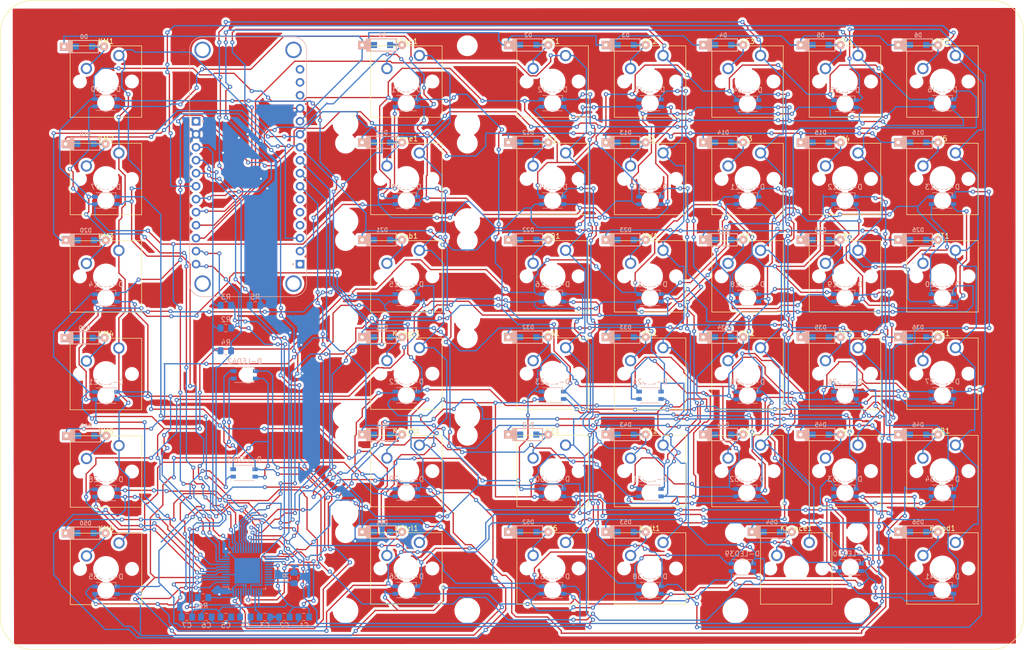
<source format=kicad_pcb>
(kicad_pcb (version 20171130) (host pcbnew 5.1.5)
  (layers (0 F.Cu signal) (31 B.Cu signal) (34 B.Paste user) (35 F.Paste user) (36 B.SilkS user hide) (37 F.SilkS user) (38 B.Mask user) (39 F.Mask user) (44 Edge.Cuts user))
  (net 0 "")
  (net 1 GND)
  (net 2 "Net-(D0-Pad2)")
  (net 3 /col0)
  (net 4 "Net-(D1-Pad2)")
  (net 5 "Net-(D2-Pad2)")
  (net 6 "Net-(D3-Pad2)")
  (net 7 "Net-(D4-Pad2)")
  (net 8 "Net-(D5-Pad2)")
  (net 9 "Net-(D6-Pad2)")
  (net 10 "Net-(D10-Pad2)")
  (net 11 "Net-(D11-Pad2)")
  (net 12 "Net-(D12-Pad2)")
  (net 13 "Net-(D13-Pad2)")
  (net 14 "Net-(D14-Pad2)")
  (net 15 "Net-(D15-Pad2)")
  (net 16 "Net-(D16-Pad2)")
  (net 17 "Net-(D20-Pad2)")
  (net 18 "Net-(D21-Pad2)")
  (net 19 "Net-(D22-Pad2)")
  (net 20 "Net-(D23-Pad2)")
  (net 21 "Net-(D24-Pad2)")
  (net 22 "Net-(D25-Pad2)")
  (net 23 "Net-(D26-Pad2)")
  (net 24 "Net-(D30-Pad2)")
  (net 25 "Net-(D31-Pad2)")
  (net 26 "Net-(D32-Pad2)")
  (net 27 "Net-(D33-Pad2)")
  (net 28 "Net-(D34-Pad2)")
  (net 29 "Net-(D35-Pad2)")
  (net 30 "Net-(D36-Pad2)")
  (net 31 "Net-(D40-Pad2)")
  (net 32 "Net-(D41-Pad2)")
  (net 33 "Net-(D42-Pad2)")
  (net 34 "Net-(D43-Pad2)")
  (net 35 "Net-(D44-Pad2)")
  (net 36 "Net-(D45-Pad2)")
  (net 37 "Net-(D46-Pad2)")
  (net 38 "Net-(D50-Pad2)")
  (net 39 /row5)
  (net 40 "Net-(D51-Pad2)")
  (net 41 "Net-(D52-Pad2)")
  (net 42 "Net-(D53-Pad2)")
  (net 43 "Net-(D54-Pad2)")
  (net 44 "Net-(D56-Pad2)")
  (net 45 /col6)
  (net 46 "Net-(A1-PadJP3_1)")
  (net 47 "Net-(A1-PadJP3_4)")
  (net 48 "Net-(A1-PadJP3_5)")
  (net 49 "Net-(A1-PadJP3_11)")
  (net 50 "Net-(A1-PadJP1_1)")
  (net 51 "Net-(A1-PadJP1_4)")
  (net 52 "Net-(A1-PadJP1_5)")
  (net 53 "Net-(A1-PadJP1_6)")
  (net 54 "Net-(A1-PadJP1_14)")
  (net 55 "Net-(A1-PadJP1_15)")
  (net 56 "Net-(A1-PadJP1_16)")
  (net 57 /col5)
  (net 58 /col4)
  (net 59 /col3)
  (net 60 /col2)
  (net 61 /col1)
  (net 62 /row4)
  (net 63 /row3)
  (net 64 /row2)
  (net 65 /row1)
  (net 66 /row0)
  (net 67 VCC)
  (net 68 "Net-(A1-PadJP3_12)")
  (net 69 "Net-(U1-Pad1)")
  (net 70 "Net-(U1-Pad28)")
  (net 71 /rgbmatrix/CS1)
  (net 72 /rgbmatrix/SW12)
  (net 73 /rgbmatrix/SW10)
  (net 74 /rgbmatrix/SW11)
  (net 75 /rgbmatrix/CS2)
  (net 76 /rgbmatrix/CS3)
  (net 77 /rgbmatrix/CS4)
  (net 78 /rgbmatrix/CS5)
  (net 79 /rgbmatrix/CS6)
  (net 80 /rgbmatrix/CS7)
  (net 81 /rgbmatrix/CS8)
  (net 82 /rgbmatrix/CS9)
  (net 83 /rgbmatrix/CS10)
  (net 84 /rgbmatrix/CS11)
  (net 85 /rgbmatrix/SW8)
  (net 86 /rgbmatrix/SW7)
  (net 87 /rgbmatrix/SW9)
  (net 88 /rgbmatrix/SW6)
  (net 89 /rgbmatrix/SW4)
  (net 90 /rgbmatrix/SW5)
  (net 91 /rgbmatrix/SW2)
  (net 92 /rgbmatrix/SW1)
  (net 93 /rgbmatrix/SW3)
  (net 94 "Net-(R1-Pad2)")
  (net 95 "Net-(R6-Pad2)")
  (net 96 "Net-(U1-Pad30)")
  (net 97 "Net-(U1-Pad31)")
  (net 98 "Net-(U1-Pad32)")
  (net 99 "Net-(U1-Pad33)")
  (net 100 "Net-(U1-Pad36)")
  (net 101 "Net-(U1-Pad40)")
  (module keyfoot:rev_mountLED_SMD_RGB (layer B.Cu) (at 154.67711 61.41085 180)
    (fp_text reference D-LED2 (at 0 2.65) (layer B.SilkS) (effects (justify mirror)))
    (fp_text value LED_RABG)
    (pad "" np_thru_hole circle (at 0 0 180) (size 2.4 2.4) (drill 2.4) (layers *.Cu *.Mask))
    (pad 2 smd rect (at -2.15 0.725 180) (size 1.05 0.75) (layers B.Cu B.Paste B.Mask) (net 76 /rgbmatrix/CS3))
    (pad 3 smd rect (at -2.15 -0.725 180) (size 1.05 0.75) (layers B.Cu B.Paste B.Mask) (net 72 /rgbmatrix/SW12))
    (pad 4 smd rect (at 2.15 -0.725 180) (size 1.05 0.75) (layers B.Cu B.Paste B.Mask) (net 73 /rgbmatrix/SW10))
    (pad 1 smd rect (at 2.15 0.725 180) (size 1.1 0.75) (layers B.Cu B.Paste B.Mask) (net 74 /rgbmatrix/SW11))
  )
  (module Package_QFP:TQFP-48-1EP_7x7mm_P0.5mm_EP5x5mm (layer B.Cu) (at 94.986 152.87935)
    (fp_text reference U1 (at 0 5.85) (layer B.SilkS) (effects (justify mirror)))
    (fp_text value IS31FL3733-TQ)
    (pad 49 smd rect (at 0 0) (size 5 5) (layers B.Cu B.Mask) (net 1 GND))
    (pad 48 smd roundrect (at -2.75 4.1625) (size 0.3 1.475) (layers B.Cu B.Paste B.Mask) (net 1 GND))
    (pad 47 smd roundrect (at -2.25 4.1625) (size 0.3 1.475) (layers B.Cu B.Paste B.Mask) (net 95 "Net-(R6-Pad2)"))
    (pad 46 smd roundrect (at -1.75 4.1625) (size 0.3 1.475) (layers B.Cu B.Paste B.Mask) (net 47 "Net-(A1-PadJP3_4)"))
    (pad 45 smd roundrect (at -1.25 4.1625) (size 0.3 1.475) (layers B.Cu B.Paste B.Mask) (net 48 "Net-(A1-PadJP3_5)"))
    (pad 44 smd roundrect (at -0.75 4.1625) (size 0.3 1.475) (layers B.Cu B.Paste B.Mask) (net 1 GND))
    (pad 43 smd roundrect (at -0.25 4.1625) (size 0.3 1.475) (layers B.Cu B.Paste B.Mask) (net 1 GND))
    (pad 42 smd roundrect (at 0.25 4.1625) (size 0.3 1.475) (layers B.Cu B.Paste B.Mask) (net 49 "Net-(A1-PadJP3_11)"))
    (pad 41 smd roundrect (at 0.75 4.1625) (size 0.3 1.475) (layers B.Cu B.Paste B.Mask) (net 68 "Net-(A1-PadJP3_12)"))
    (pad 40 smd roundrect (at 1.25 4.1625) (size 0.3 1.475) (layers B.Cu B.Paste B.Mask) (net 101 "Net-(U1-Pad40)"))
    (pad 39 smd roundrect (at 1.75 4.1625) (size 0.3 1.475) (layers B.Cu B.Paste B.Mask) (net 67 VCC))
    (pad 38 smd roundrect (at 2.25 4.1625) (size 0.3 1.475) (layers B.Cu B.Paste B.Mask) (net 67 VCC))
    (pad 37 smd roundrect (at 2.75 4.1625) (size 0.3 1.475) (layers B.Cu B.Paste B.Mask) (net 67 VCC))
    (pad 36 smd roundrect (at 4.1625 2.75) (size 1.475 0.3) (layers B.Cu B.Paste B.Mask) (net 100 "Net-(U1-Pad36)"))
    (pad 35 smd roundrect (at 4.1625 2.25) (size 1.475 0.3) (layers B.Cu B.Paste B.Mask) (net 94 "Net-(R1-Pad2)"))
    (pad 34 smd roundrect (at 4.1625 1.75) (size 1.475 0.3) (layers B.Cu B.Paste B.Mask) (net 1 GND))
    (pad 33 smd roundrect (at 4.1625 1.25) (size 1.475 0.3) (layers B.Cu B.Paste B.Mask) (net 99 "Net-(U1-Pad33)"))
    (pad 32 smd roundrect (at 4.1625 0.75) (size 1.475 0.3) (layers B.Cu B.Paste B.Mask) (net 98 "Net-(U1-Pad32)"))
    (pad 31 smd roundrect (at 4.1625 0.25) (size 1.475 0.3) (layers B.Cu B.Paste B.Mask) (net 97 "Net-(U1-Pad31)"))
    (pad 30 smd roundrect (at 4.1625 -0.25) (size 1.475 0.3) (layers B.Cu B.Paste B.Mask) (net 96 "Net-(U1-Pad30)"))
    (pad 29 smd roundrect (at 4.1625 -0.75) (size 1.475 0.3) (layers B.Cu B.Paste B.Mask) (net 67 VCC))
    (pad 28 smd roundrect (at 4.1625 -1.25) (size 1.475 0.3) (layers B.Cu B.Paste B.Mask) (net 70 "Net-(U1-Pad28)"))
    (pad 27 smd roundrect (at 4.1625 -1.75) (size 1.475 0.3) (layers B.Cu B.Paste B.Mask) (net 84 /rgbmatrix/CS11))
    (pad 26 smd roundrect (at 4.1625 -2.25) (size 1.475 0.3) (layers B.Cu B.Paste B.Mask) (net 83 /rgbmatrix/CS10))
    (pad 25 smd roundrect (at 4.1625 -2.75) (size 1.475 0.3) (layers B.Cu B.Paste B.Mask) (net 82 /rgbmatrix/CS9))
    (pad 24 smd roundrect (at 2.75 -4.1625) (size 0.3 1.475) (layers B.Cu B.Paste B.Mask) (net 81 /rgbmatrix/CS8))
    (pad 23 smd roundrect (at 2.25 -4.1625) (size 0.3 1.475) (layers B.Cu B.Paste B.Mask) (net 80 /rgbmatrix/CS7))
    (pad 22 smd roundrect (at 1.75 -4.1625) (size 0.3 1.475) (layers B.Cu B.Paste B.Mask) (net 79 /rgbmatrix/CS6))
    (pad 21 smd roundrect (at 1.25 -4.1625) (size 0.3 1.475) (layers B.Cu B.Paste B.Mask) (net 78 /rgbmatrix/CS5))
    (pad 20 smd roundrect (at 0.75 -4.1625) (size 0.3 1.475) (layers B.Cu B.Paste B.Mask) (net 67 VCC))
    (pad 19 smd roundrect (at 0.25 -4.1625) (size 0.3 1.475) (layers B.Cu B.Paste B.Mask) (net 77 /rgbmatrix/CS4))
    (pad 18 smd roundrect (at -0.25 -4.1625) (size 0.3 1.475) (layers B.Cu B.Paste B.Mask) (net 76 /rgbmatrix/CS3))
    (pad 17 smd roundrect (at -0.75 -4.1625) (size 0.3 1.475) (layers B.Cu B.Paste B.Mask) (net 75 /rgbmatrix/CS2))
    (pad 16 smd roundrect (at -1.25 -4.1625) (size 0.3 1.475) (layers B.Cu B.Paste B.Mask) (net 71 /rgbmatrix/CS1))
    (pad 15 smd roundrect (at -1.75 -4.1625) (size 0.3 1.475) (layers B.Cu B.Paste B.Mask) (net 72 /rgbmatrix/SW12))
    (pad 14 smd roundrect (at -2.25 -4.1625) (size 0.3 1.475) (layers B.Cu B.Paste B.Mask) (net 74 /rgbmatrix/SW11))
    (pad 13 smd roundrect (at -2.75 -4.1625) (size 0.3 1.475) (layers B.Cu B.Paste B.Mask) (net 73 /rgbmatrix/SW10))
    (pad 12 smd roundrect (at -4.1625 -2.75) (size 1.475 0.3) (layers B.Cu B.Paste B.Mask) (net 1 GND))
    (pad 11 smd roundrect (at -4.1625 -2.25) (size 1.475 0.3) (layers B.Cu B.Paste B.Mask) (net 87 /rgbmatrix/SW9))
    (pad 10 smd roundrect (at -4.1625 -1.75) (size 1.475 0.3) (layers B.Cu B.Paste B.Mask) (net 85 /rgbmatrix/SW8))
    (pad 9 smd roundrect (at -4.1625 -1.25) (size 1.475 0.3) (layers B.Cu B.Paste B.Mask) (net 86 /rgbmatrix/SW7))
    (pad 8 smd roundrect (at -4.1625 -0.75) (size 1.475 0.3) (layers B.Cu B.Paste B.Mask) (net 88 /rgbmatrix/SW6))
    (pad 7 smd roundrect (at -4.1625 -0.25) (size 1.475 0.3) (layers B.Cu B.Paste B.Mask) (net 90 /rgbmatrix/SW5))
    (pad 6 smd roundrect (at -4.1625 0.25) (size 1.475 0.3) (layers B.Cu B.Paste B.Mask) (net 89 /rgbmatrix/SW4))
    (pad 5 smd roundrect (at -4.1625 0.75) (size 1.475 0.3) (layers B.Cu B.Paste B.Mask) (net 1 GND))
    (pad 4 smd roundrect (at -4.1625 1.25) (size 1.475 0.3) (layers B.Cu B.Paste B.Mask) (net 93 /rgbmatrix/SW3))
    (pad 3 smd roundrect (at -4.1625 1.75) (size 1.475 0.3) (layers B.Cu B.Paste B.Mask) (net 91 /rgbmatrix/SW2))
    (pad 2 smd roundrect (at -4.1625 2.25) (size 1.475 0.3) (layers B.Cu B.Paste B.Mask) (net 92 /rgbmatrix/SW1))
    (pad 1 smd roundrect (at -4.1625 2.75) (size 1.475 0.3) (layers B.Cu B.Paste B.Mask) (net 69 "Net-(U1-Pad1)"))
  )
  (module Button_Switch_Keyboard:SW_Cherry_MX_1.50u_PCB (layer F.Cu) (at 69.90588 52.1081)
    (fp_text reference KM1 (at -2.54 -2.794) (layer F.SilkS))
    (fp_text value KEYSW)
    (pad "" np_thru_hole circle (at 2.54 5.08) (size 1.7 1.7) (drill 1.7) (layers *.Cu *.Mask))
    (pad "" np_thru_hole circle (at -7.62 5.08) (size 1.7 1.7) (drill 1.7) (layers *.Cu *.Mask))
    (pad "" np_thru_hole circle (at -2.51714 5.09778) (size 4 4) (drill 4) (layers *.Cu *.Mask))
    (pad 2 thru_hole circle (at -6.35 2.54) (size 2.2 2.2) (drill 1.5) (layers *.Cu *.Mask) (net 2 "Net-(D0-Pad2)"))
    (pad 1 thru_hole circle (at 0 0) (size 2.2 2.2) (drill 1.5) (layers *.Cu *.Mask) (net 3 /col0))
  )
  (module blue:ADAFRUIT_2829 (layer B.Cu) (at 95.14586 73.85685 270)
    (fp_text reference A1 (at -22.325 12.675 270) (layer B.SilkS) (effects (font (thickness 0.015)) (justify mirror)))
    (fp_text value 2829)
    (pad P4 thru_hole circle (at 22.86 8.89 270) (size 3.2 3.2) (drill 2.5) (layers *.Cu *.Mask))
    (pad P3 thru_hole circle (at 22.86 -8.89 270) (size 3.2 3.2) (drill 2.5) (layers *.Cu *.Mask))
    (pad P2 thru_hole circle (at -22.86 -8.89 270) (size 3.2 3.2) (drill 2.5) (layers *.Cu *.Mask))
    (pad P1 thru_hole circle (at -22.86 8.89 270) (size 3.2 3.2) (drill 2.5) (layers *.Cu *.Mask))
    (pad JP1_16 thru_hole circle (at -19.05 -10.16 270) (size 1.6764 1.6764) (drill 1) (layers *.Cu *.Mask) (net 56 "Net-(A1-PadJP1_16)"))
    (pad JP1_15 thru_hole circle (at -16.51 -10.16 270) (size 1.6764 1.6764) (drill 1) (layers *.Cu *.Mask) (net 55 "Net-(A1-PadJP1_15)"))
    (pad JP1_14 thru_hole circle (at -13.97 -10.16 270) (size 1.6764 1.6764) (drill 1) (layers *.Cu *.Mask) (net 54 "Net-(A1-PadJP1_14)"))
    (pad JP1_13 thru_hole circle (at -11.43 -10.16 270) (size 1.6764 1.6764) (drill 1) (layers *.Cu *.Mask) (net 1 GND))
    (pad JP1_12 thru_hole circle (at -8.89 -10.16 270) (size 1.6764 1.6764) (drill 1) (layers *.Cu *.Mask) (net 66 /row0))
    (pad JP1_11 thru_hole circle (at -6.35 -10.16 270) (size 1.6764 1.6764) (drill 1) (layers *.Cu *.Mask) (net 65 /row1))
    (pad JP1_10 thru_hole circle (at -3.81 -10.16 270) (size 1.6764 1.6764) (drill 1) (layers *.Cu *.Mask) (net 64 /row2))
    (pad JP1_9 thru_hole circle (at -1.27 -10.16 270) (size 1.6764 1.6764) (drill 1) (layers *.Cu *.Mask) (net 63 /row3))
    (pad JP1_8 thru_hole circle (at 1.27 -10.16 270) (size 1.6764 1.6764) (drill 1) (layers *.Cu *.Mask) (net 62 /row4))
    (pad JP1_7 thru_hole circle (at 3.81 -10.16 270) (size 1.6764 1.6764) (drill 1) (layers *.Cu *.Mask) (net 39 /row5))
    (pad JP1_6 thru_hole circle (at 6.35 -10.16 270) (size 1.6764 1.6764) (drill 1) (layers *.Cu *.Mask) (net 53 "Net-(A1-PadJP1_6)"))
    (pad JP1_5 thru_hole circle (at 8.89 -10.16 270) (size 1.6764 1.6764) (drill 1) (layers *.Cu *.Mask) (net 52 "Net-(A1-PadJP1_5)"))
    (pad JP1_4 thru_hole circle (at 11.43 -10.16 270) (size 1.6764 1.6764) (drill 1) (layers *.Cu *.Mask) (net 51 "Net-(A1-PadJP1_4)"))
    (pad JP1_3 thru_hole circle (at 13.97 -10.16 270) (size 1.6764 1.6764) (drill 1) (layers *.Cu *.Mask) (net 3 /col0))
    (pad JP1_2 thru_hole circle (at 16.51 -10.16 270) (size 1.6764 1.6764) (drill 1) (layers *.Cu *.Mask) (net 61 /col1))
    (pad JP1_1 thru_hole rect (at 19.05 -10.16 270) (size 1.6764 1.6764) (drill 1) (layers *.Cu *.Mask) (net 50 "Net-(A1-PadJP1_1)"))
    (pad JP3_12 thru_hole circle (at 19.05 10.16 270) (size 1.6764 1.6764) (drill 1) (layers *.Cu *.Mask) (net 68 "Net-(A1-PadJP3_12)"))
    (pad JP3_11 thru_hole circle (at 16.51 10.16 270) (size 1.6764 1.6764) (drill 1) (layers *.Cu *.Mask) (net 49 "Net-(A1-PadJP3_11)"))
    (pad JP3_10 thru_hole circle (at 13.97 10.16 270) (size 1.6764 1.6764) (drill 1) (layers *.Cu *.Mask) (net 60 /col2))
    (pad JP3_9 thru_hole circle (at 11.43 10.16 270) (size 1.6764 1.6764) (drill 1) (layers *.Cu *.Mask) (net 59 /col3))
    (pad JP3_8 thru_hole circle (at 8.89 10.16 270) (size 1.6764 1.6764) (drill 1) (layers *.Cu *.Mask) (net 58 /col4))
    (pad JP3_7 thru_hole circle (at 6.35 10.16 270) (size 1.6764 1.6764) (drill 1) (layers *.Cu *.Mask) (net 57 /col5))
    (pad JP3_6 thru_hole circle (at 3.81 10.16 270) (size 1.6764 1.6764) (drill 1) (layers *.Cu *.Mask) (net 45 /col6))
    (pad JP3_5 thru_hole circle (at 1.27 10.16 270) (size 1.6764 1.6764) (drill 1) (layers *.Cu *.Mask) (net 48 "Net-(A1-PadJP3_5)"))
    (pad JP3_4 thru_hole circle (at -1.27 10.16 270) (size 1.6764 1.6764) (drill 1) (layers *.Cu *.Mask) (net 47 "Net-(A1-PadJP3_4)"))
    (pad JP3_3 thru_hole circle (at -3.81 10.16 270) (size 1.6764 1.6764) (drill 1) (layers *.Cu *.Mask) (net 67 VCC))
    (pad JP3_2 thru_hole circle (at -6.35 10.16 270) (size 1.6764 1.6764) (drill 1) (layers *.Cu *.Mask) (net 1 GND))
    (pad JP3_1 thru_hole rect (at -8.89 10.16 270) (size 1.6764 1.6764) (drill 1) (layers *.Cu *.Mask) (net 46 "Net-(A1-PadJP3_1)"))
  )
  (module Button_Switch_Keyboard:SW_Cherry_MX_1.00u_PCB (layer F.Cu) (at 157.21711 52.1081)
    (fp_text reference KF1 (at -2.54 -2.794) (layer F.SilkS))
    (fp_text value KEYSW)
    (pad "" np_thru_hole circle (at 2.54 5.08) (size 1.7 1.7) (drill 1.7) (layers *.Cu *.Mask))
    (pad "" np_thru_hole circle (at -7.62 5.08) (size 1.7 1.7) (drill 1.7) (layers *.Cu *.Mask))
    (pad "" np_thru_hole circle (at -2.54 5.08) (size 4 4) (drill 4) (layers *.Cu *.Mask))
    (pad 2 thru_hole circle (at -6.35 2.54) (size 2.2 2.2) (drill 1.5) (layers *.Cu *.Mask) (net 5 "Net-(D2-Pad2)"))
    (pad 1 thru_hole circle (at 0 0) (size 2.2 2.2) (drill 1.5) (layers *.Cu *.Mask) (net 60 /col2))
  )
  (module keylib:D_SOD123_axial (layer B.Cu) (at 121.33961 50.04435)
    (fp_text reference D1 (at 0 -1.925) (layer B.SilkS) (effects (font (size 0.8 0.8)) (justify mirror)))
    (fp_text value D hide)
    (pad 2 smd rect (at 2.7 0) (size 2.5 0.5) (layers B.Cu) (net 4 "Net-(D1-Pad2)"))
    (pad 1 smd rect (at -2.7 0) (size 2.5 0.5) (layers B.Cu) (net 66 /row0))
    (pad 2 thru_hole circle (at 3.9 0) (size 1.6 1.6) (drill 0.7) (layers *.Cu *.Mask B.SilkS) (net 4 "Net-(D1-Pad2)"))
    (pad 1 thru_hole rect (at -3.9 0) (size 1.6 1.6) (drill 0.7) (layers *.Cu *.Mask B.SilkS) (net 66 /row0))
    (pad 1 smd rect (at -1.575 0) (size 1.2 1.2) (layers B.Cu B.Paste B.Mask) (net 66 /row0))
    (pad 2 smd rect (at 1.575 0) (size 1.2 1.2) (layers B.Cu B.Paste B.Mask) (net 4 "Net-(D1-Pad2)"))
  )
  (module keylib:D_SOD123_axial (layer B.Cu) (at 149.91461 50.04435)
    (fp_text reference D2 (at 0 -1.925) (layer B.SilkS) (effects (font (size 0.8 0.8)) (justify mirror)))
    (fp_text value D hide)
    (pad 2 smd rect (at 2.7 0) (size 2.5 0.5) (layers B.Cu) (net 5 "Net-(D2-Pad2)"))
    (pad 1 smd rect (at -2.7 0) (size 2.5 0.5) (layers B.Cu) (net 66 /row0))
    (pad 2 thru_hole circle (at 3.9 0) (size 1.6 1.6) (drill 0.7) (layers *.Cu *.Mask B.SilkS) (net 5 "Net-(D2-Pad2)"))
    (pad 1 thru_hole rect (at -3.9 0) (size 1.6 1.6) (drill 0.7) (layers *.Cu *.Mask B.SilkS) (net 66 /row0))
    (pad 1 smd rect (at -1.575 0) (size 1.2 1.2) (layers B.Cu B.Paste B.Mask) (net 66 /row0))
    (pad 2 smd rect (at 1.575 0) (size 1.2 1.2) (layers B.Cu B.Paste B.Mask) (net 5 "Net-(D2-Pad2)"))
  )
  (module keylib:D_SOD123_axial (layer B.Cu) (at 168.96461 50.04435)
    (fp_text reference D3 (at 0 -1.925) (layer B.SilkS) (effects (font (size 0.8 0.8)) (justify mirror)))
    (fp_text value D hide)
    (pad 2 smd rect (at 2.7 0) (size 2.5 0.5) (layers B.Cu) (net 6 "Net-(D3-Pad2)"))
    (pad 1 smd rect (at -2.7 0) (size 2.5 0.5) (layers B.Cu) (net 66 /row0))
    (pad 2 thru_hole circle (at 3.9 0) (size 1.6 1.6) (drill 0.7) (layers *.Cu *.Mask B.SilkS) (net 6 "Net-(D3-Pad2)"))
    (pad 1 thru_hole rect (at -3.9 0) (size 1.6 1.6) (drill 0.7) (layers *.Cu *.Mask B.SilkS) (net 66 /row0))
    (pad 1 smd rect (at -1.575 0) (size 1.2 1.2) (layers B.Cu B.Paste B.Mask) (net 66 /row0))
    (pad 2 smd rect (at 1.575 0) (size 1.2 1.2) (layers B.Cu B.Paste B.Mask) (net 6 "Net-(D3-Pad2)"))
  )
  (module keylib:D_SOD123_axial (layer B.Cu) (at 188.01461 50.04435)
    (fp_text reference D4 (at 0 -1.925) (layer B.SilkS) (effects (font (size 0.8 0.8)) (justify mirror)))
    (fp_text value D hide)
    (pad 2 smd rect (at 2.7 0) (size 2.5 0.5) (layers B.Cu) (net 7 "Net-(D4-Pad2)"))
    (pad 1 smd rect (at -2.7 0) (size 2.5 0.5) (layers B.Cu) (net 66 /row0))
    (pad 2 thru_hole circle (at 3.9 0) (size 1.6 1.6) (drill 0.7) (layers *.Cu *.Mask B.SilkS) (net 7 "Net-(D4-Pad2)"))
    (pad 1 thru_hole rect (at -3.9 0) (size 1.6 1.6) (drill 0.7) (layers *.Cu *.Mask B.SilkS) (net 66 /row0))
    (pad 1 smd rect (at -1.575 0) (size 1.2 1.2) (layers B.Cu B.Paste B.Mask) (net 66 /row0))
    (pad 2 smd rect (at 1.575 0) (size 1.2 1.2) (layers B.Cu B.Paste B.Mask) (net 7 "Net-(D4-Pad2)"))
  )
  (module keylib:D_SOD123_axial (layer B.Cu) (at 207.06461 50.04435)
    (fp_text reference D5 (at 0 -1.925) (layer B.SilkS) (effects (font (size 0.8 0.8)) (justify mirror)))
    (fp_text value D hide)
    (pad 2 smd rect (at 2.7 0) (size 2.5 0.5) (layers B.Cu) (net 8 "Net-(D5-Pad2)"))
    (pad 1 smd rect (at -2.7 0) (size 2.5 0.5) (layers B.Cu) (net 66 /row0))
    (pad 2 thru_hole circle (at 3.9 0) (size 1.6 1.6) (drill 0.7) (layers *.Cu *.Mask B.SilkS) (net 8 "Net-(D5-Pad2)"))
    (pad 1 thru_hole rect (at -3.9 0) (size 1.6 1.6) (drill 0.7) (layers *.Cu *.Mask B.SilkS) (net 66 /row0))
    (pad 1 smd rect (at -1.575 0) (size 1.2 1.2) (layers B.Cu B.Paste B.Mask) (net 66 /row0))
    (pad 2 smd rect (at 1.575 0) (size 1.2 1.2) (layers B.Cu B.Paste B.Mask) (net 8 "Net-(D5-Pad2)"))
  )
  (module keylib:D_SOD123_axial (layer B.Cu) (at 226.11461 50.04435)
    (fp_text reference D6 (at 0 -1.925) (layer B.SilkS) (effects (font (size 0.8 0.8)) (justify mirror)))
    (fp_text value D hide)
    (pad 2 smd rect (at 2.7 0) (size 2.5 0.5) (layers B.Cu) (net 9 "Net-(D6-Pad2)"))
    (pad 1 smd rect (at -2.7 0) (size 2.5 0.5) (layers B.Cu) (net 66 /row0))
    (pad 2 thru_hole circle (at 3.9 0) (size 1.6 1.6) (drill 0.7) (layers *.Cu *.Mask B.SilkS) (net 9 "Net-(D6-Pad2)"))
    (pad 1 thru_hole rect (at -3.9 0) (size 1.6 1.6) (drill 0.7) (layers *.Cu *.Mask B.SilkS) (net 66 /row0))
    (pad 1 smd rect (at -1.575 0) (size 1.2 1.2) (layers B.Cu B.Paste B.Mask) (net 66 /row0))
    (pad 2 smd rect (at 1.575 0) (size 1.2 1.2) (layers B.Cu B.Paste B.Mask) (net 9 "Net-(D6-Pad2)"))
  )
  (module keylib:D_SOD123_axial (layer B.Cu) (at 149.91461 69.09435)
    (fp_text reference D12 (at 0 -1.925) (layer B.SilkS) (effects (font (size 0.8 0.8)) (justify mirror)))
    (fp_text value D hide)
    (pad 2 smd rect (at 2.7 0) (size 2.5 0.5) (layers B.Cu) (net 12 "Net-(D12-Pad2)"))
    (pad 1 smd rect (at -2.7 0) (size 2.5 0.5) (layers B.Cu) (net 65 /row1))
    (pad 2 thru_hole circle (at 3.9 0) (size 1.6 1.6) (drill 0.7) (layers *.Cu *.Mask B.SilkS) (net 12 "Net-(D12-Pad2)"))
    (pad 1 thru_hole rect (at -3.9 0) (size 1.6 1.6) (drill 0.7) (layers *.Cu *.Mask B.SilkS) (net 65 /row1))
    (pad 1 smd rect (at -1.575 0) (size 1.2 1.2) (layers B.Cu B.Paste B.Mask) (net 65 /row1))
    (pad 2 smd rect (at 1.575 0) (size 1.2 1.2) (layers B.Cu B.Paste B.Mask) (net 12 "Net-(D12-Pad2)"))
  )
  (module keylib:D_SOD123_axial (layer B.Cu) (at 168.96461 69.09435)
    (fp_text reference D13 (at 0 -1.925) (layer B.SilkS) (effects (font (size 0.8 0.8)) (justify mirror)))
    (fp_text value D hide)
    (pad 2 smd rect (at 2.7 0) (size 2.5 0.5) (layers B.Cu) (net 13 "Net-(D13-Pad2)"))
    (pad 1 smd rect (at -2.7 0) (size 2.5 0.5) (layers B.Cu) (net 65 /row1))
    (pad 2 thru_hole circle (at 3.9 0) (size 1.6 1.6) (drill 0.7) (layers *.Cu *.Mask B.SilkS) (net 13 "Net-(D13-Pad2)"))
    (pad 1 thru_hole rect (at -3.9 0) (size 1.6 1.6) (drill 0.7) (layers *.Cu *.Mask B.SilkS) (net 65 /row1))
    (pad 1 smd rect (at -1.575 0) (size 1.2 1.2) (layers B.Cu B.Paste B.Mask) (net 65 /row1))
    (pad 2 smd rect (at 1.575 0) (size 1.2 1.2) (layers B.Cu B.Paste B.Mask) (net 13 "Net-(D13-Pad2)"))
  )
  (module keylib:D_SOD123_axial (layer B.Cu) (at 226.11461 69.09435)
    (fp_text reference D16 (at 0 -1.925) (layer B.SilkS) (effects (font (size 0.8 0.8)) (justify mirror)))
    (fp_text value D hide)
    (pad 2 smd rect (at 2.7 0) (size 2.5 0.5) (layers B.Cu) (net 16 "Net-(D16-Pad2)"))
    (pad 1 smd rect (at -2.7 0) (size 2.5 0.5) (layers B.Cu) (net 65 /row1))
    (pad 2 thru_hole circle (at 3.9 0) (size 1.6 1.6) (drill 0.7) (layers *.Cu *.Mask B.SilkS) (net 16 "Net-(D16-Pad2)"))
    (pad 1 thru_hole rect (at -3.9 0) (size 1.6 1.6) (drill 0.7) (layers *.Cu *.Mask B.SilkS) (net 65 /row1))
    (pad 1 smd rect (at -1.575 0) (size 1.2 1.2) (layers B.Cu B.Paste B.Mask) (net 65 /row1))
    (pad 2 smd rect (at 1.575 0) (size 1.2 1.2) (layers B.Cu B.Paste B.Mask) (net 16 "Net-(D16-Pad2)"))
  )
  (module keylib:D_SOD123_axial (layer B.Cu) (at 121.33961 88.14435)
    (fp_text reference D21 (at 0 -1.925) (layer B.SilkS) (effects (font (size 0.8 0.8)) (justify mirror)))
    (fp_text value D hide)
    (pad 2 smd rect (at 2.7 0) (size 2.5 0.5) (layers B.Cu) (net 18 "Net-(D21-Pad2)"))
    (pad 1 smd rect (at -2.7 0) (size 2.5 0.5) (layers B.Cu) (net 64 /row2))
    (pad 2 thru_hole circle (at 3.9 0) (size 1.6 1.6) (drill 0.7) (layers *.Cu *.Mask B.SilkS) (net 18 "Net-(D21-Pad2)"))
    (pad 1 thru_hole rect (at -3.9 0) (size 1.6 1.6) (drill 0.7) (layers *.Cu *.Mask B.SilkS) (net 64 /row2))
    (pad 1 smd rect (at -1.575 0) (size 1.2 1.2) (layers B.Cu B.Paste B.Mask) (net 64 /row2))
    (pad 2 smd rect (at 1.575 0) (size 1.2 1.2) (layers B.Cu B.Paste B.Mask) (net 18 "Net-(D21-Pad2)"))
  )
  (module keylib:D_SOD123_axial (layer B.Cu) (at 149.91461 88.14435)
    (fp_text reference D22 (at 0 -1.925) (layer B.SilkS) (effects (font (size 0.8 0.8)) (justify mirror)))
    (fp_text value D hide)
    (pad 2 smd rect (at 2.7 0) (size 2.5 0.5) (layers B.Cu) (net 19 "Net-(D22-Pad2)"))
    (pad 1 smd rect (at -2.7 0) (size 2.5 0.5) (layers B.Cu) (net 64 /row2))
    (pad 2 thru_hole circle (at 3.9 0) (size 1.6 1.6) (drill 0.7) (layers *.Cu *.Mask B.SilkS) (net 19 "Net-(D22-Pad2)"))
    (pad 1 thru_hole rect (at -3.9 0) (size 1.6 1.6) (drill 0.7) (layers *.Cu *.Mask B.SilkS) (net 64 /row2))
    (pad 1 smd rect (at -1.575 0) (size 1.2 1.2) (layers B.Cu B.Paste B.Mask) (net 64 /row2))
    (pad 2 smd rect (at 1.575 0) (size 1.2 1.2) (layers B.Cu B.Paste B.Mask) (net 19 "Net-(D22-Pad2)"))
  )
  (module keylib:D_SOD123_axial (layer B.Cu) (at 168.96461 88.14435)
    (fp_text reference D23 (at 0 -1.925) (layer B.SilkS) (effects (font (size 0.8 0.8)) (justify mirror)))
    (fp_text value D hide)
    (pad 2 smd rect (at 2.7 0) (size 2.5 0.5) (layers B.Cu) (net 20 "Net-(D23-Pad2)"))
    (pad 1 smd rect (at -2.7 0) (size 2.5 0.5) (layers B.Cu) (net 64 /row2))
    (pad 2 thru_hole circle (at 3.9 0) (size 1.6 1.6) (drill 0.7) (layers *.Cu *.Mask B.SilkS) (net 20 "Net-(D23-Pad2)"))
    (pad 1 thru_hole rect (at -3.9 0) (size 1.6 1.6) (drill 0.7) (layers *.Cu *.Mask B.SilkS) (net 64 /row2))
    (pad 1 smd rect (at -1.575 0) (size 1.2 1.2) (layers B.Cu B.Paste B.Mask) (net 64 /row2))
    (pad 2 smd rect (at 1.575 0) (size 1.2 1.2) (layers B.Cu B.Paste B.Mask) (net 20 "Net-(D23-Pad2)"))
  )
  (module keylib:D_SOD123_axial (layer B.Cu) (at 188.01461 88.14435)
    (fp_text reference D24 (at 0 -1.925) (layer B.SilkS) (effects (font (size 0.8 0.8)) (justify mirror)))
    (fp_text value D hide)
    (pad 2 smd rect (at 2.7 0) (size 2.5 0.5) (layers B.Cu) (net 21 "Net-(D24-Pad2)"))
    (pad 1 smd rect (at -2.7 0) (size 2.5 0.5) (layers B.Cu) (net 64 /row2))
    (pad 2 thru_hole circle (at 3.9 0) (size 1.6 1.6) (drill 0.7) (layers *.Cu *.Mask B.SilkS) (net 21 "Net-(D24-Pad2)"))
    (pad 1 thru_hole rect (at -3.9 0) (size 1.6 1.6) (drill 0.7) (layers *.Cu *.Mask B.SilkS) (net 64 /row2))
    (pad 1 smd rect (at -1.575 0) (size 1.2 1.2) (layers B.Cu B.Paste B.Mask) (net 64 /row2))
    (pad 2 smd rect (at 1.575 0) (size 1.2 1.2) (layers B.Cu B.Paste B.Mask) (net 21 "Net-(D24-Pad2)"))
  )
  (module keylib:D_SOD123_axial (layer B.Cu) (at 207.06461 88.14435)
    (fp_text reference D25 (at 0 -1.925) (layer B.SilkS) (effects (font (size 0.8 0.8)) (justify mirror)))
    (fp_text value D hide)
    (pad 2 smd rect (at 2.7 0) (size 2.5 0.5) (layers B.Cu) (net 22 "Net-(D25-Pad2)"))
    (pad 1 smd rect (at -2.7 0) (size 2.5 0.5) (layers B.Cu) (net 64 /row2))
    (pad 2 thru_hole circle (at 3.9 0) (size 1.6 1.6) (drill 0.7) (layers *.Cu *.Mask B.SilkS) (net 22 "Net-(D25-Pad2)"))
    (pad 1 thru_hole rect (at -3.9 0) (size 1.6 1.6) (drill 0.7) (layers *.Cu *.Mask B.SilkS) (net 64 /row2))
    (pad 1 smd rect (at -1.575 0) (size 1.2 1.2) (layers B.Cu B.Paste B.Mask) (net 64 /row2))
    (pad 2 smd rect (at 1.575 0) (size 1.2 1.2) (layers B.Cu B.Paste B.Mask) (net 22 "Net-(D25-Pad2)"))
  )
  (module keylib:D_SOD123_axial (layer B.Cu) (at 121.33961 107.19435)
    (fp_text reference D31 (at 0 -1.925) (layer B.SilkS) (effects (font (size 0.8 0.8)) (justify mirror)))
    (fp_text value D hide)
    (pad 2 smd rect (at 2.7 0) (size 2.5 0.5) (layers B.Cu) (net 25 "Net-(D31-Pad2)"))
    (pad 1 smd rect (at -2.7 0) (size 2.5 0.5) (layers B.Cu) (net 63 /row3))
    (pad 2 thru_hole circle (at 3.9 0) (size 1.6 1.6) (drill 0.7) (layers *.Cu *.Mask B.SilkS) (net 25 "Net-(D31-Pad2)"))
    (pad 1 thru_hole rect (at -3.9 0) (size 1.6 1.6) (drill 0.7) (layers *.Cu *.Mask B.SilkS) (net 63 /row3))
    (pad 1 smd rect (at -1.575 0) (size 1.2 1.2) (layers B.Cu B.Paste B.Mask) (net 63 /row3))
    (pad 2 smd rect (at 1.575 0) (size 1.2 1.2) (layers B.Cu B.Paste B.Mask) (net 25 "Net-(D31-Pad2)"))
  )
  (module keylib:D_SOD123_axial (layer B.Cu) (at 149.91461 107.19435)
    (fp_text reference D32 (at 0 -1.925) (layer B.SilkS) (effects (font (size 0.8 0.8)) (justify mirror)))
    (fp_text value D hide)
    (pad 2 smd rect (at 2.7 0) (size 2.5 0.5) (layers B.Cu) (net 26 "Net-(D32-Pad2)"))
    (pad 1 smd rect (at -2.7 0) (size 2.5 0.5) (layers B.Cu) (net 63 /row3))
    (pad 2 thru_hole circle (at 3.9 0) (size 1.6 1.6) (drill 0.7) (layers *.Cu *.Mask B.SilkS) (net 26 "Net-(D32-Pad2)"))
    (pad 1 thru_hole rect (at -3.9 0) (size 1.6 1.6) (drill 0.7) (layers *.Cu *.Mask B.SilkS) (net 63 /row3))
    (pad 1 smd rect (at -1.575 0) (size 1.2 1.2) (layers B.Cu B.Paste B.Mask) (net 63 /row3))
    (pad 2 smd rect (at 1.575 0) (size 1.2 1.2) (layers B.Cu B.Paste B.Mask) (net 26 "Net-(D32-Pad2)"))
  )
  (module keylib:D_SOD123_axial (layer B.Cu) (at 168.96461 107.19435)
    (fp_text reference D33 (at 0 -1.925) (layer B.SilkS) (effects (font (size 0.8 0.8)) (justify mirror)))
    (fp_text value D hide)
    (pad 2 smd rect (at 2.7 0) (size 2.5 0.5) (layers B.Cu) (net 27 "Net-(D33-Pad2)"))
    (pad 1 smd rect (at -2.7 0) (size 2.5 0.5) (layers B.Cu) (net 63 /row3))
    (pad 2 thru_hole circle (at 3.9 0) (size 1.6 1.6) (drill 0.7) (layers *.Cu *.Mask B.SilkS) (net 27 "Net-(D33-Pad2)"))
    (pad 1 thru_hole rect (at -3.9 0) (size 1.6 1.6) (drill 0.7) (layers *.Cu *.Mask B.SilkS) (net 63 /row3))
    (pad 1 smd rect (at -1.575 0) (size 1.2 1.2) (layers B.Cu B.Paste B.Mask) (net 63 /row3))
    (pad 2 smd rect (at 1.575 0) (size 1.2 1.2) (layers B.Cu B.Paste B.Mask) (net 27 "Net-(D33-Pad2)"))
  )
  (module keylib:D_SOD123_axial (layer B.Cu) (at 168.96461 145.29435)
    (fp_text reference D53 (at 0 -1.925) (layer B.SilkS) (effects (font (size 0.8 0.8)) (justify mirror)))
    (fp_text value D hide)
    (pad 2 smd rect (at 2.7 0) (size 2.5 0.5) (layers B.Cu) (net 42 "Net-(D53-Pad2)"))
    (pad 1 smd rect (at -2.7 0) (size 2.5 0.5) (layers B.Cu) (net 39 /row5))
    (pad 2 thru_hole circle (at 3.9 0) (size 1.6 1.6) (drill 0.7) (layers *.Cu *.Mask B.SilkS) (net 42 "Net-(D53-Pad2)"))
    (pad 1 thru_hole rect (at -3.9 0) (size 1.6 1.6) (drill 0.7) (layers *.Cu *.Mask B.SilkS) (net 39 /row5))
    (pad 1 smd rect (at -1.575 0) (size 1.2 1.2) (layers B.Cu B.Paste B.Mask) (net 39 /row5))
    (pad 2 smd rect (at 1.575 0) (size 1.2 1.2) (layers B.Cu B.Paste B.Mask) (net 42 "Net-(D53-Pad2)"))
  )
  (module Button_Switch_Keyboard:SW_Cherry_MX_1.00u_PCB (layer F.Cu) (at 157.21711 71.1581)
    (fp_text reference K1 (at -2.54 -2.794) (layer F.SilkS))
    (fp_text value KEYSW)
    (pad "" np_thru_hole circle (at 2.54 5.08) (size 1.7 1.7) (drill 1.7) (layers *.Cu *.Mask))
    (pad "" np_thru_hole circle (at -7.62 5.08) (size 1.7 1.7) (drill 1.7) (layers *.Cu *.Mask))
    (pad "" np_thru_hole circle (at -2.54 5.08) (size 4 4) (drill 4) (layers *.Cu *.Mask))
    (pad 2 thru_hole circle (at -6.35 2.54) (size 2.2 2.2) (drill 1.5) (layers *.Cu *.Mask) (net 12 "Net-(D12-Pad2)"))
    (pad 1 thru_hole circle (at 0 0) (size 2.2 2.2) (drill 1.5) (layers *.Cu *.Mask) (net 60 /col2))
  )
  (module Button_Switch_Keyboard:SW_Cherry_MX_1.00u_PCB (layer F.Cu) (at 176.26711 71.1581)
    (fp_text reference K2 (at -2.54 -2.794) (layer F.SilkS))
    (fp_text value KEYSW)
    (pad "" np_thru_hole circle (at 2.54 5.08) (size 1.7 1.7) (drill 1.7) (layers *.Cu *.Mask))
    (pad "" np_thru_hole circle (at -7.62 5.08) (size 1.7 1.7) (drill 1.7) (layers *.Cu *.Mask))
    (pad "" np_thru_hole circle (at -2.54 5.08) (size 4 4) (drill 4) (layers *.Cu *.Mask))
    (pad 2 thru_hole circle (at -6.35 2.54) (size 2.2 2.2) (drill 1.5) (layers *.Cu *.Mask) (net 13 "Net-(D13-Pad2)"))
    (pad 1 thru_hole circle (at 0 0) (size 2.2 2.2) (drill 1.5) (layers *.Cu *.Mask) (net 59 /col3))
  )
  (module Button_Switch_Keyboard:SW_Cherry_MX_1.00u_PCB (layer F.Cu) (at 195.31711 71.1581)
    (fp_text reference K3 (at -2.54 -2.794) (layer F.SilkS))
    (fp_text value KEYSW)
    (pad "" np_thru_hole circle (at 2.54 5.08) (size 1.7 1.7) (drill 1.7) (layers *.Cu *.Mask))
    (pad "" np_thru_hole circle (at -7.62 5.08) (size 1.7 1.7) (drill 1.7) (layers *.Cu *.Mask))
    (pad "" np_thru_hole circle (at -2.54 5.08) (size 4 4) (drill 4) (layers *.Cu *.Mask))
    (pad 2 thru_hole circle (at -6.35 2.54) (size 2.2 2.2) (drill 1.5) (layers *.Cu *.Mask) (net 14 "Net-(D14-Pad2)"))
    (pad 1 thru_hole circle (at 0 0) (size 2.2 2.2) (drill 1.5) (layers *.Cu *.Mask) (net 58 /col4))
  )
  (module Button_Switch_Keyboard:SW_Cherry_MX_1.00u_PCB (layer F.Cu) (at 214.36711 71.1581)
    (fp_text reference K4 (at -2.54 -2.794) (layer F.SilkS))
    (fp_text value KEYSW)
    (pad "" np_thru_hole circle (at 2.54 5.08) (size 1.7 1.7) (drill 1.7) (layers *.Cu *.Mask))
    (pad "" np_thru_hole circle (at -7.62 5.08) (size 1.7 1.7) (drill 1.7) (layers *.Cu *.Mask))
    (pad "" np_thru_hole circle (at -2.54 5.08) (size 4 4) (drill 4) (layers *.Cu *.Mask))
    (pad 2 thru_hole circle (at -6.35 2.54) (size 2.2 2.2) (drill 1.5) (layers *.Cu *.Mask) (net 15 "Net-(D15-Pad2)"))
    (pad 1 thru_hole circle (at 0 0) (size 2.2 2.2) (drill 1.5) (layers *.Cu *.Mask) (net 57 /col5))
  )
  (module Button_Switch_Keyboard:SW_Cherry_MX_1.00u_PCB (layer F.Cu) (at 233.41711 71.1581)
    (fp_text reference K5 (at -2.54 -2.794) (layer F.SilkS))
    (fp_text value KEYSW)
    (pad "" np_thru_hole circle (at 2.54 5.08) (size 1.7 1.7) (drill 1.7) (layers *.Cu *.Mask))
    (pad "" np_thru_hole circle (at -7.62 5.08) (size 1.7 1.7) (drill 1.7) (layers *.Cu *.Mask))
    (pad "" np_thru_hole circle (at -2.54 5.08) (size 4 4) (drill 4) (layers *.Cu *.Mask))
    (pad 2 thru_hole circle (at -6.35 2.54) (size 2.2 2.2) (drill 1.5) (layers *.Cu *.Mask) (net 16 "Net-(D16-Pad2)"))
    (pad 1 thru_hole circle (at 0 0) (size 2.2 2.2) (drill 1.5) (layers *.Cu *.Mask) (net 45 /col6))
  )
  (module Button_Switch_Keyboard:SW_Cherry_MX_1.00u_PCB (layer F.Cu) (at 157.21711 147.3581)
    (fp_text reference K6 (at -2.54 -2.794) (layer F.SilkS))
    (fp_text value KEYSW)
    (pad "" np_thru_hole circle (at 2.54 5.08) (size 1.7 1.7) (drill 1.7) (layers *.Cu *.Mask))
    (pad "" np_thru_hole circle (at -7.62 5.08) (size 1.7 1.7) (drill 1.7) (layers *.Cu *.Mask))
    (pad "" np_thru_hole circle (at -2.54 5.08) (size 4 4) (drill 4) (layers *.Cu *.Mask))
    (pad 2 thru_hole circle (at -6.35 2.54) (size 2.2 2.2) (drill 1.5) (layers *.Cu *.Mask) (net 41 "Net-(D52-Pad2)"))
    (pad 1 thru_hole circle (at 0 0) (size 2.2 2.2) (drill 1.5) (layers *.Cu *.Mask) (net 60 /col2))
  )
  (module Button_Switch_Keyboard:SW_Cherry_MX_1.00u_PCB (layer F.Cu) (at 176.26711 147.3581)
    (fp_text reference Kalt1 (at -2.54 -2.794) (layer F.SilkS))
    (fp_text value KEYSW)
    (pad "" np_thru_hole circle (at 2.54 5.08) (size 1.7 1.7) (drill 1.7) (layers *.Cu *.Mask))
    (pad "" np_thru_hole circle (at -7.62 5.08) (size 1.7 1.7) (drill 1.7) (layers *.Cu *.Mask))
    (pad "" np_thru_hole circle (at -2.54 5.08) (size 4 4) (drill 4) (layers *.Cu *.Mask))
    (pad 2 thru_hole circle (at -6.35 2.54) (size 2.2 2.2) (drill 1.5) (layers *.Cu *.Mask) (net 42 "Net-(D53-Pad2)"))
    (pad 1 thru_hole circle (at 0 0) (size 2.2 2.2) (drill 1.5) (layers *.Cu *.Mask) (net 59 /col3))
  )
  (module Button_Switch_Keyboard:SW_Cherry_MX_1.00u_PCB (layer F.Cu) (at 157.21711 109.2581)
    (fp_text reference KA1 (at -2.54 -2.794) (layer F.SilkS))
    (fp_text value KEYSW)
    (pad "" np_thru_hole circle (at 2.54 5.08) (size 1.7 1.7) (drill 1.7) (layers *.Cu *.Mask))
    (pad "" np_thru_hole circle (at -7.62 5.08) (size 1.7 1.7) (drill 1.7) (layers *.Cu *.Mask))
    (pad "" np_thru_hole circle (at -2.54 5.08) (size 4 4) (drill 4) (layers *.Cu *.Mask))
    (pad 2 thru_hole circle (at -6.35 2.54) (size 2.2 2.2) (drill 1.5) (layers *.Cu *.Mask) (net 26 "Net-(D32-Pad2)"))
    (pad 1 thru_hole circle (at 0 0) (size 2.2 2.2) (drill 1.5) (layers *.Cu *.Mask) (net 60 /col2))
  )
  (module Button_Switch_Keyboard:SW_Cherry_MX_1.00u_PCB (layer F.Cu) (at 233.41711 128.3081)
    (fp_text reference KB1 (at -2.54 -2.794) (layer F.SilkS))
    (fp_text value KEYSW)
    (pad "" np_thru_hole circle (at 2.54 5.08) (size 1.7 1.7) (drill 1.7) (layers *.Cu *.Mask))
    (pad "" np_thru_hole circle (at -7.62 5.08) (size 1.7 1.7) (drill 1.7) (layers *.Cu *.Mask))
    (pad "" np_thru_hole circle (at -2.54 5.08) (size 4 4) (drill 4) (layers *.Cu *.Mask))
    (pad 2 thru_hole circle (at -6.35 2.54) (size 2.2 2.2) (drill 1.5) (layers *.Cu *.Mask) (net 37 "Net-(D46-Pad2)"))
    (pad 1 thru_hole circle (at 0 0) (size 2.2 2.2) (drill 1.5) (layers *.Cu *.Mask) (net 45 /col6))
  )
  (module Button_Switch_Keyboard:SW_Cherry_MX_1.00u_PCB (layer F.Cu) (at 195.31711 128.3081)
    (fp_text reference KC1 (at -2.54 -2.794) (layer F.SilkS))
    (fp_text value KEYSW)
    (pad "" np_thru_hole circle (at 2.54 5.08) (size 1.7 1.7) (drill 1.7) (layers *.Cu *.Mask))
    (pad "" np_thru_hole circle (at -7.62 5.08) (size 1.7 1.7) (drill 1.7) (layers *.Cu *.Mask))
    (pad "" np_thru_hole circle (at -2.54 5.08) (size 4 4) (drill 4) (layers *.Cu *.Mask))
    (pad 2 thru_hole circle (at -6.35 2.54) (size 2.2 2.2) (drill 1.5) (layers *.Cu *.Mask) (net 35 "Net-(D44-Pad2)"))
    (pad 1 thru_hole circle (at 0 0) (size 2.2 2.2) (drill 1.5) (layers *.Cu *.Mask) (net 58 /col4))
  )
  (module Button_Switch_Keyboard:SW_Cherry_MX_2.00u_PCB (layer F.Cu) (at 128.64211 109.2581)
    (fp_text reference KCaps1 (at -2.54 -2.794) (layer F.SilkS))
    (fp_text value KEYSW)
    (pad "" np_thru_hole circle (at 9.36 -1.92) (size 3.05 3.05) (drill 3.05) (layers *.Cu *.Mask))
    (pad "" np_thru_hole circle (at -14.44 -1.92) (size 3.05 3.05) (drill 3.05) (layers *.Cu *.Mask))
    (pad "" np_thru_hole circle (at -14.44 13.32) (size 4 4) (drill 4) (layers *.Cu *.Mask))
    (pad "" np_thru_hole circle (at 9.36 13.32) (size 4 4) (drill 4) (layers *.Cu *.Mask))
    (pad "" np_thru_hole circle (at 2.54 5.08) (size 1.7 1.7) (drill 1.7) (layers *.Cu *.Mask))
    (pad "" np_thru_hole circle (at -7.62 5.08) (size 1.7 1.7) (drill 1.7) (layers *.Cu *.Mask))
    (pad "" np_thru_hole circle (at -2.54 5.08) (size 4 4) (drill 4) (layers *.Cu *.Mask))
    (pad 2 thru_hole circle (at -6.35 2.54) (size 2.2 2.2) (drill 1.5) (layers *.Cu *.Mask) (net 25 "Net-(D31-Pad2)"))
    (pad 1 thru_hole circle (at 0 0) (size 2.2 2.2) (drill 1.5) (layers *.Cu *.Mask) (net 61 /col1))
  )
  (module Button_Switch_Keyboard:SW_Cherry_MX_2.00u_PCB (layer F.Cu) (at 128.64211 147.3581)
    (fp_text reference KCtrl1 (at -2.54 -2.794) (layer F.SilkS))
    (fp_text value KEYSW)
    (pad "" np_thru_hole circle (at 9.36 -1.92) (size 3.05 3.05) (drill 3.05) (layers *.Cu *.Mask))
    (pad "" np_thru_hole circle (at -14.44 -1.92) (size 3.05 3.05) (drill 3.05) (layers *.Cu *.Mask))
    (pad "" np_thru_hole circle (at -14.44 13.32) (size 4 4) (drill 4) (layers *.Cu *.Mask))
    (pad "" np_thru_hole circle (at 9.36 13.32) (size 4 4) (drill 4) (layers *.Cu *.Mask))
    (pad "" np_thru_hole circle (at 2.54 5.08) (size 1.7 1.7) (drill 1.7) (layers *.Cu *.Mask))
    (pad "" np_thru_hole circle (at -7.62 5.08) (size 1.7 1.7) (drill 1.7) (layers *.Cu *.Mask))
    (pad "" np_thru_hole circle (at -2.54 5.08) (size 4 4) (drill 4) (layers *.Cu *.Mask))
    (pad 2 thru_hole circle (at -6.35 2.54) (size 2.2 2.2) (drill 1.5) (layers *.Cu *.Mask) (net 40 "Net-(D51-Pad2)"))
    (pad 1 thru_hole circle (at 0 0) (size 2.2 2.2) (drill 1.5) (layers *.Cu *.Mask) (net 61 /col1))
  )
  (module Button_Switch_Keyboard:SW_Cherry_MX_1.00u_PCB (layer F.Cu) (at 195.31711 109.2581)
    (fp_text reference KD1 (at -2.54 -2.794) (layer F.SilkS))
    (fp_text value KEYSW)
    (pad "" np_thru_hole circle (at 2.54 5.08) (size 1.7 1.7) (drill 1.7) (layers *.Cu *.Mask))
    (pad "" np_thru_hole circle (at -7.62 5.08) (size 1.7 1.7) (drill 1.7) (layers *.Cu *.Mask))
    (pad "" np_thru_hole circle (at -2.54 5.08) (size 4 4) (drill 4) (layers *.Cu *.Mask))
    (pad 2 thru_hole circle (at -6.35 2.54) (size 2.2 2.2) (drill 1.5) (layers *.Cu *.Mask) (net 28 "Net-(D34-Pad2)"))
    (pad 1 thru_hole circle (at 0 0) (size 2.2 2.2) (drill 1.5) (layers *.Cu *.Mask) (net 58 /col4))
  )
  (module Button_Switch_Keyboard:SW_Cherry_MX_1.00u_PCB (layer F.Cu) (at 195.31711 90.2081)
    (fp_text reference KE1 (at -2.54 -2.794) (layer F.SilkS))
    (fp_text value KEYSW)
    (pad "" np_thru_hole circle (at 2.54 5.08) (size 1.7 1.7) (drill 1.7) (layers *.Cu *.Mask))
    (pad "" np_thru_hole circle (at -7.62 5.08) (size 1.7 1.7) (drill 1.7) (layers *.Cu *.Mask))
    (pad "" np_thru_hole circle (at -2.54 5.08) (size 4 4) (drill 4) (layers *.Cu *.Mask))
    (pad 2 thru_hole circle (at -6.35 2.54) (size 2.2 2.2) (drill 1.5) (layers *.Cu *.Mask) (net 21 "Net-(D24-Pad2)"))
    (pad 1 thru_hole circle (at 0 0) (size 2.2 2.2) (drill 1.5) (layers *.Cu *.Mask) (net 58 /col4))
  )
  (module Button_Switch_Keyboard:SW_Cherry_MX_2.00u_PCB (layer F.Cu) (at 128.64211 71.1581)
    (fp_text reference Kene1 (at -2.54 -2.794) (layer F.SilkS))
    (fp_text value KEYSW)
    (pad "" np_thru_hole circle (at 9.36 -1.92) (size 3.05 3.05) (drill 3.05) (layers *.Cu *.Mask))
    (pad "" np_thru_hole circle (at -14.44 -1.92) (size 3.05 3.05) (drill 3.05) (layers *.Cu *.Mask))
    (pad "" np_thru_hole circle (at -14.44 13.32) (size 4 4) (drill 4) (layers *.Cu *.Mask))
    (pad "" np_thru_hole circle (at 9.36 13.32) (size 4 4) (drill 4) (layers *.Cu *.Mask))
    (pad "" np_thru_hole circle (at 2.54 5.08) (size 1.7 1.7) (drill 1.7) (layers *.Cu *.Mask))
    (pad "" np_thru_hole circle (at -7.62 5.08) (size 1.7 1.7) (drill 1.7) (layers *.Cu *.Mask))
    (pad "" np_thru_hole circle (at -2.54 5.08) (size 4 4) (drill 4) (layers *.Cu *.Mask))
    (pad 2 thru_hole circle (at -6.35 2.54) (size 2.2 2.2) (drill 1.5) (layers *.Cu *.Mask) (net 11 "Net-(D11-Pad2)"))
    (pad 1 thru_hole circle (at 0 0) (size 2.2 2.2) (drill 1.5) (layers *.Cu *.Mask) (net 61 /col1))
  )
  (module Button_Switch_Keyboard:SW_Cherry_MX_2.00u_PCB (layer F.Cu) (at 128.64211 52.1081)
    (fp_text reference KEsc1 (at -2.54 -2.794) (layer F.SilkS))
    (fp_text value KEYSW)
    (pad "" np_thru_hole circle (at 9.36 -1.92) (size 3.05 3.05) (drill 3.05) (layers *.Cu *.Mask))
    (pad "" np_thru_hole circle (at -14.44 -1.92) (size 3.05 3.05) (drill 3.05) (layers *.Cu *.Mask))
    (pad "" np_thru_hole circle (at -14.44 13.32) (size 4 4) (drill 4) (layers *.Cu *.Mask))
    (pad "" np_thru_hole circle (at 9.36 13.32) (size 4 4) (drill 4) (layers *.Cu *.Mask))
    (pad "" np_thru_hole circle (at 2.54 5.08) (size 1.7 1.7) (drill 1.7) (layers *.Cu *.Mask))
    (pad "" np_thru_hole circle (at -7.62 5.08) (size 1.7 1.7) (drill 1.7) (layers *.Cu *.Mask))
    (pad "" np_thru_hole circle (at -2.54 5.08) (size 4 4) (drill 4) (layers *.Cu *.Mask))
    (pad 2 thru_hole circle (at -6.35 2.54) (size 2.2 2.2) (drill 1.5) (layers *.Cu *.Mask) (net 4 "Net-(D1-Pad2)"))
    (pad 1 thru_hole circle (at 0 0) (size 2.2 2.2) (drill 1.5) (layers *.Cu *.Mask) (net 61 /col1))
  )
  (module Button_Switch_Keyboard:SW_Cherry_MX_1.00u_PCB (layer F.Cu) (at 176.26711 52.1081)
    (fp_text reference KF2 (at -2.54 -2.794) (layer F.SilkS))
    (fp_text value KEYSW)
    (pad "" np_thru_hole circle (at 2.54 5.08) (size 1.7 1.7) (drill 1.7) (layers *.Cu *.Mask))
    (pad "" np_thru_hole circle (at -7.62 5.08) (size 1.7 1.7) (drill 1.7) (layers *.Cu *.Mask))
    (pad "" np_thru_hole circle (at -2.54 5.08) (size 4 4) (drill 4) (layers *.Cu *.Mask))
    (pad 2 thru_hole circle (at -6.35 2.54) (size 2.2 2.2) (drill 1.5) (layers *.Cu *.Mask) (net 6 "Net-(D3-Pad2)"))
    (pad 1 thru_hole circle (at 0 0) (size 2.2 2.2) (drill 1.5) (layers *.Cu *.Mask) (net 59 /col3))
  )
  (module Button_Switch_Keyboard:SW_Cherry_MX_1.00u_PCB (layer F.Cu) (at 195.31711 52.1081)
    (fp_text reference KF3 (at -2.54 -2.794) (layer F.SilkS))
    (fp_text value KEYSW)
    (pad "" np_thru_hole circle (at 2.54 5.08) (size 1.7 1.7) (drill 1.7) (layers *.Cu *.Mask))
    (pad "" np_thru_hole circle (at -7.62 5.08) (size 1.7 1.7) (drill 1.7) (layers *.Cu *.Mask))
    (pad "" np_thru_hole circle (at -2.54 5.08) (size 4 4) (drill 4) (layers *.Cu *.Mask))
    (pad 2 thru_hole circle (at -6.35 2.54) (size 2.2 2.2) (drill 1.5) (layers *.Cu *.Mask) (net 7 "Net-(D4-Pad2)"))
    (pad 1 thru_hole circle (at 0 0) (size 2.2 2.2) (drill 1.5) (layers *.Cu *.Mask) (net 58 /col4))
  )
  (module Button_Switch_Keyboard:SW_Cherry_MX_1.00u_PCB (layer F.Cu) (at 214.36711 52.1081)
    (fp_text reference KF4 (at -2.54 -2.794) (layer F.SilkS))
    (fp_text value KEYSW)
    (pad "" np_thru_hole circle (at 2.54 5.08) (size 1.7 1.7) (drill 1.7) (layers *.Cu *.Mask))
    (pad "" np_thru_hole circle (at -7.62 5.08) (size 1.7 1.7) (drill 1.7) (layers *.Cu *.Mask))
    (pad "" np_thru_hole circle (at -2.54 5.08) (size 4 4) (drill 4) (layers *.Cu *.Mask))
    (pad 2 thru_hole circle (at -6.35 2.54) (size 2.2 2.2) (drill 1.5) (layers *.Cu *.Mask) (net 8 "Net-(D5-Pad2)"))
    (pad 1 thru_hole circle (at 0 0) (size 2.2 2.2) (drill 1.5) (layers *.Cu *.Mask) (net 57 /col5))
  )
  (module Button_Switch_Keyboard:SW_Cherry_MX_1.00u_PCB (layer F.Cu) (at 233.41711 52.1081)
    (fp_text reference KF5 (at -2.54 -2.794) (layer F.SilkS))
    (fp_text value KEYSW)
    (pad "" np_thru_hole circle (at 2.54 5.08) (size 1.7 1.7) (drill 1.7) (layers *.Cu *.Mask))
    (pad "" np_thru_hole circle (at -7.62 5.08) (size 1.7 1.7) (drill 1.7) (layers *.Cu *.Mask))
    (pad "" np_thru_hole circle (at -2.54 5.08) (size 4 4) (drill 4) (layers *.Cu *.Mask))
    (pad 2 thru_hole circle (at -6.35 2.54) (size 2.2 2.2) (drill 1.5) (layers *.Cu *.Mask) (net 9 "Net-(D6-Pad2)"))
    (pad 1 thru_hole circle (at 0 0) (size 2.2 2.2) (drill 1.5) (layers *.Cu *.Mask) (net 45 /col6))
  )
  (module Button_Switch_Keyboard:SW_Cherry_MX_1.00u_PCB (layer F.Cu) (at 214.36711 109.2581)
    (fp_text reference KF7 (at -2.54 -2.794) (layer F.SilkS))
    (fp_text value KEYSW)
    (pad "" np_thru_hole circle (at 2.54 5.08) (size 1.7 1.7) (drill 1.7) (layers *.Cu *.Mask))
    (pad "" np_thru_hole circle (at -7.62 5.08) (size 1.7 1.7) (drill 1.7) (layers *.Cu *.Mask))
    (pad "" np_thru_hole circle (at -2.54 5.08) (size 4 4) (drill 4) (layers *.Cu *.Mask))
    (pad 2 thru_hole circle (at -6.35 2.54) (size 2.2 2.2) (drill 1.5) (layers *.Cu *.Mask) (net 29 "Net-(D35-Pad2)"))
    (pad 1 thru_hole circle (at 0 0) (size 2.2 2.2) (drill 1.5) (layers *.Cu *.Mask) (net 57 /col5))
  )
  (module Button_Switch_Keyboard:SW_Cherry_MX_1.00u_PCB (layer F.Cu) (at 233.41711 109.2581)
    (fp_text reference KG1 (at -2.54 -2.794) (layer F.SilkS))
    (fp_text value KEYSW)
    (pad "" np_thru_hole circle (at 2.54 5.08) (size 1.7 1.7) (drill 1.7) (layers *.Cu *.Mask))
    (pad "" np_thru_hole circle (at -7.62 5.08) (size 1.7 1.7) (drill 1.7) (layers *.Cu *.Mask))
    (pad "" np_thru_hole circle (at -2.54 5.08) (size 4 4) (drill 4) (layers *.Cu *.Mask))
    (pad 2 thru_hole circle (at -6.35 2.54) (size 2.2 2.2) (drill 1.5) (layers *.Cu *.Mask) (net 30 "Net-(D36-Pad2)"))
    (pad 1 thru_hole circle (at 0 0) (size 2.2 2.2) (drill 1.5) (layers *.Cu *.Mask) (net 45 /col6))
  )
  (module Button_Switch_Keyboard:SW_Cherry_MX_1.50u_PCB (layer F.Cu) (at 69.9008 71.1708)
    (fp_text reference KM2 (at -2.54 -2.794) (layer F.SilkS))
    (fp_text value KEYSW)
    (pad "" np_thru_hole circle (at 2.54 5.08) (size 1.7 1.7) (drill 1.7) (layers *.Cu *.Mask))
    (pad "" np_thru_hole circle (at -7.62 5.08) (size 1.7 1.7) (drill 1.7) (layers *.Cu *.Mask))
    (pad "" np_thru_hole circle (at -2.54 5.08) (size 4 4) (drill 4) (layers *.Cu *.Mask))
    (pad 2 thru_hole circle (at -6.35 2.54) (size 2.2 2.2) (drill 1.5) (layers *.Cu *.Mask) (net 10 "Net-(D10-Pad2)"))
    (pad 1 thru_hole circle (at 0 0) (size 2.2 2.2) (drill 1.5) (layers *.Cu *.Mask) (net 3 /col0))
  )
  (module Button_Switch_Keyboard:SW_Cherry_MX_1.50u_PCB (layer F.Cu) (at 69.9008 90.2335)
    (fp_text reference KM3 (at -2.54 -2.794) (layer F.SilkS))
    (fp_text value KEYSW)
    (pad "" np_thru_hole circle (at 2.54 5.08) (size 1.7 1.7) (drill 1.7) (layers *.Cu *.Mask))
    (pad "" np_thru_hole circle (at -7.62 5.08) (size 1.7 1.7) (drill 1.7) (layers *.Cu *.Mask))
    (pad "" np_thru_hole circle (at -2.54 5.08) (size 4 4) (drill 4) (layers *.Cu *.Mask))
    (pad 2 thru_hole circle (at -6.35 2.54) (size 2.2 2.2) (drill 1.5) (layers *.Cu *.Mask) (net 17 "Net-(D20-Pad2)"))
    (pad 1 thru_hole circle (at 0 0) (size 2.2 2.2) (drill 1.5) (layers *.Cu *.Mask) (net 3 /col0))
  )
  (module Button_Switch_Keyboard:SW_Cherry_MX_1.50u_PCB (layer F.Cu) (at 69.9008 109.3216)
    (fp_text reference KM4 (at -2.54 -2.794) (layer F.SilkS))
    (fp_text value KEYSW)
    (pad "" np_thru_hole circle (at 2.54 5.08) (size 1.7 1.7) (drill 1.7) (layers *.Cu *.Mask))
    (pad "" np_thru_hole circle (at -7.62 5.08) (size 1.7 1.7) (drill 1.7) (layers *.Cu *.Mask))
    (pad "" np_thru_hole circle (at -2.54 5.08) (size 4 4) (drill 4) (layers *.Cu *.Mask))
    (pad 2 thru_hole circle (at -6.35 2.54) (size 2.2 2.2) (drill 1.5) (layers *.Cu *.Mask) (net 24 "Net-(D30-Pad2)"))
    (pad 1 thru_hole circle (at 0 0) (size 2.2 2.2) (drill 1.5) (layers *.Cu *.Mask) (net 3 /col0))
  )
  (module Button_Switch_Keyboard:SW_Cherry_MX_1.50u_PCB (layer F.Cu) (at 69.9262 128.397)
    (fp_text reference KM5 (at -2.54 -2.794) (layer F.SilkS))
    (fp_text value KEYSW)
    (pad "" np_thru_hole circle (at 2.54 5.08) (size 1.7 1.7) (drill 1.7) (layers *.Cu *.Mask))
    (pad "" np_thru_hole circle (at -7.62 5.08) (size 1.7 1.7) (drill 1.7) (layers *.Cu *.Mask))
    (pad "" np_thru_hole circle (at -2.54 5.08) (size 4 4) (drill 4) (layers *.Cu *.Mask))
    (pad 2 thru_hole circle (at -6.35 2.54) (size 2.2 2.2) (drill 1.5) (layers *.Cu *.Mask) (net 31 "Net-(D40-Pad2)"))
    (pad 1 thru_hole circle (at 0 0) (size 2.2 2.2) (drill 1.5) (layers *.Cu *.Mask) (net 3 /col0))
  )
  (module Button_Switch_Keyboard:SW_Cherry_MX_1.50u_PCB (layer F.Cu) (at 69.9262 147.447)
    (fp_text reference KM6 (at -2.54 -2.794) (layer F.SilkS))
    (fp_text value KEYSW)
    (pad "" np_thru_hole circle (at 2.54 5.08) (size 1.7 1.7) (drill 1.7) (layers *.Cu *.Mask))
    (pad "" np_thru_hole circle (at -7.62 5.08) (size 1.7 1.7) (drill 1.7) (layers *.Cu *.Mask))
    (pad "" np_thru_hole circle (at -2.54 5.08) (size 4 4) (drill 4) (layers *.Cu *.Mask))
    (pad 2 thru_hole circle (at -6.35 2.54) (size 2.2 2.2) (drill 1.5) (layers *.Cu *.Mask) (net 38 "Net-(D50-Pad2)"))
    (pad 1 thru_hole circle (at 0 0) (size 2.2 2.2) (drill 1.5) (layers *.Cu *.Mask) (net 3 /col0))
  )
  (module Button_Switch_Keyboard:SW_Cherry_MX_1.00u_PCB (layer F.Cu) (at 157.21711 90.2081)
    (fp_text reference KQ1 (at -2.54 -2.794) (layer F.SilkS))
    (fp_text value KEYSW)
    (pad "" np_thru_hole circle (at 2.54 5.08) (size 1.7 1.7) (drill 1.7) (layers *.Cu *.Mask))
    (pad "" np_thru_hole circle (at -7.62 5.08) (size 1.7 1.7) (drill 1.7) (layers *.Cu *.Mask))
    (pad "" np_thru_hole circle (at -2.54 5.08) (size 4 4) (drill 4) (layers *.Cu *.Mask))
    (pad 2 thru_hole circle (at -6.35 2.54) (size 2.2 2.2) (drill 1.5) (layers *.Cu *.Mask) (net 19 "Net-(D22-Pad2)"))
    (pad 1 thru_hole circle (at 0 0) (size 2.2 2.2) (drill 1.5) (layers *.Cu *.Mask) (net 60 /col2))
  )
  (module Button_Switch_Keyboard:SW_Cherry_MX_1.00u_PCB (layer F.Cu) (at 214.36711 90.2081)
    (fp_text reference KR1 (at -2.54 -2.794) (layer F.SilkS))
    (fp_text value KEYSW)
    (pad "" np_thru_hole circle (at 2.54 5.08) (size 1.7 1.7) (drill 1.7) (layers *.Cu *.Mask))
    (pad "" np_thru_hole circle (at -7.62 5.08) (size 1.7 1.7) (drill 1.7) (layers *.Cu *.Mask))
    (pad "" np_thru_hole circle (at -2.54 5.08) (size 4 4) (drill 4) (layers *.Cu *.Mask))
    (pad 2 thru_hole circle (at -6.35 2.54) (size 2.2 2.2) (drill 1.5) (layers *.Cu *.Mask) (net 22 "Net-(D25-Pad2)"))
    (pad 1 thru_hole circle (at 0 0) (size 2.2 2.2) (drill 1.5) (layers *.Cu *.Mask) (net 57 /col5))
  )
  (module Button_Switch_Keyboard:SW_Cherry_MX_1.00u_PCB (layer F.Cu) (at 176.26711 109.2581)
    (fp_text reference KS1 (at -2.54 -2.794) (layer F.SilkS))
    (fp_text value KEYSW)
    (pad "" np_thru_hole circle (at 2.54 5.08) (size 1.7 1.7) (drill 1.7) (layers *.Cu *.Mask))
    (pad "" np_thru_hole circle (at -7.62 5.08) (size 1.7 1.7) (drill 1.7) (layers *.Cu *.Mask))
    (pad "" np_thru_hole circle (at -2.54 5.08) (size 4 4) (drill 4) (layers *.Cu *.Mask))
    (pad 2 thru_hole circle (at -6.35 2.54) (size 2.2 2.2) (drill 1.5) (layers *.Cu *.Mask) (net 27 "Net-(D33-Pad2)"))
    (pad 1 thru_hole circle (at 0 0) (size 2.2 2.2) (drill 1.5) (layers *.Cu *.Mask) (net 59 /col3))
  )
  (module Button_Switch_Keyboard:SW_Cherry_MX_2.00u_PCB (layer F.Cu) (at 128.64211 128.3081)
    (fp_text reference KShift1 (at -2.54 -2.794) (layer F.SilkS))
    (fp_text value KEYSW)
    (pad "" np_thru_hole circle (at 9.36 -1.92) (size 3.05 3.05) (drill 3.05) (layers *.Cu *.Mask))
    (pad "" np_thru_hole circle (at -14.44 -1.92) (size 3.05 3.05) (drill 3.05) (layers *.Cu *.Mask))
    (pad "" np_thru_hole circle (at -14.44 13.32) (size 4 4) (drill 4) (layers *.Cu *.Mask))
    (pad "" np_thru_hole circle (at 9.36 13.32) (size 4 4) (drill 4) (layers *.Cu *.Mask))
    (pad "" np_thru_hole circle (at 2.54 5.08) (size 1.7 1.7) (drill 1.7) (layers *.Cu *.Mask))
    (pad "" np_thru_hole circle (at -7.62 5.08) (size 1.7 1.7) (drill 1.7) (layers *.Cu *.Mask))
    (pad "" np_thru_hole circle (at -2.54 5.08) (size 4 4) (drill 4) (layers *.Cu *.Mask))
    (pad 2 thru_hole circle (at -6.35 2.54) (size 2.2 2.2) (drill 1.5) (layers *.Cu *.Mask) (net 32 "Net-(D41-Pad2)"))
    (pad 1 thru_hole circle (at 0 0) (size 2.2 2.2) (drill 1.5) (layers *.Cu *.Mask) (net 61 /col1))
  )
  (module Button_Switch_Keyboard:SW_Cherry_MX_1.00u_PCB (layer F.Cu) (at 233.41711 90.2081)
    (fp_text reference KT1 (at -2.54 -2.794) (layer F.SilkS))
    (fp_text value KEYSW)
    (pad "" np_thru_hole circle (at 2.54 5.08) (size 1.7 1.7) (drill 1.7) (layers *.Cu *.Mask))
    (pad "" np_thru_hole circle (at -7.62 5.08) (size 1.7 1.7) (drill 1.7) (layers *.Cu *.Mask))
    (pad "" np_thru_hole circle (at -2.54 5.08) (size 4 4) (drill 4) (layers *.Cu *.Mask))
    (pad 2 thru_hole circle (at -6.35 2.54) (size 2.2 2.2) (drill 1.5) (layers *.Cu *.Mask) (net 23 "Net-(D26-Pad2)"))
    (pad 1 thru_hole circle (at 0 0) (size 2.2 2.2) (drill 1.5) (layers *.Cu *.Mask) (net 45 /col6))
  )
  (module Button_Switch_Keyboard:SW_Cherry_MX_2.00u_PCB (layer F.Cu) (at 128.64211 90.2081)
    (fp_text reference KTab1 (at -2.54 -2.794) (layer F.SilkS))
    (fp_text value KEYSW)
    (pad "" np_thru_hole circle (at 9.36 -1.92) (size 3.05 3.05) (drill 3.05) (layers *.Cu *.Mask))
    (pad "" np_thru_hole circle (at -14.44 -1.92) (size 3.05 3.05) (drill 3.05) (layers *.Cu *.Mask))
    (pad "" np_thru_hole circle (at -14.44 13.32) (size 4 4) (drill 4) (layers *.Cu *.Mask))
    (pad "" np_thru_hole circle (at 9.36 13.32) (size 4 4) (drill 4) (layers *.Cu *.Mask))
    (pad "" np_thru_hole circle (at 2.54 5.08) (size 1.7 1.7) (drill 1.7) (layers *.Cu *.Mask))
    (pad "" np_thru_hole circle (at -7.62 5.08) (size 1.7 1.7) (drill 1.7) (layers *.Cu *.Mask))
    (pad "" np_thru_hole circle (at -2.54 5.08) (size 4 4) (drill 4) (layers *.Cu *.Mask))
    (pad 2 thru_hole circle (at -6.35 2.54) (size 2.2 2.2) (drill 1.5) (layers *.Cu *.Mask) (net 18 "Net-(D21-Pad2)"))
    (pad 1 thru_hole circle (at 0 0) (size 2.2 2.2) (drill 1.5) (layers *.Cu *.Mask) (net 61 /col1))
  )
  (module Button_Switch_Keyboard:SW_Cherry_MX_1.00u_PCB (layer F.Cu) (at 214.36711 128.3081)
    (fp_text reference KV1 (at -2.54 -2.794) (layer F.SilkS))
    (fp_text value KEYSW)
    (pad "" np_thru_hole circle (at 2.54 5.08) (size 1.7 1.7) (drill 1.7) (layers *.Cu *.Mask))
    (pad "" np_thru_hole circle (at -7.62 5.08) (size 1.7 1.7) (drill 1.7) (layers *.Cu *.Mask))
    (pad "" np_thru_hole circle (at -2.54 5.08) (size 4 4) (drill 4) (layers *.Cu *.Mask))
    (pad 2 thru_hole circle (at -6.35 2.54) (size 2.2 2.2) (drill 1.5) (layers *.Cu *.Mask) (net 36 "Net-(D45-Pad2)"))
    (pad 1 thru_hole circle (at 0 0) (size 2.2 2.2) (drill 1.5) (layers *.Cu *.Mask) (net 57 /col5))
  )
  (module Button_Switch_Keyboard:SW_Cherry_MX_1.00u_PCB (layer F.Cu) (at 176.26711 90.2081)
    (fp_text reference KW1 (at -2.54 -2.794) (layer F.SilkS))
    (fp_text value KEYSW)
    (pad "" np_thru_hole circle (at 2.54 5.08) (size 1.7 1.7) (drill 1.7) (layers *.Cu *.Mask))
    (pad "" np_thru_hole circle (at -7.62 5.08) (size 1.7 1.7) (drill 1.7) (layers *.Cu *.Mask))
    (pad "" np_thru_hole circle (at -2.54 5.08) (size 4 4) (drill 4) (layers *.Cu *.Mask))
    (pad 2 thru_hole circle (at -6.35 2.54) (size 2.2 2.2) (drill 1.5) (layers *.Cu *.Mask) (net 20 "Net-(D23-Pad2)"))
    (pad 1 thru_hole circle (at 0 0) (size 2.2 2.2) (drill 1.5) (layers *.Cu *.Mask) (net 59 /col3))
  )
  (module Button_Switch_Keyboard:SW_Cherry_MX_1.00u_PCB (layer F.Cu) (at 176.26711 128.3081)
    (fp_text reference KX1 (at -2.54 -2.794) (layer F.SilkS))
    (fp_text value KEYSW)
    (pad "" np_thru_hole circle (at 2.54 5.08) (size 1.7 1.7) (drill 1.7) (layers *.Cu *.Mask))
    (pad "" np_thru_hole circle (at -7.62 5.08) (size 1.7 1.7) (drill 1.7) (layers *.Cu *.Mask))
    (pad "" np_thru_hole circle (at -2.54 5.08) (size 4 4) (drill 4) (layers *.Cu *.Mask))
    (pad 2 thru_hole circle (at -6.35 2.54) (size 2.2 2.2) (drill 1.5) (layers *.Cu *.Mask) (net 34 "Net-(D43-Pad2)"))
    (pad 1 thru_hole circle (at 0 0) (size 2.2 2.2) (drill 1.5) (layers *.Cu *.Mask) (net 59 /col3))
  )
  (module Button_Switch_Keyboard:SW_Cherry_MX_1.00u_PCB (layer F.Cu) (at 157.21711 128.3081)
    (fp_text reference KZ1 (at -2.54 -2.794) (layer F.SilkS))
    (fp_text value KEYSW)
    (pad "" np_thru_hole circle (at 2.54 5.08) (size 1.7 1.7) (drill 1.7) (layers *.Cu *.Mask))
    (pad "" np_thru_hole circle (at -7.62 5.08) (size 1.7 1.7) (drill 1.7) (layers *.Cu *.Mask))
    (pad "" np_thru_hole circle (at -2.54 5.08) (size 4 4) (drill 4) (layers *.Cu *.Mask))
    (pad 2 thru_hole circle (at -6.35 2.54) (size 2.2 2.2) (drill 1.5) (layers *.Cu *.Mask) (net 33 "Net-(D42-Pad2)"))
    (pad 1 thru_hole circle (at 0 0) (size 2.2 2.2) (drill 1.5) (layers *.Cu *.Mask) (net 60 /col2))
  )
  (module keylib:D_SOD123_axial (layer B.Cu) (at 121.33961 69.09435)
    (fp_text reference D11 (at 0 -1.925) (layer B.SilkS) (effects (font (size 0.8 0.8)) (justify mirror)))
    (fp_text value D hide)
    (pad 2 smd rect (at 2.7 0) (size 2.5 0.5) (layers B.Cu) (net 11 "Net-(D11-Pad2)"))
    (pad 1 smd rect (at -2.7 0) (size 2.5 0.5) (layers B.Cu) (net 65 /row1))
    (pad 2 thru_hole circle (at 3.9 0) (size 1.6 1.6) (drill 0.7) (layers *.Cu *.Mask B.SilkS) (net 11 "Net-(D11-Pad2)"))
    (pad 1 thru_hole rect (at -3.9 0) (size 1.6 1.6) (drill 0.7) (layers *.Cu *.Mask B.SilkS) (net 65 /row1))
    (pad 1 smd rect (at -1.575 0) (size 1.2 1.2) (layers B.Cu B.Paste B.Mask) (net 65 /row1))
    (pad 2 smd rect (at 1.575 0) (size 1.2 1.2) (layers B.Cu B.Paste B.Mask) (net 11 "Net-(D11-Pad2)"))
  )
  (module keylib:D_SOD123_axial (layer B.Cu) (at 188.01461 69.09435)
    (fp_text reference D14 (at 0 -1.925) (layer B.SilkS) (effects (font (size 0.8 0.8)) (justify mirror)))
    (fp_text value D hide)
    (pad 2 smd rect (at 2.7 0) (size 2.5 0.5) (layers B.Cu) (net 14 "Net-(D14-Pad2)"))
    (pad 1 smd rect (at -2.7 0) (size 2.5 0.5) (layers B.Cu) (net 65 /row1))
    (pad 2 thru_hole circle (at 3.9 0) (size 1.6 1.6) (drill 0.7) (layers *.Cu *.Mask B.SilkS) (net 14 "Net-(D14-Pad2)"))
    (pad 1 thru_hole rect (at -3.9 0) (size 1.6 1.6) (drill 0.7) (layers *.Cu *.Mask B.SilkS) (net 65 /row1))
    (pad 1 smd rect (at -1.575 0) (size 1.2 1.2) (layers B.Cu B.Paste B.Mask) (net 65 /row1))
    (pad 2 smd rect (at 1.575 0) (size 1.2 1.2) (layers B.Cu B.Paste B.Mask) (net 14 "Net-(D14-Pad2)"))
  )
  (module keylib:D_SOD123_axial (layer B.Cu) (at 207.06461 69.09435)
    (fp_text reference D15 (at 0 -1.925) (layer B.SilkS) (effects (font (size 0.8 0.8)) (justify mirror)))
    (fp_text value D hide)
    (pad 2 smd rect (at 2.7 0) (size 2.5 0.5) (layers B.Cu) (net 15 "Net-(D15-Pad2)"))
    (pad 1 smd rect (at -2.7 0) (size 2.5 0.5) (layers B.Cu) (net 65 /row1))
    (pad 2 thru_hole circle (at 3.9 0) (size 1.6 1.6) (drill 0.7) (layers *.Cu *.Mask B.SilkS) (net 15 "Net-(D15-Pad2)"))
    (pad 1 thru_hole rect (at -3.9 0) (size 1.6 1.6) (drill 0.7) (layers *.Cu *.Mask B.SilkS) (net 65 /row1))
    (pad 1 smd rect (at -1.575 0) (size 1.2 1.2) (layers B.Cu B.Paste B.Mask) (net 65 /row1))
    (pad 2 smd rect (at 1.575 0) (size 1.2 1.2) (layers B.Cu B.Paste B.Mask) (net 15 "Net-(D15-Pad2)"))
  )
  (module keylib:D_SOD123_axial (layer B.Cu) (at 226.11461 88.14435)
    (fp_text reference D26 (at 0 -1.925) (layer B.SilkS) (effects (font (size 0.8 0.8)) (justify mirror)))
    (fp_text value D hide)
    (pad 2 smd rect (at 2.7 0) (size 2.5 0.5) (layers B.Cu) (net 23 "Net-(D26-Pad2)"))
    (pad 1 smd rect (at -2.7 0) (size 2.5 0.5) (layers B.Cu) (net 64 /row2))
    (pad 2 thru_hole circle (at 3.9 0) (size 1.6 1.6) (drill 0.7) (layers *.Cu *.Mask B.SilkS) (net 23 "Net-(D26-Pad2)"))
    (pad 1 thru_hole rect (at -3.9 0) (size 1.6 1.6) (drill 0.7) (layers *.Cu *.Mask B.SilkS) (net 64 /row2))
    (pad 1 smd rect (at -1.575 0) (size 1.2 1.2) (layers B.Cu B.Paste B.Mask) (net 64 /row2))
    (pad 2 smd rect (at 1.575 0) (size 1.2 1.2) (layers B.Cu B.Paste B.Mask) (net 23 "Net-(D26-Pad2)"))
  )
  (module keylib:D_SOD123_axial (layer B.Cu) (at 188.01461 107.19435)
    (fp_text reference D34 (at 0 -1.925) (layer B.SilkS) (effects (font (size 0.8 0.8)) (justify mirror)))
    (fp_text value D hide)
    (pad 2 smd rect (at 2.7 0) (size 2.5 0.5) (layers B.Cu) (net 28 "Net-(D34-Pad2)"))
    (pad 1 smd rect (at -2.7 0) (size 2.5 0.5) (layers B.Cu) (net 63 /row3))
    (pad 2 thru_hole circle (at 3.9 0) (size 1.6 1.6) (drill 0.7) (layers *.Cu *.Mask B.SilkS) (net 28 "Net-(D34-Pad2)"))
    (pad 1 thru_hole rect (at -3.9 0) (size 1.6 1.6) (drill 0.7) (layers *.Cu *.Mask B.SilkS) (net 63 /row3))
    (pad 1 smd rect (at -1.575 0) (size 1.2 1.2) (layers B.Cu B.Paste B.Mask) (net 63 /row3))
    (pad 2 smd rect (at 1.575 0) (size 1.2 1.2) (layers B.Cu B.Paste B.Mask) (net 28 "Net-(D34-Pad2)"))
  )
  (module keylib:D_SOD123_axial (layer B.Cu) (at 207.06461 107.19435)
    (fp_text reference D35 (at 0 -1.925) (layer B.SilkS) (effects (font (size 0.8 0.8)) (justify mirror)))
    (fp_text value D hide)
    (pad 2 smd rect (at 2.7 0) (size 2.5 0.5) (layers B.Cu) (net 29 "Net-(D35-Pad2)"))
    (pad 1 smd rect (at -2.7 0) (size 2.5 0.5) (layers B.Cu) (net 63 /row3))
    (pad 2 thru_hole circle (at 3.9 0) (size 1.6 1.6) (drill 0.7) (layers *.Cu *.Mask B.SilkS) (net 29 "Net-(D35-Pad2)"))
    (pad 1 thru_hole rect (at -3.9 0) (size 1.6 1.6) (drill 0.7) (layers *.Cu *.Mask B.SilkS) (net 63 /row3))
    (pad 1 smd rect (at -1.575 0) (size 1.2 1.2) (layers B.Cu B.Paste B.Mask) (net 63 /row3))
    (pad 2 smd rect (at 1.575 0) (size 1.2 1.2) (layers B.Cu B.Paste B.Mask) (net 29 "Net-(D35-Pad2)"))
  )
  (module keylib:D_SOD123_axial (layer B.Cu) (at 226.11461 107.19435)
    (fp_text reference D36 (at 0 -1.925) (layer B.SilkS) (effects (font (size 0.8 0.8)) (justify mirror)))
    (fp_text value D hide)
    (pad 2 smd rect (at 2.7 0) (size 2.5 0.5) (layers B.Cu) (net 30 "Net-(D36-Pad2)"))
    (pad 1 smd rect (at -2.7 0) (size 2.5 0.5) (layers B.Cu) (net 63 /row3))
    (pad 2 thru_hole circle (at 3.9 0) (size 1.6 1.6) (drill 0.7) (layers *.Cu *.Mask B.SilkS) (net 30 "Net-(D36-Pad2)"))
    (pad 1 thru_hole rect (at -3.9 0) (size 1.6 1.6) (drill 0.7) (layers *.Cu *.Mask B.SilkS) (net 63 /row3))
    (pad 1 smd rect (at -1.575 0) (size 1.2 1.2) (layers B.Cu B.Paste B.Mask) (net 63 /row3))
    (pad 2 smd rect (at 1.575 0) (size 1.2 1.2) (layers B.Cu B.Paste B.Mask) (net 30 "Net-(D36-Pad2)"))
  )
  (module keylib:D_SOD123_axial (layer B.Cu) (at 121.33961 126.24435)
    (fp_text reference D41 (at 0 -1.925) (layer B.SilkS) (effects (font (size 0.8 0.8)) (justify mirror)))
    (fp_text value D hide)
    (pad 2 smd rect (at 2.7 0) (size 2.5 0.5) (layers B.Cu) (net 32 "Net-(D41-Pad2)"))
    (pad 1 smd rect (at -2.7 0) (size 2.5 0.5) (layers B.Cu) (net 62 /row4))
    (pad 2 thru_hole circle (at 3.9 0) (size 1.6 1.6) (drill 0.7) (layers *.Cu *.Mask B.SilkS) (net 32 "Net-(D41-Pad2)"))
    (pad 1 thru_hole rect (at -3.9 0) (size 1.6 1.6) (drill 0.7) (layers *.Cu *.Mask B.SilkS) (net 62 /row4))
    (pad 1 smd rect (at -1.575 0) (size 1.2 1.2) (layers B.Cu B.Paste B.Mask) (net 62 /row4))
    (pad 2 smd rect (at 1.575 0) (size 1.2 1.2) (layers B.Cu B.Paste B.Mask) (net 32 "Net-(D41-Pad2)"))
  )
  (module keylib:D_SOD123_axial (layer B.Cu) (at 149.91461 126.24435)
    (fp_text reference D42 (at 0 -1.925) (layer B.SilkS) (effects (font (size 0.8 0.8)) (justify mirror)))
    (fp_text value D hide)
    (pad 2 smd rect (at 2.7 0) (size 2.5 0.5) (layers B.Cu) (net 33 "Net-(D42-Pad2)"))
    (pad 1 smd rect (at -2.7 0) (size 2.5 0.5) (layers B.Cu) (net 62 /row4))
    (pad 2 thru_hole circle (at 3.9 0) (size 1.6 1.6) (drill 0.7) (layers *.Cu *.Mask B.SilkS) (net 33 "Net-(D42-Pad2)"))
    (pad 1 thru_hole rect (at -3.9 0) (size 1.6 1.6) (drill 0.7) (layers *.Cu *.Mask B.SilkS) (net 62 /row4))
    (pad 1 smd rect (at -1.575 0) (size 1.2 1.2) (layers B.Cu B.Paste B.Mask) (net 62 /row4))
    (pad 2 smd rect (at 1.575 0) (size 1.2 1.2) (layers B.Cu B.Paste B.Mask) (net 33 "Net-(D42-Pad2)"))
  )
  (module keylib:D_SOD123_axial (layer B.Cu) (at 168.96461 126.24435)
    (fp_text reference D43 (at 0 -1.925) (layer B.SilkS) (effects (font (size 0.8 0.8)) (justify mirror)))
    (fp_text value D hide)
    (pad 2 smd rect (at 2.7 0) (size 2.5 0.5) (layers B.Cu) (net 34 "Net-(D43-Pad2)"))
    (pad 1 smd rect (at -2.7 0) (size 2.5 0.5) (layers B.Cu) (net 62 /row4))
    (pad 2 thru_hole circle (at 3.9 0) (size 1.6 1.6) (drill 0.7) (layers *.Cu *.Mask B.SilkS) (net 34 "Net-(D43-Pad2)"))
    (pad 1 thru_hole rect (at -3.9 0) (size 1.6 1.6) (drill 0.7) (layers *.Cu *.Mask B.SilkS) (net 62 /row4))
    (pad 1 smd rect (at -1.575 0) (size 1.2 1.2) (layers B.Cu B.Paste B.Mask) (net 62 /row4))
    (pad 2 smd rect (at 1.575 0) (size 1.2 1.2) (layers B.Cu B.Paste B.Mask) (net 34 "Net-(D43-Pad2)"))
  )
  (module keylib:D_SOD123_axial (layer B.Cu) (at 188.01461 126.24435)
    (fp_text reference D44 (at 0 -1.925) (layer B.SilkS) (effects (font (size 0.8 0.8)) (justify mirror)))
    (fp_text value D hide)
    (pad 2 smd rect (at 2.7 0) (size 2.5 0.5) (layers B.Cu) (net 35 "Net-(D44-Pad2)"))
    (pad 1 smd rect (at -2.7 0) (size 2.5 0.5) (layers B.Cu) (net 62 /row4))
    (pad 2 thru_hole circle (at 3.9 0) (size 1.6 1.6) (drill 0.7) (layers *.Cu *.Mask B.SilkS) (net 35 "Net-(D44-Pad2)"))
    (pad 1 thru_hole rect (at -3.9 0) (size 1.6 1.6) (drill 0.7) (layers *.Cu *.Mask B.SilkS) (net 62 /row4))
    (pad 1 smd rect (at -1.575 0) (size 1.2 1.2) (layers B.Cu B.Paste B.Mask) (net 62 /row4))
    (pad 2 smd rect (at 1.575 0) (size 1.2 1.2) (layers B.Cu B.Paste B.Mask) (net 35 "Net-(D44-Pad2)"))
  )
  (module keylib:D_SOD123_axial (layer B.Cu) (at 207.06461 126.24435)
    (fp_text reference D45 (at 0 -1.925) (layer B.SilkS) (effects (font (size 0.8 0.8)) (justify mirror)))
    (fp_text value D hide)
    (pad 2 smd rect (at 2.7 0) (size 2.5 0.5) (layers B.Cu) (net 36 "Net-(D45-Pad2)"))
    (pad 1 smd rect (at -2.7 0) (size 2.5 0.5) (layers B.Cu) (net 62 /row4))
    (pad 2 thru_hole circle (at 3.9 0) (size 1.6 1.6) (drill 0.7) (layers *.Cu *.Mask B.SilkS) (net 36 "Net-(D45-Pad2)"))
    (pad 1 thru_hole rect (at -3.9 0) (size 1.6 1.6) (drill 0.7) (layers *.Cu *.Mask B.SilkS) (net 62 /row4))
    (pad 1 smd rect (at -1.575 0) (size 1.2 1.2) (layers B.Cu B.Paste B.Mask) (net 62 /row4))
    (pad 2 smd rect (at 1.575 0) (size 1.2 1.2) (layers B.Cu B.Paste B.Mask) (net 36 "Net-(D45-Pad2)"))
  )
  (module keylib:D_SOD123_axial (layer B.Cu) (at 226.11461 126.24435)
    (fp_text reference D46 (at 0 -1.925) (layer B.SilkS) (effects (font (size 0.8 0.8)) (justify mirror)))
    (fp_text value D hide)
    (pad 2 smd rect (at 2.7 0) (size 2.5 0.5) (layers B.Cu) (net 37 "Net-(D46-Pad2)"))
    (pad 1 smd rect (at -2.7 0) (size 2.5 0.5) (layers B.Cu) (net 62 /row4))
    (pad 2 thru_hole circle (at 3.9 0) (size 1.6 1.6) (drill 0.7) (layers *.Cu *.Mask B.SilkS) (net 37 "Net-(D46-Pad2)"))
    (pad 1 thru_hole rect (at -3.9 0) (size 1.6 1.6) (drill 0.7) (layers *.Cu *.Mask B.SilkS) (net 62 /row4))
    (pad 1 smd rect (at -1.575 0) (size 1.2 1.2) (layers B.Cu B.Paste B.Mask) (net 62 /row4))
    (pad 2 smd rect (at 1.575 0) (size 1.2 1.2) (layers B.Cu B.Paste B.Mask) (net 37 "Net-(D46-Pad2)"))
  )
  (module keylib:D_SOD123_axial (layer B.Cu) (at 121.33961 145.29435)
    (fp_text reference D51 (at 0 -1.925) (layer B.SilkS) (effects (font (size 0.8 0.8)) (justify mirror)))
    (fp_text value D hide)
    (pad 2 smd rect (at 2.7 0) (size 2.5 0.5) (layers B.Cu) (net 40 "Net-(D51-Pad2)"))
    (pad 1 smd rect (at -2.7 0) (size 2.5 0.5) (layers B.Cu) (net 39 /row5))
    (pad 2 thru_hole circle (at 3.9 0) (size 1.6 1.6) (drill 0.7) (layers *.Cu *.Mask B.SilkS) (net 40 "Net-(D51-Pad2)"))
    (pad 1 thru_hole rect (at -3.9 0) (size 1.6 1.6) (drill 0.7) (layers *.Cu *.Mask B.SilkS) (net 39 /row5))
    (pad 1 smd rect (at -1.575 0) (size 1.2 1.2) (layers B.Cu B.Paste B.Mask) (net 39 /row5))
    (pad 2 smd rect (at 1.575 0) (size 1.2 1.2) (layers B.Cu B.Paste B.Mask) (net 40 "Net-(D51-Pad2)"))
  )
  (module keylib:D_SOD123_axial (layer B.Cu) (at 149.91461 145.29435)
    (fp_text reference D52 (at 0 -1.925) (layer B.SilkS) (effects (font (size 0.8 0.8)) (justify mirror)))
    (fp_text value D hide)
    (pad 2 smd rect (at 2.7 0) (size 2.5 0.5) (layers B.Cu) (net 41 "Net-(D52-Pad2)"))
    (pad 1 smd rect (at -2.7 0) (size 2.5 0.5) (layers B.Cu) (net 39 /row5))
    (pad 2 thru_hole circle (at 3.9 0) (size 1.6 1.6) (drill 0.7) (layers *.Cu *.Mask B.SilkS) (net 41 "Net-(D52-Pad2)"))
    (pad 1 thru_hole rect (at -3.9 0) (size 1.6 1.6) (drill 0.7) (layers *.Cu *.Mask B.SilkS) (net 39 /row5))
    (pad 1 smd rect (at -1.575 0) (size 1.2 1.2) (layers B.Cu B.Paste B.Mask) (net 39 /row5))
    (pad 2 smd rect (at 1.575 0) (size 1.2 1.2) (layers B.Cu B.Paste B.Mask) (net 41 "Net-(D52-Pad2)"))
  )
  (module keylib:D_SOD123_axial (layer B.Cu) (at 197.53961 145.29435)
    (fp_text reference D54 (at 0 -1.925) (layer B.SilkS) (effects (font (size 0.8 0.8)) (justify mirror)))
    (fp_text value D hide)
    (pad 2 smd rect (at 2.7 0) (size 2.5 0.5) (layers B.Cu) (net 43 "Net-(D54-Pad2)"))
    (pad 1 smd rect (at -2.7 0) (size 2.5 0.5) (layers B.Cu) (net 39 /row5))
    (pad 2 thru_hole circle (at 3.9 0) (size 1.6 1.6) (drill 0.7) (layers *.Cu *.Mask B.SilkS) (net 43 "Net-(D54-Pad2)"))
    (pad 1 thru_hole rect (at -3.9 0) (size 1.6 1.6) (drill 0.7) (layers *.Cu *.Mask B.SilkS) (net 39 /row5))
    (pad 1 smd rect (at -1.575 0) (size 1.2 1.2) (layers B.Cu B.Paste B.Mask) (net 39 /row5))
    (pad 2 smd rect (at 1.575 0) (size 1.2 1.2) (layers B.Cu B.Paste B.Mask) (net 43 "Net-(D54-Pad2)"))
  )
  (module keylib:D_SOD123_axial (layer B.Cu) (at 226.11461 145.29435)
    (fp_text reference D56 (at 0 -1.925) (layer B.SilkS) (effects (font (size 0.8 0.8)) (justify mirror)))
    (fp_text value D hide)
    (pad 2 smd rect (at 2.7 0) (size 2.5 0.5) (layers B.Cu) (net 44 "Net-(D56-Pad2)"))
    (pad 1 smd rect (at -2.7 0) (size 2.5 0.5) (layers B.Cu) (net 39 /row5))
    (pad 2 thru_hole circle (at 3.9 0) (size 1.6 1.6) (drill 0.7) (layers *.Cu *.Mask B.SilkS) (net 44 "Net-(D56-Pad2)"))
    (pad 1 thru_hole rect (at -3.9 0) (size 1.6 1.6) (drill 0.7) (layers *.Cu *.Mask B.SilkS) (net 39 /row5))
    (pad 1 smd rect (at -1.575 0) (size 1.2 1.2) (layers B.Cu B.Paste B.Mask) (net 39 /row5))
    (pad 2 smd rect (at 1.575 0) (size 1.2 1.2) (layers B.Cu B.Paste B.Mask) (net 44 "Net-(D56-Pad2)"))
  )
  (module Resistor_SMD:R_0805_2012Metric_Pad1.15x1.40mm_HandSolder (layer B.Cu) (at 90.805 105.41 180)
    (fp_text reference R2 (at 0 1.65) (layer B.SilkS) (effects (justify mirror)))
    (fp_text value 1k)
    (pad 2 smd roundrect (at 1.025 0 180) (size 1.15 1.4) (layers B.Cu B.Paste B.Mask) (roundrect_rratio 0.217391) (net 67 VCC))
    (pad 1 smd roundrect (at -1.025 0 180) (size 1.15 1.4) (layers B.Cu B.Paste B.Mask) (roundrect_rratio 0.217391) (net 68 "Net-(A1-PadJP3_12)"))
  )
  (module Resistor_SMD:R_0805_2012Metric_Pad1.15x1.40mm_HandSolder (layer B.Cu) (at 90.805 100.965 180)
    (fp_text reference R3 (at 0 1.65) (layer B.SilkS) (effects (justify mirror)))
    (fp_text value 1k)
    (pad 2 smd roundrect (at 1.025 0 180) (size 1.15 1.4) (layers B.Cu B.Paste B.Mask) (roundrect_rratio 0.217391) (net 67 VCC))
    (pad 1 smd roundrect (at -1.025 0 180) (size 1.15 1.4) (layers B.Cu B.Paste B.Mask) (roundrect_rratio 0.217391) (net 49 "Net-(A1-PadJP3_11)"))
  )
  (module Resistor_SMD:R_0805_2012Metric_Pad1.15x1.40mm_HandSolder (layer B.Cu) (at 90.805 109.855 180)
    (fp_text reference R4 (at 0 1.65) (layer B.SilkS) (effects (justify mirror)))
    (fp_text value 100k)
    (pad 2 smd roundrect (at 1.025 0 180) (size 1.15 1.4) (layers B.Cu B.Paste B.Mask) (roundrect_rratio 0.217391) (net 67 VCC))
    (pad 1 smd roundrect (at -1.025 0 180) (size 1.15 1.4) (layers B.Cu B.Paste B.Mask) (roundrect_rratio 0.217391) (net 48 "Net-(A1-PadJP3_5)"))
  )
  (module Resistor_SMD:R_0805_2012Metric_Pad1.15x1.40mm_HandSolder (layer B.Cu) (at 96.52 100.965 180)
    (fp_text reference R5 (at 0 1.65) (layer B.SilkS) (effects (justify mirror)))
    (fp_text value 100k)
    (pad 2 smd roundrect (at 1.025 0 180) (size 1.15 1.4) (layers B.Cu B.Paste B.Mask) (roundrect_rratio 0.217391) (net 47 "Net-(A1-PadJP3_4)"))
    (pad 1 smd roundrect (at -1.025 0 180) (size 1.15 1.4) (layers B.Cu B.Paste B.Mask) (roundrect_rratio 0.217391) (net 1 GND))
  )
  (module Button_Switch_Keyboard:SW_Cherry_MX_1.00u_PCB (layer F.Cu) (at 233.41711 147.3581)
    (fp_text reference Kmod1 (at -2.54 -2.794) (layer F.SilkS))
    (fp_text value KEYSW)
    (pad "" np_thru_hole circle (at 2.54 5.08) (size 1.7 1.7) (drill 1.7) (layers *.Cu *.Mask))
    (pad "" np_thru_hole circle (at -7.62 5.08) (size 1.7 1.7) (drill 1.7) (layers *.Cu *.Mask))
    (pad "" np_thru_hole circle (at -2.54 5.08) (size 4 4) (drill 4) (layers *.Cu *.Mask))
    (pad 2 thru_hole circle (at -6.35 2.54) (size 2.2 2.2) (drill 1.5) (layers *.Cu *.Mask) (net 44 "Net-(D56-Pad2)"))
    (pad 1 thru_hole circle (at 0 0) (size 2.2 2.2) (drill 1.5) (layers *.Cu *.Mask) (net 45 /col6))
  )
  (module Button_Switch_Keyboard:SW_Cherry_MX_2.00u_PCB (layer F.Cu) (at 204.84211 147.3581)
    (fp_text reference Kspace1 (at -2.54 -2.794) (layer F.SilkS))
    (fp_text value KEYSW)
    (pad "" np_thru_hole circle (at 9.36 -1.92) (size 3.05 3.05) (drill 3.05) (layers *.Cu *.Mask))
    (pad "" np_thru_hole circle (at -14.44 -1.92) (size 3.05 3.05) (drill 3.05) (layers *.Cu *.Mask))
    (pad "" np_thru_hole circle (at -14.44 13.32) (size 4 4) (drill 4) (layers *.Cu *.Mask))
    (pad "" np_thru_hole circle (at 9.36 13.32) (size 4 4) (drill 4) (layers *.Cu *.Mask))
    (pad "" np_thru_hole circle (at 2.54 5.08) (size 1.7 1.7) (drill 1.7) (layers *.Cu *.Mask))
    (pad "" np_thru_hole circle (at -7.62 5.08) (size 1.7 1.7) (drill 1.7) (layers *.Cu *.Mask))
    (pad "" np_thru_hole circle (at -2.54 5.08) (size 4 4) (drill 4) (layers *.Cu *.Mask))
    (pad 2 thru_hole circle (at -6.35 2.54) (size 2.2 2.2) (drill 1.5) (layers *.Cu *.Mask) (net 43 "Net-(D54-Pad2)"))
    (pad 1 thru_hole circle (at 0 0) (size 2.2 2.2) (drill 1.5) (layers *.Cu *.Mask) (net 58 /col4))
  )
  (module Capacitor_SMD:C_0805_2012Metric_Pad1.15x1.40mm_HandSolder (layer B.Cu) (at 106.045 161.925)
    (fp_text reference C1 (at 0 1.65) (layer B.SilkS) (effects (justify mirror)))
    (fp_text value 0.47u)
    (pad 2 smd roundrect (at 1.025 0) (size 1.15 1.4) (layers B.Cu B.Paste B.Mask) (roundrect_rratio 0.217391) (net 67 VCC))
    (pad 1 smd roundrect (at -1.025 0) (size 1.15 1.4) (layers B.Cu B.Paste B.Mask) (roundrect_rratio 0.217391) (net 1 GND))
  )
  (module Capacitor_SMD:C_0805_2012Metric_Pad1.15x1.40mm_HandSolder (layer B.Cu) (at 102.235 161.925)
    (fp_text reference C2 (at 0 1.65) (layer B.SilkS) (effects (justify mirror)))
    (fp_text value 0.1u)
    (pad 2 smd roundrect (at 1.025 0) (size 1.15 1.4) (layers B.Cu B.Paste B.Mask) (roundrect_rratio 0.217391) (net 67 VCC))
    (pad 1 smd roundrect (at -1.025 0) (size 1.15 1.4) (layers B.Cu B.Paste B.Mask) (roundrect_rratio 0.217391) (net 1 GND))
  )
  (module Capacitor_SMD:C_0805_2012Metric_Pad1.15x1.40mm_HandSolder (layer B.Cu) (at 98.425 161.925)
    (fp_text reference C3 (at 0 1.65) (layer B.SilkS) (effects (justify mirror)))
    (fp_text value 0.47u)
    (pad 2 smd roundrect (at 1.025 0) (size 1.15 1.4) (layers B.Cu B.Paste B.Mask) (roundrect_rratio 0.217391) (net 1 GND))
    (pad 1 smd roundrect (at -1.025 0) (size 1.15 1.4) (layers B.Cu B.Paste B.Mask) (roundrect_rratio 0.217391) (net 67 VCC))
  )
  (module Capacitor_SMD:C_0805_2012Metric_Pad1.15x1.40mm_HandSolder (layer B.Cu) (at 94.615 161.925)
    (fp_text reference C4 (at 0 1.65) (layer B.SilkS) (effects (justify mirror)))
    (fp_text value 0.1u)
    (pad 2 smd roundrect (at 1.025 0) (size 1.15 1.4) (layers B.Cu B.Paste B.Mask) (roundrect_rratio 0.217391) (net 1 GND))
    (pad 1 smd roundrect (at -1.025 0) (size 1.15 1.4) (layers B.Cu B.Paste B.Mask) (roundrect_rratio 0.217391) (net 67 VCC))
  )
  (module Capacitor_SMD:C_0805_2012Metric_Pad1.15x1.40mm_HandSolder (layer B.Cu) (at 90.805 161.925)
    (fp_text reference C5 (at 0 1.65) (layer B.SilkS) (effects (justify mirror)))
    (fp_text value 0.47u)
    (pad 2 smd roundrect (at 1.025 0) (size 1.15 1.4) (layers B.Cu B.Paste B.Mask) (roundrect_rratio 0.217391) (net 1 GND))
    (pad 1 smd roundrect (at -1.025 0) (size 1.15 1.4) (layers B.Cu B.Paste B.Mask) (roundrect_rratio 0.217391) (net 67 VCC))
  )
  (module Capacitor_SMD:C_0805_2012Metric_Pad1.15x1.40mm_HandSolder (layer B.Cu) (at 86.995 161.925)
    (fp_text reference C6 (at 0 1.65) (layer B.SilkS) (effects (justify mirror)))
    (fp_text value 0.1u)
    (pad 2 smd roundrect (at 1.025 0) (size 1.15 1.4) (layers B.Cu B.Paste B.Mask) (roundrect_rratio 0.217391) (net 1 GND))
    (pad 1 smd roundrect (at -1.025 0) (size 1.15 1.4) (layers B.Cu B.Paste B.Mask) (roundrect_rratio 0.217391) (net 67 VCC))
  )
  (module Capacitor_SMD:C_0805_2012Metric_Pad1.15x1.40mm_HandSolder (layer B.Cu) (at 83.185 161.925)
    (fp_text reference C7 (at 0 1.65) (layer B.SilkS) (effects (justify mirror)))
    (fp_text value 0.47u)
    (pad 2 smd roundrect (at 1.025 0) (size 1.15 1.4) (layers B.Cu B.Paste B.Mask) (roundrect_rratio 0.217391) (net 67 VCC))
    (pad 1 smd roundrect (at -1.025 0) (size 1.15 1.4) (layers B.Cu B.Paste B.Mask) (roundrect_rratio 0.217391) (net 1 GND))
  )
  (module keyfoot:rev_mountLED_SMD_RGB (layer B.Cu) (at 126.10211 61.41085 180)
    (fp_text reference D-LED1 (at 0 2.65) (layer B.SilkS) (effects (justify mirror)))
    (fp_text value LED_RABG)
    (pad "" np_thru_hole circle (at 0 0 180) (size 2.4 2.4) (drill 2.4) (layers *.Cu *.Mask))
    (pad 2 smd rect (at -2.15 0.725 180) (size 1.05 0.75) (layers B.Cu B.Paste B.Mask) (net 75 /rgbmatrix/CS2))
    (pad 3 smd rect (at -2.15 -0.725 180) (size 1.05 0.75) (layers B.Cu B.Paste B.Mask) (net 72 /rgbmatrix/SW12))
    (pad 4 smd rect (at 2.15 -0.725 180) (size 1.05 0.75) (layers B.Cu B.Paste B.Mask) (net 73 /rgbmatrix/SW10))
    (pad 1 smd rect (at 2.15 0.725 180) (size 1.1 0.75) (layers B.Cu B.Paste B.Mask) (net 74 /rgbmatrix/SW11))
  )
  (module keyfoot:rev_mountLED_SMD_RGB (layer B.Cu) (at 173.72711 61.41085 180)
    (fp_text reference D-LED3 (at 0 2.65) (layer B.SilkS) (effects (justify mirror)))
    (fp_text value LED_RABG)
    (pad "" np_thru_hole circle (at 0 0 180) (size 2.4 2.4) (drill 2.4) (layers *.Cu *.Mask))
    (pad 2 smd rect (at -2.15 0.725 180) (size 1.05 0.75) (layers B.Cu B.Paste B.Mask) (net 77 /rgbmatrix/CS4))
    (pad 3 smd rect (at -2.15 -0.725 180) (size 1.05 0.75) (layers B.Cu B.Paste B.Mask) (net 72 /rgbmatrix/SW12))
    (pad 4 smd rect (at 2.15 -0.725 180) (size 1.05 0.75) (layers B.Cu B.Paste B.Mask) (net 73 /rgbmatrix/SW10))
    (pad 1 smd rect (at 2.15 0.725 180) (size 1.1 0.75) (layers B.Cu B.Paste B.Mask) (net 74 /rgbmatrix/SW11))
  )
  (module keyfoot:rev_mountLED_SMD_RGB (layer B.Cu) (at 192.77711 61.53785 180)
    (fp_text reference D-LED4 (at 0 2.65) (layer B.SilkS) (effects (justify mirror)))
    (fp_text value LED_RABG)
    (pad "" np_thru_hole circle (at 0 0 180) (size 2.4 2.4) (drill 2.4) (layers *.Cu *.Mask))
    (pad 2 smd rect (at -2.15 0.725 180) (size 1.05 0.75) (layers B.Cu B.Paste B.Mask) (net 78 /rgbmatrix/CS5))
    (pad 3 smd rect (at -2.15 -0.725 180) (size 1.05 0.75) (layers B.Cu B.Paste B.Mask) (net 72 /rgbmatrix/SW12))
    (pad 4 smd rect (at 2.15 -0.725 180) (size 1.05 0.75) (layers B.Cu B.Paste B.Mask) (net 73 /rgbmatrix/SW10))
    (pad 1 smd rect (at 2.15 0.725 180) (size 1.1 0.75) (layers B.Cu B.Paste B.Mask) (net 74 /rgbmatrix/SW11))
  )
  (module keyfoot:rev_mountLED_SMD_RGB (layer B.Cu) (at 211.82711 61.53785 180)
    (fp_text reference D-LED5 (at 0 2.65) (layer B.SilkS) (effects (justify mirror)))
    (fp_text value LED_RABG)
    (pad "" np_thru_hole circle (at 0 0 180) (size 2.4 2.4) (drill 2.4) (layers *.Cu *.Mask))
    (pad 2 smd rect (at -2.15 0.725 180) (size 1.05 0.75) (layers B.Cu B.Paste B.Mask) (net 79 /rgbmatrix/CS6))
    (pad 3 smd rect (at -2.15 -0.725 180) (size 1.05 0.75) (layers B.Cu B.Paste B.Mask) (net 72 /rgbmatrix/SW12))
    (pad 4 smd rect (at 2.15 -0.725 180) (size 1.05 0.75) (layers B.Cu B.Paste B.Mask) (net 73 /rgbmatrix/SW10))
    (pad 1 smd rect (at 2.15 0.725 180) (size 1.1 0.75) (layers B.Cu B.Paste B.Mask) (net 74 /rgbmatrix/SW11))
  )
  (module keyfoot:rev_mountLED_SMD_RGB (layer B.Cu) (at 230.87711 61.41085 180)
    (fp_text reference D-LED6 (at 0 2.65) (layer B.SilkS) (effects (justify mirror)))
    (fp_text value LED_RABG)
    (pad "" np_thru_hole circle (at 0 0 180) (size 2.4 2.4) (drill 2.4) (layers *.Cu *.Mask))
    (pad 2 smd rect (at -2.15 0.725 180) (size 1.05 0.75) (layers B.Cu B.Paste B.Mask) (net 80 /rgbmatrix/CS7))
    (pad 3 smd rect (at -2.15 -0.725 180) (size 1.05 0.75) (layers B.Cu B.Paste B.Mask) (net 72 /rgbmatrix/SW12))
    (pad 4 smd rect (at 2.15 -0.725 180) (size 1.05 0.75) (layers B.Cu B.Paste B.Mask) (net 73 /rgbmatrix/SW10))
    (pad 1 smd rect (at 2.15 0.725 180) (size 1.1 0.75) (layers B.Cu B.Paste B.Mask) (net 74 /rgbmatrix/SW11))
  )
  (module keyfoot:rev_mountLED_SMD_RGB (layer B.Cu) (at 126.10211 80.46085 180)
    (fp_text reference D-LED8 (at 0 2.65) (layer B.SilkS) (effects (justify mirror)))
    (fp_text value LED_RABG)
    (pad "" np_thru_hole circle (at 0 0 180) (size 2.4 2.4) (drill 2.4) (layers *.Cu *.Mask))
    (pad 2 smd rect (at -2.15 0.725 180) (size 1.05 0.75) (layers B.Cu B.Paste B.Mask) (net 82 /rgbmatrix/CS9))
    (pad 3 smd rect (at -2.15 -0.725 180) (size 1.05 0.75) (layers B.Cu B.Paste B.Mask) (net 72 /rgbmatrix/SW12))
    (pad 4 smd rect (at 2.15 -0.725 180) (size 1.05 0.75) (layers B.Cu B.Paste B.Mask) (net 73 /rgbmatrix/SW10))
    (pad 1 smd rect (at 2.15 0.725 180) (size 1.1 0.75) (layers B.Cu B.Paste B.Mask) (net 74 /rgbmatrix/SW11))
  )
  (module keyfoot:rev_mountLED_SMD_RGB (layer B.Cu) (at 154.67711 80.46085 180)
    (fp_text reference D-LED9 (at 0 2.65) (layer B.SilkS) (effects (justify mirror)))
    (fp_text value LED_RABG)
    (pad "" np_thru_hole circle (at 0 0 180) (size 2.4 2.4) (drill 2.4) (layers *.Cu *.Mask))
    (pad 2 smd rect (at -2.15 0.725 180) (size 1.05 0.75) (layers B.Cu B.Paste B.Mask) (net 83 /rgbmatrix/CS10))
    (pad 3 smd rect (at -2.15 -0.725 180) (size 1.05 0.75) (layers B.Cu B.Paste B.Mask) (net 72 /rgbmatrix/SW12))
    (pad 4 smd rect (at 2.15 -0.725 180) (size 1.05 0.75) (layers B.Cu B.Paste B.Mask) (net 73 /rgbmatrix/SW10))
    (pad 1 smd rect (at 2.15 0.725 180) (size 1.1 0.75) (layers B.Cu B.Paste B.Mask) (net 74 /rgbmatrix/SW11))
  )
  (module keyfoot:rev_mountLED_SMD_RGB (layer B.Cu) (at 173.72711 80.46085 180)
    (fp_text reference D-LED10 (at 0 2.65) (layer B.SilkS) (effects (justify mirror)))
    (fp_text value LED_RABG)
    (pad "" np_thru_hole circle (at 0 0 180) (size 2.4 2.4) (drill 2.4) (layers *.Cu *.Mask))
    (pad 2 smd rect (at -2.15 0.725 180) (size 1.05 0.75) (layers B.Cu B.Paste B.Mask) (net 84 /rgbmatrix/CS11))
    (pad 3 smd rect (at -2.15 -0.725 180) (size 1.05 0.75) (layers B.Cu B.Paste B.Mask) (net 72 /rgbmatrix/SW12))
    (pad 4 smd rect (at 2.15 -0.725 180) (size 1.05 0.75) (layers B.Cu B.Paste B.Mask) (net 73 /rgbmatrix/SW10))
    (pad 1 smd rect (at 2.15 0.725 180) (size 1.1 0.75) (layers B.Cu B.Paste B.Mask) (net 74 /rgbmatrix/SW11))
  )
  (module keyfoot:rev_mountLED_SMD_RGB (layer B.Cu) (at 192.77711 80.46085 180)
    (fp_text reference D-LED11 (at 0 2.65) (layer B.SilkS) (effects (justify mirror)))
    (fp_text value LED_RABG)
    (pad "" np_thru_hole circle (at 0 0 180) (size 2.4 2.4) (drill 2.4) (layers *.Cu *.Mask))
    (pad 2 smd rect (at -2.15 0.725 180) (size 1.05 0.75) (layers B.Cu B.Paste B.Mask) (net 71 /rgbmatrix/CS1))
    (pad 3 smd rect (at -2.15 -0.725 180) (size 1.05 0.75) (layers B.Cu B.Paste B.Mask) (net 87 /rgbmatrix/SW9))
    (pad 4 smd rect (at 2.15 -0.725 180) (size 1.05 0.75) (layers B.Cu B.Paste B.Mask) (net 86 /rgbmatrix/SW7))
    (pad 1 smd rect (at 2.15 0.725 180) (size 1.1 0.75) (layers B.Cu B.Paste B.Mask) (net 85 /rgbmatrix/SW8))
  )
  (module keyfoot:rev_mountLED_SMD_RGB (layer B.Cu) (at 211.82711 80.46085 180)
    (fp_text reference D-LED12 (at 0 2.65) (layer B.SilkS) (effects (justify mirror)))
    (fp_text value LED_RABG)
    (pad "" np_thru_hole circle (at 0 0 180) (size 2.4 2.4) (drill 2.4) (layers *.Cu *.Mask))
    (pad 2 smd rect (at -2.15 0.725 180) (size 1.05 0.75) (layers B.Cu B.Paste B.Mask) (net 75 /rgbmatrix/CS2))
    (pad 3 smd rect (at -2.15 -0.725 180) (size 1.05 0.75) (layers B.Cu B.Paste B.Mask) (net 87 /rgbmatrix/SW9))
    (pad 4 smd rect (at 2.15 -0.725 180) (size 1.05 0.75) (layers B.Cu B.Paste B.Mask) (net 86 /rgbmatrix/SW7))
    (pad 1 smd rect (at 2.15 0.725 180) (size 1.1 0.75) (layers B.Cu B.Paste B.Mask) (net 85 /rgbmatrix/SW8))
  )
  (module keyfoot:rev_mountLED_SMD_RGB (layer B.Cu) (at 230.87711 80.46085 180)
    (fp_text reference D-LED13 (at 0 2.65) (layer B.SilkS) (effects (justify mirror)))
    (fp_text value LED_RABG)
    (pad "" np_thru_hole circle (at 0 0 180) (size 2.4 2.4) (drill 2.4) (layers *.Cu *.Mask))
    (pad 2 smd rect (at -2.15 0.725 180) (size 1.05 0.75) (layers B.Cu B.Paste B.Mask) (net 76 /rgbmatrix/CS3))
    (pad 3 smd rect (at -2.15 -0.725 180) (size 1.05 0.75) (layers B.Cu B.Paste B.Mask) (net 87 /rgbmatrix/SW9))
    (pad 4 smd rect (at 2.15 -0.725 180) (size 1.05 0.75) (layers B.Cu B.Paste B.Mask) (net 86 /rgbmatrix/SW7))
    (pad 1 smd rect (at 2.15 0.725 180) (size 1.1 0.75) (layers B.Cu B.Paste B.Mask) (net 85 /rgbmatrix/SW8))
  )
  (module keyfoot:rev_mountLED_SMD_RGB (layer B.Cu) (at 126.10211 99.51085 180)
    (fp_text reference D-LED15 (at 0 2.65) (layer B.SilkS) (effects (justify mirror)))
    (fp_text value LED_RABG)
    (pad "" np_thru_hole circle (at 0 0 180) (size 2.4 2.4) (drill 2.4) (layers *.Cu *.Mask))
    (pad 2 smd rect (at -2.15 0.725 180) (size 1.05 0.75) (layers B.Cu B.Paste B.Mask) (net 78 /rgbmatrix/CS5))
    (pad 3 smd rect (at -2.15 -0.725 180) (size 1.05 0.75) (layers B.Cu B.Paste B.Mask) (net 87 /rgbmatrix/SW9))
    (pad 4 smd rect (at 2.15 -0.725 180) (size 1.05 0.75) (layers B.Cu B.Paste B.Mask) (net 86 /rgbmatrix/SW7))
    (pad 1 smd rect (at 2.15 0.725 180) (size 1.1 0.75) (layers B.Cu B.Paste B.Mask) (net 85 /rgbmatrix/SW8))
  )
  (module keyfoot:rev_mountLED_SMD_RGB (layer B.Cu) (at 154.67711 99.51085 180)
    (fp_text reference D-LED16 (at 0 2.65) (layer B.SilkS) (effects (justify mirror)))
    (fp_text value LED_RABG)
    (pad "" np_thru_hole circle (at 0 0 180) (size 2.4 2.4) (drill 2.4) (layers *.Cu *.Mask))
    (pad 2 smd rect (at -2.15 0.725 180) (size 1.05 0.75) (layers B.Cu B.Paste B.Mask) (net 79 /rgbmatrix/CS6))
    (pad 3 smd rect (at -2.15 -0.725 180) (size 1.05 0.75) (layers B.Cu B.Paste B.Mask) (net 87 /rgbmatrix/SW9))
    (pad 4 smd rect (at 2.15 -0.725 180) (size 1.05 0.75) (layers B.Cu B.Paste B.Mask) (net 86 /rgbmatrix/SW7))
    (pad 1 smd rect (at 2.15 0.725 180) (size 1.1 0.75) (layers B.Cu B.Paste B.Mask) (net 85 /rgbmatrix/SW8))
  )
  (module keyfoot:rev_mountLED_SMD_RGB (layer B.Cu) (at 173.72711 99.51085 180)
    (fp_text reference D-LED17 (at 0 2.65) (layer B.SilkS) (effects (justify mirror)))
    (fp_text value LED_RABG)
    (pad "" np_thru_hole circle (at 0 0 180) (size 2.4 2.4) (drill 2.4) (layers *.Cu *.Mask))
    (pad 2 smd rect (at -2.15 0.725 180) (size 1.05 0.75) (layers B.Cu B.Paste B.Mask) (net 80 /rgbmatrix/CS7))
    (pad 3 smd rect (at -2.15 -0.725 180) (size 1.05 0.75) (layers B.Cu B.Paste B.Mask) (net 87 /rgbmatrix/SW9))
    (pad 4 smd rect (at 2.15 -0.725 180) (size 1.05 0.75) (layers B.Cu B.Paste B.Mask) (net 86 /rgbmatrix/SW7))
    (pad 1 smd rect (at 2.15 0.725 180) (size 1.1 0.75) (layers B.Cu B.Paste B.Mask) (net 85 /rgbmatrix/SW8))
  )
  (module keyfoot:rev_mountLED_SMD_RGB (layer B.Cu) (at 192.77711 99.51085 180)
    (fp_text reference D-LED18 (at 0 2.65) (layer B.SilkS) (effects (justify mirror)))
    (fp_text value LED_RABG)
    (pad "" np_thru_hole circle (at 0 0 180) (size 2.4 2.4) (drill 2.4) (layers *.Cu *.Mask))
    (pad 2 smd rect (at -2.15 0.725 180) (size 1.05 0.75) (layers B.Cu B.Paste B.Mask) (net 81 /rgbmatrix/CS8))
    (pad 3 smd rect (at -2.15 -0.725 180) (size 1.05 0.75) (layers B.Cu B.Paste B.Mask) (net 87 /rgbmatrix/SW9))
    (pad 4 smd rect (at 2.15 -0.725 180) (size 1.05 0.75) (layers B.Cu B.Paste B.Mask) (net 86 /rgbmatrix/SW7))
    (pad 1 smd rect (at 2.15 0.725 180) (size 1.1 0.75) (layers B.Cu B.Paste B.Mask) (net 85 /rgbmatrix/SW8))
  )
  (module keyfoot:rev_mountLED_SMD_RGB (layer B.Cu) (at 211.82711 99.51085 180)
    (fp_text reference D-LED19 (at 0 2.65) (layer B.SilkS) (effects (justify mirror)))
    (fp_text value LED_RABG)
    (pad "" np_thru_hole circle (at 0 0 180) (size 2.4 2.4) (drill 2.4) (layers *.Cu *.Mask))
    (pad 2 smd rect (at -2.15 0.725 180) (size 1.05 0.75) (layers B.Cu B.Paste B.Mask) (net 82 /rgbmatrix/CS9))
    (pad 3 smd rect (at -2.15 -0.725 180) (size 1.05 0.75) (layers B.Cu B.Paste B.Mask) (net 87 /rgbmatrix/SW9))
    (pad 4 smd rect (at 2.15 -0.725 180) (size 1.05 0.75) (layers B.Cu B.Paste B.Mask) (net 86 /rgbmatrix/SW7))
    (pad 1 smd rect (at 2.15 0.725 180) (size 1.1 0.75) (layers B.Cu B.Paste B.Mask) (net 85 /rgbmatrix/SW8))
  )
  (module keyfoot:rev_mountLED_SMD_RGB (layer B.Cu) (at 230.87711 99.51085 180)
    (fp_text reference D-LED20 (at 0 2.65) (layer B.SilkS) (effects (justify mirror)))
    (fp_text value LED_RABG)
    (pad "" np_thru_hole circle (at 0 0 180) (size 2.4 2.4) (drill 2.4) (layers *.Cu *.Mask))
    (pad 2 smd rect (at -2.15 0.725 180) (size 1.05 0.75) (layers B.Cu B.Paste B.Mask) (net 83 /rgbmatrix/CS10))
    (pad 3 smd rect (at -2.15 -0.725 180) (size 1.05 0.75) (layers B.Cu B.Paste B.Mask) (net 87 /rgbmatrix/SW9))
    (pad 4 smd rect (at 2.15 -0.725 180) (size 1.05 0.75) (layers B.Cu B.Paste B.Mask) (net 86 /rgbmatrix/SW7))
    (pad 1 smd rect (at 2.15 0.725 180) (size 1.1 0.75) (layers B.Cu B.Paste B.Mask) (net 85 /rgbmatrix/SW8))
  )
  (module keyfoot:rev_mountLED_SMD_RGB (layer B.Cu) (at 126.10211 118.56085 180)
    (fp_text reference D-LED22 (at 0 2.65) (layer B.SilkS) (effects (justify mirror)))
    (fp_text value LED_RABG)
    (pad "" np_thru_hole circle (at 0 0 180) (size 2.4 2.4) (drill 2.4) (layers *.Cu *.Mask))
    (pad 2 smd rect (at -2.15 0.725 180) (size 1.05 0.75) (layers B.Cu B.Paste B.Mask) (net 71 /rgbmatrix/CS1))
    (pad 3 smd rect (at -2.15 -0.725 180) (size 1.05 0.75) (layers B.Cu B.Paste B.Mask) (net 88 /rgbmatrix/SW6))
    (pad 4 smd rect (at 2.15 -0.725 180) (size 1.05 0.75) (layers B.Cu B.Paste B.Mask) (net 89 /rgbmatrix/SW4))
    (pad 1 smd rect (at 2.15 0.725 180) (size 1.1 0.75) (layers B.Cu B.Paste B.Mask) (net 90 /rgbmatrix/SW5))
  )
  (module keyfoot:rev_mountLED_SMD_RGB (layer B.Cu) (at 154.67711 118.56085 180)
    (fp_text reference D-LED23 (at 0 2.65) (layer B.SilkS) (effects (justify mirror)))
    (fp_text value LED_RABG)
    (pad "" np_thru_hole circle (at 0 0 180) (size 2.4 2.4) (drill 2.4) (layers *.Cu *.Mask))
    (pad 2 smd rect (at -2.15 0.725 180) (size 1.05 0.75) (layers B.Cu B.Paste B.Mask) (net 75 /rgbmatrix/CS2))
    (pad 3 smd rect (at -2.15 -0.725 180) (size 1.05 0.75) (layers B.Cu B.Paste B.Mask) (net 88 /rgbmatrix/SW6))
    (pad 4 smd rect (at 2.15 -0.725 180) (size 1.05 0.75) (layers B.Cu B.Paste B.Mask) (net 89 /rgbmatrix/SW4))
    (pad 1 smd rect (at 2.15 0.725 180) (size 1.1 0.75) (layers B.Cu B.Paste B.Mask) (net 90 /rgbmatrix/SW5))
  )
  (module keyfoot:rev_mountLED_SMD_RGB (layer B.Cu) (at 173.72711 118.56085 180)
    (fp_text reference D-LED24 (at 0 2.65) (layer B.SilkS) (effects (justify mirror)))
    (fp_text value LED_RABG)
    (pad "" np_thru_hole circle (at 0 0 180) (size 2.4 2.4) (drill 2.4) (layers *.Cu *.Mask))
    (pad 2 smd rect (at -2.15 0.725 180) (size 1.05 0.75) (layers B.Cu B.Paste B.Mask) (net 76 /rgbmatrix/CS3))
    (pad 3 smd rect (at -2.15 -0.725 180) (size 1.05 0.75) (layers B.Cu B.Paste B.Mask) (net 88 /rgbmatrix/SW6))
    (pad 4 smd rect (at 2.15 -0.725 180) (size 1.05 0.75) (layers B.Cu B.Paste B.Mask) (net 89 /rgbmatrix/SW4))
    (pad 1 smd rect (at 2.15 0.725 180) (size 1.1 0.75) (layers B.Cu B.Paste B.Mask) (net 90 /rgbmatrix/SW5))
  )
  (module keyfoot:rev_mountLED_SMD_RGB (layer B.Cu) (at 211.82711 118.56085 180)
    (fp_text reference D-LED26 (at 0 2.65) (layer B.SilkS) (effects (justify mirror)))
    (fp_text value LED_RABG)
    (pad "" np_thru_hole circle (at 0 0 180) (size 2.4 2.4) (drill 2.4) (layers *.Cu *.Mask))
    (pad 2 smd rect (at -2.15 0.725 180) (size 1.05 0.75) (layers B.Cu B.Paste B.Mask) (net 78 /rgbmatrix/CS5))
    (pad 3 smd rect (at -2.15 -0.725 180) (size 1.05 0.75) (layers B.Cu B.Paste B.Mask) (net 88 /rgbmatrix/SW6))
    (pad 4 smd rect (at 2.15 -0.725 180) (size 1.05 0.75) (layers B.Cu B.Paste B.Mask) (net 89 /rgbmatrix/SW4))
    (pad 1 smd rect (at 2.15 0.725 180) (size 1.1 0.75) (layers B.Cu B.Paste B.Mask) (net 90 /rgbmatrix/SW5))
  )
  (module keyfoot:rev_mountLED_SMD_RGB (layer B.Cu) (at 230.87711 118.56085 180)
    (fp_text reference D-LED27 (at 0 2.65) (layer B.SilkS) (effects (justify mirror)))
    (fp_text value LED_RABG)
    (pad "" np_thru_hole circle (at 0 0 180) (size 2.4 2.4) (drill 2.4) (layers *.Cu *.Mask))
    (pad 2 smd rect (at -2.15 0.725 180) (size 1.05 0.75) (layers B.Cu B.Paste B.Mask) (net 79 /rgbmatrix/CS6))
    (pad 3 smd rect (at -2.15 -0.725 180) (size 1.05 0.75) (layers B.Cu B.Paste B.Mask) (net 88 /rgbmatrix/SW6))
    (pad 4 smd rect (at 2.15 -0.725 180) (size 1.05 0.75) (layers B.Cu B.Paste B.Mask) (net 89 /rgbmatrix/SW4))
    (pad 1 smd rect (at 2.15 0.725 180) (size 1.1 0.75) (layers B.Cu B.Paste B.Mask) (net 90 /rgbmatrix/SW5))
  )
  (module keyfoot:rev_mountLED_SMD_RGB (layer B.Cu) (at 126.10211 137.61085 180)
    (fp_text reference D-LED29 (at 0 2.65) (layer B.SilkS) (effects (justify mirror)))
    (fp_text value LED_RABG)
    (pad "" np_thru_hole circle (at 0 0 180) (size 2.4 2.4) (drill 2.4) (layers *.Cu *.Mask))
    (pad 2 smd rect (at -2.15 0.725 180) (size 1.05 0.75) (layers B.Cu B.Paste B.Mask) (net 81 /rgbmatrix/CS8))
    (pad 3 smd rect (at -2.15 -0.725 180) (size 1.05 0.75) (layers B.Cu B.Paste B.Mask) (net 88 /rgbmatrix/SW6))
    (pad 4 smd rect (at 2.15 -0.725 180) (size 1.05 0.75) (layers B.Cu B.Paste B.Mask) (net 89 /rgbmatrix/SW4))
    (pad 1 smd rect (at 2.15 0.725 180) (size 1.1 0.75) (layers B.Cu B.Paste B.Mask) (net 90 /rgbmatrix/SW5))
  )
  (module keyfoot:rev_mountLED_SMD_RGB (layer B.Cu) (at 154.67711 137.61085 180)
    (fp_text reference D-LED30 (at 0 2.65) (layer B.SilkS) (effects (justify mirror)))
    (fp_text value LED_RABG)
    (pad "" np_thru_hole circle (at 0 0 180) (size 2.4 2.4) (drill 2.4) (layers *.Cu *.Mask))
    (pad 2 smd rect (at -2.15 0.725 180) (size 1.05 0.75) (layers B.Cu B.Paste B.Mask) (net 82 /rgbmatrix/CS9))
    (pad 3 smd rect (at -2.15 -0.725 180) (size 1.05 0.75) (layers B.Cu B.Paste B.Mask) (net 88 /rgbmatrix/SW6))
    (pad 4 smd rect (at 2.15 -0.725 180) (size 1.05 0.75) (layers B.Cu B.Paste B.Mask) (net 89 /rgbmatrix/SW4))
    (pad 1 smd rect (at 2.15 0.725 180) (size 1.1 0.75) (layers B.Cu B.Paste B.Mask) (net 90 /rgbmatrix/SW5))
  )
  (module keyfoot:rev_mountLED_SMD_RGB (layer B.Cu) (at 173.72711 137.61085 180)
    (fp_text reference D-LED31 (at 0 2.65) (layer B.SilkS) (effects (justify mirror)))
    (fp_text value LED_RABG)
    (pad "" np_thru_hole circle (at 0 0 180) (size 2.4 2.4) (drill 2.4) (layers *.Cu *.Mask))
    (pad 2 smd rect (at -2.15 0.725 180) (size 1.05 0.75) (layers B.Cu B.Paste B.Mask) (net 83 /rgbmatrix/CS10))
    (pad 3 smd rect (at -2.15 -0.725 180) (size 1.05 0.75) (layers B.Cu B.Paste B.Mask) (net 88 /rgbmatrix/SW6))
    (pad 4 smd rect (at 2.15 -0.725 180) (size 1.05 0.75) (layers B.Cu B.Paste B.Mask) (net 89 /rgbmatrix/SW4))
    (pad 1 smd rect (at 2.15 0.725 180) (size 1.1 0.75) (layers B.Cu B.Paste B.Mask) (net 90 /rgbmatrix/SW5))
  )
  (module keyfoot:rev_mountLED_SMD_RGB (layer B.Cu) (at 192.65011 137.61085 180)
    (fp_text reference D-LED32 (at 0 2.65) (layer B.SilkS) (effects (justify mirror)))
    (fp_text value LED_RABG)
    (pad "" np_thru_hole circle (at 0 0 180) (size 2.4 2.4) (drill 2.4) (layers *.Cu *.Mask))
    (pad 2 smd rect (at -2.15 0.725 180) (size 1.05 0.75) (layers B.Cu B.Paste B.Mask) (net 84 /rgbmatrix/CS11))
    (pad 3 smd rect (at -2.15 -0.725 180) (size 1.05 0.75) (layers B.Cu B.Paste B.Mask) (net 88 /rgbmatrix/SW6))
    (pad 4 smd rect (at 2.15 -0.725 180) (size 1.05 0.75) (layers B.Cu B.Paste B.Mask) (net 89 /rgbmatrix/SW4))
    (pad 1 smd rect (at 2.15 0.725 180) (size 1.1 0.75) (layers B.Cu B.Paste B.Mask) (net 90 /rgbmatrix/SW5))
  )
  (module keyfoot:rev_mountLED_SMD_RGB (layer B.Cu) (at 211.82711 137.61085 180)
    (fp_text reference D-LED33 (at 0 2.65) (layer B.SilkS) (effects (justify mirror)))
    (fp_text value LED_RABG)
    (pad "" np_thru_hole circle (at 0 0 180) (size 2.4 2.4) (drill 2.4) (layers *.Cu *.Mask))
    (pad 2 smd rect (at -2.15 0.725 180) (size 1.05 0.75) (layers B.Cu B.Paste B.Mask) (net 71 /rgbmatrix/CS1))
    (pad 3 smd rect (at -2.15 -0.725 180) (size 1.05 0.75) (layers B.Cu B.Paste B.Mask) (net 93 /rgbmatrix/SW3))
    (pad 4 smd rect (at 2.15 -0.725 180) (size 1.05 0.75) (layers B.Cu B.Paste B.Mask) (net 92 /rgbmatrix/SW1))
    (pad 1 smd rect (at 2.15 0.725 180) (size 1.1 0.75) (layers B.Cu B.Paste B.Mask) (net 91 /rgbmatrix/SW2))
  )
  (module keyfoot:rev_mountLED_SMD_RGB (layer B.Cu) (at 230.87711 137.61085 180)
    (fp_text reference D-LED34 (at 0 2.65) (layer B.SilkS) (effects (justify mirror)))
    (fp_text value LED_RABG)
    (pad "" np_thru_hole circle (at 0 0 180) (size 2.4 2.4) (drill 2.4) (layers *.Cu *.Mask))
    (pad 2 smd rect (at -2.15 0.725 180) (size 1.05 0.75) (layers B.Cu B.Paste B.Mask) (net 75 /rgbmatrix/CS2))
    (pad 3 smd rect (at -2.15 -0.725 180) (size 1.05 0.75) (layers B.Cu B.Paste B.Mask) (net 93 /rgbmatrix/SW3))
    (pad 4 smd rect (at 2.15 -0.725 180) (size 1.05 0.75) (layers B.Cu B.Paste B.Mask) (net 92 /rgbmatrix/SW1))
    (pad 1 smd rect (at 2.15 0.725 180) (size 1.1 0.75) (layers B.Cu B.Paste B.Mask) (net 91 /rgbmatrix/SW2))
  )
  (module keyfoot:rev_mountLED_SMD_RGB (layer B.Cu) (at 126.10211 156.66085 180)
    (fp_text reference D-LED36 (at 0 2.65) (layer B.SilkS) (effects (justify mirror)))
    (fp_text value LED_RABG)
    (pad "" np_thru_hole circle (at 0 0 180) (size 2.4 2.4) (drill 2.4) (layers *.Cu *.Mask))
    (pad 2 smd rect (at -2.15 0.725 180) (size 1.05 0.75) (layers B.Cu B.Paste B.Mask) (net 77 /rgbmatrix/CS4))
    (pad 3 smd rect (at -2.15 -0.725 180) (size 1.05 0.75) (layers B.Cu B.Paste B.Mask) (net 93 /rgbmatrix/SW3))
    (pad 4 smd rect (at 2.15 -0.725 180) (size 1.05 0.75) (layers B.Cu B.Paste B.Mask) (net 92 /rgbmatrix/SW1))
    (pad 1 smd rect (at 2.15 0.725 180) (size 1.1 0.75) (layers B.Cu B.Paste B.Mask) (net 91 /rgbmatrix/SW2))
  )
  (module keyfoot:rev_mountLED_SMD_RGB (layer B.Cu) (at 154.67711 156.66085 180)
    (fp_text reference D-LED37 (at 0 2.65) (layer B.SilkS) (effects (justify mirror)))
    (fp_text value LED_RABG)
    (pad "" np_thru_hole circle (at 0 0 180) (size 2.4 2.4) (drill 2.4) (layers *.Cu *.Mask))
    (pad 2 smd rect (at -2.15 0.725 180) (size 1.05 0.75) (layers B.Cu B.Paste B.Mask) (net 78 /rgbmatrix/CS5))
    (pad 3 smd rect (at -2.15 -0.725 180) (size 1.05 0.75) (layers B.Cu B.Paste B.Mask) (net 93 /rgbmatrix/SW3))
    (pad 4 smd rect (at 2.15 -0.725 180) (size 1.05 0.75) (layers B.Cu B.Paste B.Mask) (net 92 /rgbmatrix/SW1))
    (pad 1 smd rect (at 2.15 0.725 180) (size 1.1 0.75) (layers B.Cu B.Paste B.Mask) (net 91 /rgbmatrix/SW2))
  )
  (module keyfoot:rev_mountLED_SMD_RGB (layer B.Cu) (at 173.72711 156.66085 180)
    (fp_text reference D-LED38 (at 0 2.65) (layer B.SilkS) (effects (justify mirror)))
    (fp_text value LED_RABG)
    (pad "" np_thru_hole circle (at 0 0 180) (size 2.4 2.4) (drill 2.4) (layers *.Cu *.Mask))
    (pad 2 smd rect (at -2.15 0.725 180) (size 1.05 0.75) (layers B.Cu B.Paste B.Mask) (net 79 /rgbmatrix/CS6))
    (pad 3 smd rect (at -2.15 -0.725 180) (size 1.05 0.75) (layers B.Cu B.Paste B.Mask) (net 93 /rgbmatrix/SW3))
    (pad 4 smd rect (at 2.15 -0.725 180) (size 1.05 0.75) (layers B.Cu B.Paste B.Mask) (net 92 /rgbmatrix/SW1))
    (pad 1 smd rect (at 2.15 0.725 180) (size 1.1 0.75) (layers B.Cu B.Paste B.Mask) (net 91 /rgbmatrix/SW2))
  )
  (module keyfoot:rev_mountLED_SMD_RGB (layer B.Cu) (at 191.76111 152.21585 180)
    (fp_text reference D-LED39 (at 0 2.65) (layer B.SilkS) (effects (justify mirror)))
    (fp_text value LED_RABG)
    (pad "" np_thru_hole circle (at 0 0 180) (size 2.4 2.4) (drill 2.4) (layers *.Cu *.Mask))
    (pad 2 smd rect (at -2.15 0.725 180) (size 1.05 0.75) (layers B.Cu B.Paste B.Mask) (net 80 /rgbmatrix/CS7))
    (pad 3 smd rect (at -2.15 -0.725 180) (size 1.05 0.75) (layers B.Cu B.Paste B.Mask) (net 93 /rgbmatrix/SW3))
    (pad 4 smd rect (at 2.15 -0.725 180) (size 1.05 0.75) (layers B.Cu B.Paste B.Mask) (net 92 /rgbmatrix/SW1))
    (pad 1 smd rect (at 2.15 0.725 180) (size 1.1 0.75) (layers B.Cu B.Paste B.Mask) (net 91 /rgbmatrix/SW2))
  )
  (module keyfoot:rev_mountLED_SMD_RGB (layer B.Cu) (at 212.84311 152.21585 180)
    (fp_text reference D-LED40 (at 0 2.65) (layer B.SilkS) (effects (justify mirror)))
    (fp_text value LED_RABG)
    (pad "" np_thru_hole circle (at 0 0 180) (size 2.4 2.4) (drill 2.4) (layers *.Cu *.Mask))
    (pad 2 smd rect (at -2.15 0.725 180) (size 1.05 0.75) (layers B.Cu B.Paste B.Mask) (net 81 /rgbmatrix/CS8))
    (pad 3 smd rect (at -2.15 -0.725 180) (size 1.05 0.75) (layers B.Cu B.Paste B.Mask) (net 93 /rgbmatrix/SW3))
    (pad 4 smd rect (at 2.15 -0.725 180) (size 1.05 0.75) (layers B.Cu B.Paste B.Mask) (net 92 /rgbmatrix/SW1))
    (pad 1 smd rect (at 2.15 0.725 180) (size 1.1 0.75) (layers B.Cu B.Paste B.Mask) (net 91 /rgbmatrix/SW2))
  )
  (module keyfoot:rev_mountLED_SMD_RGB (layer B.Cu) (at 230.87711 156.66085 180)
    (fp_text reference D-LED41 (at 0 2.65) (layer B.SilkS) (effects (justify mirror)))
    (fp_text value LED_RABG)
    (pad "" np_thru_hole circle (at 0 0 180) (size 2.4 2.4) (drill 2.4) (layers *.Cu *.Mask))
    (pad 2 smd rect (at -2.15 0.725 180) (size 1.05 0.75) (layers B.Cu B.Paste B.Mask) (net 82 /rgbmatrix/CS9))
    (pad 3 smd rect (at -2.15 -0.725 180) (size 1.05 0.75) (layers B.Cu B.Paste B.Mask) (net 93 /rgbmatrix/SW3))
    (pad 4 smd rect (at 2.15 -0.725 180) (size 1.05 0.75) (layers B.Cu B.Paste B.Mask) (net 92 /rgbmatrix/SW1))
    (pad 1 smd rect (at 2.15 0.725 180) (size 1.1 0.75) (layers B.Cu B.Paste B.Mask) (net 91 /rgbmatrix/SW2))
  )
  (module keyfoot:rev_mountLED_SMD_RGB (layer B.Cu) (at 94.4753 114.554 180)
    (fp_text reference D-LED42 (at 0 2.65) (layer B.SilkS) (effects (justify mirror)))
    (fp_text value LED_RABG)
    (pad "" np_thru_hole circle (at 0 0 180) (size 2.4 2.4) (drill 2.4) (layers *.Cu *.Mask))
    (pad 2 smd rect (at -2.15 0.725 180) (size 1.05 0.75) (layers B.Cu B.Paste B.Mask) (net 83 /rgbmatrix/CS10))
    (pad 3 smd rect (at -2.15 -0.725 180) (size 1.05 0.75) (layers B.Cu B.Paste B.Mask) (net 93 /rgbmatrix/SW3))
    (pad 4 smd rect (at 2.15 -0.725 180) (size 1.05 0.75) (layers B.Cu B.Paste B.Mask) (net 92 /rgbmatrix/SW1))
    (pad 1 smd rect (at 2.15 0.725 180) (size 1.1 0.75) (layers B.Cu B.Paste B.Mask) (net 91 /rgbmatrix/SW2))
  )
  (module keyfoot:rev_mountLED_SMD_RGB (layer B.Cu) (at 94.3864 133.7564 180)
    (fp_text reference D-LED43 (at 0 2.65) (layer B.SilkS) (effects (justify mirror)))
    (fp_text value LED_RABG)
    (pad "" np_thru_hole circle (at 0 0 180) (size 2.4 2.4) (drill 2.4) (layers *.Cu *.Mask))
    (pad 2 smd rect (at -2.15 0.725 180) (size 1.05 0.75) (layers B.Cu B.Paste B.Mask) (net 84 /rgbmatrix/CS11))
    (pad 3 smd rect (at -2.15 -0.725 180) (size 1.05 0.75) (layers B.Cu B.Paste B.Mask) (net 93 /rgbmatrix/SW3))
    (pad 4 smd rect (at 2.15 -0.725 180) (size 1.05 0.75) (layers B.Cu B.Paste B.Mask) (net 92 /rgbmatrix/SW1))
    (pad 1 smd rect (at 2.15 0.725 180) (size 1.1 0.75) (layers B.Cu B.Paste B.Mask) (net 91 /rgbmatrix/SW2))
  )
  (module Resistor_SMD:R_0805_2012Metric_Pad1.15x1.40mm_HandSolder (layer B.Cu) (at 104.14 154.305 270)
    (fp_text reference R1 (at 0 1.65 90) (layer B.SilkS) (effects (justify mirror)))
    (fp_text value 20k)
    (pad 2 smd roundrect (at 1.025 0 270) (size 1.15 1.4) (layers B.Cu B.Paste B.Mask) (roundrect_rratio 0.217391) (net 94 "Net-(R1-Pad2)"))
    (pad 1 smd roundrect (at -1.025 0 270) (size 1.15 1.4) (layers B.Cu B.Paste B.Mask) (roundrect_rratio 0.217391) (net 1 GND))
  )
  (module Resistor_SMD:R_0805_2012Metric_Pad1.15x1.40mm_HandSolder (layer B.Cu) (at 86.36 158.115)
    (fp_text reference R6 (at 0 1.65) (layer B.SilkS) (effects (justify mirror)))
    (fp_text value 100k)
    (pad 2 smd roundrect (at 1.025 0) (size 1.15 1.4) (layers B.Cu B.Paste B.Mask) (roundrect_rratio 0.217391) (net 95 "Net-(R6-Pad2)"))
    (pad 1 smd roundrect (at -1.025 0) (size 1.15 1.4) (layers B.Cu B.Paste B.Mask) (roundrect_rratio 0.217391) (net 1 GND))
  )
  (module keyfoot:rev_mountLED_SMD_RGB (layer B.Cu) (at 192.786 118.618 180)
    (fp_text reference D-LED25 (at 0 2.65) (layer B.SilkS) (effects (justify mirror)))
    (fp_text value LED_RABG)
    (pad "" np_thru_hole circle (at 0 0 180) (size 2.4 2.4) (drill 2.4) (layers *.Cu *.Mask))
    (pad 2 smd rect (at -2.15 0.725 180) (size 1.05 0.75) (layers B.Cu B.Paste B.Mask) (net 77 /rgbmatrix/CS4))
    (pad 3 smd rect (at -2.15 -0.725 180) (size 1.05 0.75) (layers B.Cu B.Paste B.Mask) (net 88 /rgbmatrix/SW6))
    (pad 4 smd rect (at 2.15 -0.725 180) (size 1.05 0.75) (layers B.Cu B.Paste B.Mask) (net 89 /rgbmatrix/SW4))
    (pad 1 smd rect (at 2.15 0.725 180) (size 1.1 0.75) (layers B.Cu B.Paste B.Mask) (net 90 /rgbmatrix/SW5))
  )
  (module keylib:D_SOD123_axial (layer B.Cu) (at 63.0809 50.3555)
    (fp_text reference D0 (at 0 -1.925) (layer B.SilkS) (effects (font (size 0.8 0.8)) (justify mirror)))
    (fp_text value D hide)
    (pad 2 smd rect (at 1.575 0) (size 1.2 1.2) (layers B.Cu B.Paste B.Mask) (net 2 "Net-(D0-Pad2)"))
    (pad 1 smd rect (at -1.575 0) (size 1.2 1.2) (layers B.Cu B.Paste B.Mask) (net 66 /row0))
    (pad 1 thru_hole rect (at -3.9 0) (size 1.6 1.6) (drill 0.7) (layers *.Cu *.Mask B.SilkS) (net 66 /row0))
    (pad 2 thru_hole circle (at 3.9 0) (size 1.6 1.6) (drill 0.7) (layers *.Cu *.Mask B.SilkS) (net 2 "Net-(D0-Pad2)"))
    (pad 1 smd rect (at -2.7 0) (size 2.5 0.5) (layers B.Cu) (net 66 /row0))
    (pad 2 smd rect (at 2.7 0) (size 2.5 0.5) (layers B.Cu) (net 2 "Net-(D0-Pad2)"))
  )
  (module keylib:D_SOD123_axial (layer B.Cu) (at 63.373 69.4055)
    (fp_text reference D10 (at 0 -1.925) (layer B.SilkS) (effects (font (size 0.8 0.8)) (justify mirror)))
    (fp_text value D hide)
    (pad 2 smd rect (at 2.7 0) (size 2.5 0.5) (layers B.Cu) (net 10 "Net-(D10-Pad2)"))
    (pad 1 smd rect (at -2.7 0) (size 2.5 0.5) (layers B.Cu) (net 65 /row1))
    (pad 2 thru_hole circle (at 3.9 0) (size 1.6 1.6) (drill 0.7) (layers *.Cu *.Mask B.SilkS) (net 10 "Net-(D10-Pad2)"))
    (pad 1 thru_hole rect (at -3.9 0) (size 1.6 1.6) (drill 0.7) (layers *.Cu *.Mask B.SilkS) (net 65 /row1))
    (pad 1 smd rect (at -1.575 0) (size 1.2 1.2) (layers B.Cu B.Paste B.Mask) (net 65 /row1))
    (pad 2 smd rect (at 1.575 0) (size 1.2 1.2) (layers B.Cu B.Paste B.Mask) (net 10 "Net-(D10-Pad2)"))
  )
  (module keylib:D_SOD123_axial (layer B.Cu) (at 63.4492 88.2269)
    (fp_text reference D20 (at 0 -1.925) (layer B.SilkS) (effects (font (size 0.8 0.8)) (justify mirror)))
    (fp_text value D hide)
    (pad 2 smd rect (at 1.575 0) (size 1.2 1.2) (layers B.Cu B.Paste B.Mask) (net 17 "Net-(D20-Pad2)"))
    (pad 1 smd rect (at -1.575 0) (size 1.2 1.2) (layers B.Cu B.Paste B.Mask) (net 64 /row2))
    (pad 1 thru_hole rect (at -3.9 0) (size 1.6 1.6) (drill 0.7) (layers *.Cu *.Mask B.SilkS) (net 64 /row2))
    (pad 2 thru_hole circle (at 3.9 0) (size 1.6 1.6) (drill 0.7) (layers *.Cu *.Mask B.SilkS) (net 17 "Net-(D20-Pad2)"))
    (pad 1 smd rect (at -2.7 0) (size 2.5 0.5) (layers B.Cu) (net 64 /row2))
    (pad 2 smd rect (at 2.7 0) (size 2.5 0.5) (layers B.Cu) (net 17 "Net-(D20-Pad2)"))
  )
  (module keylib:D_SOD123_axial (layer B.Cu) (at 63.1952 107.3277)
    (fp_text reference D30 (at 0 -1.925) (layer B.SilkS) (effects (font (size 0.8 0.8)) (justify mirror)))
    (fp_text value D hide)
    (pad 2 smd rect (at 2.7 0) (size 2.5 0.5) (layers B.Cu) (net 24 "Net-(D30-Pad2)"))
    (pad 1 smd rect (at -2.7 0) (size 2.5 0.5) (layers B.Cu) (net 63 /row3))
    (pad 2 thru_hole circle (at 3.9 0) (size 1.6 1.6) (drill 0.7) (layers *.Cu *.Mask B.SilkS) (net 24 "Net-(D30-Pad2)"))
    (pad 1 thru_hole rect (at -3.9 0) (size 1.6 1.6) (drill 0.7) (layers *.Cu *.Mask B.SilkS) (net 63 /row3))
    (pad 1 smd rect (at -1.575 0) (size 1.2 1.2) (layers B.Cu B.Paste B.Mask) (net 63 /row3))
    (pad 2 smd rect (at 1.575 0) (size 1.2 1.2) (layers B.Cu B.Paste B.Mask) (net 24 "Net-(D30-Pad2)"))
  )
  (module keylib:D_SOD123_axial (layer B.Cu) (at 63.5254 126.492)
    (fp_text reference D40 (at 0 -1.925) (layer B.SilkS) (effects (font (size 0.8 0.8)) (justify mirror)))
    (fp_text value D hide)
    (pad 2 smd rect (at 2.7 0) (size 2.5 0.5) (layers B.Cu) (net 31 "Net-(D40-Pad2)"))
    (pad 1 smd rect (at -2.7 0) (size 2.5 0.5) (layers B.Cu) (net 62 /row4))
    (pad 2 thru_hole circle (at 3.9 0) (size 1.6 1.6) (drill 0.7) (layers *.Cu *.Mask B.SilkS) (net 31 "Net-(D40-Pad2)"))
    (pad 1 thru_hole rect (at -3.9 0) (size 1.6 1.6) (drill 0.7) (layers *.Cu *.Mask B.SilkS) (net 62 /row4))
    (pad 1 smd rect (at -1.575 0) (size 1.2 1.2) (layers B.Cu B.Paste B.Mask) (net 62 /row4))
    (pad 2 smd rect (at 1.575 0) (size 1.2 1.2) (layers B.Cu B.Paste B.Mask) (net 31 "Net-(D40-Pad2)"))
  )
  (module keylib:D_SOD123_axial (layer B.Cu) (at 63.3857 145.5293)
    (fp_text reference D50 (at 0 -1.925) (layer B.SilkS) (effects (font (size 0.8 0.8)) (justify mirror)))
    (fp_text value D hide)
    (pad 2 smd rect (at 1.575 0) (size 1.2 1.2) (layers B.Cu B.Paste B.Mask) (net 38 "Net-(D50-Pad2)"))
    (pad 1 smd rect (at -1.575 0) (size 1.2 1.2) (layers B.Cu B.Paste B.Mask) (net 39 /row5))
    (pad 1 thru_hole rect (at -3.9 0) (size 1.6 1.6) (drill 0.7) (layers *.Cu *.Mask B.SilkS) (net 39 /row5))
    (pad 2 thru_hole circle (at 3.9 0) (size 1.6 1.6) (drill 0.7) (layers *.Cu *.Mask B.SilkS) (net 38 "Net-(D50-Pad2)"))
    (pad 1 smd rect (at -2.7 0) (size 2.5 0.5) (layers B.Cu) (net 39 /row5))
    (pad 2 smd rect (at 2.7 0) (size 2.5 0.5) (layers B.Cu) (net 38 "Net-(D50-Pad2)"))
  )
  (module keyfoot:rev_mountLED_SMD_RGB (layer B.Cu) (at 67.3608 61.341 180)
    (fp_text reference D-LED0 (at 0 2.65) (layer B.SilkS) (effects (justify mirror)))
    (fp_text value LED_RABG)
    (pad "" np_thru_hole circle (at 0 0 180) (size 2.4 2.4) (drill 2.4) (layers *.Cu *.Mask))
    (pad 2 smd rect (at -2.15 0.725 180) (size 1.05 0.75) (layers B.Cu B.Paste B.Mask) (net 71 /rgbmatrix/CS1))
    (pad 3 smd rect (at -2.15 -0.725 180) (size 1.05 0.75) (layers B.Cu B.Paste B.Mask) (net 72 /rgbmatrix/SW12))
    (pad 4 smd rect (at 2.15 -0.725 180) (size 1.05 0.75) (layers B.Cu B.Paste B.Mask) (net 73 /rgbmatrix/SW10))
    (pad 1 smd rect (at 2.15 0.725 180) (size 1.1 0.75) (layers B.Cu B.Paste B.Mask) (net 74 /rgbmatrix/SW11))
  )
  (module keyfoot:rev_mountLED_SMD_RGB (layer B.Cu) (at 67.3608 80.4545 180)
    (fp_text reference D-LED7 (at 0 2.65) (layer B.SilkS) (effects (justify mirror)))
    (fp_text value LED_RABG)
    (pad 1 smd rect (at 2.15 0.725 180) (size 1.1 0.75) (layers B.Cu B.Paste B.Mask) (net 74 /rgbmatrix/SW11))
    (pad 4 smd rect (at 2.15 -0.725 180) (size 1.05 0.75) (layers B.Cu B.Paste B.Mask) (net 73 /rgbmatrix/SW10))
    (pad 3 smd rect (at -2.15 -0.725 180) (size 1.05 0.75) (layers B.Cu B.Paste B.Mask) (net 72 /rgbmatrix/SW12))
    (pad 2 smd rect (at -2.15 0.725 180) (size 1.05 0.75) (layers B.Cu B.Paste B.Mask) (net 81 /rgbmatrix/CS8))
    (pad "" np_thru_hole circle (at 0 0 180) (size 2.4 2.4) (drill 2.4) (layers *.Cu *.Mask))
  )
  (module keyfoot:rev_mountLED_SMD_RGB (layer B.Cu) (at 67.3608 99.5299 180)
    (fp_text reference D-LED14 (at 0 2.65) (layer B.SilkS) (effects (justify mirror)))
    (fp_text value LED_RABG)
    (pad "" np_thru_hole circle (at 0 0 180) (size 2.4 2.4) (drill 2.4) (layers *.Cu *.Mask))
    (pad 2 smd rect (at -2.15 0.725 180) (size 1.05 0.75) (layers B.Cu B.Paste B.Mask) (net 77 /rgbmatrix/CS4))
    (pad 3 smd rect (at -2.15 -0.725 180) (size 1.05 0.75) (layers B.Cu B.Paste B.Mask) (net 87 /rgbmatrix/SW9))
    (pad 4 smd rect (at 2.15 -0.725 180) (size 1.05 0.75) (layers B.Cu B.Paste B.Mask) (net 86 /rgbmatrix/SW7))
    (pad 1 smd rect (at 2.15 0.725 180) (size 1.1 0.75) (layers B.Cu B.Paste B.Mask) (net 85 /rgbmatrix/SW8))
  )
  (module keyfoot:rev_mountLED_SMD_RGB (layer B.Cu) (at 67.3862 118.618 180)
    (fp_text reference D-LED21 (at 0 2.65) (layer B.SilkS) (effects (justify mirror)))
    (fp_text value LED_RABG)
    (pad 1 smd rect (at 2.15 0.725 180) (size 1.1 0.75) (layers B.Cu B.Paste B.Mask) (net 85 /rgbmatrix/SW8))
    (pad 4 smd rect (at 2.15 -0.725 180) (size 1.05 0.75) (layers B.Cu B.Paste B.Mask) (net 86 /rgbmatrix/SW7))
    (pad 3 smd rect (at -2.15 -0.725 180) (size 1.05 0.75) (layers B.Cu B.Paste B.Mask) (net 87 /rgbmatrix/SW9))
    (pad 2 smd rect (at -2.15 0.725 180) (size 1.05 0.75) (layers B.Cu B.Paste B.Mask) (net 84 /rgbmatrix/CS11))
    (pad "" np_thru_hole circle (at 0 0 180) (size 2.4 2.4) (drill 2.4) (layers *.Cu *.Mask))
  )
  (module keyfoot:rev_mountLED_SMD_RGB (layer B.Cu) (at 67.3735 137.6807 180)
    (fp_text reference D-LED28 (at 0 2.65) (layer B.SilkS) (effects (justify mirror)))
    (fp_text value LED_RABG)
    (pad 1 smd rect (at 2.15 0.725 180) (size 1.1 0.75) (layers B.Cu B.Paste B.Mask) (net 90 /rgbmatrix/SW5))
    (pad 4 smd rect (at 2.15 -0.725 180) (size 1.05 0.75) (layers B.Cu B.Paste B.Mask) (net 89 /rgbmatrix/SW4))
    (pad 3 smd rect (at -2.15 -0.725 180) (size 1.05 0.75) (layers B.Cu B.Paste B.Mask) (net 88 /rgbmatrix/SW6))
    (pad 2 smd rect (at -2.15 0.725 180) (size 1.05 0.75) (layers B.Cu B.Paste B.Mask) (net 80 /rgbmatrix/CS7))
    (pad "" np_thru_hole circle (at 0 0 180) (size 2.4 2.4) (drill 2.4) (layers *.Cu *.Mask))
  )
  (module keyfoot:rev_mountLED_SMD_RGB (layer B.Cu) (at 67.3735 156.6926 180)
    (fp_text reference D-LED35 (at 0 2.65) (layer B.SilkS) (effects (justify mirror)))
    (fp_text value LED_RABG)
    (pad "" np_thru_hole circle (at 0 0 180) (size 2.4 2.4) (drill 2.4) (layers *.Cu *.Mask))
    (pad 2 smd rect (at -2.15 0.725 180) (size 1.05 0.75) (layers B.Cu B.Paste B.Mask) (net 76 /rgbmatrix/CS3))
    (pad 3 smd rect (at -2.15 -0.725 180) (size 1.05 0.75) (layers B.Cu B.Paste B.Mask) (net 93 /rgbmatrix/SW3))
    (pad 4 smd rect (at 2.15 -0.725 180) (size 1.05 0.75) (layers B.Cu B.Paste B.Mask) (net 92 /rgbmatrix/SW1))
    (pad 1 smd rect (at 2.15 0.725 180) (size 1.1 0.75) (layers B.Cu B.Paste B.Mask) (net 91 /rgbmatrix/SW2))
  )
  (gr_arc (start 53.0987 47.6885) (end 53.0987 41.3258) (angle -90) (layer F.SilkS) (width 0.12))
  (gr_arc (start 53.086 161.9504) (end 46.7233 161.9504) (angle -90) (layer F.SilkS) (width 0.12))
  (gr_arc (start 240.3856 161.9504) (end 240.3856 168.3131) (angle -90) (layer F.SilkS) (width 0.12))
  (gr_arc (start 240.411 47.6631) (end 246.7737 47.6631) (angle -90) (layer F.SilkS) (width 0.12))
  (gr_line (start 246.7483 161.925) (end 246.7483 47.625) (layer F.SilkS) (width 0.12))
  (gr_line (start 46.7487 47.6631) (end 46.7487 162.052) (layer F.SilkS) (width 0.12))
  (gr_line (start 240.411 41.3131) (end 53.07838 41.3131) (layer F.SilkS) (width 0.12))
  (gr_line (start 53.0987 168.3131) (end 240.3983 168.3131) (layer F.SilkS) (width 0.12))
  (via (at 85.725 156.905) (size 0.8) (drill 0.4) (layers F.Cu B.Cu) (net 1))
  (segment (start 85.725 157.725) (end 85.335 158.115) (width 0.25) (layer B.Cu) (net 1))
  (segment (start 85.725 156.905) (end 85.725 157.725) (width 0.25) (layer B.Cu) (net 1))
  (segment (start 85.725 156.905) (end 88.84 156.905) (width 0.25) (layer F.Cu) (net 1))
  (via (at 90.805 163.105) (size 0.8) (drill 0.4) (layers F.Cu B.Cu) (net 1))
  (segment (start 90.805 162.95) (end 91.83 161.925) (width 0.25) (layer B.Cu) (net 1))
  (segment (start 90.805 163.105) (end 90.805 162.95) (width 0.25) (layer B.Cu) (net 1))
  (segment (start 88.02 162.625) (end 88.02 161.925) (width 0.25) (layer B.Cu) (net 1))
  (segment (start 88.5 163.105) (end 88.02 162.625) (width 0.25) (layer B.Cu) (net 1))
  (segment (start 90.805 163.105) (end 88.5 163.105) (width 0.25) (layer B.Cu) (net 1))
  (segment (start 82.16 162.625) (end 82.16 161.925) (width 0.25) (layer B.Cu) (net 1))
  (segment (start 82.64 163.105) (end 82.16 162.625) (width 0.25) (layer B.Cu) (net 1))
  (segment (start 88.5 163.105) (end 82.64 163.105) (width 0.25) (layer B.Cu) (net 1))
  (segment (start 95.64 162.625) (end 95.64 161.925) (width 0.25) (layer B.Cu) (net 1))
  (segment (start 95.16 163.105) (end 95.64 162.625) (width 0.25) (layer B.Cu) (net 1))
  (segment (start 90.805 163.105) (end 95.16 163.105) (width 0.25) (layer B.Cu) (net 1))
  (segment (start 98.97 163.105) (end 99.45 162.625) (width 0.25) (layer B.Cu) (net 1))
  (segment (start 99.45 162.625) (end 99.45 161.925) (width 0.25) (layer B.Cu) (net 1))
  (segment (start 95.16 163.105) (end 98.97 163.105) (width 0.25) (layer B.Cu) (net 1))
  (segment (start 98.97 163.105) (end 100.875 163.105) (width 0.25) (layer B.Cu) (net 1))
  (segment (start 101.21 162.77) (end 101.21 161.925) (width 0.25) (layer B.Cu) (net 1))
  (segment (start 100.875 163.105) (end 101.21 162.77) (width 0.25) (layer B.Cu) (net 1))
  (segment (start 100.875 163.105) (end 104.685 163.105) (width 0.25) (layer B.Cu) (net 1))
  (segment (start 105.02 162.77) (end 105.02 161.925) (width 0.25) (layer B.Cu) (net 1))
  (segment (start 104.685 163.105) (end 105.02 162.77) (width 0.25) (layer B.Cu) (net 1))
  (via (at 89.535 157.48) (size 0.8) (drill 0.4) (layers F.Cu B.Cu) (net 1))
  (segment (start 88.84 156.905) (end 89.535 157.48) (width 0.25) (layer F.Cu) (net 1))
  (segment (start 89.97315 157.04185) (end 89.535 157.48) (width 0.25) (layer B.Cu) (net 1))
  (segment (start 89.535 157.48) (end 90.805 158.87) (width 0.25) (layer F.Cu) (net 1))
  (segment (start 90.805 158.87) (end 90.805 159.385) (width 0.25) (layer F.Cu) (net 1))
  (segment (start 90.805 159.385) (end 90.805 163.105) (width 0.25) (layer F.Cu) (net 1))
  (segment (start 102.650001 159.694999) (end 106.77 155.575) (width 0.25) (layer F.Cu) (net 1))
  (via (at 106.77 155.575) (size 0.8) (drill 0.4) (layers F.Cu B.Cu) (net 1))
  (via (at 106.77 153.035) (size 0.8) (drill 0.4) (layers F.Cu B.Cu) (net 1))
  (segment (start 106.77 155.575) (end 106.77 153.035) (width 0.25) (layer B.Cu) (net 1))
  (segment (start 104.294999 153.434999) (end 104.14 153.28) (width 0.25) (layer B.Cu) (net 1))
  (segment (start 106.370001 153.434999) (end 104.294999 153.434999) (width 0.25) (layer B.Cu) (net 1))
  (segment (start 106.77 153.035) (end 106.370001 153.434999) (width 0.25) (layer B.Cu) (net 1))
  (segment (start 100.37999 154.62935) (end 99.14961 154.62935) (width 0.25) (layer B.Cu) (net 1))
  (segment (start 101.72934 153.28) (end 104.14 153.28) (width 0.25) (layer B.Cu) (net 1))
  (segment (start 100.37999 154.62935) (end 101.72934 153.28) (width 0.25) (layer B.Cu) (net 1))
  (via (at 98.933 78.105) (size 0.8) (drill 0.4) (layers F.Cu B.Cu) (net 1))
  (segment (start 97.545 100.965) (end 97.545 79.493) (width 0.25) (layer B.Cu) (net 1))
  (segment (start 97.545 79.493) (end 98.933 78.105) (width 0.25) (layer B.Cu) (net 1))
  (via (at 97.663 76.2) (size 0.8) (drill 0.4) (layers F.Cu B.Cu) (net 1))
  (segment (start 98.933 78.105) (end 98.933 77.47) (width 0.25) (layer F.Cu) (net 1))
  (segment (start 98.933 77.47) (end 97.663 76.2) (width 0.25) (layer F.Cu) (net 1))
  (segment (start 97.663 76.2) (end 95.34 76.2) (width 0.25) (layer B.Cu) (net 1))
  (via (at 90.26 71.12) (size 0.8) (drill 0.4) (layers F.Cu B.Cu) (net 1))
  (segment (start 95.34 76.2) (end 90.26 71.12) (width 0.25) (layer B.Cu) (net 1))
  (via (at 93.345 68.199) (size 0.8) (drill 0.4) (layers F.Cu B.Cu) (net 1))
  (segment (start 90.26 71.12) (end 93.181 68.199) (width 0.25) (layer B.Cu) (net 1))
  (segment (start 93.181 68.199) (end 93.345 68.199) (width 0.25) (layer B.Cu) (net 1))
  (via (at 95.082653 67.477347) (size 0.8) (drill 0.4) (layers F.Cu B.Cu) (net 1))
  (segment (start 93.345 68.199) (end 94.361 68.199) (width 0.25) (layer F.Cu) (net 1))
  (segment (start 94.361 68.199) (end 95.082653 67.477347) (width 0.25) (layer F.Cu) (net 1))
  (via (at 97.589494 68.7698) (size 0.8) (drill 0.4) (layers F.Cu B.Cu) (net 1))
  (segment (start 95.082653 67.477347) (end 96.375106 68.7698) (width 0.25) (layer B.Cu) (net 1))
  (segment (start 96.375106 68.7698) (end 97.589494 68.7698) (width 0.25) (layer B.Cu) (net 1))
  (segment (start 104.120467 62.42685) (end 105.30586 62.42685) (width 0.25) (layer F.Cu) (net 1))
  (segment (start 102.868738 62.42685) (end 104.120467 62.42685) (width 0.25) (layer F.Cu) (net 1))
  (segment (start 97.589494 67.706094) (end 102.868738 62.42685) (width 0.25) (layer F.Cu) (net 1))
  (segment (start 97.589494 68.7698) (end 97.589494 67.706094) (width 0.25) (layer F.Cu) (net 1))
  (via (at 103.378 106.299) (size 0.8) (drill 0.4) (layers F.Cu B.Cu) (net 1))
  (segment (start 101.415998 106.299) (end 103.378 106.299) (width 0.25) (layer B.Cu) (net 1))
  (segment (start 97.545 100.965) (end 97.545 102.428002) (width 0.25) (layer B.Cu) (net 1))
  (segment (start 97.545 102.428002) (end 101.415998 106.299) (width 0.25) (layer B.Cu) (net 1))
  (via (at 104.865 106.553) (size 0.8) (drill 0.4) (layers F.Cu B.Cu) (net 1))
  (segment (start 103.378 106.299) (end 104.611 106.299) (width 0.25) (layer F.Cu) (net 1))
  (segment (start 104.611 106.299) (end 104.865 106.553) (width 0.25) (layer F.Cu) (net 1))
  (via (at 105.532347 108.707347) (size 0.8) (drill 0.4) (layers F.Cu B.Cu) (net 1))
  (segment (start 104.865 106.553) (end 104.865 108.04) (width 0.25) (layer B.Cu) (net 1))
  (segment (start 104.865 108.04) (end 105.532347 108.707347) (width 0.25) (layer B.Cu) (net 1))
  (segment (start 105.532347 108.707347) (end 105.532347 109.850347) (width 0.25) (layer F.Cu) (net 1))
  (segment (start 105.532347 109.850347) (end 105.986153 110.304153) (width 0.25) (layer F.Cu) (net 1))
  (via (at 105.791 114.3) (size 0.8) (drill 0.4) (layers F.Cu B.Cu) (net 1))
  (segment (start 105.986153 110.304153) (end 105.986153 114.104847) (width 0.25) (layer F.Cu) (net 1))
  (segment (start 105.986153 114.104847) (end 105.791 114.3) (width 0.25) (layer F.Cu) (net 1))
  (segment (start 105.791 114.3) (end 107.569 116.078) (width 0.25) (layer B.Cu) (net 1))
  (via (at 107.980346 133.126346) (size 0.8) (drill 0.4) (layers F.Cu B.Cu) (net 1))
  (segment (start 107.569 116.078) (end 107.569 132.715) (width 0.25) (layer B.Cu) (net 1))
  (segment (start 107.569 132.715) (end 107.980346 133.126346) (width 0.25) (layer B.Cu) (net 1))
  (via (at 111.955153 137.355153) (size 0.8) (drill 0.4) (layers F.Cu B.Cu) (net 1))
  (segment (start 107.980346 133.126346) (end 111.955153 137.101153) (width 0.25) (layer F.Cu) (net 1))
  (segment (start 111.955153 137.101153) (end 111.955153 137.355153) (width 0.25) (layer F.Cu) (net 1))
  (via (at 116.078 147.066) (size 0.8) (drill 0.4) (layers F.Cu B.Cu) (net 1))
  (segment (start 114.933155 137.355153) (end 116.930001 139.351999) (width 0.25) (layer B.Cu) (net 1))
  (segment (start 111.955153 137.355153) (end 114.933155 137.355153) (width 0.25) (layer B.Cu) (net 1))
  (segment (start 116.930001 139.351999) (end 116.930001 143.672209) (width 0.25) (layer B.Cu) (net 1))
  (segment (start 116.930001 143.672209) (end 116.078 144.52421) (width 0.25) (layer B.Cu) (net 1))
  (segment (start 116.078 144.52421) (end 116.078 147.066) (width 0.25) (layer B.Cu) (net 1))
  (segment (start 107.335685 155.575) (end 106.77 155.575) (width 0.25) (layer F.Cu) (net 1))
  (segment (start 109.658002 155.575) (end 107.335685 155.575) (width 0.25) (layer F.Cu) (net 1))
  (segment (start 116.078 149.155002) (end 109.658002 155.575) (width 0.25) (layer F.Cu) (net 1))
  (segment (start 116.078 147.066) (end 116.078 149.155002) (width 0.25) (layer F.Cu) (net 1))
  (segment (start 94.236 153.62935) (end 94.986 152.87935) (width 0.25) (layer B.Cu) (net 1))
  (segment (start 90.8235 153.62935) (end 94.236 153.62935) (width 0.25) (layer B.Cu) (net 1))
  (segment (start 94.736 153.12935) (end 94.986 152.87935) (width 0.25) (layer B.Cu) (net 1))
  (segment (start 94.736 155.696) (end 94.24 155.696) (width 0.25) (layer B.Cu) (net 1))
  (segment (start 94.736 155.696) (end 94.736 153.12935) (width 0.25) (layer B.Cu) (net 1))
  (segment (start 94.736 157.04185) (end 94.736 155.696) (width 0.25) (layer B.Cu) (net 1))
  (segment (start 94.236 155.7) (end 94.236 157.04185) (width 0.25) (layer B.Cu) (net 1))
  (segment (start 94.24 155.696) (end 94.236 155.7) (width 0.25) (layer B.Cu) (net 1))
  (segment (start 92.778648 155.696) (end 94.24 155.696) (width 0.25) (layer B.Cu) (net 1))
  (segment (start 92.086 156.388648) (end 92.778648 155.696) (width 0.25) (layer B.Cu) (net 1))
  (segment (start 92.086 156.89185) (end 92.086 156.388648) (width 0.25) (layer B.Cu) (net 1))
  (segment (start 92.236 157.04185) (end 92.086 156.89185) (width 0.25) (layer B.Cu) (net 1))
  (segment (start 88.59901 71.12) (end 84.98586 67.50685) (width 0.25) (layer F.Cu) (net 1))
  (segment (start 90.26 71.12) (end 88.59901 71.12) (width 0.25) (layer F.Cu) (net 1))
  (segment (start 92.23711 157.04185) (end 89.97315 157.04185) (width 0.25) (layer B.Cu) (net 1))
  (segment (start 90.8235 150.12935) (end 90.8235 149.2435) (width 0.25) (layer B.Cu) (net 1))
  (segment (start 91.35015 149.2435) (end 94.986 152.87935) (width 0.25) (layer B.Cu) (net 1))
  (segment (start 90.8235 149.2435) (end 91.35015 149.2435) (width 0.25) (layer B.Cu) (net 1))
  (via (at 90.805 148.59) (size 0.8) (drill 0.4) (layers F.Cu B.Cu) (net 1))
  (segment (start 90.8235 149.2435) (end 90.8235 148.6085) (width 0.25) (layer B.Cu) (net 1))
  (segment (start 90.8235 148.6085) (end 90.805 148.59) (width 0.25) (layer B.Cu) (net 1))
  (segment (start 66.9809 51.22308) (end 66.9809 50.3555) (width 0.25) (layer B.Cu) (net 2))
  (segment (start 63.55588 54.6481) (end 66.9809 51.22308) (width 0.25) (layer B.Cu) (net 2))
  (segment (start 102.43185 87.82685) (end 102.43185 70.021842) (width 0.25) (layer B.Cu) (net 3))
  (segment (start 105.30586 87.82685) (end 102.43185 87.82685) (width 0.25) (layer B.Cu) (net 3))
  (segment (start 102.43185 70.021842) (end 83.845008 51.435) (width 0.25) (layer B.Cu) (net 3))
  (segment (start 83.845008 51.435) (end 73.025 51.435) (width 0.25) (layer B.Cu) (net 3))
  (segment (start 69.9262 129.952634) (end 69.9262 128.397) (width 0.25) (layer B.Cu) (net 3))
  (segment (start 71.845001 134.594803) (end 69.9262 132.676002) (width 0.25) (layer B.Cu) (net 3))
  (segment (start 71.845001 145.528199) (end 71.845001 134.594803) (width 0.25) (layer B.Cu) (net 3))
  (segment (start 69.9262 132.676002) (end 69.9262 129.952634) (width 0.25) (layer B.Cu) (net 3))
  (segment (start 69.9262 147.447) (end 71.845001 145.528199) (width 0.25) (layer B.Cu) (net 3))
  (via (at 71.755 120.015) (size 0.8) (drill 0.4) (layers F.Cu B.Cu) (net 3))
  (segment (start 69.9262 128.397) (end 69.9262 121.8438) (width 0.25) (layer B.Cu) (net 3))
  (segment (start 69.9262 121.8438) (end 71.755 120.015) (width 0.25) (layer B.Cu) (net 3))
  (segment (start 69.9008 118.1608) (end 69.9008 109.3216) (width 0.25) (layer F.Cu) (net 3))
  (segment (start 71.755 120.015) (end 69.9008 118.1608) (width 0.25) (layer F.Cu) (net 3))
  (segment (start 69.9008 94.6658) (end 69.9008 90.2335) (width 0.25) (layer F.Cu) (net 3))
  (segment (start 71.12 95.885) (end 69.9008 94.6658) (width 0.25) (layer F.Cu) (net 3))
  (segment (start 71.12 102.235) (end 71.12 95.885) (width 0.25) (layer F.Cu) (net 3))
  (segment (start 69.9008 109.3216) (end 69.9008 103.4542) (width 0.25) (layer F.Cu) (net 3))
  (segment (start 69.9008 103.4542) (end 71.12 102.235) (width 0.25) (layer F.Cu) (net 3))
  (segment (start 71.12 75.565) (end 69.9008 74.3458) (width 0.25) (layer F.Cu) (net 3))
  (segment (start 70.485 81.915) (end 71.12 81.28) (width 0.25) (layer F.Cu) (net 3))
  (segment (start 69.9008 84.4042) (end 70.485 83.82) (width 0.25) (layer F.Cu) (net 3))
  (segment (start 69.9008 90.2335) (end 69.9008 84.4042) (width 0.25) (layer F.Cu) (net 3))
  (segment (start 69.9008 74.3458) (end 69.9008 71.1708) (width 0.25) (layer F.Cu) (net 3))
  (segment (start 70.485 83.82) (end 70.485 81.915) (width 0.25) (layer F.Cu) (net 3))
  (segment (start 71.12 81.28) (end 71.12 75.565) (width 0.25) (layer F.Cu) (net 3))
  (via (at 69.85 64.135) (size 0.8) (drill 0.4) (layers F.Cu B.Cu) (net 3))
  (segment (start 69.9008 71.1708) (end 69.9008 64.1858) (width 0.25) (layer B.Cu) (net 3))
  (segment (start 69.9008 64.1858) (end 69.85 64.135) (width 0.25) (layer B.Cu) (net 3))
  (segment (start 69.85 64.135) (end 71.755 62.23) (width 0.25) (layer F.Cu) (net 3))
  (via (at 71.755 59.69) (size 0.8) (drill 0.4) (layers F.Cu B.Cu) (net 3))
  (segment (start 71.755 62.23) (end 71.755 59.69) (width 0.25) (layer F.Cu) (net 3))
  (segment (start 71.755 59.69) (end 70.485 58.42) (width 0.25) (layer B.Cu) (net 3))
  (segment (start 70.485 58.42) (end 70.485 55.245) (width 0.25) (layer B.Cu) (net 3))
  (segment (start 71.005879 53.208099) (end 69.90588 52.1081) (width 0.25) (layer B.Cu) (net 3))
  (segment (start 71.005879 54.724121) (end 71.005879 53.208099) (width 0.25) (layer B.Cu) (net 3))
  (segment (start 70.485 55.245) (end 71.005879 54.724121) (width 0.25) (layer B.Cu) (net 3))
  (segment (start 72.598101 51.008101) (end 73.025 51.435) (width 0.25) (layer B.Cu) (net 3))
  (segment (start 71.005879 51.008101) (end 72.598101 51.008101) (width 0.25) (layer B.Cu) (net 3))
  (segment (start 69.90588 52.1081) (end 71.005879 51.008101) (width 0.25) (layer B.Cu) (net 3))
  (segment (start 122.53961 50.04435) (end 122.91461 50.04435) (width 0.25) (layer B.Cu) (net 4))
  (segment (start 122.29211 52.99185) (end 125.23961 50.04435) (width 0.25) (layer B.Cu) (net 4))
  (segment (start 122.29211 54.6481) (end 122.29211 52.99185) (width 0.25) (layer B.Cu) (net 4))
  (segment (start 150.86711 52.99185) (end 153.81461 50.04435) (width 0.25) (layer B.Cu) (net 5))
  (segment (start 150.86711 54.6481) (end 150.86711 52.99185) (width 0.25) (layer B.Cu) (net 5))
  (segment (start 169.91711 52.99185) (end 172.86461 50.04435) (width 0.25) (layer B.Cu) (net 6))
  (segment (start 169.91711 54.6481) (end 169.91711 52.99185) (width 0.25) (layer B.Cu) (net 6))
  (segment (start 191.91461 51.7006) (end 191.91461 50.04435) (width 0.25) (layer B.Cu) (net 7))
  (segment (start 188.96711 54.6481) (end 191.91461 51.7006) (width 0.25) (layer B.Cu) (net 7))
  (segment (start 210.96461 51.7006) (end 210.96461 50.04435) (width 0.25) (layer B.Cu) (net 8))
  (segment (start 208.01711 54.6481) (end 210.96461 51.7006) (width 0.25) (layer B.Cu) (net 8))
  (segment (start 230.01461 51.7006) (end 230.01461 50.04435) (width 0.25) (layer B.Cu) (net 9))
  (segment (start 227.06711 54.6481) (end 230.01461 51.7006) (width 0.25) (layer B.Cu) (net 9))
  (segment (start 67.273 69.9886) (end 67.273 69.4055) (width 0.25) (layer B.Cu) (net 10))
  (segment (start 63.5508 73.7108) (end 67.273 69.9886) (width 0.25) (layer B.Cu) (net 10))
  (segment (start 122.53961 69.09435) (end 122.91461 69.09435) (width 0.25) (layer B.Cu) (net 11))
  (segment (start 122.29211 72.04185) (end 125.23961 69.09435) (width 0.25) (layer B.Cu) (net 11))
  (segment (start 122.29211 73.6981) (end 122.29211 72.04185) (width 0.25) (layer B.Cu) (net 11))
  (segment (start 150.86711 72.04185) (end 153.81461 69.09435) (width 0.25) (layer B.Cu) (net 12))
  (segment (start 150.86711 73.6981) (end 150.86711 72.04185) (width 0.25) (layer B.Cu) (net 12))
  (segment (start 169.91711 72.04185) (end 172.86461 69.09435) (width 0.25) (layer B.Cu) (net 13))
  (segment (start 169.91711 73.6981) (end 169.91711 72.04185) (width 0.25) (layer B.Cu) (net 13))
  (segment (start 191.91461 70.22572) (end 191.91461 69.09435) (width 0.25) (layer B.Cu) (net 14))
  (segment (start 191.91461 70.7506) (end 191.91461 70.22572) (width 0.25) (layer B.Cu) (net 14))
  (segment (start 188.96711 73.6981) (end 191.91461 70.7506) (width 0.25) (layer B.Cu) (net 14))
  (segment (start 210.96461 70.7506) (end 210.96461 69.09435) (width 0.25) (layer B.Cu) (net 15))
  (segment (start 208.01711 73.6981) (end 210.96461 70.7506) (width 0.25) (layer B.Cu) (net 15))
  (segment (start 230.01461 70.7506) (end 230.01461 69.09435) (width 0.25) (layer B.Cu) (net 16))
  (segment (start 227.06711 73.6981) (end 230.01461 70.7506) (width 0.25) (layer B.Cu) (net 16))
  (segment (start 67.3492 88.9751) (end 67.3492 88.2269) (width 0.25) (layer B.Cu) (net 17))
  (segment (start 63.5508 92.7735) (end 67.3492 88.9751) (width 0.25) (layer B.Cu) (net 17))
  (segment (start 125.23961 89.8006) (end 125.23961 88.14435) (width 0.25) (layer B.Cu) (net 18))
  (segment (start 122.29211 92.7481) (end 125.23961 89.8006) (width 0.25) (layer B.Cu) (net 18))
  (segment (start 150.86711 91.09185) (end 153.81461 88.14435) (width 0.25) (layer B.Cu) (net 19))
  (segment (start 150.86711 92.7481) (end 150.86711 91.09185) (width 0.25) (layer B.Cu) (net 19))
  (segment (start 169.91711 91.09185) (end 172.86461 88.14435) (width 0.25) (layer B.Cu) (net 20))
  (segment (start 169.91711 92.7481) (end 169.91711 91.09185) (width 0.25) (layer B.Cu) (net 20))
  (segment (start 191.91461 89.8006) (end 191.91461 88.75539) (width 0.25) (layer B.Cu) (net 21))
  (segment (start 188.96711 92.7481) (end 191.91461 89.8006) (width 0.25) (layer B.Cu) (net 21))
  (segment (start 191.91461 88.75539) (end 191.91461 88.14435) (width 0.25) (layer B.Cu) (net 21))
  (segment (start 209.83324 88.14435) (end 210.96461 88.14435) (width 0.25) (layer B.Cu) (net 22))
  (segment (start 210.96461 89.8006) (end 210.96461 88.14435) (width 0.25) (layer B.Cu) (net 22))
  (segment (start 208.01711 92.7481) (end 210.96461 89.8006) (width 0.25) (layer B.Cu) (net 22))
  (segment (start 227.06711 91.09185) (end 230.01461 88.14435) (width 0.25) (layer B.Cu) (net 23))
  (segment (start 227.06711 92.7481) (end 227.06711 91.09185) (width 0.25) (layer B.Cu) (net 23))
  (segment (start 67.0952 108.3172) (end 67.0952 107.3277) (width 0.25) (layer B.Cu) (net 24))
  (segment (start 63.5508 111.8616) (end 67.0952 108.3172) (width 0.25) (layer B.Cu) (net 24))
  (segment (start 124.03961 107.19435) (end 122.91461 107.19435) (width 0.25) (layer B.Cu) (net 25))
  (segment (start 122.29211 110.14185) (end 125.23961 107.19435) (width 0.25) (layer B.Cu) (net 25))
  (segment (start 122.29211 111.7981) (end 122.29211 110.14185) (width 0.25) (layer B.Cu) (net 25))
  (segment (start 153.81461 108.8506) (end 153.81461 107.19435) (width 0.25) (layer B.Cu) (net 26))
  (segment (start 150.86711 111.7981) (end 153.81461 108.8506) (width 0.25) (layer B.Cu) (net 26))
  (segment (start 172.86461 108.8506) (end 172.86461 107.19435) (width 0.25) (layer B.Cu) (net 27))
  (segment (start 169.91711 111.7981) (end 172.86461 108.8506) (width 0.25) (layer B.Cu) (net 27))
  (segment (start 191.91461 108.8506) (end 191.91461 107.17039) (width 0.25) (layer B.Cu) (net 28))
  (segment (start 191.91461 108.8506) (end 188.96711 111.7981) (width 0.25) (layer B.Cu) (net 28))
  (segment (start 210.96461 108.8506) (end 210.96461 107.19435) (width 0.25) (layer B.Cu) (net 29))
  (segment (start 208.01711 111.7981) (end 210.96461 108.8506) (width 0.25) (layer B.Cu) (net 29))
  (segment (start 227.06711 110.14185) (end 230.01461 107.19435) (width 0.25) (layer B.Cu) (net 30))
  (segment (start 227.06711 111.7981) (end 227.06711 110.14185) (width 0.25) (layer B.Cu) (net 30))
  (segment (start 67.4254 127.0878) (end 67.4254 126.492) (width 0.25) (layer B.Cu) (net 31))
  (segment (start 63.5762 130.937) (end 67.4254 127.0878) (width 0.25) (layer B.Cu) (net 31))
  (segment (start 122.29211 129.19185) (end 125.23961 126.24435) (width 0.25) (layer B.Cu) (net 32))
  (segment (start 122.29211 130.8481) (end 122.29211 129.19185) (width 0.25) (layer B.Cu) (net 32))
  (segment (start 150.86711 129.19185) (end 153.81461 126.24435) (width 0.25) (layer B.Cu) (net 33))
  (segment (start 150.86711 130.8481) (end 150.86711 129.19185) (width 0.25) (layer B.Cu) (net 33))
  (segment (start 172.86461 127.37572) (end 172.86461 126.24435) (width 0.25) (layer B.Cu) (net 34))
  (segment (start 172.86461 127.9006) (end 172.86461 127.37572) (width 0.25) (layer B.Cu) (net 34))
  (segment (start 169.91711 130.8481) (end 172.86461 127.9006) (width 0.25) (layer B.Cu) (net 34))
  (segment (start 188.96711 129.19185) (end 191.91461 126.24435) (width 0.25) (layer B.Cu) (net 35))
  (segment (start 188.96711 130.8481) (end 188.96711 129.19185) (width 0.25) (layer B.Cu) (net 35))
  (segment (start 210.96461 127.9006) (end 210.96461 126.24435) (width 0.25) (layer B.Cu) (net 36))
  (segment (start 208.01711 130.8481) (end 210.96461 127.9006) (width 0.25) (layer B.Cu) (net 36))
  (segment (start 227.06711 129.19185) (end 230.01461 126.24435) (width 0.25) (layer B.Cu) (net 37))
  (segment (start 227.06711 130.8481) (end 227.06711 129.19185) (width 0.25) (layer B.Cu) (net 37))
  (segment (start 67.2857 146.2775) (end 67.2857 145.5293) (width 0.25) (layer B.Cu) (net 38))
  (segment (start 63.5762 149.987) (end 67.2857 146.2775) (width 0.25) (layer B.Cu) (net 38))
  (via (at 203.835 143.51) (size 0.8) (drill 0.4) (layers F.Cu B.Cu) (net 39))
  (segment (start 205.74 143.51) (end 203.835 143.51) (width 0.25) (layer F.Cu) (net 39))
  (segment (start 193.63961 144.24435) (end 193.63961 145.29435) (width 0.25) (layer B.Cu) (net 39))
  (segment (start 194.37396 143.51) (end 193.63961 144.24435) (width 0.25) (layer B.Cu) (net 39))
  (segment (start 203.835 143.51) (end 194.37396 143.51) (width 0.25) (layer B.Cu) (net 39))
  (segment (start 181.61 143.51) (end 180.34 143.51) (width 0.25) (layer F.Cu) (net 39))
  (via (at 179.705 142.875) (size 0.8) (drill 0.4) (layers F.Cu B.Cu) (net 39))
  (segment (start 180.34 143.51) (end 179.705 142.875) (width 0.25) (layer F.Cu) (net 39))
  (segment (start 179.705 142.875) (end 165.735 142.875) (width 0.25) (layer B.Cu) (net 39))
  (segment (start 165.06461 143.54539) (end 165.06461 145.29435) (width 0.25) (layer B.Cu) (net 39))
  (segment (start 165.735 142.875) (end 165.06461 143.54539) (width 0.25) (layer B.Cu) (net 39))
  (via (at 161.925 142.875) (size 0.8) (drill 0.4) (layers F.Cu B.Cu) (net 39))
  (segment (start 165.735 142.875) (end 161.925 142.875) (width 0.25) (layer B.Cu) (net 39))
  (via (at 160.02 143.51) (size 0.8) (drill 0.4) (layers F.Cu B.Cu) (net 39))
  (segment (start 161.925 142.875) (end 160.655 142.875) (width 0.25) (layer F.Cu) (net 39))
  (segment (start 160.655 142.875) (end 160.02 143.51) (width 0.25) (layer F.Cu) (net 39))
  (segment (start 146.01461 144.24435) (end 146.01461 145.29435) (width 0.25) (layer B.Cu) (net 39))
  (segment (start 146.74896 143.51) (end 146.01461 144.24435) (width 0.25) (layer B.Cu) (net 39))
  (segment (start 160.02 143.51) (end 146.74896 143.51) (width 0.25) (layer B.Cu) (net 39))
  (segment (start 146.74896 143.51) (end 142.875 143.51) (width 0.25) (layer B.Cu) (net 39))
  (segment (start 142.875 143.51) (end 142.24 144.145) (width 0.25) (layer B.Cu) (net 39))
  (segment (start 142.24 144.145) (end 142.24 146.685) (width 0.25) (layer B.Cu) (net 39))
  (segment (start 142.24 146.685) (end 139.7 149.225) (width 0.25) (layer B.Cu) (net 39))
  (via (at 132.797758 144.227758) (size 0.8) (drill 0.4) (layers F.Cu B.Cu) (net 39))
  (segment (start 139.7 149.225) (end 137.795 149.225) (width 0.25) (layer B.Cu) (net 39))
  (segment (start 137.795 149.225) (end 132.797758 144.227758) (width 0.25) (layer B.Cu) (net 39))
  (via (at 130.175 144.145) (size 0.8) (drill 0.4) (layers F.Cu B.Cu) (net 39))
  (segment (start 132.797758 144.227758) (end 130.257758 144.227758) (width 0.25) (layer F.Cu) (net 39))
  (segment (start 130.257758 144.227758) (end 130.175 144.145) (width 0.25) (layer F.Cu) (net 39))
  (segment (start 117.43961 144.24435) (end 117.43961 145.29435) (width 0.25) (layer B.Cu) (net 39))
  (segment (start 118.80896 142.875) (end 117.43961 144.24435) (width 0.25) (layer B.Cu) (net 39))
  (segment (start 128.905 142.875) (end 118.80896 142.875) (width 0.25) (layer B.Cu) (net 39))
  (segment (start 130.175 144.145) (end 128.905 142.875) (width 0.25) (layer B.Cu) (net 39))
  (segment (start 105.30586 77.66685) (end 108.752346 81.113336) (width 0.25) (layer B.Cu) (net 39))
  (via (at 108.752346 98.412349) (size 0.8) (drill 0.4) (layers F.Cu B.Cu) (net 39))
  (segment (start 108.752346 81.113336) (end 108.752346 98.412349) (width 0.25) (layer B.Cu) (net 39))
  (segment (start 108.752346 98.412349) (end 108.752346 100.46296) (width 0.25) (layer F.Cu) (net 39))
  (via (at 108.735153 100.480153) (size 0.8) (drill 0.4) (layers F.Cu B.Cu) (net 39))
  (segment (start 108.752346 100.46296) (end 108.735153 100.480153) (width 0.25) (layer F.Cu) (net 39))
  (via (at 109.765 106.59) (size 0.8) (drill 0.4) (layers F.Cu B.Cu) (net 39))
  (segment (start 108.735153 100.480153) (end 109.765 101.51) (width 0.25) (layer B.Cu) (net 39))
  (segment (start 109.765 101.51) (end 109.765 106.59) (width 0.25) (layer B.Cu) (net 39))
  (via (at 109.855 108.585) (size 0.8) (drill 0.4) (layers F.Cu B.Cu) (net 39))
  (segment (start 109.765 106.59) (end 109.765 108.495) (width 0.25) (layer F.Cu) (net 39))
  (segment (start 109.765 108.495) (end 109.855 108.585) (width 0.25) (layer F.Cu) (net 39))
  (segment (start 109.855 108.585) (end 111.125 109.855) (width 0.25) (layer B.Cu) (net 39))
  (segment (start 111.125 109.855) (end 111.125 132.715) (width 0.25) (layer B.Cu) (net 39))
  (segment (start 117.43961 139.02961) (end 117.43961 145.29435) (width 0.25) (layer B.Cu) (net 39))
  (segment (start 111.125 132.715) (end 117.43961 139.02961) (width 0.25) (layer B.Cu) (net 39))
  (via (at 89.625 139.065) (size 0.8) (drill 0.4) (layers F.Cu B.Cu) (net 39))
  (via (at 98.425 136.525) (size 0.8) (drill 0.4) (layers F.Cu B.Cu) (net 39))
  (segment (start 89.625 139.065) (end 92.165 136.525) (width 0.25) (layer B.Cu) (net 39))
  (segment (start 92.165 136.525) (end 98.425 136.525) (width 0.25) (layer B.Cu) (net 39))
  (segment (start 98.425 136.525) (end 104.14 136.525) (width 0.25) (layer F.Cu) (net 39))
  (segment (start 107.315 136.525) (end 111.125 132.715) (width 0.25) (layer B.Cu) (net 39))
  (segment (start 104.14 136.525) (end 104.775 136.525) (width 0.25) (layer F.Cu) (net 39))
  (via (at 106.68 136.525) (size 0.8) (drill 0.4) (layers F.Cu B.Cu) (net 39))
  (segment (start 104.775 136.525) (end 106.68 136.525) (width 0.25) (layer F.Cu) (net 39))
  (segment (start 106.68 136.525) (end 107.315 136.525) (width 0.25) (layer B.Cu) (net 39))
  (segment (start 205.74 143.51) (end 207.01 143.51) (width 0.25) (layer F.Cu) (net 39))
  (via (at 207.01 143.51) (size 0.8) (drill 0.4) (layers F.Cu B.Cu) (net 39))
  (segment (start 221.16461 145.29435) (end 222.21461 145.29435) (width 0.25) (layer B.Cu) (net 39))
  (segment (start 207.01 143.51) (end 219.38026 143.51) (width 0.25) (layer B.Cu) (net 39))
  (segment (start 219.38026 143.51) (end 221.16461 145.29435) (width 0.25) (layer B.Cu) (net 39))
  (via (at 184.15 143.51) (size 0.8) (drill 0.4) (layers F.Cu B.Cu) (net 39))
  (segment (start 181.61 143.51) (end 184.15 143.51) (width 0.25) (layer F.Cu) (net 39))
  (segment (start 184.15 143.51) (end 192.90526 143.51) (width 0.25) (layer B.Cu) (net 39))
  (segment (start 192.90526 143.51) (end 194.31 143.51) (width 0.25) (layer B.Cu) (net 39))
  (via (at 80.645 142.875) (size 0.8) (drill 0.4) (layers F.Cu B.Cu) (net 39))
  (segment (start 88.355 137.795) (end 89.625 139.065) (width 0.25) (layer F.Cu) (net 39))
  (segment (start 82.55 137.795) (end 88.355 137.795) (width 0.25) (layer F.Cu) (net 39))
  (segment (start 80.645 142.875) (end 80.645 139.7) (width 0.25) (layer F.Cu) (net 39))
  (segment (start 80.645 139.7) (end 82.55 137.795) (width 0.25) (layer F.Cu) (net 39))
  (segment (start 59.4857 144.4793) (end 59.4857 145.5293) (width 0.25) (layer B.Cu) (net 39))
  (segment (start 61.09 142.875) (end 59.4857 144.4793) (width 0.25) (layer B.Cu) (net 39))
  (via (at 70.485 142.875) (size 0.8) (drill 0.4) (layers F.Cu B.Cu) (net 39))
  (segment (start 61.09 142.875) (end 70.485 142.875) (width 0.25) (layer B.Cu) (net 39))
  (via (at 74.205 142.875) (size 0.8) (drill 0.4) (layers F.Cu B.Cu) (net 39))
  (segment (start 70.485 142.875) (end 74.205 142.875) (width 0.25) (layer F.Cu) (net 39))
  (segment (start 74.205 142.875) (end 80.645 142.875) (width 0.25) (layer B.Cu) (net 39))
  (segment (start 122.29211 148.24185) (end 125.23961 145.29435) (width 0.25) (layer B.Cu) (net 40))
  (segment (start 122.29211 149.8981) (end 122.29211 148.24185) (width 0.25) (layer B.Cu) (net 40))
  (segment (start 150.86711 148.24185) (end 153.81461 145.29435) (width 0.25) (layer B.Cu) (net 41))
  (segment (start 150.86711 149.8981) (end 150.86711 148.24185) (width 0.25) (layer B.Cu) (net 41))
  (segment (start 172.86461 146.9506) (end 172.86461 145.29435) (width 0.25) (layer B.Cu) (net 42))
  (segment (start 169.91711 149.8981) (end 172.86461 146.9506) (width 0.25) (layer B.Cu) (net 42))
  (segment (start 198.49211 148.24185) (end 201.43961 145.29435) (width 0.25) (layer B.Cu) (net 43))
  (segment (start 198.49211 149.8981) (end 198.49211 148.24185) (width 0.25) (layer B.Cu) (net 43))
  (segment (start 230.01461 146.9506) (end 230.01461 145.29435) (width 0.25) (layer B.Cu) (net 44))
  (segment (start 227.06711 149.8981) (end 230.01461 146.9506) (width 0.25) (layer B.Cu) (net 44))
  (segment (start 233.41711 52.1081) (end 238.76 57.45099) (width 0.25) (layer B.Cu) (net 45))
  (segment (start 238.76 57.45099) (end 238.76 66.675) (width 0.25) (layer B.Cu) (net 45))
  (segment (start 237.90021 66.675) (end 233.41711 71.1581) (width 0.25) (layer B.Cu) (net 45))
  (segment (start 238.76 66.675) (end 237.90021 66.675) (width 0.25) (layer B.Cu) (net 45))
  (segment (start 233.41711 71.1581) (end 237.82401 75.565) (width 0.25) (layer B.Cu) (net 45))
  (segment (start 237.82401 75.565) (end 237.82401 87.96401) (width 0.25) (layer B.Cu) (net 45))
  (segment (start 235.57992 90.2081) (end 233.41711 90.2081) (width 0.25) (layer B.Cu) (net 45))
  (segment (start 237.82401 87.96401) (end 235.57992 90.2081) (width 0.25) (layer B.Cu) (net 45))
  (segment (start 237.49 105.18521) (end 233.41711 109.2581) (width 0.25) (layer B.Cu) (net 45))
  (segment (start 237.49 93.345) (end 237.49 105.18521) (width 0.25) (layer B.Cu) (net 45))
  (segment (start 233.41711 90.2081) (end 233.41711 91.763734) (width 0.25) (layer B.Cu) (net 45))
  (segment (start 234.998376 93.345) (end 237.49 93.345) (width 0.25) (layer B.Cu) (net 45))
  (segment (start 233.41711 91.763734) (end 234.998376 93.345) (width 0.25) (layer B.Cu) (net 45))
  (segment (start 233.41711 109.2581) (end 237.18901 113.03) (width 0.25) (layer B.Cu) (net 45))
  (segment (start 237.18901 113.03) (end 237.18901 125.39599) (width 0.25) (layer B.Cu) (net 45))
  (segment (start 236.32922 125.39599) (end 233.41711 128.3081) (width 0.25) (layer B.Cu) (net 45))
  (segment (start 237.18901 125.39599) (end 236.32922 125.39599) (width 0.25) (layer B.Cu) (net 45))
  (segment (start 233.41711 128.3081) (end 237.82401 132.715) (width 0.25) (layer B.Cu) (net 45))
  (segment (start 237.82401 132.715) (end 237.82401 143.81099) (width 0.25) (layer B.Cu) (net 45))
  (segment (start 236.96422 143.81099) (end 233.41711 147.3581) (width 0.25) (layer B.Cu) (net 45))
  (segment (start 237.82401 143.81099) (end 236.96422 143.81099) (width 0.25) (layer B.Cu) (net 45))
  (segment (start 84.98586 77.66685) (end 80.20685 77.66685) (width 0.25) (layer B.Cu) (net 45))
  (via (at 79.375 47.60237) (size 0.8) (drill 0.4) (layers F.Cu B.Cu) (net 45))
  (segment (start 79.375 52.16) (end 79.375 47.60237) (width 0.25) (layer F.Cu) (net 45))
  (segment (start 80.712371 46.264999) (end 231.049999 46.264999) (width 0.25) (layer B.Cu) (net 45))
  (segment (start 79.375 47.60237) (end 80.712371 46.264999) (width 0.25) (layer B.Cu) (net 45))
  (via (at 233.045 47.625) (size 0.8) (drill 0.4) (layers F.Cu B.Cu) (net 45))
  (segment (start 231.049999 46.264999) (end 232.41 47.625) (width 0.25) (layer B.Cu) (net 45))
  (segment (start 232.41 47.625) (end 233.045 47.625) (width 0.25) (layer B.Cu) (net 45))
  (via (at 231.775 49.53) (size 0.8) (drill 0.4) (layers F.Cu B.Cu) (net 45))
  (segment (start 233.045 47.625) (end 233.045 48.26) (width 0.25) (layer F.Cu) (net 45))
  (segment (start 233.045 48.26) (end 231.775 49.53) (width 0.25) (layer F.Cu) (net 45))
  (segment (start 233.41711 51.17211) (end 233.41711 52.1081) (width 0.25) (layer B.Cu) (net 45))
  (segment (start 231.775 49.53) (end 233.41711 51.17211) (width 0.25) (layer B.Cu) (net 45))
  (via (at 79.375 53.885) (size 0.8) (drill 0.4) (layers F.Cu B.Cu) (net 45))
  (segment (start 79.375 52.16) (end 79.375 53.885) (width 0.25) (layer F.Cu) (net 45))
  (via (at 79.375 55.335) (size 0.8) (drill 0.4) (layers F.Cu B.Cu) (net 45))
  (segment (start 79.375 53.885) (end 79.375 55.335) (width 0.25) (layer B.Cu) (net 45))
  (via (at 80.01 67.31) (size 0.8) (drill 0.4) (layers F.Cu B.Cu) (net 45))
  (segment (start 79.774999 67.074999) (end 80.01 67.31) (width 0.25) (layer F.Cu) (net 45))
  (segment (start 79.375 55.335) (end 79.774999 55.734999) (width 0.25) (layer F.Cu) (net 45))
  (segment (start 79.774999 55.734999) (end 79.774999 67.074999) (width 0.25) (layer F.Cu) (net 45))
  (segment (start 80.01 77.47) (end 80.01 67.31) (width 0.25) (layer B.Cu) (net 45))
  (segment (start 80.20685 77.66685) (end 80.01 77.47) (width 0.25) (layer B.Cu) (net 45))
  (segment (start 95.495 100.965) (end 95.495 98.67) (width 0.25) (layer B.Cu) (net 47))
  (via (at 94.615 97.79) (size 0.8) (drill 0.4) (layers F.Cu B.Cu) (net 47))
  (segment (start 95.495 98.67) (end 94.615 97.79) (width 0.25) (layer B.Cu) (net 47))
  (segment (start 94.615 97.79) (end 92.71 95.885) (width 0.25) (layer F.Cu) (net 47))
  (via (at 92.71 95.885) (size 0.8) (drill 0.4) (layers F.Cu B.Cu) (net 47))
  (segment (start 88.809999 75.110001) (end 88.99 74.93) (width 0.25) (layer B.Cu) (net 47))
  (segment (start 88.809999 76.548001) (end 88.809999 75.110001) (width 0.25) (layer B.Cu) (net 47))
  (via (at 88.99 74.93) (size 0.8) (drill 0.4) (layers F.Cu B.Cu) (net 47))
  (segment (start 92.71 95.885) (end 92.71 80.448002) (width 0.25) (layer B.Cu) (net 47))
  (segment (start 92.71 80.448002) (end 88.809999 76.548001) (width 0.25) (layer B.Cu) (net 47))
  (segment (start 87.978002 74.93) (end 87.63 74.581998) (width 0.25) (layer F.Cu) (net 47))
  (segment (start 88.99 74.93) (end 87.978002 74.93) (width 0.25) (layer F.Cu) (net 47))
  (via (at 87.54 74.295) (size 0.8) (drill 0.4) (layers F.Cu B.Cu) (net 47))
  (segment (start 87.63 74.581998) (end 87.63 74.385) (width 0.25) (layer F.Cu) (net 47))
  (segment (start 87.63 74.385) (end 87.54 74.295) (width 0.25) (layer F.Cu) (net 47))
  (segment (start 86.397535 72.58685) (end 86.171253 72.58685) (width 0.25) (layer B.Cu) (net 47))
  (segment (start 87.54 73.729315) (end 86.397535 72.58685) (width 0.25) (layer B.Cu) (net 47))
  (segment (start 86.171253 72.58685) (end 84.98586 72.58685) (width 0.25) (layer B.Cu) (net 47))
  (segment (start 87.54 74.295) (end 87.54 73.729315) (width 0.25) (layer B.Cu) (net 47))
  (segment (start 95.495 101.665) (end 95.495 100.965) (width 0.25) (layer B.Cu) (net 47))
  (segment (start 101.690001 107.860001) (end 95.495 101.665) (width 0.25) (layer B.Cu) (net 47))
  (via (at 92.534274 158.836784) (size 0.8) (drill 0.4) (layers F.Cu B.Cu) (net 47))
  (segment (start 93.236 157.04185) (end 93.236 158.135058) (width 0.25) (layer B.Cu) (net 47))
  (segment (start 93.236 158.135058) (end 92.534274 158.836784) (width 0.25) (layer B.Cu) (net 47))
  (segment (start 92.534274 158.836784) (end 94.47949 160.782) (width 0.25) (layer F.Cu) (net 47))
  (segment (start 94.47949 160.782) (end 94.47949 161.02749) (width 0.25) (layer F.Cu) (net 47))
  (segment (start 94.47949 161.02749) (end 94.615 161.163) (width 0.25) (layer F.Cu) (net 47))
  (segment (start 94.615 161.163) (end 94.615 163.957) (width 0.25) (layer F.Cu) (net 47))
  (segment (start 94.615 163.957) (end 94.869 164.211) (width 0.25) (layer F.Cu) (net 47))
  (segment (start 94.869 164.211) (end 108.077 164.211) (width 0.25) (layer F.Cu) (net 47))
  (segment (start 108.077 164.211) (end 109.855 162.433) (width 0.25) (layer F.Cu) (net 47))
  (segment (start 109.855 162.433) (end 109.855 156.464) (width 0.25) (layer F.Cu) (net 47))
  (via (at 115.062 151.257) (size 0.8) (drill 0.4) (layers F.Cu B.Cu) (net 47))
  (segment (start 109.855 156.464) (end 115.062 151.257) (width 0.25) (layer F.Cu) (net 47))
  (via (at 111.252 148.68) (size 0.8) (drill 0.4) (layers F.Cu B.Cu) (net 47))
  (segment (start 115.062 151.257) (end 112.485 148.68) (width 0.25) (layer B.Cu) (net 47))
  (segment (start 112.485 148.68) (end 111.252 148.68) (width 0.25) (layer B.Cu) (net 47))
  (segment (start 110.852001 139.575) (end 110.850001 139.573) (width 0.25) (layer F.Cu) (net 47))
  (segment (start 111.252 148.68) (end 110.852001 148.280001) (width 0.25) (layer F.Cu) (net 47))
  (segment (start 110.852001 148.280001) (end 110.852001 139.575) (width 0.25) (layer F.Cu) (net 47))
  (via (at 106.177358 132.455642) (size 0.8) (drill 0.4) (layers F.Cu B.Cu) (net 47))
  (segment (start 110.852001 137.130285) (end 106.177358 132.455642) (width 0.25) (layer F.Cu) (net 47))
  (segment (start 106.177358 131.889957) (end 105.156 130.868599) (width 0.25) (layer B.Cu) (net 47))
  (segment (start 106.177358 132.455642) (end 106.177358 131.889957) (width 0.25) (layer B.Cu) (net 47))
  (via (at 105.156 116.586) (size 0.8) (drill 0.4) (layers F.Cu B.Cu) (net 47))
  (segment (start 105.156 130.868599) (end 105.156 116.586) (width 0.25) (layer B.Cu) (net 47))
  (segment (start 105.156 116.586) (end 103.451999 116.586) (width 0.25) (layer F.Cu) (net 47))
  (via (at 101.51 114.644001) (size 0.8) (drill 0.4) (layers F.Cu B.Cu) (net 47))
  (segment (start 103.451999 116.586) (end 101.51 114.644001) (width 0.25) (layer F.Cu) (net 47))
  (segment (start 101.51 114.078316) (end 101.51 114.644001) (width 0.25) (layer B.Cu) (net 47))
  (segment (start 101.690001 113.898315) (end 101.51 114.078316) (width 0.25) (layer B.Cu) (net 47))
  (segment (start 101.690001 107.860001) (end 101.690001 113.898315) (width 0.25) (layer B.Cu) (net 47))
  (segment (start 110.852001 139.575) (end 110.996 139.575) (width 0.25) (layer F.Cu) (net 47))
  (segment (start 110.852001 137.325003) (end 110.852001 137.130285) (width 0.25) (layer F.Cu) (net 47))
  (segment (start 111.506 137.979002) (end 110.852001 137.325003) (width 0.25) (layer F.Cu) (net 47))
  (segment (start 111.506 139.065) (end 111.506 137.979002) (width 0.25) (layer F.Cu) (net 47))
  (segment (start 110.996 139.575) (end 111.506 139.065) (width 0.25) (layer F.Cu) (net 47))
  (via (at 87.54 75.565) (size 0.8) (drill 0.4) (layers F.Cu B.Cu) (net 48))
  (segment (start 84.98586 75.12685) (end 87.10185 75.12685) (width 0.25) (layer B.Cu) (net 48))
  (segment (start 87.10185 75.12685) (end 87.54 75.565) (width 0.25) (layer B.Cu) (net 48))
  (segment (start 87.54 75.565) (end 88.175 76.2) (width 0.25) (layer F.Cu) (net 48))
  (via (at 89.535 76.2) (size 0.8) (drill 0.4) (layers F.Cu B.Cu) (net 48))
  (segment (start 88.175 76.2) (end 89.535 76.2) (width 0.25) (layer F.Cu) (net 48))
  (segment (start 93.795009 80.460009) (end 93.795009 106.229991) (width 0.25) (layer B.Cu) (net 48))
  (segment (start 89.535 76.2) (end 93.795009 80.460009) (width 0.25) (layer B.Cu) (net 48))
  (segment (start 91.83 108.195) (end 91.83 109.855) (width 0.25) (layer B.Cu) (net 48))
  (segment (start 93.795009 106.229991) (end 91.83 108.195) (width 0.25) (layer B.Cu) (net 48))
  (via (at 85.18 144.78) (size 0.8) (drill 0.4) (layers F.Cu B.Cu) (net 48))
  (via (at 83.73 144.78) (size 0.8) (drill 0.4) (layers F.Cu B.Cu) (net 48))
  (via (at 83.185 160.02) (size 0.8) (drill 0.4) (layers F.Cu B.Cu) (net 48))
  (segment (start 83.73 144.78) (end 83.73 159.475) (width 0.25) (layer B.Cu) (net 48))
  (segment (start 83.73 159.475) (end 83.185 160.02) (width 0.25) (layer B.Cu) (net 48))
  (segment (start 83.185 160.02) (end 84.755 160.02) (width 0.25) (layer F.Cu) (net 48))
  (via (at 85.09 159.685) (size 0.8) (drill 0.4) (layers F.Cu B.Cu) (net 48))
  (segment (start 84.755 160.02) (end 85.09 159.685) (width 0.25) (layer F.Cu) (net 48))
  (segment (start 85.09 159.685) (end 85.335 159.685) (width 0.25) (layer B.Cu) (net 48))
  (segment (start 85.18 144.78) (end 83.73 144.78) (width 0.25) (layer F.Cu) (net 48))
  (segment (start 91.83 110.555) (end 91.83 109.855) (width 0.25) (layer B.Cu) (net 48))
  (segment (start 85.725 144.145) (end 89.53641 144.145) (width 0.25) (layer B.Cu) (net 48))
  (segment (start 89.53641 144.145) (end 90.805 142.87641) (width 0.25) (layer B.Cu) (net 48))
  (segment (start 85.18 144.78) (end 85.18 144.69) (width 0.25) (layer B.Cu) (net 48))
  (segment (start 89.355 113.03) (end 91.83 110.555) (width 0.25) (layer B.Cu) (net 48))
  (segment (start 90.805 142.87641) (end 90.805 142.043002) (width 0.25) (layer B.Cu) (net 48))
  (segment (start 88.9 113.03) (end 89.355 113.03) (width 0.25) (layer B.Cu) (net 48))
  (segment (start 85.18 144.69) (end 85.725 144.145) (width 0.25) (layer B.Cu) (net 48))
  (segment (start 90.805 142.043002) (end 90.366998 141.605) (width 0.25) (layer B.Cu) (net 48))
  (segment (start 90.366998 141.605) (end 90.17 141.605) (width 0.25) (layer B.Cu) (net 48))
  (segment (start 90.17 141.605) (end 88.9 140.335) (width 0.25) (layer B.Cu) (net 48))
  (segment (start 88.9 140.335) (end 88.9 113.03) (width 0.25) (layer B.Cu) (net 48))
  (segment (start 93.73711 159.56999) (end 85.770695 159.56999) (width 0.25) (layer B.Cu) (net 48))
  (segment (start 85.655685 159.685) (end 85.09 159.685) (width 0.25) (layer B.Cu) (net 48))
  (segment (start 85.770695 159.56999) (end 85.655685 159.685) (width 0.25) (layer B.Cu) (net 48))
  (segment (start 93.73711 157.04185) (end 93.73711 159.56999) (width 0.25) (layer B.Cu) (net 48))
  (segment (start 85.18271 90.17) (end 84.98586 90.36685) (width 0.25) (layer B.Cu) (net 49))
  (segment (start 86.171253 90.36685) (end 86.609403 90.805) (width 0.25) (layer B.Cu) (net 49))
  (segment (start 84.98586 90.36685) (end 86.171253 90.36685) (width 0.25) (layer B.Cu) (net 49))
  (via (at 86.995 90.805) (size 0.8) (drill 0.4) (layers F.Cu B.Cu) (net 49))
  (segment (start 86.609403 90.805) (end 86.995 90.805) (width 0.25) (layer B.Cu) (net 49))
  (segment (start 86.995 90.805) (end 88.265 90.805) (width 0.25) (layer F.Cu) (net 49))
  (via (at 89.535 90.805) (size 0.8) (drill 0.4) (layers F.Cu B.Cu) (net 49))
  (segment (start 88.265 90.805) (end 89.535 90.805) (width 0.25) (layer F.Cu) (net 49))
  (segment (start 89.535 98.67) (end 91.83 100.965) (width 0.25) (layer B.Cu) (net 49))
  (segment (start 89.535 90.805) (end 89.535 98.67) (width 0.25) (layer B.Cu) (net 49))
  (segment (start 95.23711 156.85789) (end 95.25 156.845) (width 0.25) (layer B.Cu) (net 49))
  (segment (start 95.23711 157.04185) (end 95.23711 156.85789) (width 0.25) (layer B.Cu) (net 49))
  (via (at 95.177972 158.574695) (size 0.8) (drill 0.4) (layers F.Cu B.Cu) (net 49))
  (segment (start 95.25 156.845) (end 95.25 158.502667) (width 0.25) (layer B.Cu) (net 49))
  (segment (start 95.25 158.502667) (end 95.177972 158.574695) (width 0.25) (layer B.Cu) (net 49))
  (segment (start 95.177972 158.574695) (end 100.789695 158.574695) (width 0.25) (layer F.Cu) (net 49))
  (segment (start 100.789695 158.574695) (end 102.235 157.12939) (width 0.25) (layer F.Cu) (net 49))
  (segment (start 102.235 157.12939) (end 102.235 154.305) (width 0.25) (layer F.Cu) (net 49))
  (via (at 102.235 107.315) (size 0.8) (drill 0.4) (layers F.Cu B.Cu) (net 49))
  (via (at 100.224847 107.420153) (size 0.8) (drill 0.4) (layers F.Cu B.Cu) (net 49))
  (segment (start 102.235 107.315) (end 100.33 107.315) (width 0.25) (layer F.Cu) (net 49))
  (segment (start 100.33 107.315) (end 100.224847 107.420153) (width 0.25) (layer F.Cu) (net 49))
  (via (at 94.615 104.14) (size 0.8) (drill 0.4) (layers F.Cu B.Cu) (net 49))
  (segment (start 100.224847 107.420153) (end 96.944694 104.14) (width 0.25) (layer B.Cu) (net 49))
  (segment (start 96.944694 104.14) (end 94.615 104.14) (width 0.25) (layer B.Cu) (net 49))
  (via (at 92.576814 103.90508) (size 0.8) (drill 0.4) (layers F.Cu B.Cu) (net 49))
  (segment (start 94.615 104.14) (end 94.38008 103.90508) (width 0.25) (layer F.Cu) (net 49))
  (segment (start 94.38008 103.90508) (end 92.576814 103.90508) (width 0.25) (layer F.Cu) (net 49))
  (segment (start 92.405 100.965) (end 91.83 100.965) (width 0.25) (layer B.Cu) (net 49))
  (segment (start 92.576814 101.136814) (end 92.405 100.965) (width 0.25) (layer B.Cu) (net 49))
  (segment (start 92.576814 103.90508) (end 92.576814 101.136814) (width 0.25) (layer B.Cu) (net 49))
  (segment (start 104.14 150.843002) (end 104.14 151.13) (width 0.25) (layer B.Cu) (net 49))
  (segment (start 103.140002 108.220002) (end 103.140002 145.427868) (width 0.25) (layer B.Cu) (net 49))
  (segment (start 102.235 107.315) (end 103.140002 108.220002) (width 0.25) (layer B.Cu) (net 49))
  (segment (start 103.140002 145.427868) (end 102.235 146.33287) (width 0.25) (layer B.Cu) (net 49))
  (segment (start 102.235 146.33287) (end 102.234999 148.938001) (width 0.25) (layer B.Cu) (net 49))
  (segment (start 102.234999 148.938001) (end 104.14 150.843002) (width 0.25) (layer B.Cu) (net 49))
  (via (at 102.223389 152.4257) (size 0.8) (drill 0.4) (layers F.Cu B.Cu) (net 49))
  (segment (start 102.235 154.305) (end 102.235 152.437311) (width 0.25) (layer F.Cu) (net 49))
  (segment (start 102.235 152.437311) (end 102.223389 152.4257) (width 0.25) (layer F.Cu) (net 49))
  (segment (start 103.519089 151.13) (end 104.14 151.13) (width 0.25) (layer B.Cu) (net 49))
  (segment (start 102.223389 152.4257) (end 103.519089 151.13) (width 0.25) (layer B.Cu) (net 49))
  (segment (start 214.36711 128.3081) (end 214.36711 125.99289) (width 0.25) (layer B.Cu) (net 57))
  (segment (start 214.36711 125.99289) (end 219.075 121.285) (width 0.25) (layer B.Cu) (net 57))
  (segment (start 219.075 113.96599) (end 214.36711 109.2581) (width 0.25) (layer B.Cu) (net 57))
  (segment (start 219.075 121.285) (end 219.075 113.96599) (width 0.25) (layer B.Cu) (net 57))
  (segment (start 214.36711 109.2581) (end 219.075 104.55021) (width 0.25) (layer B.Cu) (net 57))
  (segment (start 219.075 104.55021) (end 219.075 92.71) (width 0.25) (layer B.Cu) (net 57))
  (segment (start 216.86901 92.71) (end 214.36711 90.2081) (width 0.25) (layer B.Cu) (net 57))
  (segment (start 219.075 92.71) (end 216.86901 92.71) (width 0.25) (layer B.Cu) (net 57))
  (segment (start 214.36711 88.652466) (end 219.075 83.944576) (width 0.25) (layer B.Cu) (net 57))
  (segment (start 214.36711 90.2081) (end 214.36711 88.652466) (width 0.25) (layer B.Cu) (net 57))
  (segment (start 219.075 75.86599) (end 214.36711 71.1581) (width 0.25) (layer B.Cu) (net 57))
  (segment (start 219.075 83.944576) (end 219.075 75.86599) (width 0.25) (layer B.Cu) (net 57))
  (segment (start 215.467109 70.058101) (end 215.467109 67.742891) (width 0.25) (layer B.Cu) (net 57))
  (segment (start 214.36711 71.1581) (end 215.467109 70.058101) (width 0.25) (layer B.Cu) (net 57))
  (segment (start 215.467109 67.742891) (end 219.075 64.135) (width 0.25) (layer B.Cu) (net 57))
  (segment (start 219.075 56.81599) (end 214.36711 52.1081) (width 0.25) (layer B.Cu) (net 57))
  (segment (start 219.075 64.135) (end 219.075 56.81599) (width 0.25) (layer B.Cu) (net 57))
  (via (at 212 48.985) (size 0.8) (drill 0.4) (layers F.Cu B.Cu) (net 57))
  (segment (start 212.799644 48.985) (end 212 48.985) (width 0.25) (layer B.Cu) (net 57))
  (segment (start 214.36711 52.1081) (end 214.36711 50.552466) (width 0.25) (layer B.Cu) (net 57))
  (segment (start 214.36711 50.552466) (end 212.799644 48.985) (width 0.25) (layer B.Cu) (net 57))
  (via (at 211.455 47.535) (size 0.8) (drill 0.4) (layers F.Cu B.Cu) (net 57))
  (segment (start 212 48.985) (end 212 48.08) (width 0.25) (layer F.Cu) (net 57))
  (segment (start 212 48.08) (end 211.455 47.535) (width 0.25) (layer F.Cu) (net 57))
  (segment (start 211.055001 47.135001) (end 211.455 47.535) (width 0.25) (layer B.Cu) (net 57))
  (via (at 90.805 47.60237) (size 0.8) (drill 0.4) (layers F.Cu B.Cu) (net 57))
  (segment (start 91.294999 47.135001) (end 91.272369 47.135001) (width 0.25) (layer B.Cu) (net 57))
  (via (at 90.805 49.53) (size 0.8) (drill 0.4) (layers F.Cu B.Cu) (net 57))
  (segment (start 90.805 47.60237) (end 90.805 49.53) (width 0.25) (layer F.Cu) (net 57))
  (segment (start 90.805 49.53) (end 90.805 57.369686) (width 0.25) (layer B.Cu) (net 57))
  (via (at 91.647657 58.212343) (size 0.8) (drill 0.4) (layers F.Cu B.Cu) (net 57))
  (segment (start 90.805 57.369686) (end 91.647657 58.212343) (width 0.25) (layer B.Cu) (net 57))
  (via (at 90.805 64.225) (size 0.8) (drill 0.4) (layers F.Cu B.Cu) (net 57))
  (segment (start 91.647657 58.212343) (end 90.805 59.055) (width 0.25) (layer F.Cu) (net 57))
  (segment (start 90.805 59.055) (end 90.805 64.225) (width 0.25) (layer F.Cu) (net 57))
  (segment (start 90.805 64.225) (end 99.695 73.115) (width 0.25) (layer B.Cu) (net 57))
  (segment (start 99.695 73.115) (end 99.695 76.2) (width 0.25) (layer B.Cu) (net 57))
  (via (at 93.345 78.74) (size 0.8) (drill 0.4) (layers F.Cu B.Cu) (net 57))
  (segment (start 99.695 76.2) (end 97.155 78.74) (width 0.25) (layer B.Cu) (net 57))
  (segment (start 97.155 78.74) (end 93.345 78.74) (width 0.25) (layer B.Cu) (net 57))
  (segment (start 93.345 78.74) (end 91.44 78.74) (width 0.25) (layer F.Cu) (net 57))
  (segment (start 91.44 78.74) (end 90.708346 79.471654) (width 0.25) (layer F.Cu) (net 57))
  (via (at 87.54 80.01) (size 0.8) (drill 0.4) (layers F.Cu B.Cu) (net 57))
  (segment (start 90.708346 79.471654) (end 88.078346 79.471654) (width 0.25) (layer F.Cu) (net 57))
  (segment (start 88.078346 79.471654) (end 87.54 80.01) (width 0.25) (layer F.Cu) (net 57))
  (segment (start 85.18271 80.01) (end 84.98586 80.20685) (width 0.25) (layer B.Cu) (net 57))
  (segment (start 87.54 80.01) (end 85.18271 80.01) (width 0.25) (layer B.Cu) (net 57))
  (segment (start 91.272369 47.135001) (end 90.805 47.60237) (width 0.25) (layer B.Cu) (net 57))
  (segment (start 91.294999 47.135001) (end 211.055001 47.135001) (width 0.25) (layer B.Cu) (net 57))
  (segment (start 195.31711 52.1081) (end 199.72401 56.515) (width 0.25) (layer B.Cu) (net 58))
  (segment (start 199.72401 56.515) (end 199.72401 67.61099) (width 0.25) (layer B.Cu) (net 58))
  (segment (start 198.86422 67.61099) (end 195.31711 71.1581) (width 0.25) (layer B.Cu) (net 58))
  (segment (start 199.72401 67.61099) (end 198.86422 67.61099) (width 0.25) (layer B.Cu) (net 58))
  (segment (start 195.31711 71.1581) (end 199.72401 75.565) (width 0.25) (layer B.Cu) (net 58))
  (segment (start 199.72401 75.565) (end 199.72401 86.66099) (width 0.25) (layer B.Cu) (net 58))
  (segment (start 198.86422 86.66099) (end 195.31711 90.2081) (width 0.25) (layer B.Cu) (net 58))
  (segment (start 199.72401 86.66099) (end 198.86422 86.66099) (width 0.25) (layer B.Cu) (net 58))
  (segment (start 195.31711 90.2081) (end 196.8881 90.2081) (width 0.25) (layer B.Cu) (net 58))
  (segment (start 196.8881 90.2081) (end 199.39 92.71) (width 0.25) (layer B.Cu) (net 58))
  (segment (start 199.39 105.18521) (end 195.31711 109.2581) (width 0.25) (layer B.Cu) (net 58))
  (segment (start 199.39 92.71) (end 199.39 105.18521) (width 0.25) (layer B.Cu) (net 58))
  (segment (start 195.31711 109.2581) (end 199.08901 113.03) (width 0.25) (layer B.Cu) (net 58))
  (segment (start 199.08901 113.03) (end 199.08901 124.76099) (width 0.25) (layer B.Cu) (net 58))
  (segment (start 198.86422 124.76099) (end 195.31711 128.3081) (width 0.25) (layer B.Cu) (net 58))
  (segment (start 199.08901 124.76099) (end 198.86422 124.76099) (width 0.25) (layer B.Cu) (net 58))
  (segment (start 195.31711 128.3081) (end 196.8881 128.3081) (width 0.25) (layer B.Cu) (net 58))
  (segment (start 204.84211 136.26211) (end 204.84211 147.3581) (width 0.25) (layer B.Cu) (net 58))
  (segment (start 196.8881 128.3081) (end 204.84211 136.26211) (width 0.25) (layer B.Cu) (net 58))
  (segment (start 195.31711 49.35711) (end 194.945 48.985) (width 0.25) (layer B.Cu) (net 58))
  (segment (start 194.945 48.985) (end 192.837369 46.877369) (width 0.25) (layer F.Cu) (net 58))
  (segment (start 191.77 45.539999) (end 95.430001 45.539999) (width 0.25) (layer B.Cu) (net 58))
  (segment (start 85.18271 82.55) (end 84.98586 82.74685) (width 0.25) (layer B.Cu) (net 58))
  (segment (start 90.805 46.355) (end 90.653152 46.355) (width 0.25) (layer F.Cu) (net 58))
  (segment (start 195.31711 52.1081) (end 195.31711 49.35711) (width 0.25) (layer B.Cu) (net 58))
  (via (at 90.805 45.539999) (size 0.8) (drill 0.4) (layers F.Cu B.Cu) (net 58))
  (segment (start 89.459076 73.781074) (end 94.070001 78.391999) (width 0.25) (layer F.Cu) (net 58))
  (segment (start 192.837369 46.877369) (end 192.837369 46.607368) (width 0.25) (layer F.Cu) (net 58))
  (segment (start 90.653152 46.355) (end 89.459076 47.549076) (width 0.25) (layer F.Cu) (net 58))
  (segment (start 94.070001 79.088001) (end 90.608002 82.55) (width 0.25) (layer F.Cu) (net 58))
  (segment (start 95.430001 45.539999) (end 90.805 45.539999) (width 0.25) (layer B.Cu) (net 58))
  (segment (start 90.608002 82.55) (end 86.995 82.55) (width 0.25) (layer F.Cu) (net 58))
  (via (at 194.945 48.985) (size 0.8) (drill 0.4) (layers F.Cu B.Cu) (net 58))
  (segment (start 86.995 82.55) (end 85.18271 82.55) (width 0.25) (layer B.Cu) (net 58))
  (via (at 86.995 82.55) (size 0.8) (drill 0.4) (layers F.Cu B.Cu) (net 58))
  (segment (start 94.070001 78.391999) (end 94.070001 79.088001) (width 0.25) (layer F.Cu) (net 58))
  (via (at 191.77 45.539999) (size 0.8) (drill 0.4) (layers F.Cu B.Cu) (net 58))
  (segment (start 90.805 45.539999) (end 90.805 46.355) (width 0.25) (layer F.Cu) (net 58))
  (segment (start 192.837369 46.607368) (end 191.77 45.539999) (width 0.25) (layer F.Cu) (net 58))
  (via (at 89.535 49.53) (size 0.8) (drill 0.4) (layers F.Cu B.Cu) (net 58))
  (segment (start 89.459076 47.549076) (end 89.459076 49.454076) (width 0.25) (layer F.Cu) (net 58))
  (segment (start 89.459076 49.454076) (end 89.535 49.53) (width 0.25) (layer F.Cu) (net 58))
  (via (at 89.742657 56.307343) (size 0.8) (drill 0.4) (layers F.Cu B.Cu) (net 58))
  (segment (start 89.535 49.53) (end 89.535 56.099686) (width 0.25) (layer B.Cu) (net 58))
  (segment (start 89.535 56.099686) (end 89.742657 56.307343) (width 0.25) (layer B.Cu) (net 58))
  (via (at 89.535 64.225) (size 0.8) (drill 0.4) (layers F.Cu B.Cu) (net 58))
  (segment (start 89.742657 56.307343) (end 89.742657 64.017343) (width 0.25) (layer F.Cu) (net 58))
  (segment (start 89.742657 64.017343) (end 89.535 64.225) (width 0.25) (layer F.Cu) (net 58))
  (segment (start 89.535 64.225) (end 89.535 73.025) (width 0.25) (layer B.Cu) (net 58))
  (via (at 89.535 73.66) (size 0.8) (drill 0.4) (layers F.Cu B.Cu) (net 58))
  (segment (start 89.535 73.025) (end 89.535 73.66) (width 0.25) (layer B.Cu) (net 58))
  (segment (start 176.26711 147.3581) (end 180.75021 142.875) (width 0.25) (layer B.Cu) (net 59))
  (segment (start 180.75021 142.875) (end 180.75021 131.85521) (width 0.25) (layer B.Cu) (net 59))
  (segment (start 179.81422 131.85521) (end 176.26711 128.3081) (width 0.25) (layer B.Cu) (net 59))
  (segment (start 180.75021 131.85521) (end 179.81422 131.85521) (width 0.25) (layer B.Cu) (net 59))
  (segment (start 176.26711 126.752466) (end 181.099576 121.92) (width 0.25) (layer B.Cu) (net 59))
  (segment (start 176.26711 128.3081) (end 176.26711 126.752466) (width 0.25) (layer B.Cu) (net 59))
  (segment (start 181.099576 121.92) (end 181.099576 112.519576) (width 0.25) (layer B.Cu) (net 59))
  (segment (start 177.8381 109.2581) (end 176.26711 109.2581) (width 0.25) (layer B.Cu) (net 59))
  (segment (start 181.099576 112.519576) (end 177.8381 109.2581) (width 0.25) (layer B.Cu) (net 59))
  (segment (start 176.26711 107.702466) (end 180.34 103.629576) (width 0.25) (layer B.Cu) (net 59))
  (segment (start 176.26711 109.2581) (end 176.26711 107.702466) (width 0.25) (layer B.Cu) (net 59))
  (segment (start 180.34 103.629576) (end 180.34 93.345) (width 0.25) (layer B.Cu) (net 59))
  (segment (start 179.40401 93.345) (end 176.26711 90.2081) (width 0.25) (layer B.Cu) (net 59))
  (segment (start 180.34 93.345) (end 179.40401 93.345) (width 0.25) (layer B.Cu) (net 59))
  (segment (start 176.26711 88.652466) (end 180.34 84.579576) (width 0.25) (layer B.Cu) (net 59))
  (segment (start 176.26711 90.2081) (end 176.26711 88.652466) (width 0.25) (layer B.Cu) (net 59))
  (segment (start 180.34 84.579576) (end 180.34 73.66) (width 0.25) (layer B.Cu) (net 59))
  (segment (start 178.76901 73.66) (end 176.26711 71.1581) (width 0.25) (layer B.Cu) (net 59))
  (segment (start 180.34 73.66) (end 178.76901 73.66) (width 0.25) (layer B.Cu) (net 59))
  (segment (start 177.367109 70.058101) (end 178.226899 70.058101) (width 0.25) (layer B.Cu) (net 59))
  (segment (start 176.26711 71.1581) (end 177.367109 70.058101) (width 0.25) (layer B.Cu) (net 59))
  (segment (start 177.367109 53.208099) (end 176.26711 52.1081) (width 0.25) (layer B.Cu) (net 59))
  (segment (start 179.982111 68.302889) (end 179.982111 55.823101) (width 0.25) (layer B.Cu) (net 59))
  (segment (start 179.982111 55.823101) (end 177.367109 53.208099) (width 0.25) (layer B.Cu) (net 59))
  (segment (start 178.226899 70.058101) (end 179.982111 68.302889) (width 0.25) (layer B.Cu) (net 59))
  (via (at 176.53 50.165) (size 0.8) (drill 0.4) (layers F.Cu B.Cu) (net 59))
  (segment (start 176.26711 52.1081) (end 176.26711 50.42789) (width 0.25) (layer B.Cu) (net 59))
  (segment (start 176.26711 50.42789) (end 176.53 50.165) (width 0.25) (layer B.Cu) (net 59))
  (segment (start 176.53 50.165) (end 173.355 46.99) (width 0.25) (layer F.Cu) (net 59))
  (segment (start 173.355 46.99) (end 92.71 46.99) (width 0.25) (layer F.Cu) (net 59))
  (via (at 92.075 49.53) (size 0.8) (drill 0.4) (layers F.Cu B.Cu) (net 59))
  (segment (start 92.71 46.99) (end 92.075 47.625) (width 0.25) (layer F.Cu) (net 59))
  (segment (start 92.075 47.625) (end 92.075 49.53) (width 0.25) (layer F.Cu) (net 59))
  (segment (start 92.075 49.53) (end 92.075 51.435) (width 0.25) (layer B.Cu) (net 59))
  (via (at 95.885 62.23) (size 0.8) (drill 0.4) (layers F.Cu B.Cu) (net 59))
  (segment (start 95.446998 62.23) (end 95.885 62.23) (width 0.25) (layer B.Cu) (net 59))
  (segment (start 94.524999 61.308001) (end 95.446998 62.23) (width 0.25) (layer B.Cu) (net 59))
  (segment (start 92.075 51.435) (end 94.524999 53.884999) (width 0.25) (layer B.Cu) (net 59))
  (segment (start 94.524999 53.884999) (end 94.524999 61.308001) (width 0.25) (layer B.Cu) (net 59))
  (segment (start 88.507562 85.28685) (end 86.171253 85.28685) (width 0.25) (layer F.Cu) (net 59))
  (segment (start 95.885 77.909412) (end 88.507562 85.28685) (width 0.25) (layer F.Cu) (net 59))
  (segment (start 86.171253 85.28685) (end 84.98586 85.28685) (width 0.25) (layer F.Cu) (net 59))
  (segment (start 95.885 62.23) (end 95.885 77.909412) (width 0.25) (layer F.Cu) (net 59))
  (segment (start 157.21711 52.1081) (end 158.7881 52.1081) (width 0.25) (layer B.Cu) (net 60))
  (segment (start 158.7881 52.1081) (end 161.29 54.61) (width 0.25) (layer B.Cu) (net 60))
  (segment (start 161.29 67.08521) (end 157.21711 71.1581) (width 0.25) (layer B.Cu) (net 60))
  (segment (start 161.29 54.61) (end 161.29 67.08521) (width 0.25) (layer B.Cu) (net 60))
  (segment (start 160.98901 86.4362) (end 157.21711 90.2081) (width 0.25) (layer B.Cu) (net 60))
  (segment (start 157.21711 71.1581) (end 160.98901 74.93) (width 0.25) (layer B.Cu) (net 60))
  (segment (start 160.98901 74.93) (end 160.98901 86.4362) (width 0.25) (layer B.Cu) (net 60))
  (segment (start 157.21711 90.2081) (end 160.98901 93.98) (width 0.25) (layer B.Cu) (net 60))
  (segment (start 160.98901 93.98) (end 160.98901 106.34599) (width 0.25) (layer B.Cu) (net 60))
  (segment (start 160.12922 106.34599) (end 157.21711 109.2581) (width 0.25) (layer B.Cu) (net 60))
  (segment (start 160.98901 106.34599) (end 160.12922 106.34599) (width 0.25) (layer B.Cu) (net 60))
  (segment (start 157.21711 128.3081) (end 158.7881 128.3081) (width 0.25) (layer B.Cu) (net 60))
  (segment (start 160.932111 130.452111) (end 160.932111 143.787111) (width 0.25) (layer B.Cu) (net 60))
  (segment (start 158.7881 128.3081) (end 160.932111 130.452111) (width 0.25) (layer B.Cu) (net 60))
  (segment (start 160.788099 143.787111) (end 157.21711 147.3581) (width 0.25) (layer B.Cu) (net 60))
  (segment (start 160.932111 143.787111) (end 160.788099 143.787111) (width 0.25) (layer B.Cu) (net 60))
  (segment (start 161.380001 113.420991) (end 157.21711 109.2581) (width 0.25) (layer B.Cu) (net 60))
  (segment (start 158.7881 128.3081) (end 158.7881 123.1519) (width 0.25) (layer B.Cu) (net 60))
  (segment (start 161.380001 121.633001) (end 161.380001 113.420991) (width 0.25) (layer B.Cu) (net 60))
  (segment (start 159.861102 123.1519) (end 161.380001 121.633001) (width 0.25) (layer B.Cu) (net 60))
  (segment (start 158.7881 123.1519) (end 159.861102 123.1519) (width 0.25) (layer B.Cu) (net 60))
  (via (at 154.305 52.07) (size 0.8) (drill 0.4) (layers F.Cu B.Cu) (net 60))
  (segment (start 157.21711 52.1081) (end 154.3431 52.1081) (width 0.25) (layer B.Cu) (net 60))
  (segment (start 154.3431 52.1081) (end 154.305 52.07) (width 0.25) (layer B.Cu) (net 60))
  (segment (start 122.976111 53.223099) (end 104.256901 53.223099) (width 0.25) (layer F.Cu) (net 60))
  (segment (start 123.286113 53.533101) (end 122.976111 53.223099) (width 0.25) (layer F.Cu) (net 60))
  (segment (start 154.305 53.319212) (end 151.551111 56.073101) (width 0.25) (layer F.Cu) (net 60))
  (segment (start 151.551111 56.073101) (end 150.27021 56.073101) (width 0.25) (layer F.Cu) (net 60))
  (segment (start 154.305 52.07) (end 154.305 53.319212) (width 0.25) (layer F.Cu) (net 60))
  (segment (start 150.27021 56.073101) (end 147.73021 53.533101) (width 0.25) (layer F.Cu) (net 60))
  (segment (start 147.73021 53.533101) (end 123.286113 53.533101) (width 0.25) (layer F.Cu) (net 60))
  (segment (start 86.603972 87.82685) (end 86.171253 87.82685) (width 0.25) (layer F.Cu) (net 60))
  (segment (start 96.610001 77.820821) (end 86.603972 87.82685) (width 0.25) (layer F.Cu) (net 60))
  (segment (start 96.610001 60.869999) (end 96.610001 77.820821) (width 0.25) (layer F.Cu) (net 60))
  (segment (start 86.171253 87.82685) (end 84.98586 87.82685) (width 0.25) (layer F.Cu) (net 60))
  (segment (start 104.256901 53.223099) (end 96.610001 60.869999) (width 0.25) (layer F.Cu) (net 60))
  (segment (start 128.64211 52.1081) (end 130.8481 52.1081) (width 0.25) (layer B.Cu) (net 61))
  (segment (start 130.8481 52.1081) (end 134.62 55.88) (width 0.25) (layer B.Cu) (net 61))
  (segment (start 134.62 65.18021) (end 128.64211 71.1581) (width 0.25) (layer B.Cu) (net 61))
  (segment (start 128.64211 71.1581) (end 133.04901 75.565) (width 0.25) (layer B.Cu) (net 61))
  (segment (start 133.04901 75.565) (end 133.04901 86.66099) (width 0.25) (layer B.Cu) (net 61))
  (segment (start 132.18922 86.66099) (end 128.64211 90.2081) (width 0.25) (layer B.Cu) (net 61))
  (segment (start 133.04901 86.66099) (end 132.18922 86.66099) (width 0.25) (layer B.Cu) (net 61))
  (segment (start 128.64211 90.2081) (end 130.8481 90.2081) (width 0.25) (layer B.Cu) (net 61))
  (segment (start 130.8481 90.2081) (end 133.35 92.71) (width 0.25) (layer B.Cu) (net 61))
  (segment (start 133.35 104.55021) (end 128.64211 109.2581) (width 0.25) (layer B.Cu) (net 61))
  (segment (start 133.35 92.71) (end 133.35 104.55021) (width 0.25) (layer B.Cu) (net 61))
  (segment (start 128.64211 109.2581) (end 131.4831 109.2581) (width 0.25) (layer B.Cu) (net 61))
  (segment (start 131.4831 109.2581) (end 133.985 111.76) (width 0.25) (layer B.Cu) (net 61))
  (segment (start 133.985 122.96521) (end 128.64211 128.3081) (width 0.25) (layer B.Cu) (net 61))
  (segment (start 133.985 111.76) (end 133.985 122.96521) (width 0.25) (layer B.Cu) (net 61))
  (segment (start 128.64211 128.3081) (end 130.2131 128.3081) (width 0.25) (layer B.Cu) (net 61))
  (segment (start 130.2131 128.3081) (end 133.35 131.445) (width 0.25) (layer B.Cu) (net 61))
  (segment (start 133.35 142.65021) (end 128.64211 147.3581) (width 0.25) (layer B.Cu) (net 61))
  (segment (start 133.35 131.445) (end 133.35 142.65021) (width 0.25) (layer B.Cu) (net 61))
  (segment (start 129.826999 68.035001) (end 129.736998 67.945) (width 0.25) (layer B.Cu) (net 61))
  (segment (start 134.62 55.88) (end 134.62 63.5) (width 0.25) (layer B.Cu) (net 61))
  (segment (start 134.62 63.5) (end 134.62 65.18021) (width 0.25) (layer B.Cu) (net 61))
  (segment (start 134.62 63.5) (end 134.62 63.938002) (width 0.25) (layer B.Cu) (net 61))
  (segment (start 134.62 63.938002) (end 130.523001 68.035001) (width 0.25) (layer B.Cu) (net 61))
  (segment (start 130.523001 68.035001) (end 129.826999 68.035001) (width 0.25) (layer B.Cu) (net 61))
  (segment (start 121.92 67.945) (end 121.285 68.58) (width 0.25) (layer B.Cu) (net 61))
  (segment (start 129.736998 67.945) (end 121.92 67.945) (width 0.25) (layer B.Cu) (net 61))
  (segment (start 121.285 68.58) (end 121.285 71.12) (width 0.25) (layer B.Cu) (net 61))
  (via (at 113.709658 77.425342) (size 0.8) (drill 0.4) (layers F.Cu B.Cu) (net 61))
  (segment (start 121.285 71.12) (end 120.015 71.12) (width 0.25) (layer B.Cu) (net 61))
  (segment (start 120.015 71.12) (end 113.709658 77.425342) (width 0.25) (layer B.Cu) (net 61))
  (via (at 107.95 83.82) (size 0.8) (drill 0.4) (layers F.Cu B.Cu) (net 61))
  (segment (start 107.95 83.750685) (end 107.95 83.82) (width 0.25) (layer F.Cu) (net 61))
  (segment (start 113.709658 77.425342) (end 113.709658 77.991027) (width 0.25) (layer F.Cu) (net 61))
  (segment (start 113.709658 77.991027) (end 107.95 83.750685) (width 0.25) (layer F.Cu) (net 61))
  (segment (start 107.95 87.72271) (end 105.30586 90.36685) (width 0.25) (layer B.Cu) (net 61))
  (segment (start 107.95 83.82) (end 107.95 87.72271) (width 0.25) (layer B.Cu) (net 61))
  (via (at 217.17 124.46) (size 0.8) (drill 0.4) (layers F.Cu B.Cu) (net 62))
  (segment (start 222.21461 126.24435) (end 218.95435 126.24435) (width 0.25) (layer B.Cu) (net 62))
  (segment (start 218.95435 126.24435) (end 217.17 124.46) (width 0.25) (layer B.Cu) (net 62))
  (via (at 214.63 124.46) (size 0.8) (drill 0.4) (layers F.Cu B.Cu) (net 62))
  (segment (start 217.17 124.46) (end 214.63 124.46) (width 0.25) (layer F.Cu) (net 62))
  (segment (start 203.89896 124.46) (end 203.16461 125.19435) (width 0.25) (layer B.Cu) (net 62))
  (segment (start 203.16461 125.19435) (end 203.16461 126.24435) (width 0.25) (layer B.Cu) (net 62))
  (segment (start 214.63 124.46) (end 203.89896 124.46) (width 0.25) (layer B.Cu) (net 62))
  (via (at 200.025 124.46) (size 0.8) (drill 0.4) (layers F.Cu B.Cu) (net 62))
  (segment (start 203.89896 124.46) (end 200.025 124.46) (width 0.25) (layer B.Cu) (net 62))
  (via (at 197.485 124.46) (size 0.8) (drill 0.4) (layers F.Cu B.Cu) (net 62))
  (segment (start 200.025 124.46) (end 197.485 124.46) (width 0.25) (layer F.Cu) (net 62))
  (segment (start 184.11461 125.19435) (end 184.11461 126.24435) (width 0.25) (layer B.Cu) (net 62))
  (segment (start 184.84896 124.46) (end 184.11461 125.19435) (width 0.25) (layer B.Cu) (net 62))
  (segment (start 197.485 124.46) (end 184.84896 124.46) (width 0.25) (layer B.Cu) (net 62))
  (via (at 179.327441 124.717441) (size 0.8) (drill 0.4) (layers F.Cu B.Cu) (net 62))
  (segment (start 184.84896 124.46) (end 179.584882 124.46) (width 0.25) (layer B.Cu) (net 62))
  (segment (start 179.584882 124.46) (end 179.327441 124.717441) (width 0.25) (layer B.Cu) (net 62))
  (via (at 177.165 124.46) (size 0.8) (drill 0.4) (layers F.Cu B.Cu) (net 62))
  (segment (start 179.327441 124.717441) (end 177.422441 124.717441) (width 0.25) (layer F.Cu) (net 62))
  (segment (start 177.422441 124.717441) (end 177.165 124.46) (width 0.25) (layer F.Cu) (net 62))
  (segment (start 165.06461 125.19435) (end 165.06461 126.24435) (width 0.25) (layer B.Cu) (net 62))
  (segment (start 165.79896 124.46) (end 165.06461 125.19435) (width 0.25) (layer B.Cu) (net 62))
  (segment (start 177.165 124.46) (end 165.79896 124.46) (width 0.25) (layer B.Cu) (net 62))
  (via (at 162.56 124.46) (size 0.8) (drill 0.4) (layers F.Cu B.Cu) (net 62))
  (segment (start 165.79896 124.46) (end 162.56 124.46) (width 0.25) (layer B.Cu) (net 62))
  (segment (start 162.56 124.46) (end 160.02 124.46) (width 0.25) (layer F.Cu) (net 62))
  (segment (start 146.01461 125.19435) (end 146.01461 126.24435) (width 0.25) (layer B.Cu) (net 62))
  (segment (start 146.74896 124.46) (end 146.01461 125.19435) (width 0.25) (layer B.Cu) (net 62))
  (segment (start 144.145 124.46) (end 139.7 128.905) (width 0.25) (layer B.Cu) (net 62))
  (segment (start 139.7 128.905) (end 135.89 128.905) (width 0.25) (layer B.Cu) (net 62))
  (segment (start 135.89 128.905) (end 133.35 126.365) (width 0.25) (layer B.Cu) (net 62))
  (via (at 133.35 125.095) (size 0.8) (drill 0.4) (layers F.Cu B.Cu) (net 62))
  (segment (start 133.35 126.365) (end 133.35 125.095) (width 0.25) (layer B.Cu) (net 62))
  (via (at 131.445 124.46) (size 0.8) (drill 0.4) (layers F.Cu B.Cu) (net 62))
  (segment (start 133.35 125.095) (end 132.08 125.095) (width 0.25) (layer F.Cu) (net 62))
  (segment (start 132.08 125.095) (end 131.445 124.46) (width 0.25) (layer F.Cu) (net 62))
  (segment (start 117.43961 125.19435) (end 117.43961 126.24435) (width 0.25) (layer B.Cu) (net 62))
  (segment (start 118.17396 124.46) (end 117.43961 125.19435) (width 0.25) (layer B.Cu) (net 62))
  (segment (start 131.445 124.46) (end 118.17396 124.46) (width 0.25) (layer B.Cu) (net 62))
  (segment (start 118.17396 114.047952) (end 113.981008 109.855) (width 0.25) (layer B.Cu) (net 62))
  (segment (start 118.17396 124.46) (end 118.17396 114.047952) (width 0.25) (layer B.Cu) (net 62))
  (segment (start 113.981008 109.855) (end 113.03 109.855) (width 0.25) (layer B.Cu) (net 62))
  (segment (start 106.144059 75.965049) (end 105.30586 75.12685) (width 0.25) (layer B.Cu) (net 62))
  (segment (start 110.49 80.31099) (end 106.144059 75.965049) (width 0.25) (layer B.Cu) (net 62))
  (segment (start 110.49 107.315) (end 110.49 80.31099) (width 0.25) (layer B.Cu) (net 62))
  (segment (start 113.03 109.855) (end 110.49 107.315) (width 0.25) (layer B.Cu) (net 62))
  (via (at 104.14 111.125) (size 0.8) (drill 0.4) (layers F.Cu B.Cu) (net 62))
  (segment (start 110.49 107.315) (end 107.95 107.315) (width 0.25) (layer B.Cu) (net 62))
  (segment (start 107.95 107.315) (end 104.14 111.125) (width 0.25) (layer B.Cu) (net 62))
  (via (at 86.995 112.395) (size 0.8) (drill 0.4) (layers F.Cu B.Cu) (net 62))
  (segment (start 104.14 111.125) (end 102.87 112.395) (width 0.25) (layer F.Cu) (net 62))
  (segment (start 102.87 112.395) (end 86.995 112.395) (width 0.25) (layer F.Cu) (net 62))
  (via (at 155.575 124.46) (size 0.8) (drill 0.4) (layers F.Cu B.Cu) (net 62))
  (segment (start 160.02 124.46) (end 155.575 124.46) (width 0.25) (layer F.Cu) (net 62))
  (segment (start 146.74896 124.46) (end 146.685 124.46) (width 0.25) (layer B.Cu) (net 62))
  (segment (start 155.575 124.46) (end 146.685 124.46) (width 0.25) (layer B.Cu) (net 62))
  (segment (start 146.685 124.46) (end 144.145 124.46) (width 0.25) (layer B.Cu) (net 62))
  (segment (start 78.830001 122.903001) (end 78.256003 123.476999) (width 0.25) (layer B.Cu) (net 62))
  (segment (start 78.750163 112.395) (end 78.830001 112.474838) (width 0.25) (layer B.Cu) (net 62))
  (segment (start 59.6254 125.442) (end 59.6254 126.492) (width 0.25) (layer B.Cu) (net 62))
  (segment (start 78.830001 112.474838) (end 78.830001 122.903001) (width 0.25) (layer B.Cu) (net 62))
  (segment (start 86.995 112.395) (end 78.750163 112.395) (width 0.25) (layer B.Cu) (net 62))
  (segment (start 63.045002 125.095) (end 59.9724 125.095) (width 0.25) (layer B.Cu) (net 62))
  (segment (start 59.9724 125.095) (end 59.6254 125.442) (width 0.25) (layer B.Cu) (net 62))
  (via (at 76.2 125.095) (size 0.8) (drill 0.4) (layers F.Cu B.Cu) (net 62))
  (segment (start 78.256003 123.476999) (end 77.818001 123.476999) (width 0.25) (layer B.Cu) (net 62))
  (segment (start 77.818001 123.476999) (end 76.2 125.095) (width 0.25) (layer B.Cu) (net 62))
  (via (at 63.045002 125.095) (size 0.8) (drill 0.4) (layers F.Cu B.Cu) (net 62))
  (segment (start 76.2 125.095) (end 63.045002 125.095) (width 0.25) (layer F.Cu) (net 62))
  (via (at 219.075 106.045) (size 0.8) (drill 0.4) (layers F.Cu B.Cu) (net 63))
  (segment (start 222.21461 107.19435) (end 220.22435 107.19435) (width 0.25) (layer B.Cu) (net 63))
  (segment (start 220.22435 107.19435) (end 219.075 106.045) (width 0.25) (layer B.Cu) (net 63))
  (via (at 215.9 106.68) (size 0.8) (drill 0.4) (layers F.Cu B.Cu) (net 63))
  (segment (start 219.075 106.045) (end 218.44 106.68) (width 0.25) (layer F.Cu) (net 63))
  (segment (start 218.44 106.68) (end 215.9 106.68) (width 0.25) (layer F.Cu) (net 63))
  (segment (start 203.16461 106.14435) (end 203.16461 107.19435) (width 0.25) (layer B.Cu) (net 63))
  (segment (start 203.239611 106.069349) (end 203.16461 106.14435) (width 0.25) (layer B.Cu) (net 63))
  (segment (start 215.289349 106.069349) (end 203.239611 106.069349) (width 0.25) (layer B.Cu) (net 63))
  (segment (start 215.9 106.68) (end 215.289349 106.069349) (width 0.25) (layer B.Cu) (net 63))
  (via (at 200.115 104.775) (size 0.8) (drill 0.4) (layers F.Cu B.Cu) (net 63))
  (segment (start 203.239611 106.069349) (end 201.409349 106.069349) (width 0.25) (layer B.Cu) (net 63))
  (segment (start 201.409349 106.069349) (end 200.115 104.775) (width 0.25) (layer B.Cu) (net 63))
  (via (at 198.12 104.775) (size 0.8) (drill 0.4) (layers F.Cu B.Cu) (net 63))
  (segment (start 200.115 104.775) (end 198.12 104.775) (width 0.25) (layer F.Cu) (net 63))
  (segment (start 184.11461 106.14435) (end 184.11461 107.19435) (width 0.25) (layer B.Cu) (net 63))
  (segment (start 185.48396 104.775) (end 184.11461 106.14435) (width 0.25) (layer B.Cu) (net 63))
  (segment (start 198.12 104.775) (end 185.48396 104.775) (width 0.25) (layer B.Cu) (net 63))
  (segment (start 185.48396 104.775) (end 180.34 104.775) (width 0.25) (layer B.Cu) (net 63))
  (via (at 179.705 105.41) (size 0.8) (drill 0.4) (layers F.Cu B.Cu) (net 63))
  (segment (start 180.34 104.775) (end 179.705 105.41) (width 0.25) (layer B.Cu) (net 63))
  (via (at 177.667135 105.277135) (size 0.8) (drill 0.4) (layers F.Cu B.Cu) (net 63))
  (segment (start 179.705 105.41) (end 177.8 105.41) (width 0.25) (layer F.Cu) (net 63))
  (segment (start 177.8 105.41) (end 177.667135 105.277135) (width 0.25) (layer F.Cu) (net 63))
  (segment (start 165.06461 106.14435) (end 165.06461 107.19435) (width 0.25) (layer B.Cu) (net 63))
  (segment (start 165.931825 105.277135) (end 165.06461 106.14435) (width 0.25) (layer B.Cu) (net 63))
  (segment (start 177.667135 105.277135) (end 165.931825 105.277135) (width 0.25) (layer B.Cu) (net 63))
  (via (at 161.925 105.41) (size 0.8) (drill 0.4) (layers F.Cu B.Cu) (net 63))
  (segment (start 165.931825 105.277135) (end 162.057865 105.277135) (width 0.25) (layer B.Cu) (net 63))
  (segment (start 162.057865 105.277135) (end 161.925 105.41) (width 0.25) (layer B.Cu) (net 63))
  (via (at 160.02 105.41) (size 0.8) (drill 0.4) (layers F.Cu B.Cu) (net 63))
  (segment (start 161.925 105.41) (end 160.02 105.41) (width 0.25) (layer F.Cu) (net 63))
  (segment (start 146.01461 106.14435) (end 146.01461 107.19435) (width 0.25) (layer B.Cu) (net 63))
  (segment (start 146.74896 105.41) (end 146.01461 106.14435) (width 0.25) (layer B.Cu) (net 63))
  (segment (start 160.02 105.41) (end 146.74896 105.41) (width 0.25) (layer B.Cu) (net 63))
  (segment (start 146.74896 105.41) (end 144.145 105.41) (width 0.25) (layer B.Cu) (net 63))
  (segment (start 144.145 105.41) (end 140.335 109.22) (width 0.25) (layer B.Cu) (net 63))
  (segment (start 140.335 109.22) (end 139.7 109.855) (width 0.25) (layer B.Cu) (net 63))
  (segment (start 139.7 109.855) (end 136.525 109.855) (width 0.25) (layer B.Cu) (net 63))
  (via (at 132.797758 106.127758) (size 0.8) (drill 0.4) (layers F.Cu B.Cu) (net 63))
  (segment (start 136.525 109.855) (end 132.797758 106.127758) (width 0.25) (layer B.Cu) (net 63))
  (via (at 131.445 105.41) (size 0.8) (drill 0.4) (layers F.Cu B.Cu) (net 63))
  (segment (start 132.797758 106.127758) (end 132.162758 106.127758) (width 0.25) (layer F.Cu) (net 63))
  (segment (start 132.162758 106.127758) (end 131.445 105.41) (width 0.25) (layer F.Cu) (net 63))
  (segment (start 118.17396 105.41) (end 117.43961 106.14435) (width 0.25) (layer B.Cu) (net 63))
  (segment (start 117.43961 106.14435) (end 117.43961 107.19435) (width 0.25) (layer B.Cu) (net 63))
  (segment (start 131.445 105.41) (end 118.17396 105.41) (width 0.25) (layer B.Cu) (net 63))
  (segment (start 118.17396 105.41) (end 118.17396 104.058948) (width 0.25) (layer B.Cu) (net 63))
  (segment (start 111.125 78.40599) (end 105.30586 72.58685) (width 0.25) (layer B.Cu) (net 63))
  (segment (start 111.125 97.009988) (end 111.125 78.40599) (width 0.25) (layer B.Cu) (net 63))
  (segment (start 111.832506 97.807494) (end 111.215 98.425) (width 0.25) (layer B.Cu) (net 63))
  (segment (start 111.832506 97.717494) (end 111.125 97.009988) (width 0.25) (layer B.Cu) (net 63))
  (via (at 111.215 98.425) (size 0.8) (drill 0.4) (layers F.Cu B.Cu) (net 63))
  (segment (start 111.832506 97.717494) (end 111.832506 97.807494) (width 0.25) (layer B.Cu) (net 63))
  (segment (start 118.17396 104.058948) (end 111.832506 97.717494) (width 0.25) (layer B.Cu) (net 63))
  (segment (start 111.215 98.425) (end 109.855 98.425) (width 0.25) (layer F.Cu) (net 63))
  (via (at 109.765 98.425) (size 0.8) (drill 0.4) (layers F.Cu B.Cu) (net 63))
  (segment (start 109.855 98.425) (end 109.765 98.425) (width 0.25) (layer F.Cu) (net 63))
  (via (at 98.425 102.235) (size 0.8) (drill 0.4) (layers F.Cu B.Cu) (net 63))
  (segment (start 109.765 98.425) (end 105.955 102.235) (width 0.25) (layer B.Cu) (net 63))
  (segment (start 105.955 102.235) (end 98.425 102.235) (width 0.25) (layer B.Cu) (net 63))
  (via (at 87.54 102.235) (size 0.8) (drill 0.4) (layers F.Cu B.Cu) (net 63))
  (segment (start 98.425 102.235) (end 87.54 102.235) (width 0.25) (layer F.Cu) (net 63))
  (segment (start 87.54 102.235) (end 80.01 102.235) (width 0.25) (layer B.Cu) (net 63))
  (via (at 79.991051 102.124552) (size 0.8) (drill 0.4) (layers F.Cu B.Cu) (net 63))
  (segment (start 80.01 102.235) (end 80.01 102.143501) (width 0.25) (layer B.Cu) (net 63))
  (segment (start 80.01 102.143501) (end 79.991051 102.124552) (width 0.25) (layer B.Cu) (net 63))
  (via (at 75.565 102.235) (size 0.8) (drill 0.4) (layers F.Cu B.Cu) (net 63))
  (segment (start 79.991051 102.124552) (end 75.675448 102.124552) (width 0.25) (layer F.Cu) (net 63))
  (segment (start 75.675448 102.124552) (end 75.565 102.235) (width 0.25) (layer F.Cu) (net 63))
  (segment (start 59.2952 106.2777) (end 59.2952 107.3277) (width 0.25) (layer B.Cu) (net 63))
  (segment (start 63.3379 102.235) (end 59.2952 106.2777) (width 0.25) (layer B.Cu) (net 63))
  (segment (start 75.565 102.235) (end 63.3379 102.235) (width 0.25) (layer B.Cu) (net 63))
  (segment (start 78.74 66.675) (end 81.915 63.5) (width 0.25) (layer B.Cu) (net 64))
  (segment (start 81.915 63.5) (end 93.345 63.5) (width 0.25) (layer B.Cu) (net 64))
  (segment (start 93.345 63.5) (end 99.695 69.85) (width 0.25) (layer B.Cu) (net 64))
  (via (at 100.965 69.85) (size 0.8) (drill 0.4) (layers F.Cu B.Cu) (net 64))
  (segment (start 99.695 69.85) (end 100.965 69.85) (width 0.25) (layer B.Cu) (net 64))
  (segment (start 100.965 69.85) (end 103.013925 69.85) (width 0.25) (layer F.Cu) (net 64))
  (via (at 103.106796 69.757129) (size 0.8) (drill 0.4) (layers F.Cu B.Cu) (net 64))
  (segment (start 103.013925 69.85) (end 103.106796 69.757129) (width 0.25) (layer F.Cu) (net 64))
  (segment (start 105.016139 69.757129) (end 105.30586 70.04685) (width 0.25) (layer B.Cu) (net 64))
  (segment (start 103.106796 69.757129) (end 105.016139 69.757129) (width 0.25) (layer B.Cu) (net 64))
  (via (at 217.805 86.36) (size 0.8) (drill 0.4) (layers F.Cu B.Cu) (net 64))
  (segment (start 222.21461 88.14435) (end 219.58935 88.14435) (width 0.25) (layer B.Cu) (net 64))
  (segment (start 219.58935 88.14435) (end 217.805 86.36) (width 0.25) (layer B.Cu) (net 64))
  (via (at 215.265 86.36) (size 0.8) (drill 0.4) (layers F.Cu B.Cu) (net 64))
  (segment (start 217.805 86.36) (end 215.265 86.36) (width 0.25) (layer F.Cu) (net 64))
  (segment (start 203.16461 87.09435) (end 203.16461 88.14435) (width 0.25) (layer B.Cu) (net 64))
  (segment (start 203.89896 86.36) (end 203.16461 87.09435) (width 0.25) (layer B.Cu) (net 64))
  (segment (start 215.265 86.36) (end 203.89896 86.36) (width 0.25) (layer B.Cu) (net 64))
  (via (at 200.66 86.36) (size 0.8) (drill 0.4) (layers F.Cu B.Cu) (net 64))
  (segment (start 203.89896 86.36) (end 200.66 86.36) (width 0.25) (layer B.Cu) (net 64))
  (via (at 198.616918 85.979472) (size 0.8) (drill 0.4) (layers F.Cu B.Cu) (net 64))
  (segment (start 200.66 86.36) (end 198.997446 86.36) (width 0.25) (layer F.Cu) (net 64))
  (segment (start 198.997446 86.36) (end 198.616918 85.979472) (width 0.25) (layer F.Cu) (net 64))
  (segment (start 184.829489 86.379471) (end 184.11461 87.09435) (width 0.25) (layer B.Cu) (net 64))
  (segment (start 198.216919 86.379471) (end 184.829489 86.379471) (width 0.25) (layer B.Cu) (net 64))
  (segment (start 184.11461 87.09435) (end 184.11461 88.14435) (width 0.25) (layer B.Cu) (net 64))
  (segment (start 198.616918 85.979472) (end 198.216919 86.379471) (width 0.25) (layer B.Cu) (net 64))
  (via (at 179.705 86.36) (size 0.8) (drill 0.4) (layers F.Cu B.Cu) (net 64))
  (segment (start 184.829489 86.379471) (end 179.724471 86.379471) (width 0.25) (layer B.Cu) (net 64))
  (segment (start 179.724471 86.379471) (end 179.705 86.36) (width 0.25) (layer B.Cu) (net 64))
  (via (at 177.667135 86.227135) (size 0.8) (drill 0.4) (layers F.Cu B.Cu) (net 64))
  (segment (start 179.705 86.36) (end 177.8 86.36) (width 0.25) (layer F.Cu) (net 64))
  (segment (start 177.8 86.36) (end 177.667135 86.227135) (width 0.25) (layer F.Cu) (net 64))
  (segment (start 165.06461 87.09435) (end 165.06461 88.14435) (width 0.25) (layer B.Cu) (net 64))
  (segment (start 177.667135 86.227135) (end 165.931825 86.227135) (width 0.25) (layer B.Cu) (net 64))
  (via (at 161.71401 86.258269) (size 0.8) (drill 0.4) (layers F.Cu B.Cu) (net 64))
  (segment (start 161.847721 86.39198) (end 161.71401 86.258269) (width 0.25) (layer B.Cu) (net 64))
  (segment (start 165.76698 86.39198) (end 161.847721 86.39198) (width 0.25) (layer B.Cu) (net 64))
  (segment (start 165.76698 86.39198) (end 165.06461 87.09435) (width 0.25) (layer B.Cu) (net 64))
  (segment (start 165.931825 86.227135) (end 165.76698 86.39198) (width 0.25) (layer B.Cu) (net 64))
  (via (at 160.02 86.36) (size 0.8) (drill 0.4) (layers F.Cu B.Cu) (net 64))
  (segment (start 161.71401 86.258269) (end 160.121731 86.258269) (width 0.25) (layer F.Cu) (net 64))
  (segment (start 160.121731 86.258269) (end 160.02 86.36) (width 0.25) (layer F.Cu) (net 64))
  (segment (start 146.01461 87.09435) (end 146.01461 88.14435) (width 0.25) (layer B.Cu) (net 64))
  (segment (start 146.74896 86.36) (end 146.01461 87.09435) (width 0.25) (layer B.Cu) (net 64))
  (segment (start 160.02 86.36) (end 146.74896 86.36) (width 0.25) (layer B.Cu) (net 64))
  (segment (start 146.74896 86.36) (end 143.51 86.36) (width 0.25) (layer B.Cu) (net 64))
  (segment (start 135.223101 90.138101) (end 132.715 87.63) (width 0.25) (layer B.Cu) (net 64))
  (segment (start 143.51 86.36) (end 139.731899 90.138101) (width 0.25) (layer B.Cu) (net 64))
  (via (at 132.715 87.63) (size 0.8) (drill 0.4) (layers F.Cu B.Cu) (net 64))
  (segment (start 139.731899 90.138101) (end 135.223101 90.138101) (width 0.25) (layer B.Cu) (net 64))
  (via (at 130.81 86.36) (size 0.8) (drill 0.4) (layers F.Cu B.Cu) (net 64))
  (segment (start 132.715 87.63) (end 132.08 87.63) (width 0.25) (layer F.Cu) (net 64))
  (segment (start 132.08 87.63) (end 130.81 86.36) (width 0.25) (layer F.Cu) (net 64))
  (segment (start 117.43961 87.09435) (end 117.43961 88.14435) (width 0.25) (layer B.Cu) (net 64))
  (segment (start 118.17396 86.36) (end 117.43961 87.09435) (width 0.25) (layer B.Cu) (net 64))
  (segment (start 130.81 86.36) (end 118.17396 86.36) (width 0.25) (layer B.Cu) (net 64))
  (segment (start 118.17396 82.91495) (end 105.30586 70.04685) (width 0.25) (layer B.Cu) (net 64))
  (segment (start 118.17396 86.36) (end 118.17396 82.91495) (width 0.25) (layer B.Cu) (net 64))
  (via (at 57.15 67.31) (size 0.8) (drill 0.4) (layers F.Cu B.Cu) (net 64))
  (segment (start 57.15 86.8777) (end 57.15 67.31) (width 0.25) (layer B.Cu) (net 64))
  (segment (start 59.5492 88.2269) (end 58.4992 88.2269) (width 0.25) (layer B.Cu) (net 64))
  (segment (start 58.4992 88.2269) (end 57.15 86.8777) (width 0.25) (layer B.Cu) (net 64))
  (segment (start 57.15 67.31) (end 78.105 67.31) (width 0.25) (layer F.Cu) (net 64))
  (via (at 78.74 66.675) (size 0.8) (drill 0.4) (layers F.Cu B.Cu) (net 64))
  (segment (start 78.105 67.31) (end 78.74 66.675) (width 0.25) (layer F.Cu) (net 64))
  (via (at 217.17 67.31) (size 0.8) (drill 0.4) (layers F.Cu B.Cu) (net 65))
  (segment (start 222.21461 69.09435) (end 218.95435 69.09435) (width 0.25) (layer B.Cu) (net 65))
  (segment (start 218.95435 69.09435) (end 217.17 67.31) (width 0.25) (layer B.Cu) (net 65))
  (via (at 214.63 67.31) (size 0.8) (drill 0.4) (layers F.Cu B.Cu) (net 65))
  (segment (start 217.17 67.31) (end 214.63 67.31) (width 0.25) (layer F.Cu) (net 65))
  (via (at 197.485 67.31) (size 0.8) (drill 0.4) (layers F.Cu B.Cu) (net 65))
  (segment (start 201.295 67.31) (end 197.485 67.31) (width 0.25) (layer F.Cu) (net 65))
  (via (at 181.61 67.31) (size 0.8) (drill 0.4) (layers F.Cu B.Cu) (net 65))
  (via (at 177.8 67.945) (size 0.8) (drill 0.4) (layers F.Cu B.Cu) (net 65))
  (segment (start 181.61 67.31) (end 178.435 67.31) (width 0.25) (layer F.Cu) (net 65))
  (segment (start 178.435 67.31) (end 177.8 67.945) (width 0.25) (layer F.Cu) (net 65))
  (segment (start 177.8 67.945) (end 177.182148 67.327148) (width 0.25) (layer B.Cu) (net 65))
  (via (at 161.973441 67.327148) (size 0.8) (drill 0.4) (layers F.Cu B.Cu) (net 65))
  (via (at 158.75 67.31) (size 0.8) (drill 0.4) (layers F.Cu B.Cu) (net 65))
  (segment (start 161.973441 67.327148) (end 158.767148 67.327148) (width 0.25) (layer F.Cu) (net 65))
  (segment (start 158.767148 67.327148) (end 158.75 67.31) (width 0.25) (layer F.Cu) (net 65))
  (segment (start 158.75 67.31) (end 141.605 67.31) (width 0.25) (layer B.Cu) (net 65))
  (segment (start 141.605 67.31) (end 141.605 69.85) (width 0.25) (layer B.Cu) (net 65))
  (segment (start 141.605 69.85) (end 140.366899 71.088101) (width 0.25) (layer B.Cu) (net 65))
  (via (at 133.985 71.755) (size 0.8) (drill 0.4) (layers F.Cu B.Cu) (net 65))
  (segment (start 140.366899 71.088101) (end 139.7 71.755) (width 0.25) (layer B.Cu) (net 65))
  (segment (start 139.7 71.755) (end 133.985 71.755) (width 0.25) (layer B.Cu) (net 65))
  (via (at 130.175 67.31) (size 0.8) (drill 0.4) (layers F.Cu B.Cu) (net 65))
  (segment (start 133.985 71.755) (end 133.985 71.12) (width 0.25) (layer F.Cu) (net 65))
  (segment (start 133.985 71.12) (end 130.175 67.31) (width 0.25) (layer F.Cu) (net 65))
  (segment (start 130.175 67.31) (end 120.69896 67.31) (width 0.25) (layer B.Cu) (net 65))
  (via (at 99.06 67.945) (size 0.8) (drill 0.4) (layers F.Cu B.Cu) (net 65))
  (segment (start 99.06 67.945) (end 102.235 67.945) (width 0.25) (layer F.Cu) (net 65))
  (via (at 102.235 67.945) (size 0.8) (drill 0.4) (layers F.Cu B.Cu) (net 65))
  (segment (start 104.86771 67.945) (end 105.30586 67.50685) (width 0.25) (layer B.Cu) (net 65))
  (segment (start 102.235 67.945) (end 104.86771 67.945) (width 0.25) (layer B.Cu) (net 65))
  (segment (start 119.38 66.10396) (end 119.38 66.04) (width 0.25) (layer B.Cu) (net 65))
  (segment (start 117.43961 69.09435) (end 117.43961 68.04435) (width 0.25) (layer B.Cu) (net 65))
  (segment (start 120.69896 67.31) (end 119.38 66.04) (width 0.25) (layer B.Cu) (net 65))
  (segment (start 117.43961 68.04435) (end 119.38 66.10396) (width 0.25) (layer B.Cu) (net 65))
  (segment (start 146.01461 69.09435) (end 146.01461 67.34539) (width 0.25) (layer B.Cu) (net 65))
  (segment (start 165.06461 67.34539) (end 165.1 67.31) (width 0.25) (layer B.Cu) (net 65))
  (segment (start 165.06461 69.09435) (end 165.06461 67.34539) (width 0.25) (layer B.Cu) (net 65))
  (segment (start 177.182148 67.327148) (end 165.1 67.31) (width 0.25) (layer B.Cu) (net 65))
  (segment (start 165.1 67.31) (end 161.973441 67.327148) (width 0.25) (layer B.Cu) (net 65))
  (segment (start 184.11461 69.09435) (end 184.11461 67.34539) (width 0.25) (layer B.Cu) (net 65))
  (segment (start 184.11461 67.34539) (end 184.15 67.31) (width 0.25) (layer B.Cu) (net 65))
  (segment (start 197.485 67.31) (end 184.15 67.31) (width 0.25) (layer B.Cu) (net 65))
  (segment (start 184.15 67.31) (end 181.61 67.31) (width 0.25) (layer B.Cu) (net 65))
  (segment (start 203.16461 68.04435) (end 203.2 68.00896) (width 0.25) (layer B.Cu) (net 65))
  (segment (start 203.16461 69.09435) (end 203.16461 68.04435) (width 0.25) (layer B.Cu) (net 65))
  (segment (start 203.2 68.00896) (end 203.2 67.31) (width 0.25) (layer B.Cu) (net 65))
  (segment (start 214.63 67.31) (end 203.2 67.31) (width 0.25) (layer B.Cu) (net 65))
  (segment (start 116.492059 64.277047) (end 118.255012 66.04) (width 0.25) (layer B.Cu) (net 65))
  (segment (start 116.492059 63.103099) (end 116.492059 64.277047) (width 0.25) (layer B.Cu) (net 65))
  (segment (start 118.255012 66.04) (end 119.38 66.04) (width 0.25) (layer B.Cu) (net 65))
  (segment (start 109.709611 63.103099) (end 116.492059 63.103099) (width 0.25) (layer B.Cu) (net 65))
  (segment (start 105.30586 67.50685) (end 109.709611 63.103099) (width 0.25) (layer B.Cu) (net 65))
  (via (at 203.2 67.31) (size 0.8) (drill 0.4) (layers F.Cu B.Cu) (net 65))
  (segment (start 201.295 67.31) (end 203.2 67.31) (width 0.25) (layer F.Cu) (net 65))
  (segment (start 88.9 62.865) (end 93.98 62.865) (width 0.25) (layer B.Cu) (net 65))
  (segment (start 77.47 66.744315) (end 81.349315 62.865) (width 0.25) (layer B.Cu) (net 65))
  (segment (start 93.98 62.865) (end 99.06 67.945) (width 0.25) (layer B.Cu) (net 65))
  (segment (start 81.349315 62.865) (end 88.9 62.865) (width 0.25) (layer B.Cu) (net 65))
  (via (at 76.2 68.035) (size 0.8) (drill 0.4) (layers F.Cu B.Cu) (net 65))
  (segment (start 77.47 66.744315) (end 77.47 66.765) (width 0.25) (layer B.Cu) (net 65))
  (segment (start 77.47 66.765) (end 76.2 68.035) (width 0.25) (layer B.Cu) (net 65))
  (segment (start 59.473 68.3555) (end 59.473 69.4055) (width 0.25) (layer F.Cu) (net 65))
  (segment (start 59.7935 68.035) (end 59.473 68.3555) (width 0.25) (layer F.Cu) (net 65))
  (segment (start 76.2 68.035) (end 59.7935 68.035) (width 0.25) (layer F.Cu) (net 65))
  (segment (start 144.96461 50.04435) (end 146.01461 50.04435) (width 0.25) (layer B.Cu) (net 66))
  (segment (start 144.145 49.22474) (end 144.96461 50.04435) (width 0.25) (layer B.Cu) (net 66))
  (segment (start 144.145 47.625) (end 144.145 49.22474) (width 0.25) (layer B.Cu) (net 66))
  (segment (start 146.01461 50.04435) (end 146.01461 48.93039) (width 0.25) (layer B.Cu) (net 66))
  (segment (start 146.01461 48.93039) (end 146.685 48.26) (width 0.25) (layer B.Cu) (net 66))
  (segment (start 146.685 48.26) (end 163.195 48.26) (width 0.25) (layer B.Cu) (net 66))
  (segment (start 163.195 48.26) (end 163.195 50.165) (width 0.25) (layer B.Cu) (net 66))
  (segment (start 163.31565 50.04435) (end 165.06461 50.04435) (width 0.25) (layer B.Cu) (net 66))
  (segment (start 163.195 50.165) (end 163.31565 50.04435) (width 0.25) (layer B.Cu) (net 66))
  (segment (start 180.34 48.26) (end 182.12435 50.04435) (width 0.25) (layer B.Cu) (net 66))
  (segment (start 182.12435 50.04435) (end 184.11461 50.04435) (width 0.25) (layer B.Cu) (net 66))
  (segment (start 167.89896 48.26) (end 180.34 48.26) (width 0.25) (layer B.Cu) (net 66))
  (segment (start 165.06461 50.04435) (end 166.11461 50.04435) (width 0.25) (layer B.Cu) (net 66))
  (segment (start 166.11461 50.04435) (end 167.89896 48.26) (width 0.25) (layer B.Cu) (net 66))
  (segment (start 185.16461 50.04435) (end 186.94896 48.26) (width 0.25) (layer B.Cu) (net 66))
  (segment (start 184.11461 50.04435) (end 185.16461 50.04435) (width 0.25) (layer B.Cu) (net 66))
  (segment (start 186.94896 48.26) (end 199.39 48.26) (width 0.25) (layer B.Cu) (net 66))
  (segment (start 201.17435 50.04435) (end 203.16461 50.04435) (width 0.25) (layer B.Cu) (net 66))
  (segment (start 199.39 48.26) (end 201.17435 50.04435) (width 0.25) (layer B.Cu) (net 66))
  (segment (start 203.16461 48.99435) (end 203.89896 48.26) (width 0.25) (layer B.Cu) (net 66))
  (segment (start 203.16461 50.04435) (end 203.16461 48.99435) (width 0.25) (layer B.Cu) (net 66))
  (segment (start 203.89896 48.26) (end 218.44 48.26) (width 0.25) (layer B.Cu) (net 66))
  (segment (start 220.22435 50.04435) (end 222.21461 50.04435) (width 0.25) (layer B.Cu) (net 66))
  (segment (start 218.44 48.26) (end 220.22435 50.04435) (width 0.25) (layer B.Cu) (net 66))
  (segment (start 117.43961 50.04435) (end 117.59565 50.04435) (width 0.25) (layer B.Cu) (net 66))
  (segment (start 118.745 48.895) (end 118.745 47.625) (width 0.25) (layer B.Cu) (net 66))
  (segment (start 117.59565 50.04435) (end 118.745 48.895) (width 0.25) (layer B.Cu) (net 66))
  (segment (start 118.745 47.625) (end 144.145 47.625) (width 0.25) (layer B.Cu) (net 66))
  (segment (start 117.43961 50.04435) (end 117.43961 48.99435) (width 0.25) (layer B.Cu) (net 66))
  (segment (start 116.77263 48.32737) (end 116.70526 48.26) (width 0.25) (layer B.Cu) (net 66))
  (segment (start 116.77263 48.32737) (end 59.11763 48.32737) (width 0.25) (layer B.Cu) (net 66))
  (segment (start 117.43961 48.99435) (end 116.77263 48.32737) (width 0.25) (layer B.Cu) (net 66))
  (segment (start 117.43961 52.8331) (end 117.43961 50.04435) (width 0.25) (layer B.Cu) (net 66))
  (segment (start 105.30586 64.96685) (end 117.43961 52.8331) (width 0.25) (layer B.Cu) (net 66))
  (segment (start 59.1809 49.3055) (end 59.1809 50.3555) (width 0.25) (layer B.Cu) (net 66))
  (segment (start 59.1809 48.39064) (end 59.1809 49.3055) (width 0.25) (layer B.Cu) (net 66))
  (segment (start 59.11763 48.32737) (end 59.1809 48.39064) (width 0.25) (layer B.Cu) (net 66))
  (segment (start 84.98586 70.04685) (end 86.171253 70.04685) (width 0.25) (layer B.Cu) (net 67))
  (segment (start 86.171253 70.04685) (end 87.19185 70.04685) (width 0.25) (layer B.Cu) (net 67))
  (segment (start 87.19185 70.04685) (end 88.265 71.12) (width 0.25) (layer B.Cu) (net 67))
  (segment (start 88.265 71.12) (end 88.265 100.33) (width 0.25) (layer B.Cu) (net 67))
  (segment (start 88.9 100.965) (end 89.78 100.965) (width 0.25) (layer B.Cu) (net 67))
  (segment (start 88.265 100.33) (end 88.9 100.965) (width 0.25) (layer B.Cu) (net 67))
  (segment (start 88.9 105.41) (end 89.78 105.41) (width 0.25) (layer B.Cu) (net 67))
  (segment (start 88.265 104.775) (end 88.9 105.41) (width 0.25) (layer B.Cu) (net 67))
  (segment (start 88.265 100.33) (end 88.265 104.775) (width 0.25) (layer B.Cu) (net 67))
  (segment (start 88.9 109.855) (end 89.78 109.855) (width 0.25) (layer B.Cu) (net 67))
  (segment (start 88.265 109.22) (end 88.9 109.855) (width 0.25) (layer B.Cu) (net 67))
  (segment (start 88.265 104.775) (end 88.265 109.22) (width 0.25) (layer B.Cu) (net 67))
  (segment (start 103.26 160.9) (end 103.26 161.925) (width 0.25) (layer B.Cu) (net 67))
  (segment (start 104.14 160.02) (end 103.26 160.9) (width 0.25) (layer B.Cu) (net 67))
  (segment (start 107.07 161.925) (end 107.07 160.41) (width 0.25) (layer B.Cu) (net 67))
  (segment (start 107.07 160.41) (end 106.68 160.02) (width 0.25) (layer B.Cu) (net 67))
  (segment (start 93.59 161.925) (end 93.59 161.045) (width 0.25) (layer B.Cu) (net 67))
  (segment (start 96.73711 157.845052) (end 96.52 158.062162) (width 0.25) (layer B.Cu) (net 67))
  (segment (start 96.73711 157.04185) (end 96.73711 157.845052) (width 0.25) (layer B.Cu) (net 67))
  (segment (start 96.52 158.062162) (end 96.52 160.02) (width 0.25) (layer B.Cu) (net 67))
  (segment (start 96.83 160.655) (end 97.4 161.225) (width 0.25) (layer B.Cu) (net 67))
  (segment (start 97.4 161.225) (end 97.4 161.925) (width 0.25) (layer B.Cu) (net 67))
  (segment (start 96.52 160.655) (end 96.83 160.655) (width 0.25) (layer B.Cu) (net 67))
  (segment (start 89.78 161.225) (end 89.78 161.925) (width 0.25) (layer B.Cu) (net 67))
  (segment (start 90.17 160.02) (end 89.535 160.655) (width 0.25) (layer B.Cu) (net 67))
  (segment (start 88.965 160.41) (end 89.3725 160.8175) (width 0.25) (layer B.Cu) (net 67))
  (segment (start 89.535 160.655) (end 89.3725 160.8175) (width 0.25) (layer B.Cu) (net 67))
  (segment (start 89.3725 160.8175) (end 89.78 161.225) (width 0.25) (layer B.Cu) (net 67))
  (segment (start 88.02 160.41) (end 88.965 160.41) (width 0.25) (layer B.Cu) (net 67))
  (segment (start 84.455 161.68) (end 84.21 161.925) (width 0.25) (layer B.Cu) (net 67))
  (segment (start 97.23711 157.54185) (end 97.73711 157.04185) (width 0.25) (layer B.Cu) (net 67))
  (segment (start 97.23711 158.19711) (end 97.23711 157.54185) (width 0.25) (layer B.Cu) (net 67))
  (segment (start 97.23711 158.19711) (end 97.23711 157.04185) (width 0.25) (layer B.Cu) (net 67))
  (segment (start 97.23711 159.93789) (end 97.23711 158.19711) (width 0.25) (layer B.Cu) (net 67))
  (via (at 100.965 155.85435) (size 0.8) (drill 0.4) (layers F.Cu B.Cu) (net 67))
  (segment (start 101.16185 157.04185) (end 101.16185 156.0512) (width 0.25) (layer B.Cu) (net 67))
  (segment (start 101.16185 156.0512) (end 100.965 155.85435) (width 0.25) (layer B.Cu) (net 67))
  (segment (start 100.965 155.85435) (end 100.965 154.305) (width 0.25) (layer F.Cu) (net 67))
  (segment (start 99.88711 152.12935) (end 99.14961 152.12935) (width 0.25) (layer B.Cu) (net 67))
  (segment (start 99.952812 152.12935) (end 99.88711 152.12935) (width 0.25) (layer B.Cu) (net 67))
  (via (at 95.51211 146.39555) (size 0.8) (drill 0.4) (layers F.Cu B.Cu) (net 67))
  (segment (start 95.73711 148.71685) (end 95.73711 146.62055) (width 0.25) (layer B.Cu) (net 67))
  (segment (start 95.73711 146.62055) (end 95.51211 146.39555) (width 0.25) (layer B.Cu) (net 67))
  (segment (start 95.912109 146.795549) (end 101.075549 146.795549) (width 0.25) (layer F.Cu) (net 67))
  (segment (start 95.51211 146.39555) (end 95.912109 146.795549) (width 0.25) (layer F.Cu) (net 67))
  (segment (start 101.075549 146.795549) (end 102.87 148.59) (width 0.25) (layer F.Cu) (net 67))
  (segment (start 96.60211 159.93789) (end 96.52 160.02) (width 0.25) (layer B.Cu) (net 67))
  (segment (start 97.23711 159.93789) (end 96.60211 159.93789) (width 0.25) (layer B.Cu) (net 67))
  (segment (start 96.60211 160.57289) (end 96.52 160.655) (width 0.25) (layer B.Cu) (net 67))
  (segment (start 96.60211 159.93789) (end 96.60211 160.57289) (width 0.25) (layer B.Cu) (net 67))
  (segment (start 101.16185 157.04185) (end 102.87 159.385) (width 0.25) (layer B.Cu) (net 67))
  (segment (start 102.31711 159.93789) (end 102.87 159.385) (width 0.25) (layer B.Cu) (net 67))
  (segment (start 97.23711 159.93789) (end 102.31711 159.93789) (width 0.25) (layer B.Cu) (net 67))
  (segment (start 102.87 159.385) (end 104.14 160.02) (width 0.25) (layer B.Cu) (net 67))
  (segment (start 93.98 160.02) (end 93.59 160.41) (width 0.25) (layer B.Cu) (net 67))
  (segment (start 93.98 160.02) (end 90.17 160.02) (width 0.25) (layer B.Cu) (net 67))
  (segment (start 93.59 160.41) (end 93.59 161.925) (width 0.25) (layer B.Cu) (net 67))
  (segment (start 96.52 160.02) (end 93.98 160.02) (width 0.25) (layer B.Cu) (net 67))
  (segment (start 85.97 161.225) (end 85.97 161.925) (width 0.25) (layer B.Cu) (net 67))
  (segment (start 86.785 160.41) (end 85.97 161.225) (width 0.25) (layer B.Cu) (net 67))
  (segment (start 88.02 160.41) (end 86.785 160.41) (width 0.25) (layer B.Cu) (net 67))
  (segment (start 86.785 160.41) (end 84.7 160.41) (width 0.25) (layer B.Cu) (net 67))
  (segment (start 84.21 160.9) (end 84.21 161.925) (width 0.25) (layer B.Cu) (net 67))
  (segment (start 84.7 160.41) (end 84.455 160.655) (width 0.25) (layer B.Cu) (net 67))
  (segment (start 84.455 160.655) (end 84.21 160.9) (width 0.25) (layer B.Cu) (net 67))
  (via (at 102.96 148.59) (size 0.8) (drill 0.4) (layers F.Cu B.Cu) (net 67))
  (segment (start 102.87 148.59) (end 102.96 148.59) (width 0.25) (layer F.Cu) (net 67))
  (segment (start 106.68 160.02) (end 105.41 160.02) (width 0.25) (layer B.Cu) (net 67))
  (segment (start 105.41 160.02) (end 104.14 160.02) (width 0.25) (layer B.Cu) (net 67))
  (segment (start 88.265 140.33641) (end 88.265 109.22) (width 0.25) (layer B.Cu) (net 67))
  (segment (start 90.17 142.875) (end 90.17 142.24141) (width 0.25) (layer B.Cu) (net 67))
  (segment (start 89.535 143.51) (end 90.17 142.875) (width 0.25) (layer B.Cu) (net 67))
  (segment (start 84.455 160.655) (end 84.21 160.41) (width 0.25) (layer B.Cu) (net 67))
  (segment (start 90.17 142.24141) (end 88.265 140.33641) (width 0.25) (layer B.Cu) (net 67))
  (segment (start 84.21 155.82) (end 84.455 155.575) (width 0.25) (layer B.Cu) (net 67))
  (segment (start 84.455 144.145) (end 85.09 143.51) (width 0.25) (layer B.Cu) (net 67))
  (segment (start 85.09 143.51) (end 89.535 143.51) (width 0.25) (layer B.Cu) (net 67))
  (segment (start 84.21 160.41) (end 84.21 155.82) (width 0.25) (layer B.Cu) (net 67))
  (segment (start 84.455 155.575) (end 84.455 144.145) (width 0.25) (layer B.Cu) (net 67))
  (via (at 105.32 151.04) (size 0.8) (drill 0.4) (layers F.Cu B.Cu) (net 67))
  (segment (start 102.96 148.59) (end 105.32 150.95) (width 0.25) (layer B.Cu) (net 67))
  (segment (start 105.32 150.95) (end 105.32 151.04) (width 0.25) (layer B.Cu) (net 67))
  (segment (start 107.769999 151.220001) (end 107.95 151.04) (width 0.25) (layer F.Cu) (net 67))
  (segment (start 106.065686 151.220001) (end 107.769999 151.220001) (width 0.25) (layer F.Cu) (net 67))
  (segment (start 105.32 151.04) (end 105.885685 151.04) (width 0.25) (layer F.Cu) (net 67))
  (via (at 107.95 151.04) (size 0.8) (drill 0.4) (layers F.Cu B.Cu) (net 67))
  (segment (start 105.885685 151.04) (end 106.065686 151.220001) (width 0.25) (layer F.Cu) (net 67))
  (via (at 107.95 158.75) (size 0.8) (drill 0.4) (layers F.Cu B.Cu) (net 67))
  (segment (start 107.95 151.04) (end 107.95 158.75) (width 0.25) (layer B.Cu) (net 67))
  (via (at 106.045 159.385) (size 0.8) (drill 0.4) (layers F.Cu B.Cu) (net 67))
  (segment (start 107.95 158.75) (end 106.68 158.75) (width 0.25) (layer F.Cu) (net 67))
  (segment (start 106.68 158.75) (end 106.045 159.385) (width 0.25) (layer F.Cu) (net 67))
  (segment (start 106.045 159.385) (end 106.045 160.02) (width 0.25) (layer B.Cu) (net 67))
  (via (at 100.965 151.85435) (size 0.8) (drill 0.4) (layers F.Cu B.Cu) (net 67))
  (segment (start 100.965 154.305) (end 100.965 151.85435) (width 0.25) (layer F.Cu) (net 67))
  (segment (start 100.24065 151.85435) (end 99.94066 152.15434) (width 0.25) (layer B.Cu) (net 67))
  (segment (start 100.965 151.85435) (end 100.24065 151.85435) (width 0.25) (layer B.Cu) (net 67))
  (segment (start 99.91567 152.12935) (end 99.14961 152.12935) (width 0.25) (layer B.Cu) (net 67))
  (segment (start 99.94066 152.15434) (end 99.91567 152.12935) (width 0.25) (layer B.Cu) (net 67))
  (segment (start 92.405 105.41) (end 93.345 104.47) (width 0.25) (layer B.Cu) (net 68))
  (segment (start 91.83 105.41) (end 92.405 105.41) (width 0.25) (layer B.Cu) (net 68))
  (via (at 90.805 95.885) (size 0.8) (drill 0.4) (layers F.Cu B.Cu) (net 68))
  (segment (start 93.345 104.47) (end 93.345 98.425) (width 0.25) (layer B.Cu) (net 68))
  (segment (start 93.345 98.425) (end 90.805 95.885) (width 0.25) (layer B.Cu) (net 68))
  (segment (start 90.805 95.885) (end 88.265 93.345) (width 0.25) (layer F.Cu) (net 68))
  (segment (start 88.265 93.345) (end 86.995 93.345) (width 0.25) (layer F.Cu) (net 68))
  (via (at 86.995 93.345) (size 0.8) (drill 0.4) (layers F.Cu B.Cu) (net 68))
  (segment (start 85.42401 93.345) (end 84.98586 92.90685) (width 0.25) (layer B.Cu) (net 68))
  (segment (start 86.995 93.345) (end 85.42401 93.345) (width 0.25) (layer B.Cu) (net 68))
  (segment (start 97.812111 150.119349) (end 102.235 145.69646) (width 0.25) (layer B.Cu) (net 68))
  (segment (start 97.812111 155.639351) (end 97.812111 150.119349) (width 0.25) (layer B.Cu) (net 68))
  (segment (start 97.747111 155.704351) (end 97.812111 155.639351) (width 0.25) (layer B.Cu) (net 68))
  (segment (start 95.73711 157.04185) (end 95.73711 155.704351) (width 0.25) (layer B.Cu) (net 68))
  (segment (start 95.73711 155.704351) (end 97.747111 155.704351) (width 0.25) (layer B.Cu) (net 68))
  (segment (start 102.235 145.69646) (end 102.235 108.765001) (width 0.25) (layer B.Cu) (net 68))
  (via (at 102.415001 108.585) (size 0.8) (drill 0.4) (layers F.Cu B.Cu) (net 68))
  (segment (start 102.235 108.765001) (end 102.415001 108.585) (width 0.25) (layer B.Cu) (net 68))
  (via (at 100.965 108.585) (size 0.8) (drill 0.4) (layers F.Cu B.Cu) (net 68))
  (segment (start 102.415001 108.585) (end 100.965 108.585) (width 0.25) (layer F.Cu) (net 68))
  (via (at 95.25 105.41) (size 0.8) (drill 0.4) (layers F.Cu B.Cu) (net 68))
  (segment (start 100.965 108.585) (end 98.425 108.585) (width 0.25) (layer B.Cu) (net 68))
  (segment (start 98.425 108.585) (end 95.25 105.41) (width 0.25) (layer B.Cu) (net 68))
  (via (at 93.070009 104.775) (size 0.8) (drill 0.4) (layers F.Cu B.Cu) (net 68))
  (segment (start 95.25 105.41) (end 93.705009 105.41) (width 0.25) (layer F.Cu) (net 68))
  (segment (start 93.705009 105.41) (end 93.070009 104.775) (width 0.25) (layer F.Cu) (net 68))
  (via (at 92.075 60.96) (size 0.8) (drill 0.4) (layers F.Cu B.Cu) (net 71))
  (segment (start 78.83 60.96) (end 92.075 60.96) (width 0.25) (layer B.Cu) (net 71))
  (segment (start 92.075 60.96) (end 93.98 60.96) (width 0.25) (layer F.Cu) (net 71))
  (via (at 95.25 60.96) (size 0.8) (drill 0.4) (layers F.Cu B.Cu) (net 71))
  (segment (start 93.98 60.96) (end 95.25 60.96) (width 0.25) (layer F.Cu) (net 71))
  (via (at 107.801202 61.446202) (size 0.8) (drill 0.4) (layers F.Cu B.Cu) (net 71))
  (segment (start 107.405051 61.050051) (end 107.801202 61.446202) (width 0.25) (layer B.Cu) (net 71))
  (segment (start 95.25 60.96) (end 95.815685 60.96) (width 0.25) (layer B.Cu) (net 71))
  (segment (start 95.815685 60.96) (end 95.905736 61.050051) (width 0.25) (layer B.Cu) (net 71))
  (via (at 109.22 64.77) (size 0.8) (drill 0.4) (layers F.Cu B.Cu) (net 71))
  (segment (start 107.801202 61.446202) (end 109.22 62.865) (width 0.25) (layer F.Cu) (net 71))
  (segment (start 109.22 62.865) (end 109.22 64.77) (width 0.25) (layer F.Cu) (net 71))
  (via (at 112.439658 76.155342) (size 0.8) (drill 0.4) (layers F.Cu B.Cu) (net 71))
  (segment (start 109.22 64.77) (end 109.22 72.935684) (width 0.25) (layer B.Cu) (net 71))
  (segment (start 109.22 72.935684) (end 112.439658 76.155342) (width 0.25) (layer B.Cu) (net 71))
  (via (at 111.85 78.743497) (size 0.8) (drill 0.4) (layers F.Cu B.Cu) (net 71))
  (segment (start 112.439658 76.155342) (end 112.439658 78.153839) (width 0.25) (layer F.Cu) (net 71))
  (segment (start 112.439658 78.153839) (end 111.85 78.743497) (width 0.25) (layer F.Cu) (net 71))
  (segment (start 111.85 78.743497) (end 111.85 97.065) (width 0.25) (layer B.Cu) (net 71))
  (via (at 126.365 104.685) (size 0.8) (drill 0.4) (layers F.Cu B.Cu) (net 71))
  (segment (start 111.85 97.065) (end 119.47 104.685) (width 0.25) (layer B.Cu) (net 71))
  (via (at 127 111.125) (size 0.8) (drill 0.4) (layers F.Cu B.Cu) (net 71))
  (segment (start 126.365 104.685) (end 126.365 110.49) (width 0.25) (layer F.Cu) (net 71))
  (segment (start 126.365 110.49) (end 127 111.125) (width 0.25) (layer F.Cu) (net 71))
  (segment (start 129.02711 117.83585) (end 128.25211 117.83585) (width 0.25) (layer B.Cu) (net 71))
  (segment (start 129.102111 113.227111) (end 129.102111 117.760849) (width 0.25) (layer B.Cu) (net 71))
  (segment (start 129.102111 117.760849) (end 129.02711 117.83585) (width 0.25) (layer B.Cu) (net 71))
  (segment (start 127 111.125) (end 129.102111 113.227111) (width 0.25) (layer B.Cu) (net 71))
  (via (at 119.38 103.505) (size 0.8) (drill 0.4) (layers F.Cu B.Cu) (net 71))
  (segment (start 120.105 104.23) (end 119.38 103.505) (width 0.25) (layer B.Cu) (net 71))
  (segment (start 120.105 104.685) (end 126.365 104.685) (width 0.25) (layer B.Cu) (net 71))
  (segment (start 120.105 104.685) (end 120.105 104.23) (width 0.25) (layer B.Cu) (net 71))
  (segment (start 119.47 104.685) (end 120.105 104.685) (width 0.25) (layer B.Cu) (net 71))
  (segment (start 119.38 103.505) (end 117.475 105.41) (width 0.25) (layer F.Cu) (net 71))
  (segment (start 117.475 105.41) (end 116.205 105.41) (width 0.25) (layer F.Cu) (net 71))
  (segment (start 113.788212 110.49) (end 110.4 110.49) (width 0.25) (layer F.Cu) (net 71))
  (segment (start 116.205 105.41) (end 116.205 108.073212) (width 0.25) (layer F.Cu) (net 71))
  (via (at 110.4 110.49) (size 0.8) (drill 0.4) (layers F.Cu B.Cu) (net 71))
  (segment (start 116.205 108.073212) (end 113.788212 110.49) (width 0.25) (layer F.Cu) (net 71))
  (segment (start 110.4 110.49) (end 107.315 110.49) (width 0.25) (layer B.Cu) (net 71))
  (segment (start 107.315 110.49) (end 103.590012 114.214988) (width 0.25) (layer B.Cu) (net 71))
  (segment (start 103.590012 114.214988) (end 103.590012 135.255) (width 0.25) (layer B.Cu) (net 71))
  (via (at 103.865002 142.875) (size 0.8) (drill 0.4) (layers F.Cu B.Cu) (net 71))
  (segment (start 103.590012 135.255) (end 103.590012 142.60001) (width 0.25) (layer B.Cu) (net 71))
  (segment (start 103.590012 142.60001) (end 103.865002 142.875) (width 0.25) (layer B.Cu) (net 71))
  (via (at 101.51 143.51) (size 0.8) (drill 0.4) (layers F.Cu B.Cu) (net 71))
  (segment (start 103.865002 142.875) (end 103.230002 143.51) (width 0.25) (layer F.Cu) (net 71))
  (segment (start 103.230002 143.51) (end 101.51 143.51) (width 0.25) (layer F.Cu) (net 71))
  (segment (start 93.73711 147.640828) (end 93.73711 148.71685) (width 0.25) (layer B.Cu) (net 71))
  (segment (start 93.437079 147.340797) (end 93.73711 147.640828) (width 0.25) (layer B.Cu) (net 71))
  (segment (start 93.437079 143.419331) (end 93.437079 147.340797) (width 0.25) (layer B.Cu) (net 71))
  (segment (start 101.51 141.06) (end 101.6 140.97) (width 0.25) (layer B.Cu) (net 71))
  (segment (start 101.6 140.97) (end 101.6 139.7) (width 0.25) (layer B.Cu) (net 71))
  (segment (start 101.6 139.7) (end 97.15641 139.7) (width 0.25) (layer B.Cu) (net 71))
  (segment (start 101.51 143.51) (end 101.51 141.06) (width 0.25) (layer B.Cu) (net 71))
  (segment (start 97.15641 139.7) (end 93.437079 143.419331) (width 0.25) (layer B.Cu) (net 71))
  (segment (start 214.152111 136.085849) (end 214.152111 131.602111) (width 0.25) (layer B.Cu) (net 71))
  (segment (start 213.97711 136.88585) (end 213.97711 136.26085) (width 0.25) (layer B.Cu) (net 71))
  (segment (start 213.97711 136.26085) (end 214.152111 136.085849) (width 0.25) (layer B.Cu) (net 71))
  (segment (start 214.152111 131.602111) (end 212.725 130.175) (width 0.25) (layer B.Cu) (net 71))
  (via (at 212.725 125.73) (size 0.8) (drill 0.4) (layers F.Cu B.Cu) (net 71))
  (segment (start 212.725 130.175) (end 212.725 125.73) (width 0.25) (layer B.Cu) (net 71))
  (via (at 212.09 122.465) (size 0.8) (drill 0.4) (layers F.Cu B.Cu) (net 71))
  (segment (start 212.725 125.73) (end 212.725 123.1) (width 0.25) (layer F.Cu) (net 71))
  (segment (start 212.725 123.1) (end 212.09 122.465) (width 0.25) (layer F.Cu) (net 71))
  (via (at 201.295 122.465) (size 0.8) (drill 0.4) (layers F.Cu B.Cu) (net 71))
  (segment (start 212.09 122.465) (end 201.295 122.465) (width 0.25) (layer B.Cu) (net 71))
  (via (at 200.025 120.015) (size 0.8) (drill 0.4) (layers F.Cu B.Cu) (net 71))
  (segment (start 201.295 121.285) (end 200.025 120.015) (width 0.25) (layer F.Cu) (net 71))
  (via (at 200.025 106.68) (size 0.8) (drill 0.4) (layers F.Cu B.Cu) (net 71))
  (segment (start 200.025 120.015) (end 200.025 106.68) (width 0.25) (layer B.Cu) (net 71))
  (segment (start 200.840001 102.960001) (end 200.75 102.87) (width 0.25) (layer F.Cu) (net 71))
  (segment (start 200.025 106.68) (end 200.840001 105.864999) (width 0.25) (layer F.Cu) (net 71))
  (via (at 200.75 102.87) (size 0.8) (drill 0.4) (layers F.Cu B.Cu) (net 71))
  (segment (start 200.840001 105.864999) (end 200.840001 102.960001) (width 0.25) (layer F.Cu) (net 71))
  (segment (start 200.75 102.304315) (end 200.66 102.214315) (width 0.25) (layer B.Cu) (net 71))
  (segment (start 200.75 102.87) (end 200.75 102.304315) (width 0.25) (layer B.Cu) (net 71))
  (via (at 200.75 88.372657) (size 0.8) (drill 0.4) (layers F.Cu B.Cu) (net 71))
  (segment (start 200.66 102.214315) (end 200.66 88.462657) (width 0.25) (layer B.Cu) (net 71))
  (segment (start 200.66 88.462657) (end 200.75 88.372657) (width 0.25) (layer B.Cu) (net 71))
  (via (at 200.985001 84.086762) (size 0.8) (drill 0.4) (layers F.Cu B.Cu) (net 71))
  (segment (start 201.835011 84.936772) (end 200.985001 84.086762) (width 0.25) (layer F.Cu) (net 71))
  (segment (start 201.835011 87.853331) (end 201.835011 84.936772) (width 0.25) (layer F.Cu) (net 71))
  (segment (start 200.75 88.372657) (end 201.315685 88.372657) (width 0.25) (layer F.Cu) (net 71))
  (segment (start 201.315685 88.372657) (end 201.835011 87.853331) (width 0.25) (layer F.Cu) (net 71))
  (via (at 200.985001 78.74) (size 0.8) (drill 0.4) (layers F.Cu B.Cu) (net 71))
  (segment (start 200.985001 84.086762) (end 200.985001 78.74) (width 0.25) (layer B.Cu) (net 71))
  (via (at 198.755 78.105) (size 0.8) (drill 0.4) (layers F.Cu B.Cu) (net 71))
  (segment (start 200.985001 78.74) (end 199.39 78.74) (width 0.25) (layer F.Cu) (net 71))
  (segment (start 199.39 78.74) (end 198.755 78.105) (width 0.25) (layer F.Cu) (net 71))
  (segment (start 198.755 78.105) (end 195.58 78.105) (width 0.25) (layer B.Cu) (net 71))
  (segment (start 194.92711 78.75789) (end 194.92711 79.73585) (width 0.25) (layer B.Cu) (net 71))
  (segment (start 195.58 78.105) (end 194.92711 78.75789) (width 0.25) (layer B.Cu) (net 71))
  (segment (start 200.939644 122.275356) (end 197.715736 122.275356) (width 0.25) (layer F.Cu) (net 71))
  (segment (start 201.295 121.92) (end 200.939644 122.275356) (width 0.25) (layer F.Cu) (net 71))
  (segment (start 201.295 121.92) (end 201.295 121.285) (width 0.25) (layer F.Cu) (net 71))
  (via (at 197.715736 122.275356) (size 0.8) (drill 0.4) (layers F.Cu B.Cu) (net 71))
  (segment (start 201.295 122.465) (end 201.295 121.92) (width 0.25) (layer F.Cu) (net 71))
  (via (at 184.785 121.465) (size 0.8) (drill 0.4) (layers F.Cu B.Cu) (net 71))
  (segment (start 197.715736 122.275356) (end 197.180379 121.739999) (width 0.25) (layer B.Cu) (net 71))
  (segment (start 185.059999 121.739999) (end 184.785 121.465) (width 0.25) (layer B.Cu) (net 71))
  (segment (start 197.180379 121.739999) (end 185.059999 121.739999) (width 0.25) (layer B.Cu) (net 71))
  (segment (start 184.785 121.465) (end 184.785 119.38) (width 0.25) (layer F.Cu) (net 71))
  (segment (start 184.694999 119.289999) (end 181.065001 119.289999) (width 0.25) (layer F.Cu) (net 71))
  (segment (start 184.785 119.38) (end 184.694999 119.289999) (width 0.25) (layer F.Cu) (net 71))
  (segment (start 181.065001 119.289999) (end 179.705 120.65) (width 0.25) (layer F.Cu) (net 71))
  (segment (start 179.705 120.65) (end 179.52001 120.83499) (width 0.25) (layer F.Cu) (net 71))
  (via (at 130.175 117.475) (size 0.8) (drill 0.4) (layers F.Cu B.Cu) (net 71))
  (segment (start 129.38796 117.475) (end 129.102111 117.760849) (width 0.25) (layer B.Cu) (net 71))
  (segment (start 130.175 117.475) (end 129.38796 117.475) (width 0.25) (layer B.Cu) (net 71))
  (via (at 177.8 120.65) (size 0.8) (drill 0.4) (layers F.Cu B.Cu) (net 71))
  (segment (start 179.52001 120.83499) (end 177.98499 120.83499) (width 0.25) (layer F.Cu) (net 71))
  (segment (start 177.98499 120.83499) (end 177.8 120.65) (width 0.25) (layer F.Cu) (net 71))
  (via (at 163.285 120.56) (size 0.8) (drill 0.4) (layers F.Cu B.Cu) (net 71))
  (segment (start 177.8 120.65) (end 163.375 120.65) (width 0.25) (layer B.Cu) (net 71))
  (segment (start 163.375 120.65) (end 163.285 120.56) (width 0.25) (layer B.Cu) (net 71))
  (segment (start 161.38 120.56) (end 163.285 120.56) (width 0.25) (layer F.Cu) (net 71))
  (segment (start 145.505001 120.559999) (end 161.38 120.56) (width 0.25) (layer F.Cu) (net 71))
  (segment (start 130.175 117.475) (end 142.420002 117.475) (width 0.25) (layer F.Cu) (net 71))
  (segment (start 142.420002 117.475) (end 145.505001 120.559999) (width 0.25) (layer F.Cu) (net 71))
  (segment (start 95.905736 61.050051) (end 107.405051 61.050051) (width 0.25) (layer B.Cu) (net 71))
  (segment (start 70.6298 60.96) (end 78.83 60.96) (width 0.25) (layer B.Cu) (net 71))
  (segment (start 70.2858 60.616) (end 70.6298 60.96) (width 0.25) (layer B.Cu) (net 71))
  (segment (start 69.5108 60.616) (end 70.2858 60.616) (width 0.25) (layer B.Cu) (net 71))
  (segment (start 93.21212 148.0379) (end 93.21212 147.752248) (width 0.25) (layer B.Cu) (net 72))
  (segment (start 93.23711 148.71685) (end 93.23711 148.06289) (width 0.25) (layer B.Cu) (net 72))
  (segment (start 93.23711 148.06289) (end 93.21212 148.0379) (width 0.25) (layer B.Cu) (net 72))
  (segment (start 93.21212 147.752248) (end 93.187119 147.727247) (width 0.25) (layer B.Cu) (net 72))
  (segment (start 93.187119 147.727247) (end 92.744936 147.285064) (width 0.25) (layer B.Cu) (net 72))
  (segment (start 92.744936 147.285064) (end 92.52501 147.065138) (width 0.25) (layer B.Cu) (net 72))
  (segment (start 92.52501 147.065138) (end 92.52501 146.685) (width 0.25) (layer B.Cu) (net 72))
  (via (at 130.175 80.01) (size 0.8) (drill 0.4) (layers F.Cu B.Cu) (net 72))
  (segment (start 130.007109 79.842109) (end 130.175 80.01) (width 0.25) (layer F.Cu) (net 72))
  (segment (start 128.27 66.478002) (end 130.175 68.383002) (width 0.25) (layer F.Cu) (net 72))
  (segment (start 130.175 68.383002) (end 130.175 75.506208) (width 0.25) (layer F.Cu) (net 72))
  (segment (start 130.175 75.506208) (end 130.007109 75.674099) (width 0.25) (layer F.Cu) (net 72))
  (segment (start 130.007109 75.674099) (end 130.007109 79.842109) (width 0.25) (layer F.Cu) (net 72))
  (segment (start 129.42796 80.01) (end 128.25211 81.18585) (width 0.25) (layer B.Cu) (net 72))
  (segment (start 130.175 80.01) (end 129.42796 80.01) (width 0.25) (layer B.Cu) (net 72))
  (segment (start 233.02711 62.76085) (end 234.95 64.68374) (width 0.25) (layer B.Cu) (net 72))
  (segment (start 233.02711 62.13585) (end 233.02711 62.76085) (width 0.25) (layer B.Cu) (net 72))
  (segment (start 234.95 64.68374) (end 234.95 65.405) (width 0.25) (layer B.Cu) (net 72))
  (segment (start 234.95 65.405) (end 234.95 65.785143) (width 0.25) (layer B.Cu) (net 72))
  (via (at 219.225153 65.010153) (size 0.8) (drill 0.4) (layers F.Cu B.Cu) (net 72))
  (segment (start 234.95 65.785143) (end 220.000143 65.785143) (width 0.25) (layer B.Cu) (net 72))
  (segment (start 220.000143 65.785143) (end 219.225153 65.010153) (width 0.25) (layer B.Cu) (net 72))
  (via (at 215.265 65.405) (size 0.8) (drill 0.4) (layers F.Cu B.Cu) (net 72))
  (segment (start 219.225153 65.010153) (end 215.659847 65.010153) (width 0.25) (layer F.Cu) (net 72))
  (segment (start 215.659847 65.010153) (end 215.265 65.405) (width 0.25) (layer F.Cu) (net 72))
  (segment (start 213.97711 62.26285) (end 213.97711 62.24789) (width 0.25) (layer B.Cu) (net 72))
  (segment (start 214.63 64.77) (end 214.536881 64.863119) (width 0.25) (layer B.Cu) (net 72))
  (segment (start 214.536881 64.863119) (end 212.183119 64.863119) (width 0.25) (layer B.Cu) (net 72))
  (segment (start 215.265 65.405) (end 214.63 64.77) (width 0.25) (layer B.Cu) (net 72))
  (segment (start 200.753119 64.863119) (end 200.710011 64.820011) (width 0.25) (layer B.Cu) (net 72))
  (segment (start 212.183119 64.863119) (end 200.753119 64.863119) (width 0.25) (layer B.Cu) (net 72))
  (via (at 200.985001 62.23) (size 0.8) (drill 0.4) (layers F.Cu B.Cu) (net 72))
  (segment (start 200.710011 64.820011) (end 200.710011 62.50499) (width 0.25) (layer B.Cu) (net 72))
  (segment (start 200.710011 62.50499) (end 200.985001 62.23) (width 0.25) (layer B.Cu) (net 72))
  (via (at 198.755 62.23) (size 0.8) (drill 0.4) (layers F.Cu B.Cu) (net 72))
  (segment (start 200.985001 62.23) (end 198.755 62.23) (width 0.25) (layer F.Cu) (net 72))
  (segment (start 194.95996 62.23) (end 194.92711 62.26285) (width 0.25) (layer B.Cu) (net 72))
  (segment (start 198.755 62.23) (end 194.95996 62.23) (width 0.25) (layer B.Cu) (net 72))
  (via (at 200.985001 64.863119) (size 0.8) (drill 0.4) (layers F.Cu B.Cu) (net 72))
  (segment (start 200.710011 64.820011) (end 200.941893 64.820011) (width 0.25) (layer B.Cu) (net 72))
  (segment (start 200.941893 64.820011) (end 200.985001 64.863119) (width 0.25) (layer B.Cu) (net 72))
  (via (at 198.755 64.77) (size 0.8) (drill 0.4) (layers F.Cu B.Cu) (net 72))
  (segment (start 200.985001 64.863119) (end 198.848119 64.863119) (width 0.25) (layer F.Cu) (net 72))
  (segment (start 198.848119 64.863119) (end 198.755 64.77) (width 0.25) (layer F.Cu) (net 72))
  (via (at 181.432111 64.77) (size 0.8) (drill 0.4) (layers F.Cu B.Cu) (net 72))
  (segment (start 198.755 64.77) (end 181.432111 64.77) (width 0.25) (layer B.Cu) (net 72))
  (segment (start 177.8 63.303002) (end 177.8 62.23) (width 0.25) (layer F.Cu) (net 72))
  (via (at 177.8 62.23) (size 0.8) (drill 0.4) (layers F.Cu B.Cu) (net 72))
  (segment (start 181.432111 64.77) (end 179.266998 64.77) (width 0.25) (layer F.Cu) (net 72))
  (segment (start 179.266998 64.77) (end 177.8 63.303002) (width 0.25) (layer F.Cu) (net 72))
  (segment (start 175.97126 62.23) (end 175.87711 62.13585) (width 0.25) (layer B.Cu) (net 72))
  (segment (start 177.8 62.23) (end 175.97126 62.23) (width 0.25) (layer B.Cu) (net 72))
  (via (at 179.257111 64.77) (size 0.8) (drill 0.4) (layers F.Cu B.Cu) (net 72))
  (segment (start 179.266998 64.77) (end 179.257111 64.77) (width 0.25) (layer F.Cu) (net 72))
  (via (at 162.74 64.135) (size 0.8) (drill 0.4) (layers F.Cu B.Cu) (net 72))
  (segment (start 179.257111 64.77) (end 163.375 64.77) (width 0.25) (layer B.Cu) (net 72))
  (segment (start 163.375 64.77) (end 162.74 64.135) (width 0.25) (layer B.Cu) (net 72))
  (segment (start 162.74 64.135) (end 158.75 64.135) (width 0.25) (layer F.Cu) (net 72))
  (via (at 158.75 64.135) (size 0.8) (drill 0.4) (layers F.Cu B.Cu) (net 72))
  (segment (start 156.82711 62.21211) (end 156.82711 62.13585) (width 0.25) (layer B.Cu) (net 72))
  (segment (start 158.75 64.135) (end 156.82711 62.21211) (width 0.25) (layer B.Cu) (net 72))
  (via (at 177.165 80.645) (size 0.8) (drill 0.4) (layers F.Cu B.Cu) (net 72))
  (segment (start 175.87711 81.18585) (end 176.62415 81.18585) (width 0.25) (layer B.Cu) (net 72))
  (segment (start 176.62415 81.18585) (end 177.165 80.645) (width 0.25) (layer B.Cu) (net 72))
  (segment (start 177.165 80.645) (end 177.165 75.565) (width 0.25) (layer F.Cu) (net 72))
  (segment (start 178.857112 65.169999) (end 179.257111 64.77) (width 0.25) (layer F.Cu) (net 72))
  (segment (start 174.842109 69.185002) (end 178.857112 65.169999) (width 0.25) (layer F.Cu) (net 72))
  (segment (start 174.842109 73.242109) (end 174.842109 69.185002) (width 0.25) (layer F.Cu) (net 72))
  (segment (start 177.165 75.565) (end 174.842109 73.242109) (width 0.25) (layer F.Cu) (net 72))
  (segment (start 214.63 64.77) (end 214.63 63.5) (width 0.25) (layer B.Cu) (net 72))
  (segment (start 214.63 63.5) (end 215.265 62.865) (width 0.25) (layer B.Cu) (net 72))
  (segment (start 214.75211 62.26285) (end 213.97711 62.26285) (width 0.25) (layer B.Cu) (net 72))
  (segment (start 215.265 62.77574) (end 214.75211 62.26285) (width 0.25) (layer B.Cu) (net 72))
  (segment (start 215.265 62.865) (end 215.265 62.77574) (width 0.25) (layer B.Cu) (net 72))
  (via (at 160.02 81.915) (size 0.8) (drill 0.4) (layers F.Cu B.Cu) (net 72))
  (segment (start 156.82711 81.18585) (end 159.29085 81.18585) (width 0.25) (layer B.Cu) (net 72))
  (segment (start 159.29085 81.18585) (end 160.02 81.915) (width 0.25) (layer B.Cu) (net 72))
  (segment (start 162.998002 81.915) (end 164.903002 83.82) (width 0.25) (layer F.Cu) (net 72))
  (segment (start 160.02 81.915) (end 162.998002 81.915) (width 0.25) (layer F.Cu) (net 72))
  (via (at 164.903002 83.82) (size 0.8) (drill 0.4) (layers F.Cu B.Cu) (net 72))
  (segment (start 164.903002 83.82) (end 175.26 83.82) (width 0.25) (layer B.Cu) (net 72))
  (segment (start 177.165 81.915) (end 177.165 80.645) (width 0.25) (layer B.Cu) (net 72))
  (segment (start 175.26 83.82) (end 177.165 81.915) (width 0.25) (layer B.Cu) (net 72))
  (segment (start 160.02 82.55) (end 159.385 83.185) (width 0.25) (layer F.Cu) (net 72))
  (segment (start 160.02 81.915) (end 160.02 82.55) (width 0.25) (layer F.Cu) (net 72))
  (segment (start 159.385 83.185) (end 140.97 83.185) (width 0.25) (layer F.Cu) (net 72))
  (segment (start 140.97 83.185) (end 137.795 80.01) (width 0.25) (layer F.Cu) (net 72))
  (segment (start 130.81 80.01) (end 130.175 80.01) (width 0.25) (layer F.Cu) (net 72))
  (segment (start 137.795 80.01) (end 130.81 80.01) (width 0.25) (layer F.Cu) (net 72))
  (segment (start 128.27 66.478002) (end 128.27 66.04) (width 0.25) (layer F.Cu) (net 72))
  (via (at 129.54 64.77) (size 0.8) (drill 0.4) (layers F.Cu B.Cu) (net 72))
  (segment (start 128.27 66.04) (end 129.54 64.77) (width 0.25) (layer F.Cu) (net 72))
  (segment (start 129.54 64.77) (end 129.54 62.23) (width 0.25) (layer B.Cu) (net 72))
  (segment (start 129.44585 62.13585) (end 128.25211 62.13585) (width 0.25) (layer B.Cu) (net 72))
  (segment (start 129.54 62.23) (end 129.44585 62.13585) (width 0.25) (layer B.Cu) (net 72))
  (segment (start 80.1 61.595) (end 81.825 61.595) (width 0.25) (layer B.Cu) (net 72))
  (via (at 81.915 61.685) (size 0.8) (drill 0.4) (layers F.Cu B.Cu) (net 72))
  (segment (start 81.825 61.595) (end 81.915 61.685) (width 0.25) (layer B.Cu) (net 72))
  (segment (start 81.915 61.685) (end 85.09 58.51) (width 0.25) (layer F.Cu) (net 72))
  (via (at 86.177351 54.792649) (size 0.8) (drill 0.4) (layers F.Cu B.Cu) (net 72))
  (segment (start 85.09 56.307342) (end 85.09 55.88) (width 0.25) (layer B.Cu) (net 72))
  (segment (start 85.09 55.88) (end 86.177351 54.792649) (width 0.25) (layer B.Cu) (net 72))
  (segment (start 86.177351 54.792649) (end 95.702351 54.792649) (width 0.25) (layer F.Cu) (net 72))
  (segment (start 95.702351 54.792649) (end 102.156901 48.338099) (width 0.25) (layer F.Cu) (net 72))
  (segment (start 125.651901 48.338099) (end 125.808099 48.338099) (width 0.25) (layer F.Cu) (net 72))
  (segment (start 102.156901 48.338099) (end 125.651901 48.338099) (width 0.25) (layer F.Cu) (net 72))
  (segment (start 125.808099 48.338099) (end 127 49.53) (width 0.25) (layer F.Cu) (net 72))
  (via (at 127 52.705) (size 0.8) (drill 0.4) (layers F.Cu B.Cu) (net 72))
  (segment (start 127 49.53) (end 127 52.705) (width 0.25) (layer F.Cu) (net 72))
  (segment (start 127 52.705) (end 127 53.34) (width 0.25) (layer B.Cu) (net 72))
  (segment (start 127 53.34) (end 129.54 55.88) (width 0.25) (layer B.Cu) (net 72))
  (via (at 129.54 58.42) (size 0.8) (drill 0.4) (layers F.Cu B.Cu) (net 72))
  (segment (start 129.54 55.88) (end 129.54 58.42) (width 0.25) (layer B.Cu) (net 72))
  (via (at 131.445 61.595) (size 0.8) (drill 0.4) (layers F.Cu B.Cu) (net 72))
  (segment (start 129.54 58.42) (end 129.54 59.69) (width 0.25) (layer F.Cu) (net 72))
  (segment (start 129.54 59.69) (end 131.445 61.595) (width 0.25) (layer F.Cu) (net 72))
  (segment (start 130.90415 62.13585) (end 129.44585 62.13585) (width 0.25) (layer B.Cu) (net 72))
  (segment (start 131.445 61.595) (end 130.90415 62.13585) (width 0.25) (layer B.Cu) (net 72))
  (via (at 92.71 144.145) (size 0.8) (drill 0.4) (layers F.Cu B.Cu) (net 72))
  (segment (start 92.52501 146.685) (end 92.52501 144.32999) (width 0.25) (layer B.Cu) (net 72))
  (segment (start 92.52501 144.32999) (end 92.71 144.145) (width 0.25) (layer B.Cu) (net 72))
  (segment (start 92.71 144.145) (end 92.71 141.605) (width 0.25) (layer F.Cu) (net 72))
  (segment (start 92.71 141.605) (end 91.44 140.335) (width 0.25) (layer F.Cu) (net 72))
  (via (at 88.9 142.24) (size 0.8) (drill 0.4) (layers F.Cu B.Cu) (net 72))
  (segment (start 91.44 140.335) (end 89.989999 141.785001) (width 0.25) (layer F.Cu) (net 72))
  (via (at 85.875153 134.770153) (size 0.8) (drill 0.4) (layers F.Cu B.Cu) (net 72))
  (segment (start 87.54 136.435) (end 85.875153 134.770153) (width 0.25) (layer B.Cu) (net 72))
  (via (at 85.725 132.394029) (size 0.8) (drill 0.4) (layers F.Cu B.Cu) (net 72))
  (segment (start 85.475154 132.643875) (end 85.725 132.394029) (width 0.25) (layer F.Cu) (net 72))
  (segment (start 85.875153 134.770153) (end 85.475154 134.370154) (width 0.25) (layer F.Cu) (net 72))
  (segment (start 85.475154 134.370154) (end 85.475154 132.643875) (width 0.25) (layer F.Cu) (net 72))
  (segment (start 86.450001 131.669028) (end 86.450001 127.090001) (width 0.25) (layer B.Cu) (net 72))
  (segment (start 85.725 132.394029) (end 86.450001 131.669028) (width 0.25) (layer B.Cu) (net 72))
  (segment (start 84.999999 125.639999) (end 84.999999 116.930001) (width 0.25) (layer B.Cu) (net 72))
  (segment (start 86.450001 127.090001) (end 84.999999 125.639999) (width 0.25) (layer B.Cu) (net 72))
  (via (at 83.82 116.75) (size 0.8) (drill 0.4) (layers F.Cu B.Cu) (net 72))
  (segment (start 84.999999 116.930001) (end 84.819998 116.75) (width 0.25) (layer B.Cu) (net 72))
  (segment (start 84.819998 116.75) (end 83.82 116.75) (width 0.25) (layer B.Cu) (net 72))
  (segment (start 89.354999 141.785001) (end 88.9 142.24) (width 0.25) (layer F.Cu) (net 72))
  (segment (start 89.989999 141.785001) (end 89.354999 141.785001) (width 0.25) (layer F.Cu) (net 72))
  (segment (start 87.54 137.07) (end 87.81499 137.34499) (width 0.25) (layer B.Cu) (net 72))
  (segment (start 87.54 136.435) (end 87.54 137.07) (width 0.25) (layer B.Cu) (net 72))
  (segment (start 87.81499 141.15499) (end 88.9 142.24) (width 0.25) (layer B.Cu) (net 72))
  (segment (start 87.81499 137.34499) (end 87.81499 141.15499) (width 0.25) (layer B.Cu) (net 72))
  (segment (start 79.629 62.066) (end 69.5108 62.066) (width 0.25) (layer B.Cu) (net 72))
  (segment (start 80.1 61.595) (end 79.629 62.066) (width 0.25) (layer B.Cu) (net 72))
  (segment (start 69.5108 81.1795) (end 70.5855 81.1795) (width 0.25) (layer B.Cu) (net 72))
  (segment (start 70.5855 81.1795) (end 71.12 80.645) (width 0.25) (layer B.Cu) (net 72))
  (segment (start 70.2858 62.066) (end 69.5108 62.066) (width 0.25) (layer B.Cu) (net 72))
  (segment (start 71.755 63.5352) (end 70.2858 62.066) (width 0.25) (layer B.Cu) (net 72))
  (segment (start 71.755 72.39) (end 71.755 63.5352) (width 0.25) (layer B.Cu) (net 72))
  (segment (start 82.263001 91.349999) (end 75.474999 91.349999) (width 0.25) (layer F.Cu) (net 72))
  (segment (start 83.82 116.75) (end 83.82 92.906998) (width 0.25) (layer F.Cu) (net 72))
  (segment (start 83.82 92.906998) (end 82.263001 91.349999) (width 0.25) (layer F.Cu) (net 72))
  (via (at 72.39 80.645) (size 0.8) (drill 0.4) (layers F.Cu B.Cu) (net 72))
  (segment (start 71.12 80.645) (end 72.39 80.645) (width 0.25) (layer B.Cu) (net 72))
  (segment (start 72.39 80.645) (end 72.39 78.105) (width 0.25) (layer F.Cu) (net 72))
  (segment (start 71.755 72.39) (end 74.295 74.93) (width 0.25) (layer B.Cu) (net 72))
  (segment (start 74.295 74.93) (end 74.295 78.105) (width 0.25) (layer B.Cu) (net 72))
  (via (at 72.39 78.105) (size 0.8) (drill 0.4) (layers F.Cu B.Cu) (net 72))
  (segment (start 74.295 78.105) (end 72.39 78.105) (width 0.25) (layer B.Cu) (net 72))
  (segment (start 72.39 88.265) (end 72.39 80.645) (width 0.25) (layer F.Cu) (net 72))
  (segment (start 75.474999 91.349999) (end 72.39 88.265) (width 0.25) (layer F.Cu) (net 72))
  (via (at 85.09 58.42) (size 0.8) (drill 0.4) (layers F.Cu B.Cu) (net 72))
  (segment (start 85.09 56.307342) (end 85.09 58.42) (width 0.25) (layer B.Cu) (net 72))
  (segment (start 92.08711 148.71685) (end 91.44 148.06974) (width 0.25) (layer B.Cu) (net 73))
  (segment (start 92.23711 148.71685) (end 92.08711 148.71685) (width 0.25) (layer B.Cu) (net 73))
  (segment (start 91.44 148.06974) (end 91.44 146.685) (width 0.25) (layer B.Cu) (net 73))
  (segment (start 123.95211 81.18585) (end 123.09585 81.18585) (width 0.25) (layer B.Cu) (net 73))
  (via (at 123.825 63.5) (size 0.8) (drill 0.4) (layers F.Cu B.Cu) (net 73))
  (segment (start 123.777109 63.547891) (end 123.825 63.5) (width 0.25) (layer F.Cu) (net 73))
  (segment (start 123.777109 78.152891) (end 123.777109 63.547891) (width 0.25) (layer F.Cu) (net 73))
  (segment (start 123.825 62.26296) (end 123.95211 62.13585) (width 0.25) (layer B.Cu) (net 73))
  (segment (start 123.825 63.5) (end 123.825 62.26296) (width 0.25) (layer B.Cu) (net 73))
  (via (at 123.825 78.105) (size 0.8) (drill 0.4) (layers F.Cu B.Cu) (net 73))
  (segment (start 123.777109 78.152891) (end 123.825 78.105) (width 0.25) (layer F.Cu) (net 73))
  (segment (start 123.825 78.105) (end 120.65 78.105) (width 0.25) (layer B.Cu) (net 73))
  (segment (start 120.65 78.105) (end 120.65 81.28) (width 0.25) (layer B.Cu) (net 73))
  (segment (start 120.74415 81.18585) (end 123.95211 81.18585) (width 0.25) (layer B.Cu) (net 73))
  (segment (start 120.65 81.28) (end 120.74415 81.18585) (width 0.25) (layer B.Cu) (net 73))
  (via (at 219.8 64.135) (size 0.8) (drill 0.4) (layers F.Cu B.Cu) (net 73))
  (segment (start 228.72711 62.13585) (end 221.79915 62.13585) (width 0.25) (layer B.Cu) (net 73))
  (segment (start 221.79915 62.13585) (end 219.8 64.135) (width 0.25) (layer B.Cu) (net 73))
  (via (at 213.252414 64.138118) (size 0.8) (drill 0.4) (layers F.Cu B.Cu) (net 73))
  (segment (start 219.8 64.135) (end 213.255532 64.135) (width 0.25) (layer F.Cu) (net 73))
  (segment (start 213.255532 64.135) (end 213.252414 64.138118) (width 0.25) (layer F.Cu) (net 73))
  (segment (start 213.252414 64.138118) (end 208.918118 64.138118) (width 0.25) (layer B.Cu) (net 73))
  (segment (start 208.918118 64.138118) (end 208.915 64.135) (width 0.25) (layer B.Cu) (net 73))
  (segment (start 208.915 64.135) (end 208.915 62.23) (width 0.25) (layer B.Cu) (net 73))
  (segment (start 209.64426 62.23) (end 209.67711 62.26285) (width 0.25) (layer B.Cu) (net 73))
  (segment (start 208.915 62.23) (end 209.64426 62.23) (width 0.25) (layer B.Cu) (net 73))
  (via (at 201.435011 63.5) (size 0.8) (drill 0.4) (layers F.Cu B.Cu) (net 73))
  (segment (start 208.915 62.23) (end 202.705011 62.23) (width 0.25) (layer B.Cu) (net 73))
  (segment (start 202.705011 62.23) (end 201.435011 63.5) (width 0.25) (layer B.Cu) (net 73))
  (via (at 198.755 63.5) (size 0.8) (drill 0.4) (layers F.Cu B.Cu) (net 73))
  (segment (start 201.435011 63.5) (end 198.755 63.5) (width 0.25) (layer F.Cu) (net 73))
  (segment (start 190.62711 62.88785) (end 190.62711 62.26285) (width 0.25) (layer B.Cu) (net 73))
  (segment (start 191.23926 63.5) (end 190.62711 62.88785) (width 0.25) (layer B.Cu) (net 73))
  (segment (start 198.755 63.5) (end 191.23926 63.5) (width 0.25) (layer B.Cu) (net 73))
  (via (at 181.61 63.5) (size 0.8) (drill 0.4) (layers F.Cu B.Cu) (net 73))
  (segment (start 190.62711 62.26285) (end 182.84715 62.26285) (width 0.25) (layer B.Cu) (net 73))
  (segment (start 182.84715 62.26285) (end 181.61 63.5) (width 0.25) (layer B.Cu) (net 73))
  (via (at 179.07 63.5) (size 0.8) (drill 0.4) (layers F.Cu B.Cu) (net 73))
  (segment (start 181.61 63.5) (end 179.07 63.5) (width 0.25) (layer F.Cu) (net 73))
  (segment (start 171.57711 62.76085) (end 171.57711 62.13585) (width 0.25) (layer B.Cu) (net 73))
  (segment (start 172.31626 63.5) (end 171.57711 62.76085) (width 0.25) (layer B.Cu) (net 73))
  (segment (start 179.07 63.5) (end 172.31626 63.5) (width 0.25) (layer B.Cu) (net 73))
  (segment (start 171.57711 81.18585) (end 170.80211 81.18585) (width 0.25) (layer B.Cu) (net 73))
  (via (at 170.18 77.47) (size 0.8) (drill 0.4) (layers F.Cu B.Cu) (net 73))
  (segment (start 170.18 80.56374) (end 170.18 77.47) (width 0.25) (layer B.Cu) (net 73))
  (segment (start 170.80211 81.18585) (end 170.18 80.56374) (width 0.25) (layer B.Cu) (net 73))
  (segment (start 172.31626 65.00126) (end 172.31626 63.5) (width 0.25) (layer F.Cu) (net 73))
  (segment (start 173.355 66.04) (end 172.31626 65.00126) (width 0.25) (layer F.Cu) (net 73))
  (segment (start 173.99 71.12) (end 173.99 66.04) (width 0.25) (layer F.Cu) (net 73))
  (segment (start 173.99 66.04) (end 173.355 66.04) (width 0.25) (layer F.Cu) (net 73))
  (via (at 172.31626 63.5) (size 0.8) (drill 0.4) (layers F.Cu B.Cu) (net 73))
  (segment (start 170.18 76.2) (end 171.45 74.93) (width 0.25) (layer F.Cu) (net 73))
  (segment (start 170.18 77.47) (end 170.18 76.2) (width 0.25) (layer F.Cu) (net 73))
  (segment (start 171.45 74.93) (end 171.45 73.66) (width 0.25) (layer F.Cu) (net 73))
  (segment (start 171.45 73.66) (end 173.99 71.12) (width 0.25) (layer F.Cu) (net 73))
  (via (at 163.83 83.82) (size 0.8) (drill 0.4) (layers F.Cu B.Cu) (net 73))
  (segment (start 170.18 80.56374) (end 167.08626 80.56374) (width 0.25) (layer B.Cu) (net 73))
  (segment (start 167.08626 80.56374) (end 163.83 83.82) (width 0.25) (layer B.Cu) (net 73))
  (segment (start 163.83 83.82) (end 161.29 83.82) (width 0.25) (layer F.Cu) (net 73))
  (via (at 160.02 85.09) (size 0.8) (drill 0.4) (layers F.Cu B.Cu) (net 73))
  (segment (start 161.29 83.82) (end 160.02 85.09) (width 0.25) (layer F.Cu) (net 73))
  (segment (start 160.02 85.09) (end 159.385 85.725) (width 0.25) (layer B.Cu) (net 73))
  (segment (start 159.385 85.725) (end 151.765 85.725) (width 0.25) (layer B.Cu) (net 73))
  (segment (start 151.765 85.725) (end 150.495 84.455) (width 0.25) (layer B.Cu) (net 73))
  (segment (start 150.495 84.455) (end 150.495 81.915) (width 0.25) (layer B.Cu) (net 73))
  (segment (start 151.22415 81.18585) (end 152.52711 81.18585) (width 0.25) (layer B.Cu) (net 73))
  (segment (start 150.495 81.915) (end 151.22415 81.18585) (width 0.25) (layer B.Cu) (net 73))
  (via (at 162.74 62.23) (size 0.8) (drill 0.4) (layers F.Cu B.Cu) (net 73))
  (segment (start 171.57711 62.13585) (end 162.83415 62.13585) (width 0.25) (layer B.Cu) (net 73))
  (segment (start 162.83415 62.13585) (end 162.74 62.23) (width 0.25) (layer B.Cu) (net 73))
  (via (at 160.565 62.23) (size 0.8) (drill 0.4) (layers F.Cu B.Cu) (net 73))
  (segment (start 162.74 62.23) (end 160.565 62.23) (width 0.25) (layer F.Cu) (net 73))
  (segment (start 151.85915 62.13585) (end 152.52711 62.13585) (width 0.25) (layer B.Cu) (net 73))
  (segment (start 160.565 63.59) (end 159.294999 64.860001) (width 0.25) (layer B.Cu) (net 73))
  (segment (start 160.565 62.23) (end 160.565 63.59) (width 0.25) (layer B.Cu) (net 73))
  (segment (start 159.294999 64.860001) (end 153.125001 64.860001) (width 0.25) (layer B.Cu) (net 73))
  (segment (start 151.13 62.865) (end 151.85915 62.13585) (width 0.25) (layer B.Cu) (net 73))
  (segment (start 153.125001 64.860001) (end 151.13 62.865) (width 0.25) (layer B.Cu) (net 73))
  (segment (start 150.495 81.915) (end 149.225 81.915) (width 0.25) (layer B.Cu) (net 73))
  (segment (start 145.324999 85.815001) (end 143.600001 85.815001) (width 0.25) (layer B.Cu) (net 73))
  (segment (start 149.225 81.915) (end 145.324999 85.815001) (width 0.25) (layer B.Cu) (net 73))
  (segment (start 143.600001 85.815001) (end 142.24 84.455) (width 0.25) (layer B.Cu) (net 73))
  (segment (start 142.24 84.455) (end 138.43 80.645) (width 0.25) (layer B.Cu) (net 73))
  (segment (start 138.43 80.645) (end 137.795 80.645) (width 0.25) (layer B.Cu) (net 73))
  (via (at 134.62 83.82) (size 0.8) (drill 0.4) (layers F.Cu B.Cu) (net 73))
  (segment (start 137.795 80.645) (end 134.62 83.82) (width 0.25) (layer B.Cu) (net 73))
  (via (at 132.08 83.82) (size 0.8) (drill 0.4) (layers F.Cu B.Cu) (net 73))
  (segment (start 134.62 83.82) (end 132.08 83.82) (width 0.25) (layer F.Cu) (net 73))
  (segment (start 132.08 83.82) (end 123.19 83.82) (width 0.25) (layer B.Cu) (net 73))
  (segment (start 120.74415 81.37415) (end 120.74415 81.18585) (width 0.25) (layer B.Cu) (net 73))
  (segment (start 123.19 83.82) (end 120.74415 81.37415) (width 0.25) (layer B.Cu) (net 73))
  (segment (start 120.74415 81.37415) (end 117.658466 81.37415) (width 0.25) (layer B.Cu) (net 73))
  (via (at 117.519658 81.235342) (size 0.8) (drill 0.4) (layers F.Cu B.Cu) (net 73))
  (segment (start 117.658466 81.37415) (end 117.519658 81.235342) (width 0.25) (layer B.Cu) (net 73))
  (segment (start 105.864197 88.990051) (end 80.538053 88.990051) (width 0.25) (layer F.Cu) (net 73))
  (segment (start 113.618906 81.235342) (end 105.864197 88.990051) (width 0.25) (layer F.Cu) (net 73))
  (segment (start 117.519658 81.235342) (end 113.618906 81.235342) (width 0.25) (layer F.Cu) (net 73))
  (via (at 80.538053 88.990051) (size 0.8) (drill 0.4) (layers F.Cu B.Cu) (net 73))
  (via (at 81.915 101.51) (size 0.8) (drill 0.4) (layers F.Cu B.Cu) (net 73))
  (segment (start 80.538053 88.990051) (end 80.538053 100.133053) (width 0.25) (layer B.Cu) (net 73))
  (segment (start 80.538053 100.133053) (end 81.915 101.51) (width 0.25) (layer B.Cu) (net 73))
  (via (at 81.915 118.02) (size 0.8) (drill 0.4) (layers F.Cu B.Cu) (net 73))
  (segment (start 81.915 101.51) (end 81.915 118.02) (width 0.25) (layer F.Cu) (net 73))
  (segment (start 81.915 118.02) (end 81.915 135.255) (width 0.25) (layer B.Cu) (net 73))
  (via (at 82.55 135.89) (size 0.8) (drill 0.4) (layers F.Cu B.Cu) (net 73))
  (segment (start 81.915 135.255) (end 82.55 135.89) (width 0.25) (layer B.Cu) (net 73))
  (via (at 84.545 136.435) (size 0.8) (drill 0.4) (layers F.Cu B.Cu) (net 73))
  (segment (start 82.55 135.89) (end 84 135.89) (width 0.25) (layer F.Cu) (net 73))
  (segment (start 84 135.89) (end 84.545 136.435) (width 0.25) (layer F.Cu) (net 73))
  (segment (start 84.545 136.435) (end 84.545 138.52) (width 0.25) (layer B.Cu) (net 73))
  (segment (start 84.545 138.52) (end 86.36 140.335) (width 0.25) (layer B.Cu) (net 73))
  (segment (start 86.36 140.335) (end 85.09 140.335) (width 0.25) (layer F.Cu) (net 73))
  (segment (start 85.09 140.335) (end 83.185 142.24) (width 0.25) (layer F.Cu) (net 73))
  (via (at 83.185 142.24) (size 0.8) (drill 0.4) (layers F.Cu B.Cu) (net 73))
  (segment (start 83.185 142.24) (end 78.177108 147.247892) (width 0.25) (layer B.Cu) (net 73))
  (segment (start 86.36 140.335) (end 86.36 140.335) (width 0.25) (layer B.Cu) (net 73))
  (via (at 86.36 140.335) (size 0.8) (drill 0.4) (layers F.Cu B.Cu) (net 73))
  (segment (start 86.36 140.335) (end 86.36 140.335) (width 0.25) (layer B.Cu) (net 73))
  (via (at 86.36 140.335) (size 0.8) (drill 0.4) (layers F.Cu B.Cu) (net 73))
  (via (at 87.63 142.24) (size 0.8) (drill 0.4) (layers F.Cu B.Cu) (net 73))
  (segment (start 86.36 140.335) (end 86.36 140.97) (width 0.25) (layer B.Cu) (net 73))
  (segment (start 86.36 140.97) (end 87.63 142.24) (width 0.25) (layer B.Cu) (net 73))
  (segment (start 88.355001 144.870001) (end 89.535 146.05) (width 0.25) (layer F.Cu) (net 73))
  (segment (start 87.63 142.24) (end 88.355001 142.965001) (width 0.25) (layer F.Cu) (net 73))
  (segment (start 88.355001 142.965001) (end 88.355001 144.870001) (width 0.25) (layer F.Cu) (net 73))
  (via (at 90.26 146.05) (size 0.8) (drill 0.4) (layers F.Cu B.Cu) (net 73))
  (segment (start 89.535 146.05) (end 90.26 146.05) (width 0.25) (layer F.Cu) (net 73))
  (segment (start 90.26 146.05) (end 90.895 146.685) (width 0.25) (layer B.Cu) (net 73))
  (segment (start 90.895 146.685) (end 91.44 146.685) (width 0.25) (layer B.Cu) (net 73))
  (via (at 60.325 74.295) (size 0.8) (drill 0.4) (layers F.Cu B.Cu) (net 73))
  (segment (start 64.022999 70.597001) (end 60.325 74.295) (width 0.25) (layer B.Cu) (net 73))
  (segment (start 64.022999 62.478801) (end 64.022999 70.597001) (width 0.25) (layer B.Cu) (net 73))
  (segment (start 65.2108 62.066) (end 64.4358 62.066) (width 0.25) (layer B.Cu) (net 73))
  (segment (start 64.4358 62.066) (end 64.022999 62.478801) (width 0.25) (layer B.Cu) (net 73))
  (via (at 60.96 78.105) (size 0.8) (drill 0.4) (layers F.Cu B.Cu) (net 73))
  (segment (start 60.325 74.295) (end 60.96 74.93) (width 0.25) (layer F.Cu) (net 73))
  (segment (start 60.96 74.93) (end 60.96 78.105) (width 0.25) (layer F.Cu) (net 73))
  (segment (start 64.0345 81.1795) (end 65.2108 81.1795) (width 0.25) (layer B.Cu) (net 73))
  (segment (start 60.96 78.105) (end 64.0345 81.1795) (width 0.25) (layer B.Cu) (net 73))
  (segment (start 65.2108 81.1795) (end 65.2108 83.6258) (width 0.25) (layer B.Cu) (net 73))
  (segment (start 65.2108 83.6258) (end 67.945 86.36) (width 0.25) (layer B.Cu) (net 73))
  (segment (start 67.945 86.36) (end 69.215 86.36) (width 0.25) (layer B.Cu) (net 73))
  (segment (start 69.215 86.36) (end 73.66 86.36) (width 0.25) (layer B.Cu) (net 73))
  (via (at 75.565 86.36) (size 0.8) (drill 0.4) (layers F.Cu B.Cu) (net 73))
  (segment (start 80.538053 88.990051) (end 78.195051 88.990051) (width 0.25) (layer F.Cu) (net 73))
  (segment (start 78.195051 88.990051) (end 75.565 86.36) (width 0.25) (layer F.Cu) (net 73))
  (segment (start 75.565 86.36) (end 73.66 86.36) (width 0.25) (layer B.Cu) (net 73))
  (segment (start 92.73711 147.913648) (end 92.73711 148.71685) (width 0.25) (layer B.Cu) (net 74))
  (segment (start 92.477802 147.65434) (end 92.73711 147.913648) (width 0.25) (layer B.Cu) (net 74))
  (segment (start 92.40934 147.65434) (end 92.477802 147.65434) (width 0.25) (layer B.Cu) (net 74))
  (segment (start 92.075 147.32) (end 92.40934 147.65434) (width 0.25) (layer B.Cu) (net 74))
  (segment (start 92.075 146.68359) (end 92.075 147.32) (width 0.25) (layer B.Cu) (net 74))
  (via (at 122.555 60.325) (size 0.8) (drill 0.4) (layers F.Cu B.Cu) (net 74))
  (segment (start 123.95211 60.68585) (end 122.91585 60.68585) (width 0.25) (layer B.Cu) (net 74))
  (segment (start 122.91585 60.68585) (end 122.555 60.325) (width 0.25) (layer B.Cu) (net 74))
  (segment (start 120.867109 62.012891) (end 120.867109 74.382101) (width 0.25) (layer F.Cu) (net 74))
  (segment (start 120.867109 74.382101) (end 122.945305 76.460297) (width 0.25) (layer F.Cu) (net 74))
  (segment (start 122.555 60.325) (end 120.867109 62.012891) (width 0.25) (layer F.Cu) (net 74))
  (segment (start 122.945305 76.460297) (end 122.945305 77.911693) (width 0.25) (layer F.Cu) (net 74))
  (via (at 121.375 79.375) (size 0.8) (drill 0.4) (layers F.Cu B.Cu) (net 74))
  (segment (start 122.945305 77.911693) (end 122.838307 77.911693) (width 0.25) (layer F.Cu) (net 74))
  (segment (start 122.838307 77.911693) (end 121.375 79.375) (width 0.25) (layer F.Cu) (net 74))
  (segment (start 123.67796 80.01) (end 123.95211 79.73585) (width 0.25) (layer B.Cu) (net 74))
  (segment (start 121.375 79.375) (end 122.01 80.01) (width 0.25) (layer B.Cu) (net 74))
  (segment (start 122.01 80.01) (end 123.67796 80.01) (width 0.25) (layer B.Cu) (net 74))
  (via (at 218.44 54.61) (size 0.8) (drill 0.4) (layers F.Cu B.Cu) (net 74))
  (segment (start 228.72711 60.68585) (end 224.51585 60.68585) (width 0.25) (layer B.Cu) (net 74))
  (segment (start 224.51585 60.68585) (end 218.44 54.61) (width 0.25) (layer B.Cu) (net 74))
  (segment (start 218.44 54.61) (end 217.805 53.975) (width 0.25) (layer F.Cu) (net 74))
  (segment (start 210.799212 53.975) (end 209.55 55.224212) (width 0.25) (layer F.Cu) (net 74))
  (segment (start 217.805 53.975) (end 210.799212 53.975) (width 0.25) (layer F.Cu) (net 74))
  (segment (start 209.55 55.224212) (end 208.915 55.859212) (width 0.25) (layer F.Cu) (net 74))
  (via (at 208.915 59.69) (size 0.8) (drill 0.4) (layers F.Cu B.Cu) (net 74))
  (segment (start 208.915 55.859212) (end 208.915 59.69) (width 0.25) (layer F.Cu) (net 74))
  (segment (start 208.915 60.05074) (end 209.67711 60.81285) (width 0.25) (layer B.Cu) (net 74))
  (segment (start 208.915 59.69) (end 208.915 60.05074) (width 0.25) (layer B.Cu) (net 74))
  (via (at 198.755 53.975) (size 0.8) (drill 0.4) (layers F.Cu B.Cu) (net 74))
  (segment (start 208.915 59.69) (end 204.47 59.69) (width 0.25) (layer B.Cu) (net 74))
  (segment (start 204.47 59.69) (end 198.755 53.975) (width 0.25) (layer B.Cu) (net 74))
  (segment (start 198.755 53.975) (end 191.77 53.975) (width 0.25) (layer F.Cu) (net 74))
  (via (at 189.23 59.055) (size 0.8) (drill 0.4) (layers F.Cu B.Cu) (net 74))
  (segment (start 191.77 53.975) (end 189.23 56.515) (width 0.25) (layer F.Cu) (net 74))
  (segment (start 189.23 56.515) (end 189.23 59.055) (width 0.25) (layer F.Cu) (net 74))
  (segment (start 189.23 59.055) (end 190.5 60.325) (width 0.25) (layer B.Cu) (net 74))
  (segment (start 190.62711 60.45211) (end 190.5 60.325) (width 0.25) (layer B.Cu) (net 74))
  (segment (start 190.62711 60.81285) (end 190.62711 60.45211) (width 0.25) (layer B.Cu) (net 74))
  (segment (start 189.23 59.055) (end 184.15 59.055) (width 0.25) (layer B.Cu) (net 74))
  (via (at 180.975 55.88) (size 0.8) (drill 0.4) (layers F.Cu B.Cu) (net 74))
  (segment (start 184.15 59.055) (end 180.975 55.88) (width 0.25) (layer B.Cu) (net 74))
  (segment (start 180.975 55.88) (end 179.07 53.975) (width 0.25) (layer F.Cu) (net 74))
  (segment (start 179.07 53.975) (end 172.72 53.975) (width 0.25) (layer F.Cu) (net 74))
  (segment (start 172.72 53.975) (end 170.815 55.88) (width 0.25) (layer F.Cu) (net 74))
  (via (at 170.18 59.69) (size 0.8) (drill 0.4) (layers F.Cu B.Cu) (net 74))
  (segment (start 170.815 55.88) (end 170.815 59.055) (width 0.25) (layer F.Cu) (net 74))
  (segment (start 170.815 59.055) (end 170.18 59.69) (width 0.25) (layer F.Cu) (net 74))
  (segment (start 170.58126 59.69) (end 171.57711 60.68585) (width 0.25) (layer B.Cu) (net 74))
  (segment (start 170.18 59.69) (end 170.58126 59.69) (width 0.25) (layer B.Cu) (net 74))
  (via (at 163.195 69.215) (size 0.8) (drill 0.4) (layers F.Cu B.Cu) (net 74))
  (segment (start 171.57711 77.429098) (end 164.367363 70.219351) (width 0.25) (layer B.Cu) (net 74))
  (segment (start 171.57711 79.73585) (end 171.57711 77.429098) (width 0.25) (layer B.Cu) (net 74))
  (segment (start 164.367363 70.219351) (end 164.004609 70.219351) (width 0.25) (layer B.Cu) (net 74))
  (segment (start 164.004609 70.219351) (end 163.195 69.409742) (width 0.25) (layer B.Cu) (net 74))
  (segment (start 163.195 69.409742) (end 163.195 69.215) (width 0.25) (layer B.Cu) (net 74))
  (segment (start 165.1 66.04141) (end 165.1 59.69) (width 0.25) (layer F.Cu) (net 74))
  (segment (start 163.195 69.215) (end 163.195 67.94641) (width 0.25) (layer F.Cu) (net 74))
  (via (at 165.1 59.69) (size 0.8) (drill 0.4) (layers F.Cu B.Cu) (net 74))
  (segment (start 163.195 67.94641) (end 165.1 66.04141) (width 0.25) (layer F.Cu) (net 74))
  (segment (start 165.1 59.69) (end 170.18 59.69) (width 0.25) (layer B.Cu) (net 74))
  (segment (start 163.195 69.215) (end 162.56 69.215) (width 0.25) (layer F.Cu) (net 74))
  (segment (start 162.56 69.215) (end 158.75 73.025) (width 0.25) (layer F.Cu) (net 74))
  (segment (start 153.67 73.025) (end 153.035 73.66) (width 0.25) (layer F.Cu) (net 74))
  (segment (start 153.035 73.66) (end 151.765 74.93) (width 0.25) (layer F.Cu) (net 74))
  (via (at 151.765 77.47) (size 0.8) (drill 0.4) (layers F.Cu B.Cu) (net 74))
  (segment (start 151.765 74.93) (end 151.765 77.47) (width 0.25) (layer F.Cu) (net 74))
  (segment (start 151.72711 79.11085) (end 152.35211 79.73585) (width 0.25) (layer B.Cu) (net 74))
  (segment (start 152.35211 79.73585) (end 152.52711 79.73585) (width 0.25) (layer B.Cu) (net 74))
  (segment (start 151.765 78.97374) (end 151.72711 79.01163) (width 0.25) (layer B.Cu) (net 74))
  (segment (start 151.72711 79.01163) (end 151.72711 79.11085) (width 0.25) (layer B.Cu) (net 74))
  (segment (start 151.765 77.47) (end 151.765 78.97374) (width 0.25) (layer B.Cu) (net 74))
  (via (at 149.225 60.96) (size 0.8) (drill 0.4) (layers F.Cu B.Cu) (net 74))
  (segment (start 158.75 73.025) (end 155.575 73.025) (width 0.25) (layer F.Cu) (net 74))
  (segment (start 155.575 73.025) (end 153.67 73.025) (width 0.25) (layer F.Cu) (net 74))
  (segment (start 155.575 73.025) (end 155.575 69.189738) (width 0.25) (layer F.Cu) (net 74))
  (segment (start 155.575 69.189738) (end 149.225 62.839738) (width 0.25) (layer F.Cu) (net 74))
  (segment (start 149.225 62.839738) (end 149.225 60.96) (width 0.25) (layer F.Cu) (net 74))
  (segment (start 152.25296 60.96) (end 152.52711 60.68585) (width 0.25) (layer B.Cu) (net 74))
  (segment (start 149.225 60.96) (end 152.25296 60.96) (width 0.25) (layer B.Cu) (net 74))
  (via (at 140.97 60.96) (size 0.8) (drill 0.4) (layers F.Cu B.Cu) (net 74))
  (segment (start 149.225 60.96) (end 140.97 60.96) (width 0.25) (layer B.Cu) (net 74))
  (segment (start 140.97 60.96) (end 134.62 54.61) (width 0.25) (layer F.Cu) (net 74))
  (segment (start 122.555 59.759315) (end 122.555 60.325) (width 0.25) (layer F.Cu) (net 74))
  (segment (start 122.555 57.294208) (end 122.555 59.759315) (width 0.25) (layer F.Cu) (net 74))
  (segment (start 125.239208 54.61) (end 122.555 57.294208) (width 0.25) (layer F.Cu) (net 74))
  (segment (start 134.62 54.61) (end 125.239208 54.61) (width 0.25) (layer F.Cu) (net 74))
  (segment (start 122.555 60.325) (end 106.589248 60.325) (width 0.25) (layer F.Cu) (net 74))
  (segment (start 105.864197 61.050051) (end 99.785051 61.050051) (width 0.25) (layer F.Cu) (net 74))
  (segment (start 106.589248 60.325) (end 105.864197 61.050051) (width 0.25) (layer F.Cu) (net 74))
  (segment (start 99.06 60.325) (end 97.79 59.055) (width 0.25) (layer B.Cu) (net 74))
  (via (at 95.885 59.055) (size 0.8) (drill 0.4) (layers F.Cu B.Cu) (net 74))
  (segment (start 97.79 59.055) (end 95.885 59.055) (width 0.25) (layer B.Cu) (net 74))
  (via (at 91.80001 144.852108) (size 0.8) (drill 0.4) (layers F.Cu B.Cu) (net 74))
  (segment (start 92.075 146.68359) (end 92.075 145.127098) (width 0.25) (layer B.Cu) (net 74))
  (segment (start 92.075 145.127098) (end 91.80001 144.852108) (width 0.25) (layer B.Cu) (net 74))
  (segment (start 91.80001 144.852108) (end 91.80001 144.286423) (width 0.25) (layer F.Cu) (net 74))
  (via (at 91.44 141.605) (size 0.8) (drill 0.4) (layers F.Cu B.Cu) (net 74))
  (segment (start 91.80001 144.286423) (end 91.80001 141.96501) (width 0.25) (layer F.Cu) (net 74))
  (segment (start 91.80001 141.96501) (end 91.44 141.605) (width 0.25) (layer F.Cu) (net 74))
  (via (at 89.974142 140.139142) (size 0.8) (drill 0.4) (layers F.Cu B.Cu) (net 74))
  (segment (start 91.44 141.605) (end 89.974142 140.139142) (width 0.25) (layer B.Cu) (net 74))
  (via (at 86.815 138.52) (size 0.8) (drill 0.4) (layers F.Cu B.Cu) (net 74))
  (segment (start 89.974142 140.139142) (end 88.434142 140.139142) (width 0.25) (layer F.Cu) (net 74))
  (segment (start 88.434142 140.139142) (end 86.815 138.52) (width 0.25) (layer F.Cu) (net 74))
  (via (at 84.455 132.715) (size 0.8) (drill 0.4) (layers F.Cu B.Cu) (net 74))
  (segment (start 85.09 135.89) (end 84.455 135.255) (width 0.25) (layer F.Cu) (net 74))
  (segment (start 84.455 135.255) (end 84.455 132.715) (width 0.25) (layer F.Cu) (net 74))
  (via (at 83.095 113.12) (size 0.8) (drill 0.4) (layers F.Cu B.Cu) (net 74))
  (segment (start 84.455 132.715) (end 83.095 131.355) (width 0.25) (layer B.Cu) (net 74))
  (segment (start 83.095 131.355) (end 83.095 113.12) (width 0.25) (layer B.Cu) (net 74))
  (via (at 83.095 93.345) (size 0.8) (drill 0.4) (layers F.Cu B.Cu) (net 74))
  (segment (start 83.095 113.12) (end 83.095 93.345) (width 0.25) (layer F.Cu) (net 74))
  (via (at 82.64 90.708509) (size 0.8) (drill 0.4) (layers F.Cu B.Cu) (net 74))
  (segment (start 83.095 93.345) (end 83.095 91.163509) (width 0.25) (layer B.Cu) (net 74))
  (segment (start 83.095 91.163509) (end 82.64 90.708509) (width 0.25) (layer B.Cu) (net 74))
  (segment (start 85.09 135.89) (end 86.36 135.89) (width 0.25) (layer F.Cu) (net 74))
  (via (at 86.36 136.435) (size 0.8) (drill 0.4) (layers F.Cu B.Cu) (net 74))
  (segment (start 86.36 135.89) (end 86.36 136.435) (width 0.25) (layer F.Cu) (net 74))
  (segment (start 86.36 138.065) (end 86.815 138.52) (width 0.25) (layer B.Cu) (net 74))
  (segment (start 86.36 136.435) (end 86.36 138.065) (width 0.25) (layer B.Cu) (net 74))
  (via (at 99.06 60.325) (size 0.8) (drill 0.4) (layers F.Cu B.Cu) (net 74))
  (segment (start 99.785051 61.050051) (end 99.06 60.325) (width 0.25) (layer F.Cu) (net 74))
  (via (at 69.85 54.61) (size 0.8) (drill 0.4) (layers F.Cu B.Cu) (net 74))
  (segment (start 65.2108 60.616) (end 65.2108 59.991) (width 0.25) (layer B.Cu) (net 74))
  (segment (start 65.063739 59.843939) (end 65.063739 56.089879) (width 0.25) (layer B.Cu) (net 74))
  (segment (start 65.063739 56.089879) (end 66.543618 54.61) (width 0.25) (layer B.Cu) (net 74))
  (segment (start 65.2108 59.991) (end 65.063739 59.843939) (width 0.25) (layer B.Cu) (net 74))
  (segment (start 66.543618 54.61) (end 69.85 54.61) (width 0.25) (layer B.Cu) (net 74))
  (segment (start 64.020498 79.7295) (end 64.4108 79.7295) (width 0.25) (layer B.Cu) (net 74))
  (segment (start 58.347999 74.057001) (end 64.020498 79.7295) (width 0.25) (layer B.Cu) (net 74))
  (segment (start 64.4108 79.7295) (end 65.2108 79.7295) (width 0.25) (layer B.Cu) (net 74))
  (segment (start 58.347999 66.678801) (end 58.347999 74.057001) (width 0.25) (layer B.Cu) (net 74))
  (segment (start 64.4108 60.616) (end 58.347999 66.678801) (width 0.25) (layer B.Cu) (net 74))
  (segment (start 65.2108 60.616) (end 64.4108 60.616) (width 0.25) (layer B.Cu) (net 74))
  (segment (start 65.2108 79.7295) (end 65.2108 79.8158) (width 0.25) (layer B.Cu) (net 74))
  (via (at 64.020498 79.7295) (size 0.8) (drill 0.4) (layers F.Cu B.Cu) (net 74))
  (via (at 63.5 83.185) (size 0.8) (drill 0.4) (layers F.Cu B.Cu) (net 74))
  (segment (start 64.020498 79.7295) (end 64.020498 82.664502) (width 0.25) (layer F.Cu) (net 74))
  (segment (start 64.020498 82.664502) (end 63.5 83.185) (width 0.25) (layer F.Cu) (net 74))
  (via (at 74.93 87.63) (size 0.8) (drill 0.4) (layers F.Cu B.Cu) (net 74))
  (segment (start 78.008509 90.708509) (end 74.93 87.63) (width 0.25) (layer F.Cu) (net 74))
  (segment (start 79.913509 90.708509) (end 79.751401 90.708509) (width 0.25) (layer F.Cu) (net 74))
  (segment (start 79.913509 90.708509) (end 78.008509 90.708509) (width 0.25) (layer F.Cu) (net 74))
  (segment (start 82.64 90.708509) (end 79.913509 90.708509) (width 0.25) (layer F.Cu) (net 74))
  (segment (start 67.31 86.995) (end 63.5 83.185) (width 0.25) (layer B.Cu) (net 74))
  (segment (start 74.93 87.63) (end 74.295 86.995) (width 0.25) (layer B.Cu) (net 74))
  (segment (start 74.295 86.995) (end 67.31 86.995) (width 0.25) (layer B.Cu) (net 74))
  (segment (start 92.412342 55.582342) (end 92.71 55.88) (width 0.25) (layer F.Cu) (net 74))
  (segment (start 69.85 54.61) (end 84.455 54.61) (width 0.25) (layer F.Cu) (net 74))
  (segment (start 88.265 55.88) (end 88.562658 55.582342) (width 0.25) (layer F.Cu) (net 74))
  (segment (start 84.455 54.61) (end 85.725 55.88) (width 0.25) (layer F.Cu) (net 74))
  (segment (start 92.71 55.88) (end 95.885 59.055) (width 0.25) (layer F.Cu) (net 74))
  (segment (start 88.562658 55.582342) (end 92.412342 55.582342) (width 0.25) (layer F.Cu) (net 74))
  (segment (start 85.725 55.88) (end 88.265 55.88) (width 0.25) (layer F.Cu) (net 74))
  (via (at 133.895 60.96) (size 0.8) (drill 0.4) (layers F.Cu B.Cu) (net 75))
  (segment (start 128.25211 60.68585) (end 133.62085 60.68585) (width 0.25) (layer B.Cu) (net 75))
  (segment (start 133.62085 60.68585) (end 133.895 60.96) (width 0.25) (layer B.Cu) (net 75))
  (via (at 135.345 60.325) (size 0.8) (drill 0.4) (layers F.Cu B.Cu) (net 75))
  (segment (start 133.895 60.96) (end 134.71 60.96) (width 0.25) (layer F.Cu) (net 75))
  (segment (start 134.71 60.96) (end 135.345 60.325) (width 0.25) (layer F.Cu) (net 75))
  (segment (start 135.345 60.325) (end 135.98 59.69) (width 0.25) (layer B.Cu) (net 75))
  (via (at 144.78 66.585) (size 0.8) (drill 0.4) (layers F.Cu B.Cu) (net 75))
  (segment (start 135.98 59.69) (end 137.885 59.69) (width 0.25) (layer B.Cu) (net 75))
  (segment (start 137.885 59.69) (end 144.78 66.585) (width 0.25) (layer B.Cu) (net 75))
  (segment (start 144.78 66.585) (end 144.145 67.22) (width 0.25) (layer F.Cu) (net 75))
  (via (at 144.145 70.485) (size 0.8) (drill 0.4) (layers F.Cu B.Cu) (net 75))
  (segment (start 144.145 67.22) (end 144.145 70.485) (width 0.25) (layer F.Cu) (net 75))
  (via (at 144.145 85.09) (size 0.8) (drill 0.4) (layers F.Cu B.Cu) (net 75))
  (segment (start 144.145 70.485) (end 144.145 85.09) (width 0.25) (layer B.Cu) (net 75))
  (via (at 143.51 87.63) (size 0.8) (drill 0.4) (layers F.Cu B.Cu) (net 75))
  (segment (start 144.145 85.09) (end 144.145 86.995) (width 0.25) (layer F.Cu) (net 75))
  (segment (start 144.145 86.995) (end 143.51 87.63) (width 0.25) (layer F.Cu) (net 75))
  (segment (start 143.51 92.703742) (end 144.78 93.973742) (width 0.25) (layer B.Cu) (net 75))
  (segment (start 143.51 87.63) (end 143.51 92.703742) (width 0.25) (layer B.Cu) (net 75))
  (segment (start 144.78 93.973742) (end 144.78 101.6) (width 0.25) (layer B.Cu) (net 75))
  (segment (start 144.78 101.6) (end 146.05 102.87) (width 0.25) (layer B.Cu) (net 75))
  (segment (start 146.05 102.87) (end 147.955 104.775) (width 0.25) (layer B.Cu) (net 75))
  (via (at 154.94 104.685) (size 0.8) (drill 0.4) (layers F.Cu B.Cu) (net 75))
  (segment (start 147.955 104.775) (end 148.045 104.685) (width 0.25) (layer B.Cu) (net 75))
  (segment (start 148.045 104.685) (end 154.94 104.685) (width 0.25) (layer B.Cu) (net 75))
  (segment (start 154.94 104.685) (end 154.94 109.855) (width 0.25) (layer F.Cu) (net 75))
  (segment (start 154.94 109.855) (end 157.002111 111.917111) (width 0.25) (layer F.Cu) (net 75))
  (segment (start 157.002111 111.917111) (end 158.115 113.03) (width 0.25) (layer F.Cu) (net 75))
  (segment (start 158.115 113.03) (end 158.115 116.205) (width 0.25) (layer F.Cu) (net 75))
  (via (at 158.115 116.205) (size 0.8) (drill 0.4) (layers F.Cu B.Cu) (net 75))
  (segment (start 158.115 116.205) (end 158.115 116.54796) (width 0.25) (layer B.Cu) (net 75))
  (segment (start 158.115 116.54796) (end 156.82711 117.83585) (width 0.25) (layer B.Cu) (net 75))
  (via (at 217.805 80.01) (size 0.8) (drill 0.4) (layers F.Cu B.Cu) (net 75))
  (segment (start 213.97711 79.73585) (end 217.53085 79.73585) (width 0.25) (layer B.Cu) (net 75))
  (segment (start 217.53085 79.73585) (end 217.805 80.01) (width 0.25) (layer B.Cu) (net 75))
  (via (at 219.8 80.823885) (size 0.8) (drill 0.4) (layers F.Cu B.Cu) (net 75))
  (segment (start 217.805 80.01) (end 218.986115 80.01) (width 0.25) (layer F.Cu) (net 75))
  (segment (start 218.986115 80.01) (end 219.8 80.823885) (width 0.25) (layer F.Cu) (net 75))
  (segment (start 219.8 80.823885) (end 219.8 86.905) (width 0.25) (layer B.Cu) (net 75))
  (via (at 219.71 86.995) (size 0.8) (drill 0.4) (layers F.Cu B.Cu) (net 75))
  (segment (start 219.8 86.905) (end 219.71 86.995) (width 0.25) (layer B.Cu) (net 75))
  (via (at 219.71 88.9) (size 0.8) (drill 0.4) (layers F.Cu B.Cu) (net 75))
  (segment (start 219.71 86.995) (end 219.71 88.265) (width 0.25) (layer F.Cu) (net 75))
  (segment (start 219.71 88.265) (end 219.71 88.9) (width 0.25) (layer F.Cu) (net 75))
  (segment (start 219.71 88.9) (end 219.71 97.155) (width 0.25) (layer B.Cu) (net 75))
  (via (at 219.782108 105.337892) (size 0.8) (drill 0.4) (layers F.Cu B.Cu) (net 75))
  (segment (start 219.71 97.155) (end 219.71 105.265784) (width 0.25) (layer B.Cu) (net 75))
  (segment (start 219.71 105.265784) (end 219.782108 105.337892) (width 0.25) (layer B.Cu) (net 75))
  (segment (start 220.182107 106.696318) (end 219.44156 107.436865) (width 0.25) (layer F.Cu) (net 75))
  (segment (start 219.782108 105.337892) (end 220.182107 105.737891) (width 0.25) (layer F.Cu) (net 75))
  (via (at 219.44156 107.436865) (size 0.8) (drill 0.4) (layers F.Cu B.Cu) (net 75))
  (segment (start 220.182107 105.737891) (end 220.182107 106.696318) (width 0.25) (layer F.Cu) (net 75))
  (segment (start 219.44156 107.436865) (end 219.841559 107.836864) (width 0.25) (layer B.Cu) (net 75))
  (segment (start 219.841559 124.328441) (end 219.973118 124.46) (width 0.25) (layer B.Cu) (net 75))
  (segment (start 233.17711 136.88585) (end 233.02711 136.88585) (width 0.25) (layer B.Cu) (net 75))
  (segment (start 233.80211 132.872098) (end 233.80211 136.26085) (width 0.25) (layer B.Cu) (net 75))
  (segment (start 233.80211 136.26085) (end 233.17711 136.88585) (width 0.25) (layer B.Cu) (net 75))
  (segment (start 231.992109 131.062097) (end 233.80211 132.872098) (width 0.25) (layer B.Cu) (net 75))
  (segment (start 231.992109 126.556847) (end 231.992109 131.062097) (width 0.25) (layer B.Cu) (net 75))
  (segment (start 229.895262 124.46) (end 231.992109 126.556847) (width 0.25) (layer B.Cu) (net 75))
  (segment (start 219.973118 124.46) (end 229.895262 124.46) (width 0.25) (layer B.Cu) (net 75))
  (via (at 218.635153 122.750153) (size 0.8) (drill 0.4) (layers F.Cu B.Cu) (net 75))
  (segment (start 218.698747 122.686559) (end 218.635153 122.750153) (width 0.25) (layer B.Cu) (net 75))
  (segment (start 219.841559 122.686559) (end 218.698747 122.686559) (width 0.25) (layer B.Cu) (net 75))
  (segment (start 219.841559 122.686559) (end 219.841559 124.328441) (width 0.25) (layer B.Cu) (net 75))
  (segment (start 219.841559 107.836864) (end 219.841559 122.686559) (width 0.25) (layer B.Cu) (net 75))
  (via (at 216.535 122.555) (size 0.8) (drill 0.4) (layers F.Cu B.Cu) (net 75))
  (segment (start 218.635153 122.750153) (end 216.730153 122.750153) (width 0.25) (layer F.Cu) (net 75))
  (segment (start 216.730153 122.750153) (end 216.535 122.555) (width 0.25) (layer F.Cu) (net 75))
  (via (at 200.025 121.285) (size 0.8) (drill 0.4) (layers F.Cu B.Cu) (net 75))
  (segment (start 216.535 122.555) (end 215.265 121.285) (width 0.25) (layer B.Cu) (net 75))
  (segment (start 215.265 121.285) (end 200.025 121.285) (width 0.25) (layer B.Cu) (net 75))
  (via (at 198.12 121.285) (size 0.8) (drill 0.4) (layers F.Cu B.Cu) (net 75))
  (segment (start 200.025 121.285) (end 198.12 121.285) (width 0.25) (layer F.Cu) (net 75))
  (via (at 160.655 121.285) (size 0.8) (drill 0.4) (layers F.Cu B.Cu) (net 75))
  (segment (start 162.34901 121.285) (end 160.655 121.285) (width 0.25) (layer F.Cu) (net 75))
  (segment (start 157.20585 117.83585) (end 156.82711 117.83585) (width 0.25) (layer B.Cu) (net 75))
  (segment (start 160.655 121.285) (end 157.20585 117.83585) (width 0.25) (layer B.Cu) (net 75))
  (segment (start 93.887089 147.116351) (end 93.887089 143.605731) (width 0.25) (layer B.Cu) (net 75))
  (segment (start 94.23711 148.71685) (end 94.23711 147.466372) (width 0.25) (layer B.Cu) (net 75))
  (segment (start 94.23711 147.466372) (end 93.887089 147.116351) (width 0.25) (layer B.Cu) (net 75))
  (segment (start 93.887089 143.605731) (end 93.923511 143.569309) (width 0.25) (layer B.Cu) (net 75))
  (segment (start 93.923511 143.569309) (end 94.61641 142.87641) (width 0.25) (layer B.Cu) (net 75))
  (segment (start 96.548887 141.576113) (end 97.155 140.97) (width 0.25) (layer B.Cu) (net 75))
  (segment (start 94.61641 142.87641) (end 95.916707 141.576113) (width 0.25) (layer B.Cu) (net 75))
  (segment (start 95.916707 141.576113) (end 96.548887 141.576113) (width 0.25) (layer B.Cu) (net 75))
  (via (at 99.06 140.425) (size 0.8) (drill 0.4) (layers F.Cu B.Cu) (net 75))
  (segment (start 97.155 140.97) (end 98.515 140.97) (width 0.25) (layer B.Cu) (net 75))
  (segment (start 98.515 140.97) (end 99.06 140.425) (width 0.25) (layer B.Cu) (net 75))
  (via (at 101.51 137.795) (size 0.8) (drill 0.4) (layers F.Cu B.Cu) (net 75))
  (segment (start 99.06 140.425) (end 101.51 137.975) (width 0.25) (layer F.Cu) (net 75))
  (segment (start 101.51 137.975) (end 101.51 137.795) (width 0.25) (layer F.Cu) (net 75))
  (via (at 101.51 135.8) (size 0.8) (drill 0.4) (layers F.Cu B.Cu) (net 75))
  (segment (start 101.51 137.795) (end 101.51 135.8) (width 0.25) (layer B.Cu) (net 75))
  (via (at 104.315012 135.8) (size 0.8) (drill 0.4) (layers F.Cu B.Cu) (net 75))
  (segment (start 101.51 135.8) (end 104.315012 135.8) (width 0.25) (layer F.Cu) (net 75))
  (via (at 100.33 66.675) (size 0.8) (drill 0.4) (layers F.Cu B.Cu) (net 75))
  (segment (start 100.874949 66.130051) (end 100.33 66.675) (width 0.25) (layer B.Cu) (net 75))
  (segment (start 128.25211 61.31085) (end 128.177109 61.385851) (width 0.25) (layer B.Cu) (net 75))
  (segment (start 128.25211 60.68585) (end 128.25211 61.31085) (width 0.25) (layer B.Cu) (net 75))
  (segment (start 105.864197 66.130051) (end 100.874949 66.130051) (width 0.25) (layer B.Cu) (net 75))
  (segment (start 98.334999 69.214999) (end 99.695 70.575) (width 0.25) (layer F.Cu) (net 75))
  (segment (start 98.334999 67.596999) (end 98.334999 69.214999) (width 0.25) (layer F.Cu) (net 75))
  (segment (start 100.33 66.675) (end 99.256998 66.675) (width 0.25) (layer F.Cu) (net 75))
  (via (at 99.695 70.575) (size 0.8) (drill 0.4) (layers F.Cu B.Cu) (net 75))
  (segment (start 99.256998 66.675) (end 98.334999 67.596999) (width 0.25) (layer F.Cu) (net 75))
  (segment (start 99.695 70.575) (end 101.51 72.39) (width 0.25) (layer B.Cu) (net 75))
  (via (at 101.6 101.51) (size 0.8) (drill 0.4) (layers F.Cu B.Cu) (net 75))
  (segment (start 101.51 72.39) (end 101.51 101.42) (width 0.25) (layer B.Cu) (net 75))
  (segment (start 101.51 101.42) (end 101.6 101.51) (width 0.25) (layer B.Cu) (net 75))
  (via (at 101.6 102.96) (size 0.8) (drill 0.4) (layers F.Cu B.Cu) (net 75))
  (segment (start 101.6 101.51) (end 101.6 102.96) (width 0.25) (layer F.Cu) (net 75))
  (via (at 104.14 109.855) (size 0.8) (drill 0.4) (layers F.Cu B.Cu) (net 75))
  (segment (start 101.6 102.96) (end 104.14 105.5) (width 0.25) (layer B.Cu) (net 75))
  (segment (start 104.14 105.5) (end 104.14 109.855) (width 0.25) (layer B.Cu) (net 75))
  (via (at 104.775 114.3) (size 0.8) (drill 0.4) (layers F.Cu B.Cu) (net 75))
  (segment (start 104.865001 114.209999) (end 104.775 114.3) (width 0.25) (layer F.Cu) (net 75))
  (segment (start 104.14 109.855) (end 104.865001 110.580001) (width 0.25) (layer F.Cu) (net 75))
  (segment (start 104.865001 110.580001) (end 104.865001 114.209999) (width 0.25) (layer F.Cu) (net 75))
  (segment (start 104.315012 114.759988) (end 104.315012 135.8) (width 0.25) (layer B.Cu) (net 75))
  (segment (start 104.775 114.3) (end 104.315012 114.759988) (width 0.25) (layer B.Cu) (net 75))
  (segment (start 162.34901 121.285) (end 170.815 121.285) (width 0.25) (layer F.Cu) (net 75))
  (via (at 182.335 121.285) (size 0.8) (drill 0.4) (layers F.Cu B.Cu) (net 75))
  (segment (start 182.245 121.285) (end 182.335 121.285) (width 0.25) (layer F.Cu) (net 75))
  (segment (start 186.69 121.285) (end 187.325 121.285) (width 0.25) (layer B.Cu) (net 75))
  (segment (start 187.325 121.285) (end 198.12 121.285) (width 0.25) (layer B.Cu) (net 75))
  (segment (start 182.335 121.285) (end 182.88 120.74) (width 0.25) (layer B.Cu) (net 75))
  (segment (start 182.88 120.74) (end 186.6 120.74) (width 0.25) (layer B.Cu) (net 75))
  (segment (start 186.6 120.74) (end 187.145 121.285) (width 0.25) (layer B.Cu) (net 75))
  (via (at 177.092892 121.375) (size 0.8) (drill 0.4) (layers F.Cu B.Cu) (net 75))
  (segment (start 181.679315 121.375) (end 177.092892 121.375) (width 0.25) (layer F.Cu) (net 75))
  (segment (start 182.335 121.285) (end 181.769315 121.285) (width 0.25) (layer F.Cu) (net 75))
  (segment (start 181.769315 121.285) (end 181.679315 121.375) (width 0.25) (layer F.Cu) (net 75))
  (via (at 170.815 121.375) (size 0.8) (drill 0.4) (layers F.Cu B.Cu) (net 75))
  (segment (start 177.092892 121.375) (end 170.815 121.375) (width 0.25) (layer B.Cu) (net 75))
  (segment (start 110.444624 61.549624) (end 111.805376 61.549624) (width 0.25) (layer B.Cu) (net 75))
  (segment (start 110.444624 61.549624) (end 105.864197 66.130051) (width 0.25) (layer B.Cu) (net 75))
  (segment (start 110.608397 61.385851) (end 110.444624 61.549624) (width 0.25) (layer B.Cu) (net 75))
  (via (at 122.371827 51.886827) (size 0.8) (drill 0.4) (layers F.Cu B.Cu) (net 75))
  (segment (start 111.805376 61.549624) (end 121.468173 51.886827) (width 0.25) (layer B.Cu) (net 75))
  (segment (start 121.468173 51.886827) (end 122.371827 51.886827) (width 0.25) (layer B.Cu) (net 75))
  (via (at 125.095 52.808101) (size 0.8) (drill 0.4) (layers F.Cu B.Cu) (net 75))
  (segment (start 122.371827 51.886827) (end 124.173726 51.886827) (width 0.25) (layer F.Cu) (net 75))
  (segment (start 124.173726 51.886827) (end 125.095 52.808101) (width 0.25) (layer F.Cu) (net 75))
  (segment (start 128.25211 60.06085) (end 128.25211 60.68585) (width 0.25) (layer B.Cu) (net 75))
  (segment (start 128.814999 59.497961) (end 128.25211 60.06085) (width 0.25) (layer B.Cu) (net 75))
  (segment (start 128.814999 56.5281) (end 128.814999 59.497961) (width 0.25) (layer B.Cu) (net 75))
  (segment (start 125.095 52.808101) (end 128.814999 56.5281) (width 0.25) (layer B.Cu) (net 75))
  (segment (start 94.73711 147.329962) (end 94.337099 146.929951) (width 0.25) (layer B.Cu) (net 76))
  (segment (start 94.73711 148.71685) (end 94.73711 147.329962) (width 0.25) (layer B.Cu) (net 76))
  (segment (start 94.337099 146.929951) (end 94.337099 144.78) (width 0.25) (layer B.Cu) (net 76))
  (segment (start 94.337099 144.78) (end 94.337099 143.792131) (width 0.25) (layer B.Cu) (net 76))
  (segment (start 96.103107 142.026123) (end 97.145062 142.026123) (width 0.25) (layer B.Cu) (net 76))
  (segment (start 94.337099 143.792131) (end 96.103107 142.026123) (width 0.25) (layer B.Cu) (net 76))
  (via (at 98.493443 142.098211) (size 0.8) (drill 0.4) (layers F.Cu B.Cu) (net 76))
  (segment (start 97.145062 142.026123) (end 98.421355 142.026123) (width 0.25) (layer B.Cu) (net 76))
  (segment (start 98.421355 142.026123) (end 98.493443 142.098211) (width 0.25) (layer B.Cu) (net 76))
  (segment (start 95.384624 139.7) (end 95.294623 139.609999) (width 0.25) (layer F.Cu) (net 76))
  (segment (start 98.493443 142.098211) (end 97.648211 142.098211) (width 0.25) (layer F.Cu) (net 76))
  (segment (start 95.294623 139.744623) (end 95.294623 139.609999) (width 0.25) (layer F.Cu) (net 76))
  (segment (start 97.648211 142.098211) (end 95.294623 139.744623) (width 0.25) (layer F.Cu) (net 76))
  (via (at 161.925 163.92) (size 0.8) (drill 0.4) (layers F.Cu B.Cu) (net 76))
  (via (at 162.56 162.47) (size 0.8) (drill 0.4) (layers F.Cu B.Cu) (net 76))
  (segment (start 161.925 163.92) (end 161.925 163.105) (width 0.25) (layer F.Cu) (net 76))
  (segment (start 161.925 163.105) (end 162.56 162.47) (width 0.25) (layer F.Cu) (net 76))
  (via (at 161.29 144.78) (size 0.8) (drill 0.4) (layers F.Cu B.Cu) (net 76))
  (segment (start 162.56 162.47) (end 161.29 161.2) (width 0.25) (layer B.Cu) (net 76))
  (segment (start 161.29 161.2) (end 161.29 144.78) (width 0.25) (layer B.Cu) (net 76))
  (via (at 162.56 139.7) (size 0.8) (drill 0.4) (layers F.Cu B.Cu) (net 76))
  (segment (start 162.650001 139.790001) (end 162.56 139.7) (width 0.25) (layer F.Cu) (net 76))
  (segment (start 161.29 144.78) (end 162.650001 143.419999) (width 0.25) (layer F.Cu) (net 76))
  (segment (start 162.650001 143.419999) (end 162.650001 139.790001) (width 0.25) (layer F.Cu) (net 76))
  (via (at 161.925 126.365) (size 0.8) (drill 0.4) (layers F.Cu B.Cu) (net 76))
  (segment (start 162.56 139.7) (end 161.925 139.065) (width 0.25) (layer B.Cu) (net 76))
  (segment (start 161.925 139.065) (end 161.925 126.365) (width 0.25) (layer B.Cu) (net 76))
  (segment (start 163.285001 123.752893) (end 163.267108 123.735) (width 0.25) (layer F.Cu) (net 76))
  (segment (start 161.925 126.365) (end 163.285001 125.004999) (width 0.25) (layer F.Cu) (net 76))
  (via (at 163.267108 123.735) (size 0.8) (drill 0.4) (layers F.Cu B.Cu) (net 76))
  (segment (start 163.285001 125.004999) (end 163.285001 123.752893) (width 0.25) (layer F.Cu) (net 76))
  (segment (start 163.267108 123.735) (end 163.812108 123.19) (width 0.25) (layer B.Cu) (net 76))
  (segment (start 163.812108 123.19) (end 178.435 123.19) (width 0.25) (layer B.Cu) (net 76))
  (segment (start 178.435 123.19) (end 178.80427 123.19) (width 0.25) (layer B.Cu) (net 76))
  (segment (start 178.80427 123.19) (end 179.572135 122.422135) (width 0.25) (layer B.Cu) (net 76))
  (segment (start 179.572135 122.422135) (end 180.34 121.65427) (width 0.25) (layer B.Cu) (net 76))
  (segment (start 175.87711 116.22289) (end 175.87711 117.83585) (width 0.25) (layer B.Cu) (net 76))
  (segment (start 175.895 116.205) (end 175.87711 116.22289) (width 0.25) (layer B.Cu) (net 76))
  (segment (start 180.34 121.65427) (end 180.34 116.205) (width 0.25) (layer B.Cu) (net 76))
  (via (at 180.975 123.19) (size 0.8) (drill 0.4) (layers F.Cu B.Cu) (net 76))
  (via (at 198.12 123.19) (size 0.8) (drill 0.4) (layers F.Cu B.Cu) (net 76))
  (segment (start 180.975 123.19) (end 198.12 123.19) (width 0.25) (layer B.Cu) (net 76))
  (via (at 199.81401 123.19) (size 0.8) (drill 0.4) (layers F.Cu B.Cu) (net 76))
  (segment (start 198.12 123.19) (end 199.81401 123.19) (width 0.25) (layer F.Cu) (net 76))
  (via (at 215.522346 122.567651) (size 0.8) (drill 0.4) (layers F.Cu B.Cu) (net 76))
  (segment (start 199.81401 123.19) (end 214.899997 123.19) (width 0.25) (layer B.Cu) (net 76))
  (segment (start 214.899997 123.19) (end 215.522346 122.567651) (width 0.25) (layer B.Cu) (net 76))
  (segment (start 218.278256 119.924999) (end 221.291559 122.938302) (width 0.25) (layer F.Cu) (net 76))
  (segment (start 217.456999 119.924999) (end 218.278256 119.924999) (width 0.25) (layer F.Cu) (net 76))
  (via (at 221.291559 122.938302) (size 0.8) (drill 0.4) (layers F.Cu B.Cu) (net 76))
  (segment (start 215.522346 122.567651) (end 215.522346 121.859652) (width 0.25) (layer F.Cu) (net 76))
  (segment (start 215.522346 121.859652) (end 217.456999 119.924999) (width 0.25) (layer F.Cu) (net 76))
  (segment (start 221.291559 122.938302) (end 221.291559 109.543441) (width 0.25) (layer B.Cu) (net 76))
  (segment (start 221.291559 109.543441) (end 222.25 108.585) (width 0.25) (layer B.Cu) (net 76))
  (segment (start 222.25 108.585) (end 224.933962 108.585) (width 0.25) (layer B.Cu) (net 76))
  (segment (start 225.464611 108.054351) (end 225.464611 106.005389) (width 0.25) (layer B.Cu) (net 76))
  (segment (start 224.933962 108.585) (end 225.464611 108.054351) (width 0.25) (layer B.Cu) (net 76))
  (via (at 235.585 105.41) (size 0.8) (drill 0.4) (layers F.Cu B.Cu) (net 76))
  (segment (start 225.464611 106.005389) (end 226.06 105.41) (width 0.25) (layer B.Cu) (net 76))
  (segment (start 226.06 105.41) (end 235.585 105.41) (width 0.25) (layer B.Cu) (net 76))
  (via (at 240.03 105.41) (size 0.8) (drill 0.4) (layers F.Cu B.Cu) (net 76))
  (segment (start 235.585 105.41) (end 240.03 105.41) (width 0.25) (layer F.Cu) (net 76))
  (via (at 239.935009 78.74) (size 0.8) (drill 0.4) (layers F.Cu B.Cu) (net 76))
  (segment (start 240.03 105.41) (end 240.03 78.834991) (width 0.25) (layer B.Cu) (net 76))
  (segment (start 240.03 78.834991) (end 239.935009 78.74) (width 0.25) (layer B.Cu) (net 76))
  (via (at 236.855 78.74) (size 0.8) (drill 0.4) (layers F.Cu B.Cu) (net 76))
  (segment (start 239.935009 78.74) (end 236.855 78.74) (width 0.25) (layer F.Cu) (net 76))
  (via (at 160.565 59.69) (size 0.8) (drill 0.4) (layers F.Cu B.Cu) (net 76))
  (segment (start 156.82711 60.68585) (end 159.56915 60.68585) (width 0.25) (layer B.Cu) (net 76))
  (segment (start 159.56915 60.68585) (end 160.565 59.69) (width 0.25) (layer B.Cu) (net 76))
  (via (at 162.015 59.69) (size 0.8) (drill 0.4) (layers F.Cu B.Cu) (net 76))
  (segment (start 160.565 59.69) (end 162.015 59.69) (width 0.25) (layer F.Cu) (net 76))
  (via (at 162.56 66.04) (size 0.8) (drill 0.4) (layers F.Cu B.Cu) (net 76))
  (segment (start 162.015 59.69) (end 162.015 65.495) (width 0.25) (layer B.Cu) (net 76))
  (segment (start 162.015 65.495) (end 162.56 66.04) (width 0.25) (layer B.Cu) (net 76))
  (via (at 161.925 68.58) (size 0.8) (drill 0.4) (layers F.Cu B.Cu) (net 76))
  (segment (start 162.959999 67.545001) (end 161.925 68.58) (width 0.25) (layer F.Cu) (net 76))
  (segment (start 162.56 66.04) (end 162.959999 66.439999) (width 0.25) (layer F.Cu) (net 76))
  (segment (start 162.959999 66.439999) (end 162.959999 67.545001) (width 0.25) (layer F.Cu) (net 76))
  (via (at 161.925 85.09) (size 0.8) (drill 0.4) (layers F.Cu B.Cu) (net 76))
  (segment (start 161.925 68.58) (end 161.925 85.09) (width 0.25) (layer B.Cu) (net 76))
  (via (at 161.989329 87.219623) (size 0.8) (drill 0.4) (layers F.Cu B.Cu) (net 76))
  (segment (start 162.439011 86.769941) (end 161.989329 87.219623) (width 0.25) (layer F.Cu) (net 76))
  (segment (start 161.925 85.09) (end 162.439011 85.604011) (width 0.25) (layer F.Cu) (net 76))
  (segment (start 162.439011 85.604011) (end 162.439011 86.769941) (width 0.25) (layer F.Cu) (net 76))
  (segment (start 161.989329 87.219623) (end 161.43902 87.769932) (width 0.25) (layer B.Cu) (net 76))
  (segment (start 161.43902 104.28902) (end 161.834999 104.684999) (width 0.25) (layer B.Cu) (net 76))
  (segment (start 161.43902 87.769932) (end 161.43902 104.28902) (width 0.25) (layer B.Cu) (net 76))
  (via (at 173.355 104.14) (size 0.8) (drill 0.4) (layers F.Cu B.Cu) (net 76))
  (segment (start 161.834999 104.684999) (end 172.810001 104.684999) (width 0.25) (layer B.Cu) (net 76))
  (segment (start 172.810001 104.684999) (end 173.355 104.14) (width 0.25) (layer B.Cu) (net 76))
  (via (at 173.99 106.045) (size 0.8) (drill 0.4) (layers F.Cu B.Cu) (net 76))
  (segment (start 173.355 104.14) (end 173.355 105.41) (width 0.25) (layer F.Cu) (net 76))
  (segment (start 173.355 105.41) (end 173.99 106.045) (width 0.25) (layer F.Cu) (net 76))
  (segment (start 173.99 106.045) (end 173.99 109.855) (width 0.25) (layer B.Cu) (net 76))
  (segment (start 176.53 112.395) (end 176.53 116.205) (width 0.25) (layer B.Cu) (net 76))
  (segment (start 173.99 109.855) (end 176.53 112.395) (width 0.25) (layer B.Cu) (net 76))
  (segment (start 180.34 116.205) (end 176.53 116.205) (width 0.25) (layer B.Cu) (net 76))
  (segment (start 176.53 116.205) (end 175.895 116.205) (width 0.25) (layer B.Cu) (net 76))
  (via (at 178.80427 123.19) (size 0.8) (drill 0.4) (layers F.Cu B.Cu) (net 76))
  (segment (start 178.80427 123.19) (end 180.975 123.19) (width 0.25) (layer F.Cu) (net 76))
  (segment (start 233.02711 79.39289) (end 233.02711 79.73585) (width 0.25) (layer B.Cu) (net 76))
  (segment (start 233.39796 79.02204) (end 233.02711 79.39289) (width 0.25) (layer B.Cu) (net 76))
  (segment (start 236.855 78.74) (end 233.39796 78.74) (width 0.25) (layer B.Cu) (net 76))
  (segment (start 233.39796 78.74) (end 233.39796 79.02204) (width 0.25) (layer B.Cu) (net 76))
  (segment (start 86.359999 141.060001) (end 90.078589 141.060001) (width 0.25) (layer F.Cu) (net 76))
  (segment (start 91.333003 139.609999) (end 95.294623 139.609999) (width 0.25) (layer F.Cu) (net 76))
  (segment (start 90.078589 141.060001) (end 91.080893 140.057697) (width 0.25) (layer F.Cu) (net 76))
  (segment (start 91.080893 139.862109) (end 91.333003 139.609999) (width 0.25) (layer F.Cu) (net 76))
  (segment (start 91.080893 140.057697) (end 91.080893 139.862109) (width 0.25) (layer F.Cu) (net 76))
  (via (at 84.304847 142.390153) (size 0.8) (drill 0.4) (layers F.Cu B.Cu) (net 76))
  (segment (start 84.304847 142.390153) (end 85.634999 141.060001) (width 0.25) (layer F.Cu) (net 76))
  (segment (start 86.011999 141.060001) (end 86.36 141.060001) (width 0.25) (layer F.Cu) (net 76))
  (segment (start 85.634999 141.060001) (end 86.011999 141.060001) (width 0.25) (layer F.Cu) (net 76))
  (segment (start 80.645 158.115) (end 80.645 163.195) (width 0.25) (layer B.Cu) (net 76))
  (segment (start 80.645 163.195) (end 81.28 163.195) (width 0.25) (layer B.Cu) (net 76))
  (segment (start 81.28 163.195) (end 81.915 163.83) (width 0.25) (layer B.Cu) (net 76))
  (segment (start 161.359315 163.92) (end 161.925 163.92) (width 0.25) (layer B.Cu) (net 76))
  (segment (start 81.915 163.83) (end 141.166998 163.83) (width 0.25) (layer B.Cu) (net 76))
  (segment (start 141.166998 163.83) (end 141.256999 163.739999) (width 0.25) (layer B.Cu) (net 76))
  (segment (start 141.256999 163.739999) (end 161.179314 163.739999) (width 0.25) (layer B.Cu) (net 76))
  (segment (start 161.179314 163.739999) (end 161.359315 163.92) (width 0.25) (layer B.Cu) (net 76))
  (segment (start 77.7124 155.9676) (end 69.5235 155.9676) (width 0.25) (layer B.Cu) (net 76))
  (segment (start 78.105 155.575) (end 77.7124 155.9676) (width 0.25) (layer B.Cu) (net 76))
  (segment (start 77.727099 148.967901) (end 79.50835 147.18665) (width 0.25) (layer B.Cu) (net 76))
  (segment (start 77.727099 155.197099) (end 77.727099 148.967901) (width 0.25) (layer B.Cu) (net 76))
  (segment (start 78.2955 155.7655) (end 77.727099 155.197099) (width 0.25) (layer B.Cu) (net 76))
  (segment (start 78.105 155.575) (end 78.2955 155.7655) (width 0.25) (layer B.Cu) (net 76))
  (segment (start 78.2955 155.7655) (end 80.645 158.115) (width 0.25) (layer B.Cu) (net 76))
  (segment (start 79.375 147.32) (end 79.50835 147.18665) (width 0.25) (layer B.Cu) (net 76))
  (segment (start 79.50835 147.18665) (end 84.304847 142.390153) (width 0.25) (layer B.Cu) (net 76))
  (segment (start 94.787109 144.080045) (end 95.324929 143.542225) (width 0.25) (layer B.Cu) (net 77))
  (segment (start 94.787109 146.743551) (end 94.787109 144.080045) (width 0.25) (layer B.Cu) (net 77))
  (segment (start 95.23711 148.71685) (end 95.23711 147.193552) (width 0.25) (layer B.Cu) (net 77))
  (segment (start 95.23711 147.193552) (end 94.787109 146.743551) (width 0.25) (layer B.Cu) (net 77))
  (via (at 101.51 144.510003) (size 0.8) (drill 0.4) (layers F.Cu B.Cu) (net 77))
  (segment (start 99.937154 144.510003) (end 101.51 144.510003) (width 0.25) (layer B.Cu) (net 77))
  (segment (start 98.178274 142.751123) (end 99.937154 144.510003) (width 0.25) (layer B.Cu) (net 77))
  (segment (start 95.324929 143.542225) (end 96.116031 142.751123) (width 0.25) (layer B.Cu) (net 77))
  (segment (start 96.116031 142.751123) (end 98.178274 142.751123) (width 0.25) (layer B.Cu) (net 77))
  (segment (start 101.51 144.510003) (end 103.870003 144.510003) (width 0.25) (layer F.Cu) (net 77))
  (via (at 104.14 144.78) (size 0.8) (drill 0.4) (layers F.Cu B.Cu) (net 77))
  (segment (start 103.870003 144.510003) (end 104.14 144.78) (width 0.25) (layer F.Cu) (net 77))
  (via (at 121.285 147.955) (size 0.8) (drill 0.4) (layers F.Cu B.Cu) (net 77))
  (segment (start 104.14 144.78) (end 107.315 147.955) (width 0.25) (layer B.Cu) (net 77))
  (segment (start 107.315 147.955) (end 121.285 147.955) (width 0.25) (layer B.Cu) (net 77))
  (via (at 124.46 147.955) (size 0.8) (drill 0.4) (layers F.Cu B.Cu) (net 77))
  (segment (start 121.285 147.955) (end 124.46 147.955) (width 0.25) (layer F.Cu) (net 77))
  (segment (start 125.060012 147.955) (end 126.330012 149.225) (width 0.25) (layer B.Cu) (net 77))
  (segment (start 124.46 147.955) (end 125.060012 147.955) (width 0.25) (layer B.Cu) (net 77))
  (segment (start 126.330012 149.225) (end 127 149.225) (width 0.25) (layer B.Cu) (net 77))
  (segment (start 128.40211 155.93585) (end 128.25211 155.93585) (width 0.25) (layer B.Cu) (net 77))
  (segment (start 129.02711 155.31085) (end 128.40211 155.93585) (width 0.25) (layer B.Cu) (net 77))
  (segment (start 129.02711 151.25211) (end 129.02711 155.31085) (width 0.25) (layer B.Cu) (net 77))
  (segment (start 127 149.225) (end 129.02711 151.25211) (width 0.25) (layer B.Cu) (net 77))
  (segment (start 194.92711 117.21085) (end 195.58 116.55796) (width 0.25) (layer B.Cu) (net 77))
  (segment (start 194.92711 117.83585) (end 194.92711 117.21085) (width 0.25) (layer B.Cu) (net 77))
  (segment (start 195.58 116.55796) (end 195.58 113.03) (width 0.25) (layer B.Cu) (net 77))
  (segment (start 195.58 113.03) (end 193.04 110.49) (width 0.25) (layer B.Cu) (net 77))
  (segment (start 193.04 110.49) (end 193.04 106.045) (width 0.25) (layer B.Cu) (net 77))
  (via (at 193.04 106.045) (size 0.8) (drill 0.4) (layers F.Cu B.Cu) (net 77))
  (via (at 193.04 106.045) (size 0.8) (drill 0.4) (layers F.Cu B.Cu) (net 77))
  (via (at 193.04 103.325) (size 0.8) (drill 0.4) (layers F.Cu B.Cu) (net 77))
  (segment (start 193.04 106.045) (end 193.04 103.325) (width 0.25) (layer F.Cu) (net 77))
  (segment (start 192.231258 103.325) (end 184.785 95.878742) (width 0.25) (layer B.Cu) (net 77))
  (segment (start 193.04 103.325) (end 192.231258 103.325) (width 0.25) (layer B.Cu) (net 77))
  (segment (start 184.785 95.878742) (end 182.245 93.338742) (width 0.25) (layer B.Cu) (net 77))
  (via (at 182.245 87.63) (size 0.8) (drill 0.4) (layers F.Cu B.Cu) (net 77))
  (segment (start 182.245 93.338742) (end 182.245 87.63) (width 0.25) (layer B.Cu) (net 77))
  (via (at 182.245 84.455) (size 0.8) (drill 0.4) (layers F.Cu B.Cu) (net 77))
  (segment (start 182.245 87.63) (end 182.245 84.455) (width 0.25) (layer F.Cu) (net 77))
  (segment (start 182.245 84.455) (end 182.245 69.215) (width 0.25) (layer B.Cu) (net 77))
  (via (at 180.707111 59.055) (size 0.8) (drill 0.4) (layers F.Cu B.Cu) (net 77))
  (segment (start 182.245 69.215) (end 180.707111 67.677111) (width 0.25) (layer B.Cu) (net 77))
  (via (at 179.07 59.055) (size 0.8) (drill 0.4) (layers F.Cu B.Cu) (net 77))
  (segment (start 180.707111 59.055) (end 179.07 59.055) (width 0.25) (layer F.Cu) (net 77))
  (segment (start 175.87711 60.06085) (end 175.87711 60.68585) (width 0.25) (layer B.Cu) (net 77))
  (segment (start 176.88296 59.055) (end 175.87711 60.06085) (width 0.25) (layer B.Cu) (net 77))
  (segment (start 179.07 59.055) (end 176.88296 59.055) (width 0.25) (layer B.Cu) (net 77))
  (via (at 197.485 120.015) (size 0.8) (drill 0.4) (layers F.Cu B.Cu) (net 77))
  (segment (start 197.485 119.61874) (end 197.485 120.015) (width 0.25) (layer B.Cu) (net 77))
  (segment (start 194.92711 117.83585) (end 195.70211 117.83585) (width 0.25) (layer B.Cu) (net 77))
  (segment (start 195.70211 117.83585) (end 197.485 119.61874) (width 0.25) (layer B.Cu) (net 77))
  (segment (start 196.759999 120.740001) (end 196.759999 126.274999) (width 0.25) (layer F.Cu) (net 77))
  (segment (start 197.485 120.015) (end 196.759999 120.740001) (width 0.25) (layer F.Cu) (net 77))
  (via (at 198.12 130.81) (size 0.8) (drill 0.4) (layers F.Cu B.Cu) (net 77))
  (segment (start 196.759999 126.274999) (end 198.12 127.635) (width 0.25) (layer F.Cu) (net 77))
  (segment (start 198.12 127.635) (end 198.12 130.81) (width 0.25) (layer F.Cu) (net 77))
  (segment (start 198.12 130.81) (end 200.025 132.715) (width 0.25) (layer B.Cu) (net 77))
  (via (at 200.025 139.7) (size 0.8) (drill 0.4) (layers F.Cu B.Cu) (net 77))
  (segment (start 200.025 132.715) (end 200.025 139.7) (width 0.25) (layer B.Cu) (net 77))
  (via (at 200.025 142.785) (size 0.8) (drill 0.4) (layers F.Cu B.Cu) (net 77))
  (segment (start 200.025 139.7) (end 200.025 142.785) (width 0.25) (layer F.Cu) (net 77))
  (via (at 184.15 142.509997) (size 0.8) (drill 0.4) (layers F.Cu B.Cu) (net 77))
  (segment (start 200.025 142.785) (end 184.425003 142.785) (width 0.25) (layer B.Cu) (net 77))
  (segment (start 184.425003 142.785) (end 184.15 142.509997) (width 0.25) (layer B.Cu) (net 77))
  (via (at 179.292118 141.880787) (size 0.8) (drill 0.4) (layers F.Cu B.Cu) (net 77))
  (segment (start 184.15 142.509997) (end 183.52079 141.880787) (width 0.25) (layer F.Cu) (net 77))
  (segment (start 183.52079 141.880787) (end 179.292118 141.880787) (width 0.25) (layer F.Cu) (net 77))
  (via (at 164.465 142.15) (size 0.8) (drill 0.4) (layers F.Cu B.Cu) (net 77))
  (segment (start 179.292118 141.880787) (end 164.734213 141.880787) (width 0.25) (layer B.Cu) (net 77))
  (segment (start 164.734213 141.880787) (end 164.465 142.15) (width 0.25) (layer B.Cu) (net 77))
  (via (at 158.75 142.24) (size 0.8) (drill 0.4) (layers F.Cu B.Cu) (net 77))
  (segment (start 164.465 139.531995) (end 163.908004 138.974999) (width 0.25) (layer F.Cu) (net 77))
  (segment (start 164.465 142.15) (end 164.465 139.531995) (width 0.25) (layer F.Cu) (net 77))
  (segment (start 163.908004 138.974999) (end 161.576999 138.974999) (width 0.25) (layer F.Cu) (net 77))
  (segment (start 161.576999 138.974999) (end 158.75 141.801998) (width 0.25) (layer F.Cu) (net 77))
  (segment (start 158.75 141.801998) (end 158.75 142.24) (width 0.25) (layer F.Cu) (net 77))
  (segment (start 158.350001 141.840001) (end 143.274999 141.840001) (width 0.25) (layer B.Cu) (net 77))
  (segment (start 158.75 142.24) (end 158.350001 141.840001) (width 0.25) (layer B.Cu) (net 77))
  (segment (start 143.274999 141.840001) (end 141.605 143.51) (width 0.25) (layer B.Cu) (net 77))
  (segment (start 141.605 143.51) (end 141.605 146.68359) (width 0.25) (layer B.Cu) (net 77))
  (via (at 138.43 148.5) (size 0.8) (drill 0.4) (layers F.Cu B.Cu) (net 77))
  (segment (start 141.605 146.68359) (end 139.78859 148.5) (width 0.25) (layer B.Cu) (net 77))
  (segment (start 139.78859 148.5) (end 138.43 148.5) (width 0.25) (layer B.Cu) (net 77))
  (segment (start 138.43 148.5) (end 131.77922 148.5) (width 0.25) (layer F.Cu) (net 77))
  (via (at 129.02711 151.25211) (size 0.8) (drill 0.4) (layers F.Cu B.Cu) (net 77))
  (segment (start 131.77922 148.5) (end 129.02711 151.25211) (width 0.25) (layer F.Cu) (net 77))
  (segment (start 78.105 95.885) (end 81.915 92.075) (width 0.25) (layer F.Cu) (net 77))
  (via (at 81.915 92.075) (size 0.8) (drill 0.4) (layers F.Cu B.Cu) (net 77))
  (via (at 81.915 78.39185) (size 0.8) (drill 0.4) (layers F.Cu B.Cu) (net 77))
  (segment (start 81.915 92.075) (end 81.915 78.39185) (width 0.25) (layer B.Cu) (net 77))
  (via (at 81.915 76.835) (size 0.8) (drill 0.4) (layers F.Cu B.Cu) (net 77))
  (segment (start 81.915 78.39185) (end 81.915 76.835) (width 0.25) (layer F.Cu) (net 77))
  (via (at 81.475153 64.965153) (size 0.8) (drill 0.4) (layers F.Cu B.Cu) (net 77))
  (segment (start 81.915 76.835) (end 81.915 65.405) (width 0.25) (layer B.Cu) (net 77))
  (segment (start 81.915 65.405) (end 81.475153 64.965153) (width 0.25) (layer B.Cu) (net 77))
  (segment (start 95.16 72.879588) (end 95.16 73.025) (width 0.25) (layer F.Cu) (net 77))
  (segment (start 86.084061 63.803649) (end 95.16 72.879588) (width 0.25) (layer F.Cu) (net 77))
  (via (at 95.16 73.025) (size 0.8) (drill 0.4) (layers F.Cu B.Cu) (net 77))
  (segment (start 81.475153 64.965153) (end 82.636657 63.803649) (width 0.25) (layer F.Cu) (net 77))
  (segment (start 82.636657 63.803649) (end 86.084061 63.803649) (width 0.25) (layer F.Cu) (net 77))
  (via (at 98.425 73.66) (size 0.8) (drill 0.4) (layers F.Cu B.Cu) (net 77))
  (segment (start 95.16 73.025) (end 97.79 73.025) (width 0.25) (layer B.Cu) (net 77))
  (segment (start 97.79 73.025) (end 98.425 73.66) (width 0.25) (layer B.Cu) (net 77))
  (segment (start 117.168099 63.103099) (end 119.38 65.315) (width 0.25) (layer F.Cu) (net 77))
  (segment (start 109.845559 66.343649) (end 113.086109 63.103099) (width 0.25) (layer F.Cu) (net 77))
  (via (at 119.38 65.315) (size 0.8) (drill 0.4) (layers F.Cu B.Cu) (net 77))
  (segment (start 104.142659 66.948513) (end 104.747523 66.343649) (width 0.25) (layer F.Cu) (net 77))
  (segment (start 100.276927 73.66) (end 104.142659 69.794268) (width 0.25) (layer F.Cu) (net 77))
  (segment (start 98.425 73.66) (end 100.276927 73.66) (width 0.25) (layer F.Cu) (net 77))
  (segment (start 104.747523 66.343649) (end 109.845559 66.343649) (width 0.25) (layer F.Cu) (net 77))
  (segment (start 113.086109 63.103099) (end 117.168099 63.103099) (width 0.25) (layer F.Cu) (net 77))
  (segment (start 104.142659 69.794268) (end 104.142659 66.948513) (width 0.25) (layer F.Cu) (net 77))
  (via (at 133.646348 63.886348) (size 0.8) (drill 0.4) (layers F.Cu B.Cu) (net 77))
  (segment (start 131.817697 65.714999) (end 133.646348 63.886348) (width 0.25) (layer B.Cu) (net 77))
  (segment (start 119.38 65.315) (end 119.779999 65.714999) (width 0.25) (layer B.Cu) (net 77))
  (segment (start 119.779999 65.714999) (end 131.817697 65.714999) (width 0.25) (layer B.Cu) (net 77))
  (via (at 150.495 66.04) (size 0.8) (drill 0.4) (layers F.Cu B.Cu) (net 77))
  (segment (start 133.646348 63.886348) (end 134.429597 63.103099) (width 0.25) (layer F.Cu) (net 77))
  (segment (start 147.558099 63.103099) (end 150.495 66.04) (width 0.25) (layer F.Cu) (net 77))
  (segment (start 134.429597 63.103099) (end 147.558099 63.103099) (width 0.25) (layer F.Cu) (net 77))
  (via (at 159.385 66.04) (size 0.8) (drill 0.4) (layers F.Cu B.Cu) (net 77))
  (segment (start 150.495 66.04) (end 159.385 66.04) (width 0.25) (layer B.Cu) (net 77))
  (via (at 163.83 66.04) (size 0.8) (drill 0.4) (layers F.Cu B.Cu) (net 77))
  (segment (start 163.104999 65.314999) (end 163.83 66.04) (width 0.25) (layer F.Cu) (net 77))
  (segment (start 159.385 66.04) (end 160.110001 65.314999) (width 0.25) (layer F.Cu) (net 77))
  (segment (start 160.110001 65.314999) (end 163.104999 65.314999) (width 0.25) (layer F.Cu) (net 77))
  (via (at 179.07 66.04) (size 0.8) (drill 0.4) (layers F.Cu B.Cu) (net 77))
  (segment (start 163.83 66.04) (end 179.07 66.04) (width 0.25) (layer B.Cu) (net 77))
  (segment (start 180.707111 67.677111) (end 180.707111 67.577889) (width 0.25) (layer B.Cu) (net 77))
  (segment (start 180.566222 66.04) (end 180.707111 66.180889) (width 0.25) (layer F.Cu) (net 77))
  (segment (start 179.07 66.04) (end 180.566222 66.04) (width 0.25) (layer F.Cu) (net 77))
  (via (at 180.707111 66.180889) (size 0.8) (drill 0.4) (layers F.Cu B.Cu) (net 77))
  (segment (start 180.707111 67.577889) (end 180.707111 66.180889) (width 0.25) (layer B.Cu) (net 77))
  (segment (start 180.707111 66.180889) (end 180.707111 59.055) (width 0.25) (layer B.Cu) (net 77))
  (segment (start 78.105 95.885) (end 73.66 95.885) (width 0.25) (layer F.Cu) (net 77))
  (segment (start 71.257647 98.425) (end 73.753717 95.92893) (width 0.25) (layer B.Cu) (net 77))
  (segment (start 69.5108 98.8049) (end 69.8907 98.425) (width 0.25) (layer B.Cu) (net 77))
  (segment (start 69.8907 98.425) (end 71.257647 98.425) (width 0.25) (layer B.Cu) (net 77))
  (via (at 73.753717 95.92893) (size 0.8) (drill 0.4) (layers F.Cu B.Cu) (net 77))
  (segment (start 96.23711 148.71685) (end 96.23711 147.189189) (width 0.25) (layer B.Cu) (net 78))
  (via (at 102.96 147.32) (size 0.8) (drill 0.4) (layers F.Cu B.Cu) (net 78))
  (segment (start 102.96 147.32) (end 106.045 150.405) (width 0.25) (layer B.Cu) (net 78))
  (segment (start 106.045 158.115) (end 108.585 160.655) (width 0.25) (layer B.Cu) (net 78))
  (segment (start 108.585 160.655) (end 108.585 163.195) (width 0.25) (layer B.Cu) (net 78))
  (segment (start 108.585 163.195) (end 160.02 163.195) (width 0.25) (layer B.Cu) (net 78))
  (segment (start 160.02 163.195) (end 160.02 156.845) (width 0.25) (layer B.Cu) (net 78))
  (segment (start 159.11085 155.93585) (end 156.82711 155.93585) (width 0.25) (layer B.Cu) (net 78))
  (segment (start 160.02 156.845) (end 159.11085 155.93585) (width 0.25) (layer B.Cu) (net 78))
  (via (at 96.01211 145.415) (size 0.8) (drill 0.4) (layers F.Cu B.Cu) (net 78))
  (segment (start 96.23711 147.189189) (end 96.23711 145.64) (width 0.25) (layer B.Cu) (net 78))
  (segment (start 96.23711 145.64) (end 96.01211 145.415) (width 0.25) (layer B.Cu) (net 78))
  (via (at 102.96 147.32) (size 0.8) (drill 0.4) (layers F.Cu B.Cu) (net 78))
  (segment (start 96.01211 145.415) (end 96.64711 146.05) (width 0.25) (layer F.Cu) (net 78))
  (segment (start 101.69 146.05) (end 102.96 147.32) (width 0.25) (layer F.Cu) (net 78))
  (segment (start 96.64711 146.05) (end 101.69 146.05) (width 0.25) (layer F.Cu) (net 78))
  (via (at 104.14 146.05) (size 0.8) (drill 0.4) (layers F.Cu B.Cu) (net 78))
  (segment (start 102.96 147.32) (end 102.96 147.23) (width 0.25) (layer B.Cu) (net 78))
  (segment (start 102.96 147.23) (end 104.14 146.05) (width 0.25) (layer B.Cu) (net 78))
  (via (at 104.775 143.51) (size 0.8) (drill 0.4) (layers F.Cu B.Cu) (net 78))
  (segment (start 104.865001 143.600001) (end 104.775 143.51) (width 0.25) (layer F.Cu) (net 78))
  (segment (start 104.14 146.05) (end 104.865001 145.324999) (width 0.25) (layer F.Cu) (net 78))
  (segment (start 104.865001 145.324999) (end 104.865001 143.600001) (width 0.25) (layer F.Cu) (net 78))
  (segment (start 105.174999 143.110001) (end 105.174999 138.030001) (width 0.25) (layer B.Cu) (net 78))
  (segment (start 104.775 143.51) (end 105.174999 143.110001) (width 0.25) (layer B.Cu) (net 78))
  (segment (start 105.174999 138.030001) (end 105.954999 137.250001) (width 0.25) (layer B.Cu) (net 78))
  (via (at 111.125 133.985) (size 0.8) (drill 0.4) (layers F.Cu B.Cu) (net 78))
  (segment (start 105.954999 137.250001) (end 107.859999 137.250001) (width 0.25) (layer B.Cu) (net 78))
  (segment (start 107.859999 137.250001) (end 111.125 133.985) (width 0.25) (layer B.Cu) (net 78))
  (via (at 112.000153 132.564847) (size 0.8) (drill 0.4) (layers F.Cu B.Cu) (net 78))
  (segment (start 111.125 133.985) (end 111.125 133.44) (width 0.25) (layer F.Cu) (net 78))
  (segment (start 111.125 133.44) (end 112.000153 132.564847) (width 0.25) (layer F.Cu) (net 78))
  (via (at 114.3 111.76) (size 0.8) (drill 0.4) (layers F.Cu B.Cu) (net 78))
  (segment (start 112.000153 132.564847) (end 111.600154 132.164848) (width 0.25) (layer B.Cu) (net 78))
  (segment (start 111.600154 114.459846) (end 114.3 111.76) (width 0.25) (layer B.Cu) (net 78))
  (segment (start 111.600154 132.164848) (end 111.600154 114.459846) (width 0.25) (layer B.Cu) (net 78))
  (segment (start 114.3 111.76) (end 114.3 111.125) (width 0.25) (layer F.Cu) (net 78))
  (via (at 115.57 109.855) (size 0.8) (drill 0.4) (layers F.Cu B.Cu) (net 78))
  (segment (start 114.3 111.125) (end 115.57 109.855) (width 0.25) (layer F.Cu) (net 78))
  (via (at 121.285 108.585) (size 0.8) (drill 0.4) (layers F.Cu B.Cu) (net 78))
  (segment (start 115.57 109.855) (end 116.84 108.585) (width 0.25) (layer B.Cu) (net 78))
  (segment (start 116.84 108.585) (end 121.285 108.585) (width 0.25) (layer B.Cu) (net 78))
  (via (at 121.92 103.218002) (size 0.8) (drill 0.4) (layers F.Cu B.Cu) (net 78))
  (segment (start 121.285 108.585) (end 121.285 103.853002) (width 0.25) (layer F.Cu) (net 78))
  (segment (start 121.285 103.853002) (end 121.92 103.218002) (width 0.25) (layer F.Cu) (net 78))
  (segment (start 121.92 103.218002) (end 131.096998 103.218002) (width 0.25) (layer B.Cu) (net 78))
  (segment (start 131.096998 103.218002) (end 131.445 102.87) (width 0.25) (layer B.Cu) (net 78))
  (segment (start 131.445 102.87) (end 131.445 97.155) (width 0.25) (layer B.Cu) (net 78))
  (segment (start 131.445 97.155) (end 128.905 97.155) (width 0.25) (layer B.Cu) (net 78))
  (segment (start 128.25211 97.80789) (end 128.25211 98.78585) (width 0.25) (layer B.Cu) (net 78))
  (segment (start 128.905 97.155) (end 128.25211 97.80789) (width 0.25) (layer B.Cu) (net 78))
  (via (at 219.075 158.84) (size 0.8) (drill 0.4) (layers F.Cu B.Cu) (net 78))
  (segment (start 219.075 159.246212) (end 219.075 158.84) (width 0.25) (layer B.Cu) (net 78))
  (segment (start 160.02 163.195) (end 215.126212 163.195) (width 0.25) (layer B.Cu) (net 78))
  (segment (start 215.126212 163.195) (end 219.075 159.246212) (width 0.25) (layer B.Cu) (net 78))
  (via (at 219.075 156.21) (size 0.8) (drill 0.4) (layers F.Cu B.Cu) (net 78))
  (segment (start 219.075 158.84) (end 219.075 156.21) (width 0.25) (layer F.Cu) (net 78))
  (via (at 218.44 151.13) (size 0.8) (drill 0.4) (layers F.Cu B.Cu) (net 78))
  (segment (start 218.44 153.436692) (end 218.44 151.13) (width 0.25) (layer B.Cu) (net 78))
  (segment (start 219.075 156.21) (end 219.075 154.071692) (width 0.25) (layer B.Cu) (net 78))
  (segment (start 219.075 154.071692) (end 218.44 153.436692) (width 0.25) (layer B.Cu) (net 78))
  (via (at 218.44 148.59) (size 0.8) (drill 0.4) (layers F.Cu B.Cu) (net 78))
  (segment (start 218.44 151.13) (end 218.44 148.59) (width 0.25) (layer F.Cu) (net 78))
  (via (at 218.44 144.235) (size 0.8) (drill 0.4) (layers F.Cu B.Cu) (net 78))
  (segment (start 218.44 148.59) (end 218.44 144.235) (width 0.25) (layer B.Cu) (net 78))
  (via (at 219.075 142.24) (size 0.8) (drill 0.4) (layers F.Cu B.Cu) (net 78))
  (segment (start 218.44 144.235) (end 218.44 142.875) (width 0.25) (layer F.Cu) (net 78))
  (segment (start 218.44 142.875) (end 219.075 142.24) (width 0.25) (layer F.Cu) (net 78))
  (via (at 219.075 127) (size 0.8) (drill 0.4) (layers F.Cu B.Cu) (net 78))
  (segment (start 219.075 142.24) (end 219.075 127) (width 0.25) (layer B.Cu) (net 78))
  (via (at 217.805 120.65) (size 0.8) (drill 0.4) (layers F.Cu B.Cu) (net 78))
  (segment (start 219.474999 122.319999) (end 217.805 120.65) (width 0.25) (layer F.Cu) (net 78))
  (segment (start 219.075 127) (end 219.474999 126.600001) (width 0.25) (layer F.Cu) (net 78))
  (segment (start 219.474999 126.600001) (end 219.474999 122.319999) (width 0.25) (layer F.Cu) (net 78))
  (segment (start 214.152111 117.035849) (end 214.152111 111.917111) (width 0.25) (layer B.Cu) (net 78))
  (segment (start 213.97711 117.83585) (end 213.97711 117.21085) (width 0.25) (layer B.Cu) (net 78))
  (segment (start 213.97711 117.21085) (end 214.152111 117.035849) (width 0.25) (layer B.Cu) (net 78))
  (via (at 212.725 106.794349) (size 0.8) (drill 0.4) (layers F.Cu B.Cu) (net 78))
  (segment (start 214.152111 111.917111) (end 212.725 110.49) (width 0.25) (layer B.Cu) (net 78))
  (segment (start 212.725 110.49) (end 212.725 106.794349) (width 0.25) (layer B.Cu) (net 78))
  (via (at 211.455 105.344349) (size 0.8) (drill 0.4) (layers F.Cu B.Cu) (net 78))
  (segment (start 212.725 106.794349) (end 212.725 106.614349) (width 0.25) (layer F.Cu) (net 78))
  (segment (start 212.725 106.614349) (end 211.455 105.344349) (width 0.25) (layer F.Cu) (net 78))
  (segment (start 211.455 105.344349) (end 201.360651 105.344349) (width 0.25) (layer B.Cu) (net 78))
  (segment (start 201.360651 105.344349) (end 201.360651 104.840651) (width 0.25) (layer B.Cu) (net 78))
  (segment (start 201.360651 104.840651) (end 200.025 103.505) (width 0.25) (layer B.Cu) (net 78))
  (segment (start 200.025 103.505) (end 200.025 87.995003) (width 0.25) (layer B.Cu) (net 78))
  (via (at 200.66 87.360003) (size 0.8) (drill 0.4) (layers F.Cu B.Cu) (net 78))
  (segment (start 200.025 87.995003) (end 200.66 87.360003) (width 0.25) (layer B.Cu) (net 78))
  (segment (start 201.385001 85.815001) (end 200.66 85.09) (width 0.25) (layer F.Cu) (net 78))
  (segment (start 201.385001 87.200687) (end 201.385001 85.815001) (width 0.25) (layer F.Cu) (net 78))
  (segment (start 200.66 87.360003) (end 201.225685 87.360003) (width 0.25) (layer F.Cu) (net 78))
  (via (at 200.66 85.09) (size 0.8) (drill 0.4) (layers F.Cu B.Cu) (net 78))
  (segment (start 201.225685 87.360003) (end 201.385001 87.200687) (width 0.25) (layer F.Cu) (net 78))
  (via (at 200.66 59.69) (size 0.8) (drill 0.4) (layers F.Cu B.Cu) (net 78))
  (segment (start 200.260001 60.089999) (end 200.66 59.69) (width 0.25) (layer B.Cu) (net 78))
  (segment (start 200.66 85.09) (end 200.260001 84.690001) (width 0.25) (layer B.Cu) (net 78))
  (segment (start 200.260001 84.690001) (end 200.260001 60.089999) (width 0.25) (layer B.Cu) (net 78))
  (via (at 198.755 59.69) (size 0.8) (drill 0.4) (layers F.Cu B.Cu) (net 78))
  (segment (start 200.66 59.69) (end 198.755 59.69) (width 0.25) (layer F.Cu) (net 78))
  (segment (start 194.92711 60.18785) (end 194.92711 60.81285) (width 0.25) (layer B.Cu) (net 78))
  (segment (start 195.42496 59.69) (end 194.92711 60.18785) (width 0.25) (layer B.Cu) (net 78))
  (segment (start 198.755 59.69) (end 195.42496 59.69) (width 0.25) (layer B.Cu) (net 78))
  (segment (start 216.535 117.475) (end 217.805 117.475) (width 0.25) (layer B.Cu) (net 78))
  (segment (start 213.97711 117.83585) (end 216.17415 117.83585) (width 0.25) (layer B.Cu) (net 78))
  (segment (start 217.805 117.475) (end 217.805 120.65) (width 0.25) (layer B.Cu) (net 78))
  (segment (start 216.17415 117.83585) (end 216.535 117.475) (width 0.25) (layer B.Cu) (net 78))
  (segment (start 106.045 150.405) (end 106.045 152.376563) (width 0.25) (layer B.Cu) (net 78))
  (via (at 105.931563 152.49) (size 0.8) (drill 0.4) (layers F.Cu B.Cu) (net 78))
  (segment (start 106.045 152.376563) (end 105.931563 152.49) (width 0.25) (layer B.Cu) (net 78))
  (via (at 105.757346 155.562349) (size 0.8) (drill 0.4) (layers F.Cu B.Cu) (net 78))
  (segment (start 105.931563 152.49) (end 105.931563 155.388132) (width 0.25) (layer F.Cu) (net 78))
  (segment (start 105.931563 155.388132) (end 105.757346 155.562349) (width 0.25) (layer F.Cu) (net 78))
  (segment (start 106.045 156.415688) (end 106.045 158.115) (width 0.25) (layer B.Cu) (net 78))
  (segment (start 105.757346 156.128034) (end 106.045 156.415688) (width 0.25) (layer B.Cu) (net 78))
  (segment (start 105.757346 155.562349) (end 105.757346 156.128034) (width 0.25) (layer B.Cu) (net 78))
  (segment (start 96.73711 148.71685) (end 96.73711 146.275) (width 0.25) (layer B.Cu) (net 79))
  (segment (start 100.33 142.797795) (end 100.33 142.785) (width 0.25) (layer F.Cu) (net 79))
  (segment (start 101.149203 142.797795) (end 102.341998 141.605) (width 0.25) (layer F.Cu) (net 79))
  (segment (start 100.33 142.797795) (end 101.149203 142.797795) (width 0.25) (layer F.Cu) (net 79))
  (via (at 104.315012 141.605) (size 0.8) (drill 0.4) (layers F.Cu B.Cu) (net 79))
  (segment (start 102.341998 141.605) (end 104.315012 141.605) (width 0.25) (layer F.Cu) (net 79))
  (segment (start 104.315012 137.816986) (end 109.855 132.276998) (width 0.25) (layer B.Cu) (net 79))
  (segment (start 104.315012 141.605) (end 104.315012 137.816986) (width 0.25) (layer B.Cu) (net 79))
  (segment (start 109.855 132.276998) (end 109.855 111.85) (width 0.25) (layer B.Cu) (net 79))
  (via (at 109.22 111.215) (size 0.8) (drill 0.4) (layers F.Cu B.Cu) (net 79))
  (segment (start 109.855 111.85) (end 109.22 111.215) (width 0.25) (layer B.Cu) (net 79))
  (segment (start 109.22 110.596998) (end 111.76 108.056998) (width 0.25) (layer F.Cu) (net 79))
  (segment (start 109.22 111.215) (end 109.22 110.596998) (width 0.25) (layer F.Cu) (net 79))
  (via (at 116.84 100.965) (size 0.8) (drill 0.4) (layers F.Cu B.Cu) (net 79))
  (segment (start 113.324208 100.965) (end 116.84 100.965) (width 0.25) (layer F.Cu) (net 79))
  (segment (start 111.76 108.056998) (end 111.76 102.529208) (width 0.25) (layer F.Cu) (net 79))
  (segment (start 111.76 102.529208) (end 113.324208 100.965) (width 0.25) (layer F.Cu) (net 79))
  (segment (start 117.913002 100.965) (end 120.453002 103.505) (width 0.25) (layer B.Cu) (net 79))
  (segment (start 116.84 100.965) (end 117.913002 100.965) (width 0.25) (layer B.Cu) (net 79))
  (segment (start 120.453002 103.505) (end 120.453002 103.943002) (width 0.25) (layer B.Cu) (net 79))
  (via (at 132.625 103.505) (size 0.8) (drill 0.4) (layers F.Cu B.Cu) (net 79))
  (segment (start 120.453002 103.943002) (end 132.186998 103.943002) (width 0.25) (layer B.Cu) (net 79))
  (segment (start 132.186998 103.943002) (end 132.625 103.505) (width 0.25) (layer B.Cu) (net 79))
  (via (at 134.075 103.505) (size 0.8) (drill 0.4) (layers F.Cu B.Cu) (net 79))
  (segment (start 132.625 103.505) (end 134.075 103.505) (width 0.25) (layer F.Cu) (net 79))
  (segment (start 134.075 103.505) (end 136.615 100.965) (width 0.25) (layer B.Cu) (net 79))
  (segment (start 136.615 100.965) (end 139.7 100.965) (width 0.25) (layer B.Cu) (net 79))
  (via (at 144.055 100.965) (size 0.8) (drill 0.4) (layers F.Cu B.Cu) (net 79))
  (segment (start 139.7 100.965) (end 144.055 100.965) (width 0.25) (layer B.Cu) (net 79))
  (via (at 145.505 100.965) (size 0.8) (drill 0.4) (layers F.Cu B.Cu) (net 79))
  (segment (start 144.055 100.965) (end 145.505 100.965) (width 0.25) (layer F.Cu) (net 79))
  (segment (start 160.38085 98.78585) (end 156.82711 98.78585) (width 0.25) (layer B.Cu) (net 79))
  (segment (start 160.539 98.944) (end 160.38085 98.78585) (width 0.25) (layer B.Cu) (net 79))
  (segment (start 147.955705 103.505705) (end 147.95641 103.505) (width 0.25) (layer B.Cu) (net 79))
  (segment (start 145.505 100.965) (end 147.955705 103.415705) (width 0.25) (layer B.Cu) (net 79))
  (segment (start 147.95641 103.505) (end 160.539 103.505) (width 0.25) (layer B.Cu) (net 79))
  (segment (start 147.955705 103.415705) (end 147.955705 103.505705) (width 0.25) (layer B.Cu) (net 79))
  (segment (start 160.539 103.505) (end 160.539 98.944) (width 0.25) (layer B.Cu) (net 79))
  (segment (start 96.73711 146.275) (end 96.73711 144.99711) (width 0.25) (layer B.Cu) (net 79))
  (segment (start 96.73711 144.95582) (end 96.56129 144.78) (width 0.25) (layer B.Cu) (net 79))
  (segment (start 96.73711 144.99711) (end 96.73711 144.95582) (width 0.25) (layer B.Cu) (net 79))
  (segment (start 96.56129 144.78) (end 96.223709 144.442419) (width 0.25) (layer B.Cu) (net 79))
  (via (at 95.779537 144.442419) (size 0.8) (drill 0.4) (layers F.Cu B.Cu) (net 79))
  (segment (start 96.223709 144.442419) (end 95.779537 144.442419) (width 0.25) (layer B.Cu) (net 79))
  (segment (start 96.345222 144.442419) (end 97.317803 145.415) (width 0.25) (layer F.Cu) (net 79))
  (segment (start 95.779537 144.442419) (end 96.345222 144.442419) (width 0.25) (layer F.Cu) (net 79))
  (segment (start 97.317803 145.415) (end 97.79 145.415) (width 0.25) (layer F.Cu) (net 79))
  (segment (start 97.79 145.415) (end 100.33 142.875) (width 0.25) (layer F.Cu) (net 79))
  (via (at 236.22 117.475) (size 0.8) (drill 0.4) (layers F.Cu B.Cu) (net 79))
  (segment (start 233.02711 117.83585) (end 235.85915 117.83585) (width 0.25) (layer B.Cu) (net 79))
  (segment (start 235.85915 117.83585) (end 236.22 117.475) (width 0.25) (layer B.Cu) (net 79))
  (via (at 238.125 117.475) (size 0.8) (drill 0.4) (layers F.Cu B.Cu) (net 79))
  (segment (start 236.22 117.475) (end 238.125 117.475) (width 0.25) (layer F.Cu) (net 79))
  (via (at 212.725 46.99) (size 0.8) (drill 0.4) (layers F.Cu B.Cu) (net 79))
  (segment (start 230.408012 46.99) (end 212.725 46.99) (width 0.25) (layer B.Cu) (net 79))
  (segment (start 239.210009 55.791997) (end 230.408012 46.99) (width 0.25) (layer B.Cu) (net 79))
  (segment (start 238.125 117.475) (end 239.210009 116.389991) (width 0.25) (layer B.Cu) (net 79))
  (segment (start 239.210009 116.389991) (end 239.210009 55.791997) (width 0.25) (layer B.Cu) (net 79))
  (via (at 212.725 52.705) (size 0.8) (drill 0.4) (layers F.Cu B.Cu) (net 79))
  (segment (start 212.725 46.99) (end 212.725 52.705) (width 0.25) (layer F.Cu) (net 79))
  (via (at 159.385 104.14) (size 0.8) (drill 0.4) (layers F.Cu B.Cu) (net 79))
  (segment (start 160.539 103.505) (end 160.02 103.505) (width 0.25) (layer B.Cu) (net 79))
  (segment (start 160.02 103.505) (end 159.385 104.14) (width 0.25) (layer B.Cu) (net 79))
  (via (at 160.655 107.315) (size 0.8) (drill 0.4) (layers F.Cu B.Cu) (net 79))
  (segment (start 158.985001 105.645001) (end 160.655 107.315) (width 0.25) (layer F.Cu) (net 79))
  (segment (start 159.385 104.14) (end 158.985001 104.539999) (width 0.25) (layer F.Cu) (net 79))
  (segment (start 158.985001 104.539999) (end 158.985001 105.645001) (width 0.25) (layer F.Cu) (net 79))
  (via (at 163.560003 139.7) (size 0.8) (drill 0.4) (layers F.Cu B.Cu) (net 79))
  (via (at 163.365313 143.6) (size 0.8) (drill 0.4) (layers F.Cu B.Cu) (net 79))
  (segment (start 163.560003 139.7) (end 163.560003 143.40531) (width 0.25) (layer F.Cu) (net 79))
  (segment (start 163.560003 143.40531) (end 163.365313 143.6) (width 0.25) (layer F.Cu) (net 79))
  (segment (start 163.365313 143.6) (end 163.365313 145.780055) (width 0.25) (layer B.Cu) (net 79))
  (via (at 170.815 147.955) (size 0.8) (drill 0.4) (layers F.Cu B.Cu) (net 79))
  (segment (start 163.365313 145.780055) (end 165.540258 147.955) (width 0.25) (layer B.Cu) (net 79))
  (segment (start 165.540258 147.955) (end 170.815 147.955) (width 0.25) (layer B.Cu) (net 79))
  (via (at 172.72 148.59) (size 0.8) (drill 0.4) (layers F.Cu B.Cu) (net 79))
  (segment (start 170.815 147.955) (end 172.085 147.955) (width 0.25) (layer F.Cu) (net 79))
  (segment (start 172.085 147.955) (end 172.72 148.59) (width 0.25) (layer F.Cu) (net 79))
  (segment (start 173.320012 148.59) (end 173.955012 149.225) (width 0.25) (layer B.Cu) (net 79))
  (segment (start 172.72 148.59) (end 173.320012 148.59) (width 0.25) (layer B.Cu) (net 79))
  (segment (start 173.955012 149.225) (end 174.625 149.225) (width 0.25) (layer B.Cu) (net 79))
  (segment (start 176.052111 155.135849) (end 175.87711 155.31085) (width 0.25) (layer B.Cu) (net 79))
  (segment (start 176.052111 150.652111) (end 176.052111 155.135849) (width 0.25) (layer B.Cu) (net 79))
  (segment (start 175.87711 155.31085) (end 175.87711 155.93585) (width 0.25) (layer B.Cu) (net 79))
  (segment (start 174.625 149.225) (end 176.052111 150.652111) (width 0.25) (layer B.Cu) (net 79))
  (segment (start 163.400687 138.974999) (end 163.560003 139.134315) (width 0.25) (layer B.Cu) (net 79))
  (segment (start 160.655 123.19) (end 160.655 124.46) (width 0.25) (layer B.Cu) (net 79))
  (segment (start 162.07402 108.73402) (end 162.07402 122.06902) (width 0.25) (layer B.Cu) (net 79))
  (segment (start 163.560003 139.134315) (end 163.560003 139.7) (width 0.25) (layer B.Cu) (net 79))
  (segment (start 160.655 107.315) (end 162.07402 108.73402) (width 0.25) (layer B.Cu) (net 79))
  (segment (start 162.56 138.974999) (end 163.400687 138.974999) (width 0.25) (layer B.Cu) (net 79))
  (segment (start 161.834999 125.639999) (end 162.273001 125.639999) (width 0.25) (layer B.Cu) (net 79))
  (segment (start 161.77598 122.06902) (end 160.655 123.19) (width 0.25) (layer B.Cu) (net 79))
  (segment (start 160.655 124.46) (end 161.834999 125.639999) (width 0.25) (layer B.Cu) (net 79))
  (segment (start 162.273001 125.639999) (end 162.650001 126.016999) (width 0.25) (layer B.Cu) (net 79))
  (segment (start 162.650001 126.016999) (end 162.650001 126.909999) (width 0.25) (layer B.Cu) (net 79))
  (segment (start 162.56 127) (end 162.56 138.974999) (width 0.25) (layer B.Cu) (net 79))
  (segment (start 162.07402 122.06902) (end 161.77598 122.06902) (width 0.25) (layer B.Cu) (net 79))
  (segment (start 162.650001 126.909999) (end 162.56 127) (width 0.25) (layer B.Cu) (net 79))
  (segment (start 176.65211 155.93585) (end 177.01296 155.575) (width 0.25) (layer B.Cu) (net 79))
  (segment (start 175.87711 155.93585) (end 176.65211 155.93585) (width 0.25) (layer B.Cu) (net 79))
  (segment (start 177.01296 155.575) (end 179.07 155.575) (width 0.25) (layer B.Cu) (net 79))
  (segment (start 179.07 155.575) (end 182.88 159.385) (width 0.25) (layer B.Cu) (net 79))
  (via (at 182.88 163.92) (size 0.8) (drill 0.4) (layers F.Cu B.Cu) (net 79))
  (segment (start 182.88 162.47) (end 182.88 163.92) (width 0.25) (layer F.Cu) (net 79))
  (segment (start 182.88 163.92) (end 236.13 163.92) (width 0.25) (layer B.Cu) (net 79))
  (segment (start 238.524999 117.874999) (end 238.125 117.475) (width 0.25) (layer B.Cu) (net 79))
  (segment (start 238.524999 161.525001) (end 238.524999 117.874999) (width 0.25) (layer B.Cu) (net 79))
  (segment (start 236.13 163.92) (end 238.524999 161.525001) (width 0.25) (layer B.Cu) (net 79))
  (via (at 182.88 159.385) (size 0.8) (drill 0.4) (layers F.Cu B.Cu) (net 79))
  (segment (start 182.88 159.385) (end 182.88 162.47) (width 0.25) (layer F.Cu) (net 79))
  (segment (start 214.77715 60.81285) (end 213.97711 60.81285) (width 0.25) (layer B.Cu) (net 79))
  (segment (start 214.63 59.69) (end 215.265 60.325) (width 0.25) (layer B.Cu) (net 79))
  (segment (start 212.725 53.975) (end 214.63 55.88) (width 0.25) (layer B.Cu) (net 79))
  (segment (start 215.265 60.325) (end 214.77715 60.81285) (width 0.25) (layer B.Cu) (net 79))
  (segment (start 212.725 52.705) (end 212.725 53.975) (width 0.25) (layer B.Cu) (net 79))
  (segment (start 214.63 55.88) (end 214.63 59.69) (width 0.25) (layer B.Cu) (net 79))
  (segment (start 97.23711 148.71685) (end 97.23711 145.09223) (width 0.25) (layer B.Cu) (net 80))
  (via (at 93.89 141.06) (size 0.8) (drill 0.4) (layers F.Cu B.Cu) (net 80))
  (via (at 90.732892 139.137108) (size 0.8) (drill 0.4) (layers F.Cu B.Cu) (net 80))
  (segment (start 93.89 141.06) (end 92.655784 141.06) (width 0.25) (layer B.Cu) (net 80))
  (segment (start 92.655784 141.06) (end 90.732892 139.137108) (width 0.25) (layer B.Cu) (net 80))
  (segment (start 97.23711 145.09223) (end 97.23711 144.22711) (width 0.25) (layer B.Cu) (net 80))
  (segment (start 97.23711 144.15148) (end 97.23063 144.145) (width 0.25) (layer B.Cu) (net 80))
  (segment (start 97.23711 144.22711) (end 97.23711 144.15148) (width 0.25) (layer B.Cu) (net 80))
  (segment (start 97.23063 144.145) (end 97.155 144.145) (width 0.25) (layer B.Cu) (net 80))
  (via (at 97.065 144.119832) (size 0.8) (drill 0.4) (layers F.Cu B.Cu) (net 80))
  (segment (start 97.23711 144.15148) (end 97.096648 144.15148) (width 0.25) (layer B.Cu) (net 80))
  (segment (start 97.096648 144.15148) (end 97.065 144.119832) (width 0.25) (layer B.Cu) (net 80))
  (segment (start 96.049213 143.51) (end 96.049213 143.219213) (width 0.25) (layer F.Cu) (net 80))
  (segment (start 96.049213 143.219213) (end 93.89 141.06) (width 0.25) (layer F.Cu) (net 80))
  (segment (start 97.065 144.119832) (end 96.659045 144.119832) (width 0.25) (layer F.Cu) (net 80))
  (segment (start 96.659045 144.119832) (end 96.049213 143.51) (width 0.25) (layer F.Cu) (net 80))
  (segment (start 101.161999 137.069999) (end 105.319999 137.069999) (width 0.25) (layer F.Cu) (net 80))
  (segment (start 99.076997 139.155001) (end 101.161999 137.069999) (width 0.25) (layer F.Cu) (net 80))
  (segment (start 91.091999 139.155001) (end 99.076997 139.155001) (width 0.25) (layer F.Cu) (net 80))
  (segment (start 90.732892 139.137108) (end 91.074106 139.137108) (width 0.25) (layer F.Cu) (net 80))
  (segment (start 91.074106 139.137108) (end 91.091999 139.155001) (width 0.25) (layer F.Cu) (net 80))
  (segment (start 105.319999 137.069999) (end 106.150152 137.900152) (width 0.25) (layer F.Cu) (net 80))
  (segment (start 106.150152 137.900152) (end 106.150152 138.080153) (width 0.25) (layer F.Cu) (net 80))
  (segment (start 106.150152 138.080153) (end 106.68 138.610001) (width 0.25) (layer F.Cu) (net 80))
  (segment (start 106.68 138.610001) (end 106.68 144.78) (width 0.25) (layer F.Cu) (net 80))
  (segment (start 106.68 144.78) (end 108.675001 146.775001) (width 0.25) (layer F.Cu) (net 80))
  (segment (start 111.125 153.035) (end 117.475 159.385) (width 0.25) (layer B.Cu) (net 80))
  (segment (start 117.475 159.385) (end 135.255 159.385) (width 0.25) (layer B.Cu) (net 80))
  (segment (start 135.255 159.385) (end 136.525 158.115) (width 0.25) (layer B.Cu) (net 80))
  (segment (start 136.525 158.115) (end 141.605 158.115) (width 0.25) (layer B.Cu) (net 80))
  (via (at 158.75 162.47) (size 0.8) (drill 0.4) (layers F.Cu B.Cu) (net 80))
  (segment (start 141.605 158.115) (end 145.96 162.47) (width 0.25) (layer B.Cu) (net 80))
  (segment (start 145.96 162.47) (end 158.75 162.47) (width 0.25) (layer B.Cu) (net 80))
  (segment (start 158.75 162.47) (end 161.38 162.47) (width 0.25) (layer F.Cu) (net 80))
  (via (at 162.56 161.29) (size 0.8) (drill 0.4) (layers F.Cu B.Cu) (net 80))
  (segment (start 161.38 162.47) (end 162.56 161.29) (width 0.25) (layer F.Cu) (net 80))
  (segment (start 193.396962 154.94) (end 194.031962 155.575) (width 0.25) (layer B.Cu) (net 80))
  (segment (start 184.785 162.56) (end 192.405 154.94) (width 0.25) (layer B.Cu) (net 80))
  (segment (start 162.56 161.29) (end 163.83 162.56) (width 0.25) (layer B.Cu) (net 80))
  (segment (start 194.031962 155.575) (end 194.945 155.575) (width 0.25) (layer B.Cu) (net 80))
  (segment (start 194.28196 150.495) (end 193.91111 150.86585) (width 0.25) (layer B.Cu) (net 80))
  (segment (start 193.91111 150.86585) (end 193.91111 151.49085) (width 0.25) (layer B.Cu) (net 80))
  (segment (start 194.945 155.575) (end 196.047109 154.472891) (width 0.25) (layer B.Cu) (net 80))
  (segment (start 196.047109 150.662891) (end 195.879218 150.495) (width 0.25) (layer B.Cu) (net 80))
  (segment (start 192.405 154.94) (end 193.396962 154.94) (width 0.25) (layer B.Cu) (net 80))
  (segment (start 163.83 162.56) (end 184.785 162.56) (width 0.25) (layer B.Cu) (net 80))
  (segment (start 196.047109 154.472891) (end 196.047109 150.662891) (width 0.25) (layer B.Cu) (net 80))
  (segment (start 195.879218 150.495) (end 194.28196 150.495) (width 0.25) (layer B.Cu) (net 80))
  (via (at 193.247445 148.254821) (size 0.8) (drill 0.4) (layers F.Cu B.Cu) (net 80))
  (segment (start 194.28196 150.495) (end 194.28196 149.289336) (width 0.25) (layer B.Cu) (net 80))
  (segment (start 194.28196 149.289336) (end 193.247445 148.254821) (width 0.25) (layer B.Cu) (net 80))
  (via (at 191.633327 147.818327) (size 0.8) (drill 0.4) (layers F.Cu B.Cu) (net 80))
  (segment (start 193.247445 148.254821) (end 192.069821 148.254821) (width 0.25) (layer F.Cu) (net 80))
  (segment (start 192.069821 148.254821) (end 191.633327 147.818327) (width 0.25) (layer F.Cu) (net 80))
  (segment (start 184.845325 147.818327) (end 181.171998 144.145) (width 0.25) (layer B.Cu) (net 80))
  (segment (start 191.633327 147.818327) (end 184.845325 147.818327) (width 0.25) (layer B.Cu) (net 80))
  (segment (start 181.171998 144.145) (end 181.20022 144.116778) (width 0.25) (layer B.Cu) (net 80))
  (segment (start 181.20022 144.116778) (end 181.20022 125.41022) (width 0.25) (layer B.Cu) (net 80))
  (via (at 180.975 125.185) (size 0.8) (drill 0.4) (layers F.Cu B.Cu) (net 80))
  (segment (start 181.20022 125.41022) (end 180.975 125.185) (width 0.25) (layer B.Cu) (net 80))
  (segment (start 183.060001 120.195001) (end 182.88 120.015) (width 0.25) (layer F.Cu) (net 80))
  (via (at 182.88 120.015) (size 0.8) (drill 0.4) (layers F.Cu B.Cu) (net 80))
  (segment (start 180.975 125.185) (end 183.060001 123.099999) (width 0.25) (layer F.Cu) (net 80))
  (segment (start 183.060001 123.099999) (end 183.060001 120.195001) (width 0.25) (layer F.Cu) (net 80))
  (via (at 182.327827 106.033261) (size 0.8) (drill 0.4) (layers F.Cu B.Cu) (net 80))
  (segment (start 182.88 120.015) (end 182.327827 119.462827) (width 0.25) (layer B.Cu) (net 80))
  (segment (start 182.327827 119.462827) (end 182.327827 106.033261) (width 0.25) (layer B.Cu) (net 80))
  (via (at 179.615 100.965) (size 0.8) (drill 0.4) (layers F.Cu B.Cu) (net 80))
  (segment (start 180.233002 100.965) (end 179.615 100.965) (width 0.25) (layer F.Cu) (net 80))
  (segment (start 182.327827 106.033261) (end 182.327827 103.059825) (width 0.25) (layer F.Cu) (net 80))
  (segment (start 182.327827 103.059825) (end 180.233002 100.965) (width 0.25) (layer F.Cu) (net 80))
  (via (at 188.595 85.654471) (size 0.8) (drill 0.4) (layers F.Cu B.Cu) (net 80))
  (segment (start 188.595 89.535) (end 188.595 85.654471) (width 0.25) (layer F.Cu) (net 80))
  (segment (start 188.595 85.654471) (end 189.258164 84.991307) (width 0.25) (layer B.Cu) (net 80))
  (via (at 198.770321 84.991307) (size 0.8) (drill 0.4) (layers F.Cu B.Cu) (net 80))
  (segment (start 189.258164 84.991307) (end 198.770321 84.991307) (width 0.25) (layer B.Cu) (net 80))
  (via (at 201.710001 83.141079) (size 0.8) (drill 0.4) (layers F.Cu B.Cu) (net 80))
  (segment (start 198.770321 84.991307) (end 200.620549 83.141079) (width 0.25) (layer F.Cu) (net 80))
  (segment (start 200.620549 83.141079) (end 201.710001 83.141079) (width 0.25) (layer F.Cu) (net 80))
  (segment (start 201.710001 83.141079) (end 201.710001 69.57999) (width 0.25) (layer B.Cu) (net 80))
  (segment (start 201.710001 67.726997) (end 201.93 67.506998) (width 0.25) (layer B.Cu) (net 80))
  (segment (start 201.710001 69.57999) (end 201.710001 67.726997) (width 0.25) (layer B.Cu) (net 80))
  (via (at 214.63 66.309997) (size 0.8) (drill 0.4) (layers F.Cu B.Cu) (net 80))
  (segment (start 201.93 67.506998) (end 203.127001 66.309997) (width 0.25) (layer B.Cu) (net 80))
  (segment (start 203.127001 66.309997) (end 214.63 66.309997) (width 0.25) (layer B.Cu) (net 80))
  (via (at 218.000153 66.235153) (size 0.8) (drill 0.4) (layers F.Cu B.Cu) (net 80))
  (segment (start 214.63 66.309997) (end 217.925309 66.309997) (width 0.25) (layer F.Cu) (net 80))
  (segment (start 217.925309 66.309997) (end 218.000153 66.235153) (width 0.25) (layer F.Cu) (net 80))
  (segment (start 237.294847 66.235153) (end 237.49 66.04) (width 0.25) (layer B.Cu) (net 80))
  (segment (start 218.000153 66.235153) (end 237.294847 66.235153) (width 0.25) (layer B.Cu) (net 80))
  (segment (start 237.49 66.04) (end 237.49 60.325) (width 0.25) (layer B.Cu) (net 80))
  (segment (start 237.49 60.325) (end 236.22 59.055) (width 0.25) (layer B.Cu) (net 80))
  (segment (start 236.22 59.055) (end 233.68 59.055) (width 0.25) (layer B.Cu) (net 80))
  (segment (start 233.68 59.055) (end 233.68 60.325) (width 0.25) (layer B.Cu) (net 80))
  (segment (start 233.38796 60.325) (end 233.02711 60.68585) (width 0.25) (layer B.Cu) (net 80))
  (segment (start 233.68 60.325) (end 233.38796 60.325) (width 0.25) (layer B.Cu) (net 80))
  (via (at 179.615 96.52) (size 0.8) (drill 0.4) (layers F.Cu B.Cu) (net 80))
  (segment (start 179.615 96.52) (end 181.61 96.52) (width 0.25) (layer F.Cu) (net 80))
  (segment (start 181.61 96.52) (end 188.595 89.535) (width 0.25) (layer F.Cu) (net 80))
  (segment (start 177.43585 98.78585) (end 175.87711 98.78585) (width 0.25) (layer B.Cu) (net 80))
  (segment (start 179.615 100.965) (end 177.43585 98.78585) (width 0.25) (layer B.Cu) (net 80))
  (segment (start 177.43585 98.69915) (end 179.615 96.52) (width 0.25) (layer B.Cu) (net 80))
  (segment (start 177.43585 98.78585) (end 177.43585 98.69915) (width 0.25) (layer B.Cu) (net 80))
  (segment (start 110.866999 153.035) (end 111.125 153.035) (width 0.25) (layer F.Cu) (net 80))
  (via (at 111.125 153.035) (size 0.8) (drill 0.4) (layers F.Cu B.Cu) (net 80))
  (segment (start 108.675 150.843001) (end 110.866999 153.035) (width 0.25) (layer F.Cu) (net 80))
  (segment (start 108.675001 146.775001) (end 108.675 150.843001) (width 0.25) (layer F.Cu) (net 80))
  (via (at 71.12 137.16) (size 0.8) (drill 0.4) (layers F.Cu B.Cu) (net 80))
  (segment (start 76.745 137.16) (end 76.745 137.16) (width 0.25) (layer F.Cu) (net 80))
  (segment (start 69.7278 137.16) (end 69.5235 136.9557) (width 0.25) (layer B.Cu) (net 80))
  (segment (start 71.12 137.16) (end 69.7278 137.16) (width 0.25) (layer B.Cu) (net 80))
  (segment (start 76.745 137.16) (end 71.12 137.16) (width 0.25) (layer F.Cu) (net 80))
  (via (at 76.745 137.16) (size 0.8) (drill 0.4) (layers F.Cu B.Cu) (net 80))
  (via (at 79.224847 137.310153) (size 0.8) (drill 0.4) (layers F.Cu B.Cu) (net 80))
  (segment (start 76.745 137.16) (end 79.074694 137.16) (width 0.25) (layer B.Cu) (net 80))
  (segment (start 79.074694 137.16) (end 79.224847 137.310153) (width 0.25) (layer B.Cu) (net 80))
  (segment (start 88.905937 137.310153) (end 90.732892 139.137108) (width 0.25) (layer F.Cu) (net 80))
  (segment (start 79.224847 137.310153) (end 88.905937 137.310153) (width 0.25) (layer F.Cu) (net 80))
  (via (at 86.995 134.62) (size 0.8) (drill 0.4) (layers F.Cu B.Cu) (net 81))
  (segment (start 86.995 132.08) (end 86.995 134.62) (width 0.25) (layer B.Cu) (net 81))
  (via (at 91.44 138.43) (size 0.8) (drill 0.4) (layers F.Cu B.Cu) (net 81))
  (segment (start 86.995 134.62) (end 87.63 134.62) (width 0.25) (layer F.Cu) (net 81))
  (segment (start 87.63 134.62) (end 91.44 138.43) (width 0.25) (layer F.Cu) (net 81))
  (via (at 94.615 140.335) (size 0.8) (drill 0.4) (layers F.Cu B.Cu) (net 81))
  (segment (start 91.44 138.43) (end 93.345 140.335) (width 0.25) (layer B.Cu) (net 81))
  (segment (start 93.345 140.335) (end 94.615 140.335) (width 0.25) (layer B.Cu) (net 81))
  (segment (start 94.615 140.335) (end 94.615 141.06) (width 0.25) (layer F.Cu) (net 81))
  (segment (start 97.79 148.66396) (end 97.73711 148.71685) (width 0.25) (layer B.Cu) (net 81))
  (segment (start 97.79 144.235) (end 97.79 148.66396) (width 0.25) (layer B.Cu) (net 81))
  (segment (start 97.79 144.235) (end 97.79 143.51) (width 0.25) (layer B.Cu) (net 81))
  (via (at 97.830273 143.476124) (size 0.8) (drill 0.4) (layers F.Cu B.Cu) (net 81))
  (segment (start 97.79 143.51) (end 97.796397 143.51) (width 0.25) (layer B.Cu) (net 81))
  (segment (start 97.796397 143.51) (end 97.830273 143.476124) (width 0.25) (layer B.Cu) (net 81))
  (segment (start 97.830273 143.476124) (end 97.229149 142.875) (width 0.25) (layer F.Cu) (net 81))
  (segment (start 96.43 142.875) (end 94.615 141.06) (width 0.25) (layer F.Cu) (net 81))
  (segment (start 97.229149 142.875) (end 96.43 142.875) (width 0.25) (layer F.Cu) (net 81))
  (segment (start 114.495153 135.059847) (end 113.225153 135.059847) (width 0.25) (layer F.Cu) (net 81))
  (via (at 112.834847 135.450153) (size 0.8) (drill 0.4) (layers F.Cu B.Cu) (net 81))
  (segment (start 113.225153 135.059847) (end 112.834847 135.450153) (width 0.25) (layer F.Cu) (net 81))
  (via (at 105.899999 140.97) (size 0.8) (drill 0.4) (layers F.Cu B.Cu) (net 81))
  (segment (start 112.834847 135.450153) (end 107.315 140.97) (width 0.25) (layer B.Cu) (net 81))
  (segment (start 107.315 140.97) (end 105.899999 140.97) (width 0.25) (layer B.Cu) (net 81))
  (segment (start 98.395958 143.476124) (end 97.830273 143.476124) (width 0.25) (layer F.Cu) (net 81))
  (segment (start 104.663013 140.879999) (end 100.992083 140.879999) (width 0.25) (layer F.Cu) (net 81))
  (segment (start 100.992083 140.879999) (end 98.395958 143.476124) (width 0.25) (layer F.Cu) (net 81))
  (segment (start 104.753014 140.97) (end 104.663013 140.879999) (width 0.25) (layer F.Cu) (net 81))
  (segment (start 105.899999 140.97) (end 104.753014 140.97) (width 0.25) (layer F.Cu) (net 81))
  (via (at 198.12 97.79) (size 0.8) (drill 0.4) (layers F.Cu B.Cu) (net 81))
  (segment (start 194.92711 98.78585) (end 197.12415 98.78585) (width 0.25) (layer B.Cu) (net 81))
  (segment (start 197.12415 98.78585) (end 198.12 97.79) (width 0.25) (layer B.Cu) (net 81))
  (via (at 201.385 97.79) (size 0.8) (drill 0.4) (layers F.Cu B.Cu) (net 81))
  (segment (start 198.12 97.79) (end 201.385 97.79) (width 0.25) (layer F.Cu) (net 81))
  (via (at 201.565001 103.628836) (size 0.8) (drill 0.4) (layers F.Cu B.Cu) (net 81))
  (segment (start 201.784999 103.408838) (end 201.565001 103.628836) (width 0.25) (layer B.Cu) (net 81))
  (segment (start 201.385 97.79) (end 201.784999 98.189999) (width 0.25) (layer B.Cu) (net 81))
  (segment (start 201.784999 98.189999) (end 201.784999 103.408838) (width 0.25) (layer B.Cu) (net 81))
  (via (at 200.75 107.387108) (size 0.8) (drill 0.4) (layers F.Cu B.Cu) (net 81))
  (segment (start 201.565001 103.628836) (end 201.565001 106.572107) (width 0.25) (layer F.Cu) (net 81))
  (segment (start 201.565001 106.572107) (end 200.75 107.387108) (width 0.25) (layer F.Cu) (net 81))
  (via (at 201.037654 120.002349) (size 0.8) (drill 0.4) (layers F.Cu B.Cu) (net 81))
  (segment (start 200.75 107.387108) (end 200.75 119.714695) (width 0.25) (layer B.Cu) (net 81))
  (segment (start 200.75 119.714695) (end 201.037654 120.002349) (width 0.25) (layer B.Cu) (net 81))
  (via (at 200.732108 125.185) (size 0.8) (drill 0.4) (layers F.Cu B.Cu) (net 81))
  (segment (start 202.020001 123.897107) (end 200.732108 125.185) (width 0.25) (layer F.Cu) (net 81))
  (segment (start 201.037654 120.002349) (end 202.020001 120.984696) (width 0.25) (layer F.Cu) (net 81))
  (segment (start 202.020001 120.984696) (end 202.020001 123.897107) (width 0.25) (layer F.Cu) (net 81))
  (segment (start 200.732108 125.185) (end 200.732108 131.372892) (width 0.25) (layer B.Cu) (net 81))
  (segment (start 200.732108 131.372892) (end 201.295 131.935784) (width 0.25) (layer B.Cu) (net 81))
  (segment (start 201.295 132.07859) (end 205.74 136.52359) (width 0.25) (layer B.Cu) (net 81))
  (segment (start 201.295 131.935784) (end 201.295 132.07859) (width 0.25) (layer B.Cu) (net 81))
  (segment (start 211.016998 148.59) (end 214.63 148.59) (width 0.25) (layer B.Cu) (net 81))
  (segment (start 205.74 136.52359) (end 205.74 143.313002) (width 0.25) (layer B.Cu) (net 81))
  (via (at 214.63 148.59) (size 0.8) (drill 0.4) (layers F.Cu B.Cu) (net 81))
  (segment (start 205.74 143.313002) (end 211.016998 148.59) (width 0.25) (layer B.Cu) (net 81))
  (segment (start 214.63 148.59) (end 216.535 150.495) (width 0.25) (layer F.Cu) (net 81))
  (via (at 216.535 150.585) (size 0.8) (drill 0.4) (layers F.Cu B.Cu) (net 81))
  (segment (start 216.535 150.495) (end 216.535 150.585) (width 0.25) (layer F.Cu) (net 81))
  (segment (start 215.89896 150.585) (end 214.99311 151.49085) (width 0.25) (layer B.Cu) (net 81))
  (segment (start 216.535 150.585) (end 215.89896 150.585) (width 0.25) (layer B.Cu) (net 81))
  (segment (start 114.495153 135.059847) (end 119.819847 135.059847) (width 0.25) (layer F.Cu) (net 81))
  (via (at 120.015 135.255) (size 0.8) (drill 0.4) (layers F.Cu B.Cu) (net 81))
  (segment (start 119.819847 135.059847) (end 120.015 135.255) (width 0.25) (layer F.Cu) (net 81))
  (via (at 130.81 137.16) (size 0.8) (drill 0.4) (layers F.Cu B.Cu) (net 81))
  (segment (start 130.53585 136.88585) (end 130.81 137.16) (width 0.25) (layer B.Cu) (net 81))
  (segment (start 216.535 151.150685) (end 216.535 150.585) (width 0.25) (layer F.Cu) (net 81))
  (segment (start 218.01955 153.035) (end 216.535 151.55045) (width 0.25) (layer F.Cu) (net 81))
  (segment (start 218.44 153.035) (end 218.01955 153.035) (width 0.25) (layer F.Cu) (net 81))
  (segment (start 137.601007 147.774999) (end 138.778001 147.774999) (width 0.25) (layer F.Cu) (net 81))
  (segment (start 135.255 145.428992) (end 137.601007 147.774999) (width 0.25) (layer F.Cu) (net 81))
  (segment (start 130.81 137.16) (end 135.255 141.605) (width 0.25) (layer F.Cu) (net 81))
  (segment (start 215.084999 164.645001) (end 219.800001 159.929999) (width 0.25) (layer F.Cu) (net 81))
  (segment (start 216.535 151.55045) (end 216.535 151.150685) (width 0.25) (layer F.Cu) (net 81))
  (segment (start 219.800001 159.929999) (end 219.800001 154.395001) (width 0.25) (layer F.Cu) (net 81))
  (segment (start 138.778001 147.774999) (end 144.78 153.776998) (width 0.25) (layer F.Cu) (net 81))
  (segment (start 135.255 141.605) (end 135.255 145.428992) (width 0.25) (layer F.Cu) (net 81))
  (segment (start 219.800001 154.395001) (end 218.44 153.035) (width 0.25) (layer F.Cu) (net 81))
  (segment (start 144.78 153.776998) (end 145.521998 153.776998) (width 0.25) (layer F.Cu) (net 81))
  (segment (start 145.521998 153.776998) (end 146.685 154.94) (width 0.25) (layer F.Cu) (net 81))
  (segment (start 147.516998 161.925) (end 153.67 161.925) (width 0.25) (layer F.Cu) (net 81))
  (segment (start 156.390001 165.1) (end 215.084999 165.1) (width 0.25) (layer F.Cu) (net 81))
  (segment (start 153.67 161.925) (end 156.390001 164.645001) (width 0.25) (layer F.Cu) (net 81))
  (segment (start 146.685 161.093002) (end 147.516998 161.925) (width 0.25) (layer F.Cu) (net 81))
  (segment (start 146.685 154.94) (end 146.685 161.093002) (width 0.25) (layer F.Cu) (net 81))
  (via (at 86.844847 122.705153) (size 0.8) (drill 0.4) (layers F.Cu B.Cu) (net 81))
  (segment (start 86.995 132.08) (end 86.995 122.855306) (width 0.25) (layer B.Cu) (net 81))
  (segment (start 86.995 122.855306) (end 86.844847 122.705153) (width 0.25) (layer B.Cu) (net 81))
  (segment (start 86.844847 122.705153) (end 78.255153 122.705153) (width 0.25) (layer F.Cu) (net 81))
  (segment (start 128.905 135.89) (end 128.905 136.525) (width 0.25) (layer B.Cu) (net 81))
  (segment (start 124.918101 135.713101) (end 128.728101 135.713101) (width 0.25) (layer B.Cu) (net 81))
  (segment (start 128.728101 135.713101) (end 128.905 135.89) (width 0.25) (layer B.Cu) (net 81))
  (segment (start 124.264847 135.059847) (end 124.918101 135.713101) (width 0.25) (layer B.Cu) (net 81))
  (segment (start 128.25211 136.88585) (end 128.905 136.525) (width 0.25) (layer B.Cu) (net 81))
  (segment (start 120.015 135.255) (end 124.069694 135.255) (width 0.25) (layer B.Cu) (net 81))
  (segment (start 128.905 136.525) (end 130.53585 136.88585) (width 0.25) (layer B.Cu) (net 81))
  (segment (start 124.069694 135.255) (end 124.264847 135.059847) (width 0.25) (layer B.Cu) (net 81))
  (segment (start 156.390001 164.645001) (end 156.390001 165.1) (width 0.25) (layer F.Cu) (net 81))
  (segment (start 215.084999 165.1) (end 215.084999 164.645001) (width 0.25) (layer F.Cu) (net 81))
  (via (at 78.105 122.555) (size 0.8) (drill 0.4) (layers F.Cu B.Cu) (net 81))
  (segment (start 78.255153 122.705153) (end 78.105 122.555) (width 0.25) (layer F.Cu) (net 81))
  (segment (start 78.105 122.555) (end 78.105 83.185) (width 0.25) (layer B.Cu) (net 81))
  (segment (start 74.6495 79.7295) (end 69.5108 79.7295) (width 0.25) (layer B.Cu) (net 81))
  (segment (start 78.105 83.185) (end 74.6495 79.7295) (width 0.25) (layer B.Cu) (net 81))
  (segment (start 99.14961 150.12935) (end 100.681589 150.12935) (width 0.25) (layer B.Cu) (net 82))
  (via (at 101.574343 149.236596) (size 0.8) (drill 0.4) (layers F.Cu B.Cu) (net 82))
  (segment (start 100.681589 150.12935) (end 101.574343 149.236596) (width 0.25) (layer B.Cu) (net 82))
  (segment (start 101.574343 149.236596) (end 101.974342 149.636595) (width 0.25) (layer F.Cu) (net 82))
  (segment (start 101.974342 149.636595) (end 103.728405 149.636595) (width 0.25) (layer F.Cu) (net 82))
  (via (at 217.805 99.06) (size 0.8) (drill 0.4) (layers F.Cu B.Cu) (net 82))
  (segment (start 217.53085 98.78585) (end 217.805 99.06) (width 0.25) (layer B.Cu) (net 82))
  (via (at 220.435 98.425) (size 0.8) (drill 0.4) (layers F.Cu B.Cu) (net 82))
  (segment (start 217.805 99.06) (end 218.44 98.425) (width 0.25) (layer F.Cu) (net 82))
  (segment (start 218.44 98.425) (end 220.435 98.425) (width 0.25) (layer F.Cu) (net 82))
  (via (at 220.98 104.775) (size 0.8) (drill 0.4) (layers F.Cu B.Cu) (net 82))
  (segment (start 220.435 98.425) (end 220.435 104.23) (width 0.25) (layer B.Cu) (net 82))
  (segment (start 220.435 104.23) (end 220.98 104.775) (width 0.25) (layer B.Cu) (net 82))
  (via (at 220.566559 108.585) (size 0.8) (drill 0.4) (layers F.Cu B.Cu) (net 82))
  (segment (start 220.98 104.775) (end 220.98 108.171559) (width 0.25) (layer F.Cu) (net 82))
  (segment (start 220.98 108.171559) (end 220.566559 108.585) (width 0.25) (layer F.Cu) (net 82))
  (via (at 220.566559 123.735) (size 0.8) (drill 0.4) (layers F.Cu B.Cu) (net 82))
  (segment (start 220.566559 108.585) (end 220.566559 123.735) (width 0.25) (layer B.Cu) (net 82))
  (via (at 220.345 127) (size 0.8) (drill 0.4) (layers F.Cu B.Cu) (net 82))
  (segment (start 220.566559 123.735) (end 220.566559 126.778441) (width 0.25) (layer F.Cu) (net 82))
  (segment (start 220.566559 126.778441) (end 220.345 127) (width 0.25) (layer F.Cu) (net 82))
  (segment (start 231.992109 144.997109) (end 231.992109 148.807109) (width 0.25) (layer B.Cu) (net 82))
  (segment (start 229.87 142.875) (end 231.992109 144.997109) (width 0.25) (layer B.Cu) (net 82))
  (segment (start 233.80211 155.93585) (end 233.02711 155.93585) (width 0.25) (layer B.Cu) (net 82))
  (segment (start 233.877111 155.860849) (end 233.80211 155.93585) (width 0.25) (layer B.Cu) (net 82))
  (segment (start 233.877111 150.692111) (end 233.877111 155.860849) (width 0.25) (layer B.Cu) (net 82))
  (segment (start 231.992109 148.807109) (end 233.877111 150.692111) (width 0.25) (layer B.Cu) (net 82))
  (segment (start 213.97711 99.04211) (end 213.995 99.06) (width 0.25) (layer B.Cu) (net 82))
  (segment (start 213.97711 98.78585) (end 213.97711 99.04211) (width 0.25) (layer B.Cu) (net 82))
  (segment (start 213.995 99.06) (end 217.53085 98.78585) (width 0.25) (layer B.Cu) (net 82))
  (segment (start 220.98 142.875) (end 229.87 142.875) (width 0.25) (layer B.Cu) (net 82))
  (segment (start 220.98 127.635) (end 220.345 127) (width 0.25) (layer B.Cu) (net 82))
  (via (at 220.345 141.605) (size 0.8) (drill 0.4) (layers F.Cu B.Cu) (net 82))
  (segment (start 220.98 142.24) (end 220.345 141.605) (width 0.25) (layer B.Cu) (net 82))
  (segment (start 220.98 142.24) (end 220.98 127.635) (width 0.25) (layer B.Cu) (net 82))
  (segment (start 220.98 142.875) (end 220.98 142.24) (width 0.25) (layer B.Cu) (net 82))
  (segment (start 218.677891 141.205001) (end 218.35 141.532892) (width 0.25) (layer F.Cu) (net 82))
  (segment (start 220.345 141.605) (end 219.945001 141.205001) (width 0.25) (layer F.Cu) (net 82))
  (via (at 218.35 141.532892) (size 0.8) (drill 0.4) (layers F.Cu B.Cu) (net 82))
  (segment (start 219.945001 141.205001) (end 218.677891 141.205001) (width 0.25) (layer F.Cu) (net 82))
  (segment (start 218.35 141.532892) (end 217.787108 140.97) (width 0.25) (layer B.Cu) (net 82))
  (via (at 204.11711 140.97) (size 0.8) (drill 0.4) (layers F.Cu B.Cu) (net 82))
  (segment (start 205.74 140.97) (end 204.11711 140.97) (width 0.25) (layer F.Cu) (net 82))
  (via (at 184.15 140.97) (size 0.8) (drill 0.4) (layers F.Cu B.Cu) (net 82))
  (segment (start 204.11711 140.97) (end 184.15 140.97) (width 0.25) (layer B.Cu) (net 82))
  (via (at 179.705 140.97) (size 0.8) (drill 0.4) (layers F.Cu B.Cu) (net 82))
  (segment (start 184.15 140.97) (end 179.705 140.97) (width 0.25) (layer F.Cu) (net 82))
  (via (at 161.657111 141.605) (size 0.8) (drill 0.4) (layers F.Cu B.Cu) (net 82))
  (segment (start 179.705 140.97) (end 162.292111 140.97) (width 0.25) (layer B.Cu) (net 82))
  (segment (start 162.292111 140.97) (end 161.657111 141.605) (width 0.25) (layer B.Cu) (net 82))
  (via (at 160.02 141.605) (size 0.8) (drill 0.4) (layers F.Cu B.Cu) (net 82))
  (segment (start 161.657111 141.605) (end 160.02 141.605) (width 0.25) (layer F.Cu) (net 82))
  (segment (start 156.82711 136.26085) (end 156.82711 136.88585) (width 0.25) (layer B.Cu) (net 82))
  (segment (start 157.19796 135.89) (end 156.82711 136.26085) (width 0.25) (layer B.Cu) (net 82))
  (segment (start 160.02 135.89) (end 157.19796 135.89) (width 0.25) (layer B.Cu) (net 82))
  (segment (start 160.02 141.605) (end 160.02 135.89) (width 0.25) (layer B.Cu) (net 82))
  (via (at 134.075 142.24) (size 0.8) (drill 0.4) (layers F.Cu B.Cu) (net 82))
  (segment (start 140.129151 136.185849) (end 134.075 142.24) (width 0.25) (layer B.Cu) (net 82))
  (segment (start 156.82711 136.26085) (end 156.752109 136.185849) (width 0.25) (layer B.Cu) (net 82))
  (via (at 132.625 142.24) (size 0.8) (drill 0.4) (layers F.Cu B.Cu) (net 82))
  (segment (start 134.075 142.24) (end 132.625 142.24) (width 0.25) (layer F.Cu) (net 82))
  (via (at 118.16461 140.335) (size 0.8) (drill 0.4) (layers F.Cu B.Cu) (net 82))
  (segment (start 132.625 142.24) (end 120.06961 142.24) (width 0.25) (layer B.Cu) (net 82))
  (segment (start 120.06961 142.24) (end 118.16461 140.335) (width 0.25) (layer B.Cu) (net 82))
  (segment (start 118.16461 140.335) (end 116.84 140.335) (width 0.25) (layer F.Cu) (net 82))
  (via (at 116.205 139.7) (size 0.8) (drill 0.4) (layers F.Cu B.Cu) (net 82))
  (segment (start 116.84 140.335) (end 116.205 139.7) (width 0.25) (layer F.Cu) (net 82))
  (segment (start 116.205 139.7) (end 115.57 139.065) (width 0.25) (layer B.Cu) (net 82))
  (segment (start 115.57 139.065) (end 113.03 139.065) (width 0.25) (layer B.Cu) (net 82))
  (segment (start 113.03 139.065) (end 112.395 139.065) (width 0.25) (layer B.Cu) (net 82))
  (segment (start 112.395 139.065) (end 111.125 140.335) (width 0.25) (layer B.Cu) (net 82))
  (via (at 107.95 147.23) (size 0.8) (drill 0.4) (layers F.Cu B.Cu) (net 82))
  (segment (start 111.125 140.335) (end 111.125 144.055) (width 0.25) (layer B.Cu) (net 82))
  (segment (start 111.125 144.055) (end 107.95 147.23) (width 0.25) (layer B.Cu) (net 82))
  (segment (start 104.934846 148.749846) (end 104.775 148.59) (width 0.25) (layer F.Cu) (net 82))
  (segment (start 106.430154 148.749846) (end 104.934846 148.749846) (width 0.25) (layer F.Cu) (net 82))
  (segment (start 107.95 147.23) (end 106.430154 148.749846) (width 0.25) (layer F.Cu) (net 82))
  (segment (start 103.728405 149.636595) (end 104.775 148.59) (width 0.25) (layer F.Cu) (net 82))
  (via (at 134.424847 128.465153) (size 0.8) (drill 0.4) (layers F.Cu B.Cu) (net 82))
  (segment (start 140.129151 136.185849) (end 140.129151 134.169457) (width 0.25) (layer B.Cu) (net 82))
  (segment (start 140.129151 134.169457) (end 134.424847 128.465153) (width 0.25) (layer B.Cu) (net 82))
  (via (at 134.62 125.73) (size 0.8) (drill 0.4) (layers F.Cu B.Cu) (net 82))
  (segment (start 134.424847 128.465153) (end 134.424847 125.925153) (width 0.25) (layer F.Cu) (net 82))
  (segment (start 134.424847 125.925153) (end 134.62 125.73) (width 0.25) (layer F.Cu) (net 82))
  (via (at 133.789847 108.145153) (size 0.8) (drill 0.4) (layers F.Cu B.Cu) (net 82))
  (segment (start 134.62 125.73) (end 134.62 108.975306) (width 0.25) (layer B.Cu) (net 82))
  (segment (start 134.62 108.975306) (end 133.789847 108.145153) (width 0.25) (layer B.Cu) (net 82))
  (via (at 134.075 101.693964) (size 0.8) (drill 0.4) (layers F.Cu B.Cu) (net 82))
  (segment (start 134.800001 102.418965) (end 134.075 101.693964) (width 0.25) (layer F.Cu) (net 82))
  (segment (start 133.789847 108.145153) (end 134.800001 107.134999) (width 0.25) (layer F.Cu) (net 82))
  (segment (start 134.800001 107.134999) (end 134.800001 102.418965) (width 0.25) (layer F.Cu) (net 82))
  (via (at 133.154847 89.095153) (size 0.8) (drill 0.4) (layers F.Cu B.Cu) (net 82))
  (segment (start 134.075 101.693964) (end 134.075 90.015306) (width 0.25) (layer B.Cu) (net 82))
  (segment (start 134.075 90.015306) (end 133.154847 89.095153) (width 0.25) (layer B.Cu) (net 82))
  (via (at 133.727654 87.617349) (size 0.8) (drill 0.4) (layers F.Cu B.Cu) (net 82))
  (segment (start 133.154847 89.095153) (end 133.727654 88.522346) (width 0.25) (layer F.Cu) (net 82))
  (segment (start 133.727654 88.522346) (end 133.727654 87.617349) (width 0.25) (layer F.Cu) (net 82))
  (via (at 133.77401 78.74) (size 0.8) (drill 0.4) (layers F.Cu B.Cu) (net 82))
  (segment (start 133.727654 87.617349) (end 133.727654 78.786356) (width 0.25) (layer B.Cu) (net 82))
  (segment (start 133.727654 78.786356) (end 133.77401 78.74) (width 0.25) (layer B.Cu) (net 82))
  (via (at 132.08 78.105) (size 0.8) (drill 0.4) (layers F.Cu B.Cu) (net 82))
  (segment (start 133.77401 78.74) (end 132.715 78.74) (width 0.25) (layer F.Cu) (net 82))
  (segment (start 132.715 78.74) (end 132.08 78.105) (width 0.25) (layer F.Cu) (net 82))
  (segment (start 132.08 78.105) (end 128.905 78.105) (width 0.25) (layer B.Cu) (net 82))
  (segment (start 128.25211 78.75789) (end 128.25211 79.73585) (width 0.25) (layer B.Cu) (net 82))
  (segment (start 128.905 78.105) (end 128.25211 78.75789) (width 0.25) (layer B.Cu) (net 82))
  (segment (start 205.74 140.97) (end 207.01 140.97) (width 0.25) (layer F.Cu) (net 82))
  (via (at 207.01 140.97) (size 0.8) (drill 0.4) (layers F.Cu B.Cu) (net 82))
  (segment (start 207.01 140.97) (end 217.787108 140.97) (width 0.25) (layer B.Cu) (net 82))
  (segment (start 156.82711 136.26085) (end 156.58085 136.26085) (width 0.25) (layer B.Cu) (net 82))
  (segment (start 156.58085 136.26085) (end 156.21 135.89) (width 0.25) (layer B.Cu) (net 82))
  (segment (start 150.637153 136.185849) (end 140.129151 136.185849) (width 0.25) (layer B.Cu) (net 82))
  (segment (start 150.933002 135.89) (end 150.637153 136.185849) (width 0.25) (layer B.Cu) (net 82))
  (segment (start 156.21 135.89) (end 150.933002 135.89) (width 0.25) (layer B.Cu) (net 82))
  (via (at 102.818346 150.546654) (size 0.8) (drill 0.4) (layers F.Cu B.Cu) (net 83))
  (segment (start 99.14961 150.62935) (end 102.73565 150.62935) (width 0.25) (layer B.Cu) (net 83))
  (segment (start 102.73565 150.62935) (end 102.818346 150.546654) (width 0.25) (layer B.Cu) (net 83))
  (via (at 106.77 150.495) (size 0.8) (drill 0.4) (layers F.Cu B.Cu) (net 83))
  (segment (start 106.718346 150.546654) (end 106.77 150.495) (width 0.25) (layer F.Cu) (net 83))
  (segment (start 106.77 150.495) (end 107.405 149.86) (width 0.25) (layer B.Cu) (net 83))
  (segment (start 107.405 149.86) (end 107.95 149.86) (width 0.25) (layer B.Cu) (net 83))
  (segment (start 157.83296 78.105) (end 160.26401 78.105) (width 0.25) (layer B.Cu) (net 83))
  (via (at 160.26401 78.105) (size 0.8) (drill 0.4) (layers F.Cu B.Cu) (net 83))
  (segment (start 156.82711 79.73585) (end 156.82711 79.11085) (width 0.25) (layer B.Cu) (net 83))
  (segment (start 156.82711 79.11085) (end 157.83296 78.105) (width 0.25) (layer B.Cu) (net 83))
  (segment (start 160.26401 78.105) (end 162.56 78.105) (width 0.25) (layer F.Cu) (net 83))
  (via (at 162.65 78.105) (size 0.8) (drill 0.4) (layers F.Cu B.Cu) (net 83))
  (segment (start 162.56 78.105) (end 162.65 78.105) (width 0.25) (layer F.Cu) (net 83))
  (via (at 163.195 85.09) (size 0.8) (drill 0.4) (layers F.Cu B.Cu) (net 83))
  (segment (start 162.65 78.105) (end 162.65 84.545) (width 0.25) (layer B.Cu) (net 83))
  (segment (start 162.65 84.545) (end 163.195 85.09) (width 0.25) (layer B.Cu) (net 83))
  (via (at 162.16402 88.287312) (size 0.8) (drill 0.4) (layers F.Cu B.Cu) (net 83))
  (segment (start 163.195 85.09) (end 163.195 87.256332) (width 0.25) (layer F.Cu) (net 83))
  (segment (start 163.195 87.256332) (end 162.16402 88.287312) (width 0.25) (layer F.Cu) (net 83))
  (via (at 162.56 103.959999) (size 0.8) (drill 0.4) (layers F.Cu B.Cu) (net 83))
  (segment (start 162.16402 88.287312) (end 162.16402 103.564019) (width 0.25) (layer B.Cu) (net 83))
  (segment (start 162.16402 103.564019) (end 162.56 103.959999) (width 0.25) (layer B.Cu) (net 83))
  (via (at 161.925 106.68) (size 0.8) (drill 0.4) (layers F.Cu B.Cu) (net 83))
  (segment (start 162.959999 105.645001) (end 161.925 106.68) (width 0.25) (layer F.Cu) (net 83))
  (segment (start 162.56 103.959999) (end 162.959999 104.359998) (width 0.25) (layer F.Cu) (net 83))
  (segment (start 162.959999 104.359998) (end 162.959999 105.645001) (width 0.25) (layer F.Cu) (net 83))
  (segment (start 161.925 106.68) (end 162.56 107.315) (width 0.25) (layer B.Cu) (net 83))
  (segment (start 162.56 107.315) (end 162.56 122.555) (width 0.25) (layer B.Cu) (net 83))
  (segment (start 162.56 122.555) (end 161.834999 123.280001) (width 0.25) (layer B.Cu) (net 83))
  (segment (start 162.459402 125.18999) (end 163.195 125.925588) (width 0.25) (layer B.Cu) (net 83))
  (segment (start 162.021399 125.189989) (end 162.459402 125.18999) (width 0.25) (layer B.Cu) (net 83))
  (segment (start 161.834999 123.280001) (end 161.834999 125.003589) (width 0.25) (layer B.Cu) (net 83))
  (segment (start 161.834999 125.003589) (end 162.021399 125.189989) (width 0.25) (layer B.Cu) (net 83))
  (via (at 170.815 128.905) (size 0.8) (drill 0.4) (layers F.Cu B.Cu) (net 83))
  (segment (start 165.540258 128.905) (end 170.815 128.905) (width 0.25) (layer B.Cu) (net 83))
  (segment (start 163.195 125.925588) (end 163.195 126.559742) (width 0.25) (layer B.Cu) (net 83))
  (via (at 173.355 129.54) (size 0.8) (drill 0.4) (layers F.Cu B.Cu) (net 83))
  (segment (start 170.815 128.905) (end 172.72 128.905) (width 0.25) (layer F.Cu) (net 83))
  (segment (start 172.72 128.905) (end 173.355 129.54) (width 0.25) (layer F.Cu) (net 83))
  (segment (start 173.355 129.54) (end 174.625 130.81) (width 0.25) (layer B.Cu) (net 83))
  (segment (start 174.625 130.81) (end 175.26 130.81) (width 0.25) (layer B.Cu) (net 83))
  (segment (start 175.26 130.81) (end 176.53 132.08) (width 0.25) (layer B.Cu) (net 83))
  (via (at 177.165 131.445) (size 0.8) (drill 0.4) (layers F.Cu B.Cu) (net 83))
  (segment (start 176.53 132.08) (end 177.165 131.445) (width 0.25) (layer B.Cu) (net 83))
  (via (at 183.880003 120.015) (size 0.8) (drill 0.4) (layers F.Cu B.Cu) (net 83))
  (segment (start 183.880003 119.449315) (end 182.88 118.449312) (width 0.25) (layer B.Cu) (net 83))
  (segment (start 183.880003 120.015) (end 183.880003 119.449315) (width 0.25) (layer B.Cu) (net 83))
  (segment (start 182.88 118.449312) (end 182.88 114.935) (width 0.25) (layer B.Cu) (net 83))
  (segment (start 182.88 114.935) (end 187.96 109.855) (width 0.25) (layer B.Cu) (net 83))
  (segment (start 187.96 109.855) (end 187.96 106.77) (width 0.25) (layer B.Cu) (net 83))
  (via (at 189.23 105.5) (size 0.8) (drill 0.4) (layers F.Cu B.Cu) (net 83))
  (segment (start 187.96 106.77) (end 189.23 105.5) (width 0.25) (layer B.Cu) (net 83))
  (via (at 202.565 102.235) (size 0.8) (drill 0.4) (layers F.Cu B.Cu) (net 83))
  (via (at 218.35 102.235) (size 0.8) (drill 0.4) (layers F.Cu B.Cu) (net 83))
  (segment (start 202.565 102.235) (end 218.35 102.235) (width 0.25) (layer B.Cu) (net 83))
  (via (at 221.16 102.235) (size 0.8) (drill 0.4) (layers F.Cu B.Cu) (net 83))
  (segment (start 218.35 102.235) (end 221.16 102.235) (width 0.25) (layer F.Cu) (net 83))
  (segment (start 221.16 102.235) (end 235.585 102.235) (width 0.25) (layer B.Cu) (net 83))
  (segment (start 235.585 102.235) (end 236.855 100.965) (width 0.25) (layer B.Cu) (net 83))
  (segment (start 236.855 100.965) (end 236.855 97.155) (width 0.25) (layer B.Cu) (net 83))
  (segment (start 236.855 97.155) (end 233.68 97.155) (width 0.25) (layer B.Cu) (net 83))
  (segment (start 233.02711 97.80789) (end 233.02711 98.78585) (width 0.25) (layer B.Cu) (net 83))
  (segment (start 233.68 97.155) (end 233.02711 97.80789) (width 0.25) (layer B.Cu) (net 83))
  (via (at 110.125001 148.68) (size 0.8) (drill 0.4) (layers F.Cu B.Cu) (net 83))
  (segment (start 107.95 149.86) (end 108.945001 149.86) (width 0.25) (layer B.Cu) (net 83))
  (segment (start 108.945001 149.86) (end 110.125001 148.68) (width 0.25) (layer B.Cu) (net 83))
  (via (at 100.965 132.715) (size 0.8) (drill 0.4) (layers F.Cu B.Cu) (net 83))
  (segment (start 110.125001 148.68) (end 110.125001 138.794999) (width 0.25) (layer F.Cu) (net 83))
  (via (at 115.409224 135.784847) (size 0.8) (drill 0.4) (layers F.Cu B.Cu) (net 83))
  (segment (start 112.764071 138.43) (end 115.409224 135.784847) (width 0.25) (layer F.Cu) (net 83))
  (segment (start 115.409224 135.784847) (end 115.409224 134.145776) (width 0.25) (layer B.Cu) (net 83))
  (via (at 121.285 128.27) (size 0.8) (drill 0.4) (layers F.Cu B.Cu) (net 83))
  (segment (start 115.409224 134.145776) (end 121.285 128.27) (width 0.25) (layer B.Cu) (net 83))
  (segment (start 121.285 128.27) (end 125.73 128.27) (width 0.25) (layer F.Cu) (net 83))
  (segment (start 127.116901 126.883099) (end 131.817487 126.883099) (width 0.25) (layer F.Cu) (net 83))
  (segment (start 125.73 128.27) (end 127.116901 126.883099) (width 0.25) (layer F.Cu) (net 83))
  (segment (start 131.817487 126.883099) (end 134.124542 129.190154) (width 0.25) (layer F.Cu) (net 83))
  (via (at 137.01073 129.687687) (size 0.8) (drill 0.4) (layers F.Cu B.Cu) (net 83))
  (segment (start 134.124542 129.190154) (end 136.513197 129.190154) (width 0.25) (layer F.Cu) (net 83))
  (segment (start 136.513197 129.190154) (end 137.01073 129.687687) (width 0.25) (layer F.Cu) (net 83))
  (via (at 150.495 128.27) (size 0.8) (drill 0.4) (layers F.Cu B.Cu) (net 83))
  (segment (start 137.01073 129.687687) (end 149.077313 129.687687) (width 0.25) (layer B.Cu) (net 83))
  (segment (start 149.077313 129.687687) (end 150.495 128.27) (width 0.25) (layer B.Cu) (net 83))
  (segment (start 150.495 128.27) (end 151.13 128.905) (width 0.25) (layer F.Cu) (net 83))
  (segment (start 151.13 128.905) (end 154.305 128.905) (width 0.25) (layer F.Cu) (net 83))
  (segment (start 154.305 128.905) (end 156.21 130.81) (width 0.25) (layer F.Cu) (net 83))
  (via (at 163.83 127.635) (size 0.8) (drill 0.4) (layers F.Cu B.Cu) (net 83))
  (segment (start 160.655 130.81) (end 163.83 127.635) (width 0.25) (layer F.Cu) (net 83))
  (segment (start 156.21 130.81) (end 160.655 130.81) (width 0.25) (layer F.Cu) (net 83))
  (segment (start 163.195 126.559742) (end 163.83 127.635) (width 0.25) (layer B.Cu) (net 83))
  (segment (start 163.83 127.635) (end 165.540258 128.905) (width 0.25) (layer B.Cu) (net 83))
  (segment (start 202.474999 102.144999) (end 198.664999 102.144999) (width 0.25) (layer F.Cu) (net 83))
  (segment (start 191.68 102.235) (end 189.23 104.685) (width 0.25) (layer F.Cu) (net 83))
  (segment (start 189.23 104.685) (end 189.23 105.5) (width 0.25) (layer F.Cu) (net 83))
  (segment (start 198.664999 102.144999) (end 198.574998 102.235) (width 0.25) (layer F.Cu) (net 83))
  (segment (start 202.565 102.235) (end 202.474999 102.144999) (width 0.25) (layer F.Cu) (net 83))
  (segment (start 198.574998 102.235) (end 191.68 102.235) (width 0.25) (layer F.Cu) (net 83))
  (segment (start 176.23796 136.525) (end 175.87711 136.88585) (width 0.25) (layer B.Cu) (net 83))
  (segment (start 176.53 132.08) (end 176.53 136.525) (width 0.25) (layer B.Cu) (net 83))
  (segment (start 176.53 136.525) (end 176.23796 136.525) (width 0.25) (layer B.Cu) (net 83))
  (segment (start 183.515 120.453002) (end 183.880003 120.087999) (width 0.25) (layer F.Cu) (net 83))
  (segment (start 183.515 123.825) (end 183.515 120.453002) (width 0.25) (layer F.Cu) (net 83))
  (segment (start 183.880003 120.087999) (end 183.880003 120.015) (width 0.25) (layer F.Cu) (net 83))
  (segment (start 177.165 130.175) (end 183.515 123.825) (width 0.25) (layer F.Cu) (net 83))
  (segment (start 177.165 131.445) (end 177.165 130.175) (width 0.25) (layer F.Cu) (net 83))
  (segment (start 105.41141 132.715) (end 104.579412 132.715) (width 0.25) (layer F.Cu) (net 83))
  (segment (start 104.579412 132.715) (end 100.965 132.715) (width 0.25) (layer F.Cu) (net 83))
  (segment (start 110.125001 138.794999) (end 110.125001 137.428591) (width 0.25) (layer F.Cu) (net 83))
  (segment (start 110.125001 137.428591) (end 105.41141 132.715) (width 0.25) (layer F.Cu) (net 83))
  (segment (start 105.5 149.225) (end 106.77 150.495) (width 0.25) (layer F.Cu) (net 83))
  (segment (start 98.590212 150.546654) (end 98.130163 150.086605) (width 0.25) (layer F.Cu) (net 83))
  (segment (start 102.818346 150.546654) (end 98.590212 150.546654) (width 0.25) (layer F.Cu) (net 83))
  (segment (start 104.77641 149.225) (end 105.5 149.225) (width 0.25) (layer F.Cu) (net 83))
  (segment (start 98.130163 150.086605) (end 103.914806 150.086604) (width 0.25) (layer F.Cu) (net 83))
  (segment (start 103.914806 150.086604) (end 104.77641 149.225) (width 0.25) (layer F.Cu) (net 83))
  (segment (start 99.949 131.699) (end 100.965 132.715) (width 0.25) (layer B.Cu) (net 83))
  (segment (start 99.949 114.681) (end 99.949 131.699) (width 0.25) (layer B.Cu) (net 83))
  (via (at 112.649 138.34) (size 0.8) (drill 0.4) (layers F.Cu B.Cu) (net 83))
  (segment (start 112.764071 138.43) (end 112.739 138.43) (width 0.25) (layer F.Cu) (net 83))
  (segment (start 112.739 138.43) (end 112.649 138.34) (width 0.25) (layer F.Cu) (net 83))
  (via (at 110.748653 138.561653) (size 0.8) (drill 0.4) (layers F.Cu B.Cu) (net 83))
  (segment (start 112.649 138.34) (end 110.970306 138.34) (width 0.25) (layer B.Cu) (net 83))
  (segment (start 110.970306 138.34) (end 110.748653 138.561653) (width 0.25) (layer B.Cu) (net 83))
  (segment (start 110.348654 138.961652) (end 110.291654 138.961652) (width 0.25) (layer F.Cu) (net 83))
  (segment (start 110.291654 138.961652) (end 110.125001 138.794999) (width 0.25) (layer F.Cu) (net 83))
  (segment (start 110.748653 138.561653) (end 110.348654 138.961652) (width 0.25) (layer F.Cu) (net 83))
  (segment (start 99.097 113.829) (end 99.949 114.681) (width 0.25) (layer B.Cu) (net 83))
  (segment (start 96.6253 113.829) (end 99.097 113.829) (width 0.25) (layer B.Cu) (net 83))
  (via (at 102.111238 151.35435) (size 0.8) (drill 0.4) (layers F.Cu B.Cu) (net 84))
  (segment (start 99.14961 151.12935) (end 101.886238 151.12935) (width 0.25) (layer B.Cu) (net 84))
  (segment (start 101.886238 151.12935) (end 102.111238 151.35435) (width 0.25) (layer B.Cu) (net 84))
  (segment (start 102.111238 151.35435) (end 102.521888 151.765) (width 0.25) (layer F.Cu) (net 84))
  (segment (start 102.521888 151.765) (end 107.315 151.765) (width 0.25) (layer F.Cu) (net 84))
  (segment (start 194.95011 136.88585) (end 195.58 136.25596) (width 0.25) (layer B.Cu) (net 84))
  (segment (start 194.80011 136.88585) (end 194.95011 136.88585) (width 0.25) (layer B.Cu) (net 84))
  (via (at 193.675 125.73) (size 0.8) (drill 0.4) (layers F.Cu B.Cu) (net 84))
  (segment (start 193.675 128.774992) (end 193.675 125.73) (width 0.25) (layer B.Cu) (net 84))
  (segment (start 195.58 136.25596) (end 195.58 130.679992) (width 0.25) (layer B.Cu) (net 84))
  (segment (start 195.58 130.679992) (end 193.675 128.774992) (width 0.25) (layer B.Cu) (net 84))
  (via (at 193.04 122.465) (size 0.8) (drill 0.4) (layers F.Cu B.Cu) (net 84))
  (segment (start 193.675 125.73) (end 193.675 123.1) (width 0.25) (layer F.Cu) (net 84))
  (segment (start 193.675 123.1) (end 193.04 122.465) (width 0.25) (layer F.Cu) (net 84))
  (segment (start 192.474315 122.465) (end 192.384315 122.555) (width 0.25) (layer B.Cu) (net 84))
  (segment (start 193.04 122.465) (end 192.474315 122.465) (width 0.25) (layer B.Cu) (net 84))
  (segment (start 192.384315 122.555) (end 181.61 122.555) (width 0.25) (layer B.Cu) (net 84))
  (via (at 180.975 105.5) (size 0.8) (drill 0.4) (layers F.Cu B.Cu) (net 84))
  (segment (start 181.61 122.555) (end 181.61 106.135) (width 0.25) (layer B.Cu) (net 84))
  (segment (start 181.61 106.135) (end 180.975 105.5) (width 0.25) (layer B.Cu) (net 84))
  (segment (start 180.975 105.5) (end 180.975 104.05) (width 0.25) (layer F.Cu) (net 84))
  (via (at 181.065 102.87) (size 0.8) (drill 0.4) (layers F.Cu B.Cu) (net 84))
  (segment (start 180.975 104.05) (end 180.975 102.96) (width 0.25) (layer F.Cu) (net 84))
  (segment (start 180.975 102.96) (end 181.065 102.87) (width 0.25) (layer F.Cu) (net 84))
  (via (at 180.975 87.63) (size 0.8) (drill 0.4) (layers F.Cu B.Cu) (net 84))
  (segment (start 181.065 87.72) (end 180.975 87.63) (width 0.25) (layer B.Cu) (net 84))
  (segment (start 180.975 87.63) (end 180.975 84.545) (width 0.25) (layer F.Cu) (net 84))
  (via (at 181.065 84.455) (size 0.8) (drill 0.4) (layers F.Cu B.Cu) (net 84))
  (segment (start 180.975 84.545) (end 181.065 84.455) (width 0.25) (layer F.Cu) (net 84))
  (via (at 181.065 78.105) (size 0.8) (drill 0.4) (layers F.Cu B.Cu) (net 84))
  (segment (start 181.065 84.455) (end 181.065 78.105) (width 0.25) (layer B.Cu) (net 84))
  (via (at 179.615 78.105) (size 0.8) (drill 0.4) (layers F.Cu B.Cu) (net 84))
  (segment (start 181.065 78.105) (end 179.615 78.105) (width 0.25) (layer F.Cu) (net 84))
  (segment (start 175.87711 79.11085) (end 175.87711 79.73585) (width 0.25) (layer B.Cu) (net 84))
  (segment (start 176.88296 78.105) (end 175.87711 79.11085) (width 0.25) (layer B.Cu) (net 84))
  (segment (start 179.615 78.105) (end 176.88296 78.105) (width 0.25) (layer B.Cu) (net 84))
  (via (at 89.625 124.46) (size 0.8) (drill 0.4) (layers F.Cu B.Cu) (net 84))
  (segment (start 86.45 121.285) (end 89.625 124.46) (width 0.25) (layer F.Cu) (net 84))
  (via (at 100.965 133.985) (size 0.8) (drill 0.4) (layers F.Cu B.Cu) (net 84))
  (segment (start 100.09903 133.11903) (end 100.965 133.985) (width 0.25) (layer B.Cu) (net 84))
  (via (at 109.400001 150.495) (size 0.8) (drill 0.4) (layers F.Cu B.Cu) (net 84))
  (segment (start 109.400001 138.171999) (end 109.400001 150.495) (width 0.25) (layer F.Cu) (net 84))
  (segment (start 100.965 133.985) (end 105.213002 133.985) (width 0.25) (layer F.Cu) (net 84))
  (via (at 181.682108 122.465) (size 0.8) (drill 0.4) (layers F.Cu B.Cu) (net 84))
  (segment (start 181.61 122.555) (end 181.61 122.537108) (width 0.25) (layer B.Cu) (net 84))
  (segment (start 181.61 122.537108) (end 181.682108 122.465) (width 0.25) (layer B.Cu) (net 84))
  (segment (start 181.682108 122.465) (end 178.441022 122.465) (width 0.25) (layer F.Cu) (net 84))
  (via (at 178.301563 122.325541) (size 0.8) (drill 0.4) (layers F.Cu B.Cu) (net 84))
  (segment (start 178.441022 122.465) (end 178.301563 122.325541) (width 0.25) (layer F.Cu) (net 84))
  (via (at 163.285 122.555) (size 0.8) (drill 0.4) (layers F.Cu B.Cu) (net 84))
  (segment (start 178.301563 122.325541) (end 163.514459 122.325541) (width 0.25) (layer B.Cu) (net 84))
  (segment (start 163.514459 122.325541) (end 163.285 122.555) (width 0.25) (layer B.Cu) (net 84))
  (segment (start 163.285 122.555) (end 162.65 123.19) (width 0.25) (layer F.Cu) (net 84))
  (via (at 155.575 123.19) (size 0.8) (drill 0.4) (layers F.Cu B.Cu) (net 84))
  (segment (start 162.65 123.19) (end 155.575 123.19) (width 0.25) (layer F.Cu) (net 84))
  (segment (start 155.575 123.19) (end 140.97 123.19) (width 0.25) (layer B.Cu) (net 84))
  (segment (start 140.97 123.19) (end 140.97 122.104988) (width 0.25) (layer B.Cu) (net 84))
  (segment (start 140.97 122.104988) (end 140.97 121.285) (width 0.25) (layer B.Cu) (net 84))
  (segment (start 140.97 121.285) (end 139.065 119.38) (width 0.25) (layer B.Cu) (net 84))
  (segment (start 139.065 119.38) (end 137.16 119.38) (width 0.25) (layer B.Cu) (net 84))
  (via (at 135.345 121.285) (size 0.8) (drill 0.4) (layers F.Cu B.Cu) (net 84))
  (segment (start 137.16 119.38) (end 135.345 121.195) (width 0.25) (layer B.Cu) (net 84))
  (segment (start 135.345 121.195) (end 135.345 121.285) (width 0.25) (layer B.Cu) (net 84))
  (via (at 131.445 123.19) (size 0.8) (drill 0.4) (layers F.Cu B.Cu) (net 84))
  (segment (start 135.345 121.285) (end 133.35 121.285) (width 0.25) (layer F.Cu) (net 84))
  (segment (start 133.35 121.285) (end 131.445 123.19) (width 0.25) (layer F.Cu) (net 84))
  (via (at 121.92 123.735) (size 0.8) (drill 0.4) (layers F.Cu B.Cu) (net 84))
  (segment (start 131.445 123.19) (end 130.9 123.735) (width 0.25) (layer B.Cu) (net 84))
  (segment (start 130.9 123.735) (end 121.92 123.735) (width 0.25) (layer B.Cu) (net 84))
  (segment (start 121.354315 123.735) (end 121.285 123.804315) (width 0.25) (layer F.Cu) (net 84))
  (segment (start 121.92 123.735) (end 121.354315 123.735) (width 0.25) (layer F.Cu) (net 84))
  (via (at 120.015 128.27) (size 0.8) (drill 0.4) (layers F.Cu B.Cu) (net 84))
  (segment (start 121.285 123.804315) (end 121.285 127) (width 0.25) (layer F.Cu) (net 84))
  (segment (start 121.285 127) (end 120.015 128.27) (width 0.25) (layer F.Cu) (net 84))
  (via (at 113.225153 133.789847) (size 0.8) (drill 0.4) (layers F.Cu B.Cu) (net 84))
  (segment (start 120.015 128.27) (end 114.495153 133.789847) (width 0.25) (layer B.Cu) (net 84))
  (segment (start 114.495153 133.789847) (end 113.225153 133.789847) (width 0.25) (layer B.Cu) (net 84))
  (segment (start 113.225153 133.789847) (end 112.734369 133.789847) (width 0.25) (layer F.Cu) (net 84))
  (via (at 111.832108 134.692108) (size 0.8) (drill 0.4) (layers F.Cu B.Cu) (net 84))
  (segment (start 112.734369 133.789847) (end 111.832108 134.692108) (width 0.25) (layer F.Cu) (net 84))
  (segment (start 111.832108 134.692108) (end 109.999216 136.525) (width 0.25) (layer B.Cu) (net 84))
  (segment (start 109.999216 136.525) (end 109.855 136.525) (width 0.25) (layer B.Cu) (net 84))
  (via (at 107.95 138.43) (size 0.8) (drill 0.4) (layers F.Cu B.Cu) (net 84))
  (segment (start 109.855 136.525) (end 107.95 138.43) (width 0.25) (layer B.Cu) (net 84))
  (segment (start 107.95 138.43) (end 107.95 137.16) (width 0.25) (layer F.Cu) (net 84))
  (segment (start 107.95 137.16) (end 109.400001 138.171999) (width 0.25) (layer F.Cu) (net 84))
  (via (at 181.065 100.33) (size 0.8) (drill 0.4) (layers F.Cu B.Cu) (net 84))
  (segment (start 181.065 102.87) (end 181.065 100.33) (width 0.25) (layer B.Cu) (net 84))
  (via (at 183.710153 97.350153) (size 0.8) (drill 0.4) (layers F.Cu B.Cu) (net 84))
  (segment (start 181.065 100.33) (end 183.710153 97.684847) (width 0.25) (layer F.Cu) (net 84))
  (segment (start 183.710153 97.684847) (end 183.710153 97.350153) (width 0.25) (layer F.Cu) (net 84))
  (segment (start 180.975 94.615) (end 180.975 87.63) (width 0.25) (layer B.Cu) (net 84))
  (segment (start 183.710153 97.350153) (end 180.975 94.615) (width 0.25) (layer B.Cu) (net 84))
  (segment (start 107.95 137.16) (end 108.585 136.525) (width 0.25) (layer F.Cu) (net 84))
  (segment (start 106.045 133.985) (end 105.213002 133.985) (width 0.25) (layer F.Cu) (net 84))
  (segment (start 108.585 136.525) (end 106.045 133.985) (width 0.25) (layer F.Cu) (net 84))
  (segment (start 107.315 151.765) (end 107.95 151.765) (width 0.25) (layer F.Cu) (net 84))
  (via (at 108.895848 152.089154) (size 0.8) (drill 0.4) (layers F.Cu B.Cu) (net 84))
  (segment (start 107.95 151.765) (end 108.571694 151.765) (width 0.25) (layer F.Cu) (net 84))
  (segment (start 108.571694 151.765) (end 108.895848 152.089154) (width 0.25) (layer F.Cu) (net 84))
  (segment (start 108.895848 150.999153) (end 109.400001 150.495) (width 0.25) (layer B.Cu) (net 84))
  (segment (start 108.895848 152.089154) (end 108.895848 150.999153) (width 0.25) (layer B.Cu) (net 84))
  (segment (start 76.290001 121.194999) (end 76.2 121.285) (width 0.25) (layer B.Cu) (net 84))
  (segment (start 76.290001 118.396999) (end 76.290001 121.194999) (width 0.25) (layer B.Cu) (net 84))
  (via (at 76.2 121.285) (size 0.8) (drill 0.4) (layers F.Cu B.Cu) (net 84))
  (segment (start 75.786002 117.893) (end 76.290001 118.396999) (width 0.25) (layer B.Cu) (net 84))
  (segment (start 69.5362 117.893) (end 75.786002 117.893) (width 0.25) (layer B.Cu) (net 84))
  (segment (start 76.2 121.285) (end 86.45 121.285) (width 0.25) (layer F.Cu) (net 84))
  (segment (start 76.04396 121.285) (end 76.2 121.285) (width 0.25) (layer F.Cu) (net 84))
  (segment (start 96.5364 131.3714) (end 96.5364 133.0314) (width 0.25) (layer B.Cu) (net 84))
  (segment (start 89.625 124.46) (end 96.5364 131.3714) (width 0.25) (layer B.Cu) (net 84))
  (segment (start 97.3114 133.0314) (end 96.5364 133.0314) (width 0.25) (layer B.Cu) (net 84))
  (segment (start 97.39903 133.11903) (end 97.3114 133.0314) (width 0.25) (layer B.Cu) (net 84))
  (segment (start 100.09903 133.11903) (end 97.39903 133.11903) (width 0.25) (layer B.Cu) (net 84))
  (via (at 86.36 145.415) (size 0.8) (drill 0.4) (layers F.Cu B.Cu) (net 85))
  (via (at 85.725 142.785) (size 0.8) (drill 0.4) (layers F.Cu B.Cu) (net 85))
  (segment (start 86.36 145.415) (end 86.36 143.42) (width 0.25) (layer F.Cu) (net 85))
  (segment (start 86.36 143.42) (end 85.725 142.785) (width 0.25) (layer F.Cu) (net 85))
  (segment (start 85.725 142.785) (end 77.92001 134.98001) (width 0.25) (layer B.Cu) (net 85))
  (via (at 85.725 118.02) (size 0.8) (drill 0.4) (layers F.Cu B.Cu) (net 85))
  (segment (start 85.725 118.11) (end 85.725 118.02) (width 0.25) (layer B.Cu) (net 85))
  (via (at 115.57 99.06) (size 0.8) (drill 0.4) (layers F.Cu B.Cu) (net 85))
  (segment (start 85.725 118.02) (end 85.725 112.591998) (width 0.25) (layer F.Cu) (net 85))
  (segment (start 88.809999 109.506999) (end 103.414999 109.506999) (width 0.25) (layer F.Cu) (net 85))
  (segment (start 85.725 112.591998) (end 88.809999 109.506999) (width 0.25) (layer F.Cu) (net 85))
  (segment (start 103.414999 109.506999) (end 113.861998 99.06) (width 0.25) (layer F.Cu) (net 85))
  (segment (start 113.861998 99.06) (end 115.57 99.06) (width 0.25) (layer F.Cu) (net 85))
  (segment (start 123.67796 99.06) (end 123.95211 98.78585) (width 0.25) (layer B.Cu) (net 85))
  (segment (start 115.57 99.06) (end 123.67796 99.06) (width 0.25) (layer B.Cu) (net 85))
  (segment (start 227.92711 79.73585) (end 228.72711 79.73585) (width 0.25) (layer B.Cu) (net 85))
  (segment (start 226.06 82.55) (end 226.06 81.60296) (width 0.25) (layer B.Cu) (net 85))
  (segment (start 231.139611 87.629611) (end 226.06 82.55) (width 0.25) (layer B.Cu) (net 85))
  (segment (start 226.06 81.60296) (end 227.92711 79.73585) (width 0.25) (layer B.Cu) (net 85))
  (segment (start 228.72711 98.78585) (end 228.72711 98.16085) (width 0.25) (layer B.Cu) (net 85))
  (segment (start 228.552109 97.985849) (end 228.552109 91.271853) (width 0.25) (layer B.Cu) (net 85))
  (segment (start 228.552109 91.271853) (end 231.139611 88.684351) (width 0.25) (layer B.Cu) (net 85))
  (segment (start 228.72711 98.16085) (end 228.552109 97.985849) (width 0.25) (layer B.Cu) (net 85))
  (segment (start 231.139611 88.684351) (end 231.139611 87.629611) (width 0.25) (layer B.Cu) (net 85))
  (via (at 193.675 87.63) (size 0.8) (drill 0.4) (layers F.Cu B.Cu) (net 85))
  (segment (start 190.45211 98.78585) (end 189.82711 98.16085) (width 0.25) (layer B.Cu) (net 85))
  (segment (start 190.62711 98.78585) (end 190.45211 98.78585) (width 0.25) (layer B.Cu) (net 85))
  (segment (start 189.82711 98.16085) (end 189.82711 94.797098) (width 0.25) (layer B.Cu) (net 85))
  (segment (start 193.675 90.949208) (end 193.675 87.63) (width 0.25) (layer B.Cu) (net 85))
  (segment (start 193.675 87.63) (end 189.23 83.185) (width 0.25) (layer F.Cu) (net 85))
  (segment (start 189.23 83.185) (end 187.325 81.28) (width 0.25) (layer F.Cu) (net 85))
  (via (at 187.325 81.28) (size 0.8) (drill 0.4) (layers F.Cu B.Cu) (net 85))
  (segment (start 187.325 81.28) (end 187.325 80.645) (width 0.25) (layer B.Cu) (net 85))
  (segment (start 188.23415 79.73585) (end 190.62711 79.73585) (width 0.25) (layer B.Cu) (net 85))
  (segment (start 187.325 80.645) (end 188.23415 79.73585) (width 0.25) (layer B.Cu) (net 85))
  (via (at 198.12 93.345) (size 0.8) (drill 0.4) (layers F.Cu B.Cu) (net 85))
  (segment (start 193.675 90.949208) (end 196.070792 93.345) (width 0.25) (layer B.Cu) (net 85))
  (segment (start 196.070792 93.345) (end 198.12 93.345) (width 0.25) (layer B.Cu) (net 85))
  (via (at 208.28 98.425) (size 0.8) (drill 0.4) (layers F.Cu B.Cu) (net 85))
  (segment (start 198.12 93.345) (end 203.2 98.425) (width 0.25) (layer F.Cu) (net 85))
  (segment (start 203.2 98.425) (end 208.28 98.425) (width 0.25) (layer F.Cu) (net 85))
  (segment (start 209.31626 98.425) (end 209.67711 98.78585) (width 0.25) (layer B.Cu) (net 85))
  (segment (start 208.28 98.425) (end 209.31626 98.425) (width 0.25) (layer B.Cu) (net 85))
  (via (at 220.525 83.185) (size 0.8) (drill 0.4) (layers F.Cu B.Cu) (net 85))
  (segment (start 226.06 81.60296) (end 222.10704 81.60296) (width 0.25) (layer B.Cu) (net 85))
  (segment (start 222.10704 81.60296) (end 220.525 83.185) (width 0.25) (layer B.Cu) (net 85))
  (via (at 210.82 83.185) (size 0.8) (drill 0.4) (layers F.Cu B.Cu) (net 85))
  (segment (start 220.525 83.185) (end 210.82 83.185) (width 0.25) (layer F.Cu) (net 85))
  (segment (start 210.420001 83.584999) (end 208.044999 83.584999) (width 0.25) (layer B.Cu) (net 85))
  (segment (start 210.82 83.185) (end 210.420001 83.584999) (width 0.25) (layer B.Cu) (net 85))
  (segment (start 207.554999 83.094999) (end 207.554999 79.465001) (width 0.25) (layer B.Cu) (net 85))
  (segment (start 208.044999 83.584999) (end 207.554999 83.094999) (width 0.25) (layer B.Cu) (net 85))
  (segment (start 207.825848 79.73585) (end 209.67711 79.73585) (width 0.25) (layer B.Cu) (net 85))
  (segment (start 207.554999 79.465001) (end 207.825848 79.73585) (width 0.25) (layer B.Cu) (net 85))
  (segment (start 198.12 93.345) (end 203.835 93.345) (width 0.25) (layer F.Cu) (net 85))
  (segment (start 203.835 93.345) (end 207.01 90.17) (width 0.25) (layer F.Cu) (net 85))
  (via (at 208.267349 83.562654) (size 0.8) (drill 0.4) (layers F.Cu B.Cu) (net 85))
  (segment (start 207.01 90.17) (end 207.01 84.820003) (width 0.25) (layer F.Cu) (net 85))
  (segment (start 207.01 84.820003) (end 208.267349 83.562654) (width 0.25) (layer F.Cu) (net 85))
  (segment (start 189.82711 94.797098) (end 193.675 90.949208) (width 0.25) (layer B.Cu) (net 85))
  (segment (start 187.325 81.28) (end 182.245 81.28) (width 0.25) (layer F.Cu) (net 85))
  (segment (start 182.245 81.28) (end 179.07 84.455) (width 0.25) (layer F.Cu) (net 85))
  (segment (start 178.366268 84.455) (end 174.625 88.196268) (width 0.25) (layer F.Cu) (net 85))
  (segment (start 179.07 84.455) (end 178.366268 84.455) (width 0.25) (layer F.Cu) (net 85))
  (segment (start 174.625 88.196268) (end 174.625 90.805) (width 0.25) (layer F.Cu) (net 85))
  (via (at 170.815 96.52) (size 0.8) (drill 0.4) (layers F.Cu B.Cu) (net 85))
  (segment (start 174.625 90.805) (end 170.815 94.615) (width 0.25) (layer F.Cu) (net 85))
  (segment (start 170.815 94.615) (end 170.815 96.52) (width 0.25) (layer F.Cu) (net 85))
  (segment (start 170.815 96.52) (end 170.815 98.425) (width 0.25) (layer B.Cu) (net 85))
  (segment (start 171.21626 98.425) (end 171.57711 98.78585) (width 0.25) (layer B.Cu) (net 85))
  (segment (start 170.815 98.425) (end 171.21626 98.425) (width 0.25) (layer B.Cu) (net 85))
  (via (at 163.195 93.345) (size 0.8) (drill 0.4) (layers F.Cu B.Cu) (net 85))
  (segment (start 170.815 98.425) (end 168.275 98.425) (width 0.25) (layer B.Cu) (net 85))
  (segment (start 168.275 98.425) (end 163.195 93.345) (width 0.25) (layer B.Cu) (net 85))
  (segment (start 163.195 93.345) (end 161.925 92.075) (width 0.25) (layer F.Cu) (net 85))
  (via (at 153.67 92.075) (size 0.8) (drill 0.4) (layers F.Cu B.Cu) (net 85))
  (segment (start 161.925 92.075) (end 153.67 92.075) (width 0.25) (layer F.Cu) (net 85))
  (segment (start 151.49085 98.78585) (end 152.52711 98.78585) (width 0.25) (layer B.Cu) (net 85))
  (segment (start 151.765 93.98) (end 151.765 94.859212) (width 0.25) (layer B.Cu) (net 85))
  (segment (start 151.13 95.494212) (end 151.13 98.425) (width 0.25) (layer B.Cu) (net 85))
  (segment (start 153.67 92.075) (end 151.765 93.98) (width 0.25) (layer B.Cu) (net 85))
  (segment (start 151.765 94.859212) (end 151.13 95.494212) (width 0.25) (layer B.Cu) (net 85))
  (segment (start 151.13 98.425) (end 151.49085 98.78585) (width 0.25) (layer B.Cu) (net 85))
  (via (at 145.505 97.79) (size 0.8) (drill 0.4) (layers F.Cu B.Cu) (net 85))
  (segment (start 151.13 98.425) (end 146.14 98.425) (width 0.25) (layer B.Cu) (net 85))
  (segment (start 146.14 98.425) (end 145.505 97.79) (width 0.25) (layer B.Cu) (net 85))
  (segment (start 141.695 93.98) (end 130.81 93.98) (width 0.25) (layer F.Cu) (net 85))
  (segment (start 145.505 97.79) (end 141.695 93.98) (width 0.25) (layer F.Cu) (net 85))
  (segment (start 130.81 93.98) (end 128.905 92.075) (width 0.25) (layer F.Cu) (net 85))
  (segment (start 125.874208 92.075) (end 123.334208 94.615) (width 0.25) (layer F.Cu) (net 85))
  (segment (start 128.905 92.075) (end 125.874208 92.075) (width 0.25) (layer F.Cu) (net 85))
  (segment (start 123.334208 94.715004) (end 120.259212 97.79) (width 0.25) (layer F.Cu) (net 85))
  (segment (start 123.334208 94.615) (end 123.334208 94.715004) (width 0.25) (layer F.Cu) (net 85))
  (segment (start 120.259212 97.79) (end 116.205 97.79) (width 0.25) (layer F.Cu) (net 85))
  (segment (start 115.57 98.425) (end 115.57 99.06) (width 0.25) (layer F.Cu) (net 85))
  (segment (start 116.205 97.79) (end 115.57 98.425) (width 0.25) (layer F.Cu) (net 85))
  (via (at 85.725 125.095) (size 0.8) (drill 0.4) (layers F.Cu B.Cu) (net 85))
  (segment (start 85.725 118.02) (end 85.725 125.095) (width 0.25) (layer B.Cu) (net 85))
  (segment (start 85.725 125.095) (end 78.74 125.095) (width 0.25) (layer F.Cu) (net 85))
  (segment (start 88.9 151.003) (end 88.9 147.955) (width 0.25) (layer B.Cu) (net 85))
  (segment (start 88.9 147.955) (end 86.36 145.415) (width 0.25) (layer B.Cu) (net 85))
  (segment (start 90.82461 151.12935) (end 89.884998 151.12935) (width 0.25) (layer B.Cu) (net 85))
  (segment (start 89.884998 151.098998) (end 89.86536 151.07936) (width 0.25) (layer B.Cu) (net 85))
  (segment (start 89.86536 151.07936) (end 88.97636 151.07936) (width 0.25) (layer B.Cu) (net 85))
  (segment (start 89.884998 151.12935) (end 89.884998 151.098998) (width 0.25) (layer B.Cu) (net 85))
  (segment (start 88.97636 151.07936) (end 88.9 151.003) (width 0.25) (layer B.Cu) (net 85))
  (segment (start 64.4108 98.8049) (end 57.15 106.0657) (width 0.25) (layer B.Cu) (net 85))
  (segment (start 65.2108 98.8049) (end 64.4108 98.8049) (width 0.25) (layer B.Cu) (net 85))
  (segment (start 64.033198 117.893) (end 64.4362 117.893) (width 0.25) (layer B.Cu) (net 85))
  (segment (start 64.4362 117.893) (end 65.2362 117.893) (width 0.25) (layer B.Cu) (net 85))
  (segment (start 57.15 111.009802) (end 64.033198 117.893) (width 0.25) (layer B.Cu) (net 85))
  (segment (start 57.15 106.0657) (end 57.15 111.009802) (width 0.25) (layer B.Cu) (net 85))
  (via (at 64.68 123.117892) (size 0.8) (drill 0.4) (layers F.Cu B.Cu) (net 85))
  (segment (start 62.774999 121.212891) (end 64.68 123.117892) (width 0.25) (layer B.Cu) (net 85))
  (segment (start 62.774999 119.031999) (end 62.774999 121.212891) (width 0.25) (layer B.Cu) (net 85))
  (segment (start 65.2362 117.893) (end 63.913998 117.893) (width 0.25) (layer B.Cu) (net 85))
  (segment (start 63.913998 117.893) (end 62.774999 119.031999) (width 0.25) (layer B.Cu) (net 85))
  (segment (start 65.079999 122.717893) (end 76.362893 122.717893) (width 0.25) (layer F.Cu) (net 85))
  (segment (start 76.362893 122.717893) (end 78.74 125.095) (width 0.25) (layer F.Cu) (net 85))
  (segment (start 64.68 123.117892) (end 65.079999 122.717893) (width 0.25) (layer F.Cu) (net 85))
  (via (at 77.47 130.81) (size 0.8) (drill 0.4) (layers F.Cu B.Cu) (net 85))
  (segment (start 77.92001 134.98001) (end 77.92001 131.26001) (width 0.25) (layer B.Cu) (net 85))
  (segment (start 77.92001 131.26001) (end 77.47 130.81) (width 0.25) (layer B.Cu) (net 85))
  (segment (start 77.47 126.365) (end 78.74 125.095) (width 0.25) (layer F.Cu) (net 85))
  (segment (start 77.47 130.81) (end 77.47 126.365) (width 0.25) (layer F.Cu) (net 85))
  (segment (start 90.82461 151.62935) (end 89.02719 151.62935) (width 0.25) (layer B.Cu) (net 86))
  (segment (start 89.02719 151.62935) (end 87.72447 151.62935) (width 0.25) (layer B.Cu) (net 86))
  (via (at 85.831284 149.736164) (size 0.8) (drill 0.4) (layers F.Cu B.Cu) (net 86))
  (segment (start 87.72447 151.62935) (end 85.831284 149.736164) (width 0.25) (layer B.Cu) (net 86))
  (segment (start 85.831284 149.736164) (end 79.915011 143.819891) (width 0.25) (layer F.Cu) (net 86))
  (via (at 186.69 90.17) (size 0.8) (drill 0.4) (layers F.Cu B.Cu) (net 86))
  (segment (start 190.62711 100.23585) (end 189.85211 100.23585) (width 0.25) (layer B.Cu) (net 86))
  (segment (start 189.85211 100.23585) (end 189.377101 99.760841) (width 0.25) (layer B.Cu) (net 86))
  (segment (start 189.377101 99.760841) (end 189.377101 95.267093) (width 0.25) (layer B.Cu) (net 86))
  (segment (start 189.377101 95.267093) (end 186.69 92.579992) (width 0.25) (layer B.Cu) (net 86))
  (segment (start 186.69 92.579992) (end 186.69 90.17) (width 0.25) (layer B.Cu) (net 86))
  (segment (start 186.69 90.17) (end 187.96 88.9) (width 0.25) (layer F.Cu) (net 86))
  (segment (start 187.96 86.092473) (end 187.869999 86.002472) (width 0.25) (layer F.Cu) (net 86))
  (segment (start 187.96 88.9) (end 187.96 86.092473) (width 0.25) (layer F.Cu) (net 86))
  (via (at 188.595 83.82) (size 0.8) (drill 0.4) (layers F.Cu B.Cu) (net 86))
  (segment (start 187.869999 86.002472) (end 187.869999 84.545001) (width 0.25) (layer F.Cu) (net 86))
  (segment (start 187.869999 84.545001) (end 188.595 83.82) (width 0.25) (layer F.Cu) (net 86))
  (segment (start 188.595 83.82) (end 188.595 81.28) (width 0.25) (layer B.Cu) (net 86))
  (segment (start 188.68915 81.18585) (end 190.62711 81.18585) (width 0.25) (layer B.Cu) (net 86))
  (segment (start 188.595 81.28) (end 188.68915 81.18585) (width 0.25) (layer B.Cu) (net 86))
  (segment (start 207.554999 98.888739) (end 207.554999 96.610001) (width 0.25) (layer B.Cu) (net 86))
  (segment (start 209.67711 100.23585) (end 208.90211 100.23585) (width 0.25) (layer B.Cu) (net 86))
  (segment (start 208.90211 100.23585) (end 207.554999 98.888739) (width 0.25) (layer B.Cu) (net 86))
  (segment (start 209.502109 94.662891) (end 209.502109 93.392891) (width 0.25) (layer B.Cu) (net 86))
  (segment (start 207.554999 96.610001) (end 209.502109 94.662891) (width 0.25) (layer B.Cu) (net 86))
  (segment (start 209.502109 93.392891) (end 212.725 90.17) (width 0.25) (layer B.Cu) (net 86))
  (via (at 212.725 87.63) (size 0.8) (drill 0.4) (layers F.Cu B.Cu) (net 86))
  (segment (start 212.725 90.17) (end 212.725 87.63) (width 0.25) (layer B.Cu) (net 86))
  (via (at 208.28 82.55) (size 0.8) (drill 0.4) (layers F.Cu B.Cu) (net 86))
  (segment (start 212.725 87.63) (end 212.725 86.995) (width 0.25) (layer F.Cu) (net 86))
  (segment (start 212.725 86.995) (end 208.28 82.55) (width 0.25) (layer F.Cu) (net 86))
  (segment (start 208.31296 82.55) (end 209.67711 81.18585) (width 0.25) (layer B.Cu) (net 86))
  (segment (start 208.28 82.55) (end 208.31296 82.55) (width 0.25) (layer B.Cu) (net 86))
  (via (at 217.805 93.435) (size 0.8) (drill 0.4) (layers F.Cu B.Cu) (net 86))
  (segment (start 215.485008 93.435) (end 217.805 93.435) (width 0.25) (layer B.Cu) (net 86))
  (segment (start 212.725 90.17) (end 212.725 90.674992) (width 0.25) (layer B.Cu) (net 86))
  (segment (start 212.725 90.674992) (end 215.485008 93.435) (width 0.25) (layer B.Cu) (net 86))
  (via (at 224.155 93.98) (size 0.8) (drill 0.4) (layers F.Cu B.Cu) (net 86))
  (segment (start 223.61 93.435) (end 224.155 93.98) (width 0.25) (layer F.Cu) (net 86))
  (segment (start 224.155 93.98) (end 224.155 99.695) (width 0.25) (layer B.Cu) (net 86))
  (segment (start 224.69585 100.23585) (end 228.72711 100.23585) (width 0.25) (layer B.Cu) (net 86))
  (segment (start 224.155 99.695) (end 224.69585 100.23585) (width 0.25) (layer B.Cu) (net 86))
  (via (at 223.52 93.345) (size 0.8) (drill 0.4) (layers F.Cu B.Cu) (net 86))
  (segment (start 223.43 93.435) (end 223.61 93.435) (width 0.25) (layer F.Cu) (net 86))
  (segment (start 223.43 93.435) (end 223.52 93.345) (width 0.25) (layer F.Cu) (net 86))
  (segment (start 217.805 93.435) (end 223.43 93.435) (width 0.25) (layer F.Cu) (net 86))
  (segment (start 223.52 93.345) (end 226.695 90.17) (width 0.25) (layer F.Cu) (net 86))
  (segment (start 226.695 90.17) (end 231.775 90.17) (width 0.25) (layer F.Cu) (net 86))
  (via (at 231.775 89.535) (size 0.8) (drill 0.4) (layers F.Cu B.Cu) (net 86))
  (segment (start 231.775 90.17) (end 231.775 89.535) (width 0.25) (layer F.Cu) (net 86))
  (segment (start 231.775 89.535) (end 231.775 86.995) (width 0.25) (layer B.Cu) (net 86))
  (segment (start 228.72711 83.94711) (end 228.72711 81.18585) (width 0.25) (layer B.Cu) (net 86))
  (segment (start 231.775 86.995) (end 228.72711 83.94711) (width 0.25) (layer B.Cu) (net 86))
  (via (at 202.565 100.965) (size 0.8) (drill 0.4) (layers F.Cu B.Cu) (net 86))
  (segment (start 207.554999 98.888739) (end 204.641261 98.888739) (width 0.25) (layer B.Cu) (net 86))
  (segment (start 204.641261 98.888739) (end 202.565 100.965) (width 0.25) (layer B.Cu) (net 86))
  (segment (start 202.565 100.965) (end 199.39 100.965) (width 0.25) (layer F.Cu) (net 86))
  (via (at 189.534753 99.603189) (size 0.8) (drill 0.4) (layers F.Cu B.Cu) (net 86))
  (segment (start 199.39 100.965) (end 198.755 101.6) (width 0.25) (layer F.Cu) (net 86))
  (segment (start 198.755 101.6) (end 189.865 101.6) (width 0.25) (layer F.Cu) (net 86))
  (segment (start 189.865 101.6) (end 189.534753 99.603189) (width 0.25) (layer F.Cu) (net 86))
  (via (at 184.983282 95.051718) (size 0.8) (drill 0.4) (layers F.Cu B.Cu) (net 86))
  (segment (start 186.69 92.579992) (end 186.69 93.345) (width 0.25) (layer B.Cu) (net 86))
  (segment (start 186.69 93.345) (end 184.983282 95.051718) (width 0.25) (layer B.Cu) (net 86))
  (segment (start 179.795001 100.239999) (end 179.160001 100.239999) (width 0.25) (layer F.Cu) (net 86))
  (segment (start 184.983282 95.051718) (end 179.795001 100.239999) (width 0.25) (layer F.Cu) (net 86))
  (via (at 172.085 102.235) (size 0.8) (drill 0.4) (layers F.Cu B.Cu) (net 86))
  (segment (start 179.160001 100.239999) (end 177.165 102.235) (width 0.25) (layer F.Cu) (net 86))
  (segment (start 177.165 102.235) (end 172.085 102.235) (width 0.25) (layer F.Cu) (net 86))
  (segment (start 172.085 102.235) (end 171.45 102.235) (width 0.25) (layer B.Cu) (net 86))
  (segment (start 171.45 102.235) (end 170.815 101.6) (width 0.25) (layer B.Cu) (net 86))
  (segment (start 170.815 101.6) (end 170.815 100.33) (width 0.25) (layer B.Cu) (net 86))
  (segment (start 171.48296 100.33) (end 171.57711 100.23585) (width 0.25) (layer B.Cu) (net 86))
  (segment (start 170.815 100.33) (end 171.48296 100.33) (width 0.25) (layer B.Cu) (net 86))
  (segment (start 170.815 100.33) (end 164.465 100.33) (width 0.25) (layer B.Cu) (net 86))
  (via (at 163.105 101.6) (size 0.8) (drill 0.4) (layers F.Cu B.Cu) (net 86))
  (segment (start 164.465 100.33) (end 164.375 100.33) (width 0.25) (layer B.Cu) (net 86))
  (segment (start 164.375 100.33) (end 163.105 101.6) (width 0.25) (layer B.Cu) (net 86))
  (via (at 159.814 101.6) (size 0.8) (drill 0.4) (layers F.Cu B.Cu) (net 86))
  (segment (start 163.105 101.6) (end 159.814 101.6) (width 0.25) (layer F.Cu) (net 86))
  (segment (start 159.814 101.6) (end 151.765 101.6) (width 0.25) (layer B.Cu) (net 86))
  (segment (start 151.765 101.6) (end 151.13 100.965) (width 0.25) (layer B.Cu) (net 86))
  (segment (start 151.13 100.965) (end 151.13 100.33) (width 0.25) (layer B.Cu) (net 86))
  (segment (start 151.22415 100.23585) (end 152.52711 100.23585) (width 0.25) (layer B.Cu) (net 86))
  (segment (start 151.13 100.33) (end 151.22415 100.23585) (width 0.25) (layer B.Cu) (net 86))
  (via (at 145.505 99.964997) (size 0.8) (drill 0.4) (layers F.Cu B.Cu) (net 86))
  (segment (start 151.13 100.33) (end 145.870003 100.33) (width 0.25) (layer B.Cu) (net 86))
  (segment (start 145.870003 100.33) (end 145.505 99.964997) (width 0.25) (layer B.Cu) (net 86))
  (via (at 144.055 99.695) (size 0.8) (drill 0.4) (layers F.Cu B.Cu) (net 86))
  (segment (start 145.505 99.964997) (end 144.324997 99.964997) (width 0.25) (layer F.Cu) (net 86))
  (segment (start 144.324997 99.964997) (end 144.055 99.695) (width 0.25) (layer F.Cu) (net 86))
  (via (at 134.8 100.893055) (size 0.8) (drill 0.4) (layers F.Cu B.Cu) (net 86))
  (segment (start 144.055 99.695) (end 135.998055 99.695) (width 0.25) (layer B.Cu) (net 86))
  (segment (start 135.998055 99.695) (end 134.8 100.893055) (width 0.25) (layer B.Cu) (net 86))
  (via (at 130.72 102.235) (size 0.8) (drill 0.4) (layers F.Cu B.Cu) (net 86))
  (segment (start 134.8 100.893055) (end 132.061945 100.893055) (width 0.25) (layer F.Cu) (net 86))
  (segment (start 132.061945 100.893055) (end 130.72 102.235) (width 0.25) (layer F.Cu) (net 86))
  (segment (start 130.72 102.235) (end 122.555 102.235) (width 0.25) (layer B.Cu) (net 86))
  (segment (start 122.555 102.235) (end 121.92 101.6) (width 0.25) (layer B.Cu) (net 86))
  (segment (start 121.92 101.6) (end 121.92 100.965) (width 0.25) (layer B.Cu) (net 86))
  (segment (start 122.64915 100.23585) (end 123.95211 100.23585) (width 0.25) (layer B.Cu) (net 86))
  (segment (start 121.92 100.965) (end 122.64915 100.23585) (width 0.25) (layer B.Cu) (net 86))
  (via (at 112.575 94.615) (size 0.8) (drill 0.4) (layers F.Cu B.Cu) (net 86))
  (segment (start 112.575 97.138002) (end 112.575 94.615) (width 0.25) (layer B.Cu) (net 86))
  (segment (start 115.221999 99.785001) (end 112.575 97.138002) (width 0.25) (layer B.Cu) (net 86))
  (segment (start 121.92 100.965) (end 120.740001 99.785001) (width 0.25) (layer B.Cu) (net 86))
  (segment (start 120.740001 99.785001) (end 115.221999 99.785001) (width 0.25) (layer B.Cu) (net 86))
  (segment (start 92.452 94.615) (end 91.530001 95.536999) (width 0.25) (layer F.Cu) (net 86))
  (segment (start 112.575 94.615) (end 92.452 94.615) (width 0.25) (layer F.Cu) (net 86))
  (segment (start 91.530001 95.536999) (end 91.530001 96.233001) (width 0.25) (layer F.Cu) (net 86))
  (segment (start 91.530001 96.233001) (end 84.983003 102.779999) (width 0.25) (layer F.Cu) (net 86))
  (via (at 80.160153 103.110153) (size 0.8) (drill 0.4) (layers F.Cu B.Cu) (net 86))
  (via (at 85.09 102.96) (size 0.8) (drill 0.4) (layers F.Cu B.Cu) (net 86))
  (segment (start 80.160153 103.110153) (end 84.939847 103.110153) (width 0.25) (layer B.Cu) (net 86))
  (segment (start 84.939847 103.110153) (end 85.09 102.96) (width 0.25) (layer B.Cu) (net 86))
  (via (at 79.375 142.15) (size 0.8) (drill 0.4) (layers F.Cu B.Cu) (net 86))
  (segment (start 79.915011 143.819891) (end 79.915011 142.690011) (width 0.25) (layer F.Cu) (net 86))
  (segment (start 79.915011 142.690011) (end 79.375 142.15) (width 0.25) (layer F.Cu) (net 86))
  (segment (start 78.809315 142.15) (end 74.93 138.270685) (width 0.25) (layer B.Cu) (net 86))
  (segment (start 79.375 142.15) (end 78.809315 142.15) (width 0.25) (layer B.Cu) (net 86))
  (via (at 74.93 123.825) (size 0.8) (drill 0.4) (layers F.Cu B.Cu) (net 86))
  (segment (start 74.93 138.270685) (end 74.93 123.825) (width 0.25) (layer B.Cu) (net 86))
  (via (at 65.405 123.825) (size 0.8) (drill 0.4) (layers F.Cu B.Cu) (net 86))
  (segment (start 74.93 123.825) (end 65.405 123.825) (width 0.25) (layer F.Cu) (net 86))
  (segment (start 65.405 119.5118) (end 65.2362 119.343) (width 0.25) (layer B.Cu) (net 86))
  (segment (start 65.405 123.825) (end 65.405 119.5118) (width 0.25) (layer B.Cu) (net 86))
  (via (at 74.295 101.51) (size 0.8) (drill 0.4) (layers F.Cu B.Cu) (net 86))
  (segment (start 74.295 102.038002) (end 74.295 101.51) (width 0.25) (layer F.Cu) (net 86))
  (segment (start 80.160153 103.110153) (end 75.367151 103.110153) (width 0.25) (layer F.Cu) (net 86))
  (segment (start 75.367151 103.110153) (end 74.295 102.038002) (width 0.25) (layer F.Cu) (net 86))
  (segment (start 65.2108 100.8799) (end 65.2108 100.2549) (width 0.25) (layer B.Cu) (net 86))
  (segment (start 65.8409 101.51) (end 65.2108 100.8799) (width 0.25) (layer B.Cu) (net 86))
  (via (at 65.8409 101.51) (size 0.8) (drill 0.4) (layers F.Cu B.Cu) (net 86))
  (segment (start 66.13 101.51) (end 65.8409 101.51) (width 0.25) (layer B.Cu) (net 86))
  (segment (start 74.295 101.51) (end 66.13 101.51) (width 0.25) (layer B.Cu) (net 86))
  (segment (start 65.8409 102.936801) (end 62.865 105.912701) (width 0.25) (layer F.Cu) (net 86))
  (segment (start 65.8409 101.51) (end 65.8409 102.936801) (width 0.25) (layer F.Cu) (net 86))
  (segment (start 62.865 105.912701) (end 62.865 108.585) (width 0.25) (layer F.Cu) (net 86))
  (segment (start 63.5 113.919802) (end 63.5 119.38) (width 0.25) (layer F.Cu) (net 86))
  (segment (start 62.125799 112.545601) (end 63.5 113.919802) (width 0.25) (layer F.Cu) (net 86))
  (via (at 63.5 119.38) (size 0.8) (drill 0.4) (layers F.Cu B.Cu) (net 86))
  (segment (start 62.865 108.585) (end 62.125799 109.324201) (width 0.25) (layer F.Cu) (net 86))
  (segment (start 62.125799 109.324201) (end 62.125799 112.545601) (width 0.25) (layer F.Cu) (net 86))
  (segment (start 65.1992 119.38) (end 65.2362 119.343) (width 0.25) (layer B.Cu) (net 86))
  (segment (start 63.5 119.38) (end 65.1992 119.38) (width 0.25) (layer B.Cu) (net 86))
  (via (at 87.63 145.415) (size 0.8) (drill 0.4) (layers F.Cu B.Cu) (net 87))
  (via (at 86.483836 142.133716) (size 0.8) (drill 0.4) (layers F.Cu B.Cu) (net 87))
  (segment (start 87.63 145.415) (end 87.63 143.27988) (width 0.25) (layer F.Cu) (net 87))
  (segment (start 87.63 143.27988) (end 86.483836 142.133716) (width 0.25) (layer F.Cu) (net 87))
  (segment (start 85.960715 141.733717) (end 78.37002 134.143022) (width 0.25) (layer B.Cu) (net 87))
  (segment (start 86.483836 142.133716) (end 86.083837 141.733717) (width 0.25) (layer B.Cu) (net 87))
  (segment (start 86.083837 141.733717) (end 85.960715 141.733717) (width 0.25) (layer B.Cu) (net 87))
  (via (at 125.64 109.22) (size 0.8) (drill 0.4) (layers F.Cu B.Cu) (net 87))
  (segment (start 125.64 110.559212) (end 125.64 109.22) (width 0.25) (layer F.Cu) (net 87))
  (segment (start 114.876208 118.745) (end 120.458109 113.163099) (width 0.25) (layer F.Cu) (net 87))
  (segment (start 120.458109 113.163099) (end 121.548107 113.163099) (width 0.25) (layer F.Cu) (net 87))
  (segment (start 77.49396 118.745) (end 114.876208 118.745) (width 0.25) (layer F.Cu) (net 87))
  (segment (start 121.548107 113.163099) (end 121.608109 113.223101) (width 0.25) (layer F.Cu) (net 87))
  (segment (start 122.976111 113.223101) (end 125.64 110.559212) (width 0.25) (layer F.Cu) (net 87))
  (segment (start 121.608109 113.223101) (end 122.976111 113.223101) (width 0.25) (layer F.Cu) (net 87))
  (via (at 127.635 106.68) (size 0.8) (drill 0.4) (layers F.Cu B.Cu) (net 87))
  (segment (start 125.64 109.22) (end 127.635 107.225) (width 0.25) (layer B.Cu) (net 87))
  (segment (start 127.635 107.225) (end 127.635 106.68) (width 0.25) (layer B.Cu) (net 87))
  (segment (start 127.635 106.68) (end 127.635 102.87) (width 0.25) (layer F.Cu) (net 87))
  (via (at 129.54 100.965) (size 0.8) (drill 0.4) (layers F.Cu B.Cu) (net 87))
  (segment (start 127.635 102.87) (end 129.54 100.965) (width 0.25) (layer F.Cu) (net 87))
  (segment (start 129.02711 100.23585) (end 128.25211 100.23585) (width 0.25) (layer B.Cu) (net 87))
  (segment (start 129.54 99.72296) (end 129.02711 100.23585) (width 0.25) (layer B.Cu) (net 87))
  (segment (start 129.54 100.965) (end 129.54 99.72296) (width 0.25) (layer B.Cu) (net 87))
  (via (at 234.95 99.06) (size 0.8) (drill 0.4) (layers F.Cu B.Cu) (net 87))
  (segment (start 233.02711 100.23585) (end 233.77415 100.23585) (width 0.25) (layer B.Cu) (net 87))
  (segment (start 233.77415 100.23585) (end 234.95 99.06) (width 0.25) (layer B.Cu) (net 87))
  (segment (start 234.315 98.425) (end 234.315 93.345) (width 0.25) (layer F.Cu) (net 87))
  (segment (start 234.95 99.06) (end 234.315 98.425) (width 0.25) (layer F.Cu) (net 87))
  (segment (start 234.315 93.345) (end 235.585 92.075) (width 0.25) (layer F.Cu) (net 87))
  (via (at 235.585 82.55) (size 0.8) (drill 0.4) (layers F.Cu B.Cu) (net 87))
  (segment (start 235.585 92.075) (end 235.585 82.55) (width 0.25) (layer F.Cu) (net 87))
  (segment (start 233.02711 81.81085) (end 233.02711 81.18585) (width 0.25) (layer B.Cu) (net 87))
  (segment (start 233.76626 82.55) (end 233.02711 81.81085) (width 0.25) (layer B.Cu) (net 87))
  (segment (start 235.585 82.55) (end 233.76626 82.55) (width 0.25) (layer B.Cu) (net 87))
  (via (at 197.998825 84.266307) (size 0.8) (drill 0.4) (layers F.Cu B.Cu) (net 87))
  (segment (start 197.998825 83.482565) (end 197.998825 84.266307) (width 0.25) (layer B.Cu) (net 87))
  (segment (start 194.92711 81.18585) (end 195.70211 81.18585) (width 0.25) (layer B.Cu) (net 87))
  (segment (start 195.70211 81.18585) (end 197.998825 83.482565) (width 0.25) (layer B.Cu) (net 87))
  (segment (start 197.598826 84.666306) (end 197.598826 92.596174) (width 0.25) (layer F.Cu) (net 87))
  (segment (start 197.998825 84.266307) (end 197.598826 84.666306) (width 0.25) (layer F.Cu) (net 87))
  (segment (start 196.682109 93.512891) (end 196.682109 99.527109) (width 0.25) (layer F.Cu) (net 87))
  (segment (start 197.598826 92.596174) (end 196.682109 93.512891) (width 0.25) (layer F.Cu) (net 87))
  (via (at 196.85 99.695) (size 0.8) (drill 0.4) (layers F.Cu B.Cu) (net 87))
  (segment (start 196.682109 99.527109) (end 196.85 99.695) (width 0.25) (layer F.Cu) (net 87))
  (segment (start 195.46796 99.695) (end 194.92711 100.23585) (width 0.25) (layer B.Cu) (net 87))
  (segment (start 196.85 99.695) (end 195.46796 99.695) (width 0.25) (layer B.Cu) (net 87))
  (segment (start 213.97711 81.81085) (end 214.63 82.46374) (width 0.25) (layer B.Cu) (net 87))
  (segment (start 213.97711 81.18585) (end 213.97711 81.81085) (width 0.25) (layer B.Cu) (net 87))
  (segment (start 214.63 82.46374) (end 214.63 84.455) (width 0.25) (layer B.Cu) (net 87))
  (via (at 202.565 82.55) (size 0.8) (drill 0.4) (layers F.Cu B.Cu) (net 87))
  (segment (start 214.63 84.455) (end 204.47 84.455) (width 0.25) (layer B.Cu) (net 87))
  (segment (start 204.47 84.455) (end 202.565 82.55) (width 0.25) (layer B.Cu) (net 87))
  (segment (start 202.565 82.55) (end 201.93 81.915) (width 0.25) (layer F.Cu) (net 87))
  (segment (start 200.350132 81.915) (end 197.810132 84.455) (width 0.25) (layer F.Cu) (net 87))
  (segment (start 201.93 81.915) (end 200.350132 81.915) (width 0.25) (layer F.Cu) (net 87))
  (via (at 215.265 99.695) (size 0.8) (drill 0.4) (layers F.Cu B.Cu) (net 87))
  (segment (start 213.97711 100.23585) (end 214.72415 100.23585) (width 0.25) (layer B.Cu) (net 87))
  (segment (start 214.72415 100.23585) (end 215.265 99.695) (width 0.25) (layer B.Cu) (net 87))
  (segment (start 215.265 99.695) (end 215.265 95.25) (width 0.25) (layer F.Cu) (net 87))
  (segment (start 215.265 95.25) (end 212.09 92.075) (width 0.25) (layer F.Cu) (net 87))
  (segment (start 212.09 92.075) (end 212.09 89.535) (width 0.25) (layer F.Cu) (net 87))
  (via (at 214.63 84.455) (size 0.8) (drill 0.4) (layers F.Cu B.Cu) (net 87))
  (segment (start 214.539999 84.545001) (end 214.63 84.455) (width 0.25) (layer F.Cu) (net 87))
  (segment (start 214.539999 87.085001) (end 214.539999 84.545001) (width 0.25) (layer F.Cu) (net 87))
  (segment (start 212.09 89.535) (end 214.539999 87.085001) (width 0.25) (layer F.Cu) (net 87))
  (via (at 221.16 100.965) (size 0.8) (drill 0.4) (layers F.Cu B.Cu) (net 87))
  (segment (start 216.535 100.965) (end 215.265 99.695) (width 0.25) (layer F.Cu) (net 87))
  (segment (start 221.16 100.965) (end 216.535 100.965) (width 0.25) (layer F.Cu) (net 87))
  (segment (start 196.85 100.588002) (end 193.298002 104.14) (width 0.25) (layer B.Cu) (net 87))
  (segment (start 196.85 99.695) (end 196.85 100.588002) (width 0.25) (layer B.Cu) (net 87))
  (segment (start 193.298002 104.14) (end 184.785 104.14) (width 0.25) (layer B.Cu) (net 87))
  (segment (start 184.785 104.14) (end 184.785 101.6) (width 0.25) (layer B.Cu) (net 87))
  (segment (start 184.785 101.6) (end 182.245 99.06) (width 0.25) (layer B.Cu) (net 87))
  (via (at 181.065 97.79) (size 0.8) (drill 0.4) (layers F.Cu B.Cu) (net 87))
  (segment (start 182.245 99.06) (end 182.245 98.97) (width 0.25) (layer B.Cu) (net 87))
  (segment (start 182.245 98.97) (end 181.065 97.79) (width 0.25) (layer B.Cu) (net 87))
  (via (at 177.165 99.695) (size 0.8) (drill 0.4) (layers F.Cu B.Cu) (net 87))
  (segment (start 181.065 97.79) (end 179.16 99.695) (width 0.25) (layer F.Cu) (net 87))
  (segment (start 179.16 99.695) (end 177.165 99.695) (width 0.25) (layer F.Cu) (net 87))
  (segment (start 176.41796 99.695) (end 175.87711 100.23585) (width 0.25) (layer B.Cu) (net 87))
  (segment (start 177.165 99.695) (end 176.41796 99.695) (width 0.25) (layer B.Cu) (net 87))
  (segment (start 177.165 99.695) (end 177.165 102.87) (width 0.25) (layer B.Cu) (net 87))
  (segment (start 177.165 102.87) (end 177.074999 102.960001) (width 0.25) (layer B.Cu) (net 87))
  (segment (start 177.074999 102.960001) (end 163.614021 102.960001) (width 0.25) (layer B.Cu) (net 87))
  (via (at 158.75 100.33) (size 0.8) (drill 0.4) (layers F.Cu B.Cu) (net 87))
  (segment (start 160.98402 100.33) (end 158.75 100.33) (width 0.25) (layer F.Cu) (net 87))
  (segment (start 158.75 100.33) (end 156.92126 100.33) (width 0.25) (layer B.Cu) (net 87))
  (segment (start 160.98402 100.33) (end 163.195 100.33) (width 0.25) (layer F.Cu) (net 87))
  (via (at 163.83 102.87) (size 0.8) (drill 0.4) (layers F.Cu B.Cu) (net 87))
  (segment (start 163.195 100.33) (end 163.83 100.965) (width 0.25) (layer F.Cu) (net 87))
  (segment (start 163.83 100.965) (end 163.83 102.87) (width 0.25) (layer F.Cu) (net 87))
  (segment (start 156.82711 100.23585) (end 156.92126 100.33) (width 0.25) (layer B.Cu) (net 87))
  (segment (start 163.83 102.87) (end 140.97 102.87) (width 0.25) (layer F.Cu) (net 87))
  (segment (start 138.268054 100.168054) (end 130.971946 100.168054) (width 0.25) (layer F.Cu) (net 87))
  (segment (start 140.97 102.87) (end 138.268054 100.168054) (width 0.25) (layer F.Cu) (net 87))
  (segment (start 130.175 100.965) (end 129.54 100.965) (width 0.25) (layer F.Cu) (net 87))
  (segment (start 130.971946 100.168054) (end 130.175 100.965) (width 0.25) (layer F.Cu) (net 87))
  (segment (start 233.77415 100.23585) (end 233.77415 101.50585) (width 0.25) (layer B.Cu) (net 87))
  (segment (start 221.70085 101.50585) (end 221.16 100.965) (width 0.25) (layer B.Cu) (net 87))
  (segment (start 233.77415 101.50585) (end 221.70085 101.50585) (width 0.25) (layer B.Cu) (net 87))
  (segment (start 89.535 147.32) (end 87.63 145.415) (width 0.25) (layer B.Cu) (net 87))
  (segment (start 90.82461 150.62935) (end 89.54235 150.62935) (width 0.25) (layer B.Cu) (net 87))
  (segment (start 89.535 150.622) (end 89.535 147.32) (width 0.25) (layer B.Cu) (net 87))
  (segment (start 89.54235 150.62935) (end 89.535 150.622) (width 0.25) (layer B.Cu) (net 87))
  (via (at 75.565 118.745) (size 0.8) (drill 0.4) (layers F.Cu B.Cu) (net 87))
  (segment (start 77.49396 118.745) (end 75.565 118.745) (width 0.25) (layer F.Cu) (net 87))
  (segment (start 70.1342 118.745) (end 69.5362 119.343) (width 0.25) (layer B.Cu) (net 87))
  (segment (start 75.565 118.745) (end 70.1342 118.745) (width 0.25) (layer B.Cu) (net 87))
  (segment (start 69.5108 100.2549) (end 71.0449 100.2549) (width 0.25) (layer B.Cu) (net 87))
  (segment (start 71.0449 100.2549) (end 71.12 100.33) (width 0.25) (layer B.Cu) (net 87))
  (segment (start 75.565 104.775) (end 75.565 118.745) (width 0.25) (layer F.Cu) (net 87))
  (via (at 79.375 128.905) (size 0.8) (drill 0.4) (layers F.Cu B.Cu) (net 87))
  (segment (start 78.37002 134.143022) (end 78.37002 129.90998) (width 0.25) (layer B.Cu) (net 87))
  (segment (start 78.37002 129.90998) (end 79.375 128.905) (width 0.25) (layer B.Cu) (net 87))
  (via (at 78.74 126.365) (size 0.8) (drill 0.4) (layers F.Cu B.Cu) (net 87))
  (segment (start 79.375 128.905) (end 78.74 128.27) (width 0.25) (layer F.Cu) (net 87))
  (segment (start 78.74 128.27) (end 78.74 126.365) (width 0.25) (layer F.Cu) (net 87))
  (via (at 80.01 118.745) (size 0.8) (drill 0.4) (layers F.Cu B.Cu) (net 87))
  (segment (start 78.74 126.365) (end 80.01 125.095) (width 0.25) (layer B.Cu) (net 87))
  (segment (start 80.01 125.095) (end 80.01 118.745) (width 0.25) (layer B.Cu) (net 87))
  (via (at 73.025 100.785) (size 0.8) (drill 0.4) (layers F.Cu B.Cu) (net 87))
  (segment (start 71.0449 100.2549) (end 72.4949 100.2549) (width 0.25) (layer B.Cu) (net 87))
  (segment (start 72.4949 100.2549) (end 73.025 100.785) (width 0.25) (layer B.Cu) (net 87))
  (segment (start 73.025 102.235) (end 75.565 104.775) (width 0.25) (layer F.Cu) (net 87))
  (segment (start 73.025 100.785) (end 73.025 102.235) (width 0.25) (layer F.Cu) (net 87))
  (segment (start 90.82461 152.12935) (end 89.1636 152.12935) (width 0.25) (layer B.Cu) (net 88))
  (segment (start 89.1636 152.12935) (end 88.89295 152.4) (width 0.25) (layer B.Cu) (net 88))
  (segment (start 88.89295 152.4) (end 86.995 152.4) (width 0.25) (layer B.Cu) (net 88))
  (segment (start 85.18 150.58641) (end 85.18 150.495) (width 0.25) (layer B.Cu) (net 88))
  (segment (start 86.995 152.4) (end 86.99359 152.4) (width 0.25) (layer B.Cu) (net 88))
  (via (at 85.18 150.495) (size 0.8) (drill 0.4) (layers F.Cu B.Cu) (net 88))
  (segment (start 86.99359 152.4) (end 85.18 150.58641) (width 0.25) (layer B.Cu) (net 88))
  (segment (start 85.18 150.495) (end 79.465001 144.780001) (width 0.25) (layer F.Cu) (net 88))
  (via (at 222.25 118.745) (size 0.8) (drill 0.4) (layers F.Cu B.Cu) (net 88))
  (segment (start 222.25 118.745) (end 217.17 118.745) (width 0.25) (layer F.Cu) (net 88))
  (via (at 215.9 120.015) (size 0.8) (drill 0.4) (layers F.Cu B.Cu) (net 88))
  (segment (start 217.17 118.745) (end 215.9 120.015) (width 0.25) (layer F.Cu) (net 88))
  (segment (start 213.97711 119.91085) (end 213.97711 119.28585) (width 0.25) (layer B.Cu) (net 88))
  (segment (start 214.08126 120.015) (end 213.97711 119.91085) (width 0.25) (layer B.Cu) (net 88))
  (segment (start 214.63 120.015) (end 214.63 120.65) (width 0.25) (layer B.Cu) (net 88))
  (segment (start 214.63 120.015) (end 214.08126 120.015) (width 0.25) (layer B.Cu) (net 88))
  (segment (start 215.9 120.015) (end 214.63 120.015) (width 0.25) (layer B.Cu) (net 88))
  (segment (start 214.63 120.65) (end 213.995 120.65) (width 0.25) (layer B.Cu) (net 88))
  (segment (start 213.995 120.65) (end 213.36 120.65) (width 0.25) (layer B.Cu) (net 88))
  (segment (start 213.36 120.65) (end 212.725 120.65) (width 0.25) (layer B.Cu) (net 88))
  (segment (start 212.725 120.65) (end 212.09 120.65) (width 0.25) (layer B.Cu) (net 88))
  (segment (start 212.09 120.65) (end 210.63501 120.65) (width 0.25) (layer B.Cu) (net 88))
  (segment (start 210.63501 120.65) (end 203.2 120.65) (width 0.25) (layer B.Cu) (net 88))
  (via (at 201.93 119.38) (size 0.8) (drill 0.4) (layers F.Cu B.Cu) (net 88))
  (segment (start 203.2 120.65) (end 201.93 119.38) (width 0.25) (layer B.Cu) (net 88))
  (via (at 196.215 119.38) (size 0.8) (drill 0.4) (layers F.Cu B.Cu) (net 88))
  (segment (start 196.614999 118.980001) (end 196.215 119.38) (width 0.25) (layer F.Cu) (net 88))
  (segment (start 201.93 119.38) (end 201.530001 118.980001) (width 0.25) (layer F.Cu) (net 88))
  (segment (start 201.530001 118.980001) (end 196.614999 118.980001) (width 0.25) (layer F.Cu) (net 88))
  (segment (start 195.02126 119.38) (end 194.92711 119.28585) (width 0.25) (layer B.Cu) (net 88))
  (segment (start 196.215 119.38) (end 195.02126 119.38) (width 0.25) (layer B.Cu) (net 88))
  (segment (start 196.215 125.301208) (end 195.151208 126.365) (width 0.25) (layer F.Cu) (net 88))
  (segment (start 196.215 119.38) (end 196.215 125.301208) (width 0.25) (layer F.Cu) (net 88))
  (segment (start 195.151208 126.365) (end 194.31 126.365) (width 0.25) (layer F.Cu) (net 88))
  (segment (start 193.892109 126.782891) (end 193.892109 128.052891) (width 0.25) (layer F.Cu) (net 88))
  (segment (start 194.31 126.365) (end 193.892109 126.782891) (width 0.25) (layer F.Cu) (net 88))
  (segment (start 193.892109 128.992101) (end 193.675 129.20921) (width 0.25) (layer F.Cu) (net 88))
  (segment (start 193.892109 128.052891) (end 193.892109 128.992101) (width 0.25) (layer F.Cu) (net 88))
  (segment (start 193.675 129.20921) (end 193.675 129.54) (width 0.25) (layer F.Cu) (net 88))
  (via (at 196.215 137.16) (size 0.8) (drill 0.4) (layers F.Cu B.Cu) (net 88))
  (segment (start 193.675 129.54) (end 196.215 132.08) (width 0.25) (layer F.Cu) (net 88))
  (segment (start 196.215 132.08) (end 196.215 137.16) (width 0.25) (layer F.Cu) (net 88))
  (segment (start 195.97596 137.16) (end 194.80011 138.33585) (width 0.25) (layer B.Cu) (net 88))
  (segment (start 196.215 137.16) (end 195.97596 137.16) (width 0.25) (layer B.Cu) (net 88))
  (segment (start 195.57511 138.33585) (end 196.85 139.61074) (width 0.25) (layer B.Cu) (net 88))
  (segment (start 194.80011 138.33585) (end 195.57511 138.33585) (width 0.25) (layer B.Cu) (net 88))
  (via (at 181.92522 139.7) (size 0.8) (drill 0.4) (layers F.Cu B.Cu) (net 88))
  (segment (start 196.85 139.61074) (end 182.01448 139.61074) (width 0.25) (layer B.Cu) (net 88))
  (segment (start 182.01448 139.61074) (end 181.92522 139.7) (width 0.25) (layer B.Cu) (net 88))
  (via (at 179.07 139.7) (size 0.8) (drill 0.4) (layers F.Cu B.Cu) (net 88))
  (segment (start 181.92522 139.7) (end 179.07 139.7) (width 0.25) (layer F.Cu) (net 88))
  (segment (start 179.07 139.7) (end 179.07 138.43) (width 0.25) (layer B.Cu) (net 88))
  (segment (start 178.97585 138.33585) (end 175.87711 138.33585) (width 0.25) (layer B.Cu) (net 88))
  (segment (start 179.07 138.43) (end 178.97585 138.33585) (width 0.25) (layer B.Cu) (net 88))
  (segment (start 176.65211 138.33585) (end 177.165 137.82296) (width 0.25) (layer B.Cu) (net 88))
  (segment (start 175.87711 138.33585) (end 176.65211 138.33585) (width 0.25) (layer B.Cu) (net 88))
  (via (at 178.406852 131.473148) (size 0.8) (drill 0.4) (layers F.Cu B.Cu) (net 88))
  (segment (start 177.165 137.82296) (end 177.165 132.715) (width 0.25) (layer B.Cu) (net 88))
  (segment (start 177.165 132.715) (end 178.406852 131.473148) (width 0.25) (layer B.Cu) (net 88))
  (via (at 179.29981 129.76981) (size 0.8) (drill 0.4) (layers F.Cu B.Cu) (net 88))
  (segment (start 178.406852 131.473148) (end 178.406852 130.662768) (width 0.25) (layer F.Cu) (net 88))
  (segment (start 178.406852 130.662768) (end 179.29981 129.76981) (width 0.25) (layer F.Cu) (net 88))
  (via (at 177.8 126.365) (size 0.8) (drill 0.4) (layers F.Cu B.Cu) (net 88))
  (segment (start 179.29981 129.76981) (end 177.8 128.27) (width 0.25) (layer B.Cu) (net 88))
  (segment (start 177.8 128.27) (end 177.8 126.365) (width 0.25) (layer B.Cu) (net 88))
  (segment (start 177.8 126.365) (end 176.53 126.365) (width 0.25) (layer F.Cu) (net 88))
  (segment (start 176.53 126.365) (end 175.26 125.095) (width 0.25) (layer F.Cu) (net 88))
  (via (at 177.092892 119.925) (size 0.8) (drill 0.4) (layers F.Cu B.Cu) (net 88))
  (segment (start 175.26 121.757892) (end 177.092892 119.925) (width 0.25) (layer F.Cu) (net 88))
  (segment (start 177.092892 119.925) (end 177.165 119.852892) (width 0.25) (layer B.Cu) (net 88))
  (segment (start 176.65211 119.28585) (end 175.87711 119.28585) (width 0.25) (layer B.Cu) (net 88))
  (segment (start 177.165 119.79874) (end 176.65211 119.28585) (width 0.25) (layer B.Cu) (net 88))
  (segment (start 177.165 119.852892) (end 177.165 119.79874) (width 0.25) (layer B.Cu) (net 88))
  (via (at 163.805284 138.249999) (size 0.8) (drill 0.4) (layers F.Cu B.Cu) (net 88))
  (segment (start 179.07 139.7) (end 165.255285 139.7) (width 0.25) (layer B.Cu) (net 88))
  (segment (start 165.255285 139.7) (end 163.805284 138.249999) (width 0.25) (layer B.Cu) (net 88))
  (via (at 159.295 138.43) (size 0.8) (drill 0.4) (layers F.Cu B.Cu) (net 88))
  (segment (start 163.805284 138.249999) (end 159.475001 138.249999) (width 0.25) (layer F.Cu) (net 88))
  (segment (start 159.475001 138.249999) (end 159.295 138.43) (width 0.25) (layer F.Cu) (net 88))
  (segment (start 156.92126 138.43) (end 156.82711 138.33585) (width 0.25) (layer B.Cu) (net 88))
  (segment (start 159.295 138.43) (end 156.92126 138.43) (width 0.25) (layer B.Cu) (net 88))
  (segment (start 160.110001 122.010001) (end 159.385 121.285) (width 0.25) (layer F.Cu) (net 88))
  (via (at 159.385 121.285) (size 0.8) (drill 0.4) (layers F.Cu B.Cu) (net 88))
  (segment (start 161.003001 122.010001) (end 160.110001 122.010001) (width 0.25) (layer F.Cu) (net 88))
  (segment (start 161.183003 121.829999) (end 161.003001 122.010001) (width 0.25) (layer F.Cu) (net 88))
  (segment (start 163.633001 121.829999) (end 161.183003 121.829999) (width 0.25) (layer F.Cu) (net 88))
  (segment (start 175.079999 122.100001) (end 163.903003 122.100001) (width 0.25) (layer F.Cu) (net 88))
  (segment (start 163.903003 122.100001) (end 163.633001 121.829999) (width 0.25) (layer F.Cu) (net 88))
  (segment (start 175.26 125.095) (end 175.26 121.92) (width 0.25) (layer F.Cu) (net 88))
  (segment (start 175.26 121.92) (end 175.26 121.757892) (width 0.25) (layer F.Cu) (net 88))
  (segment (start 175.26 121.92) (end 175.079999 122.100001) (width 0.25) (layer F.Cu) (net 88))
  (segment (start 157.38585 119.28585) (end 156.82711 119.28585) (width 0.25) (layer B.Cu) (net 88))
  (segment (start 159.385 121.285) (end 157.38585 119.28585) (width 0.25) (layer B.Cu) (net 88))
  (segment (start 159.295 138.43) (end 159.295 140.425) (width 0.25) (layer B.Cu) (net 88))
  (segment (start 159.295 140.425) (end 158.75 140.97) (width 0.25) (layer B.Cu) (net 88))
  (via (at 139.7 139.065) (size 0.8) (drill 0.4) (layers F.Cu B.Cu) (net 88))
  (segment (start 158.75 140.97) (end 141.605 140.97) (width 0.25) (layer B.Cu) (net 88))
  (segment (start 141.605 140.97) (end 139.7 139.065) (width 0.25) (layer B.Cu) (net 88))
  (via (at 132.275153 137.599847) (size 0.8) (drill 0.4) (layers F.Cu B.Cu) (net 88))
  (segment (start 139.7 139.065) (end 138.234847 137.599847) (width 0.25) (layer F.Cu) (net 88))
  (segment (start 138.234847 137.599847) (end 132.275153 137.599847) (width 0.25) (layer F.Cu) (net 88))
  (segment (start 131.53915 138.33585) (end 128.25211 138.33585) (width 0.25) (layer B.Cu) (net 88))
  (segment (start 132.275153 137.599847) (end 131.53915 138.33585) (width 0.25) (layer B.Cu) (net 88))
  (segment (start 129.326111 131.101103) (end 127 128.774992) (width 0.25) (layer B.Cu) (net 88))
  (via (at 127 125.73) (size 0.8) (drill 0.4) (layers F.Cu B.Cu) (net 88))
  (segment (start 132.275153 137.599847) (end 129.326111 134.650805) (width 0.25) (layer B.Cu) (net 88))
  (segment (start 127 128.774992) (end 127 125.73) (width 0.25) (layer B.Cu) (net 88))
  (segment (start 129.326111 134.650805) (end 129.326111 131.101103) (width 0.25) (layer B.Cu) (net 88))
  (segment (start 127 125.73) (end 127 122.555) (width 0.25) (layer F.Cu) (net 88))
  (segment (start 127 122.555) (end 128.905 120.65) (width 0.25) (layer F.Cu) (net 88))
  (segment (start 128.905 120.65) (end 129.54 120.015) (width 0.25) (layer F.Cu) (net 88))
  (via (at 130.175 119.38) (size 0.8) (drill 0.4) (layers F.Cu B.Cu) (net 88))
  (segment (start 129.54 120.015) (end 130.175 119.38) (width 0.25) (layer F.Cu) (net 88))
  (segment (start 128.34626 119.38) (end 128.25211 119.28585) (width 0.25) (layer B.Cu) (net 88))
  (segment (start 130.175 119.38) (end 128.34626 119.38) (width 0.25) (layer B.Cu) (net 88))
  (via (at 143.016654 150.988346) (size 0.8) (drill 0.4) (layers F.Cu B.Cu) (net 88))
  (segment (start 139.7 139.065) (end 143.016654 142.381654) (width 0.25) (layer F.Cu) (net 88))
  (segment (start 143.016654 142.381654) (end 143.016654 150.988346) (width 0.25) (layer F.Cu) (net 88))
  (via (at 143.51 154.305) (size 0.8) (drill 0.4) (layers F.Cu B.Cu) (net 88))
  (segment (start 143.016654 150.988346) (end 143.016654 153.811654) (width 0.25) (layer B.Cu) (net 88))
  (segment (start 143.016654 153.811654) (end 143.51 154.305) (width 0.25) (layer B.Cu) (net 88))
  (segment (start 143.51 154.305) (end 145.505001 156.300001) (width 0.25) (layer F.Cu) (net 88))
  (segment (start 145.505001 156.300001) (end 145.505001 160.564999) (width 0.25) (layer F.Cu) (net 88))
  (segment (start 233.02711 119.91085) (end 233.045 119.92874) (width 0.25) (layer B.Cu) (net 88))
  (segment (start 233.02711 119.28585) (end 233.02711 119.91085) (width 0.25) (layer B.Cu) (net 88))
  (segment (start 233.045 119.92874) (end 233.045 120.65) (width 0.25) (layer B.Cu) (net 88))
  (segment (start 224.155 120.65) (end 223.52 120.015) (width 0.25) (layer B.Cu) (net 88))
  (segment (start 233.045 120.65) (end 224.155 120.65) (width 0.25) (layer B.Cu) (net 88))
  (segment (start 223.490851 119.985851) (end 223.52 120.015) (width 0.25) (layer B.Cu) (net 88))
  (segment (start 223.52 120.015) (end 222.25 118.745) (width 0.25) (layer B.Cu) (net 88))
  (via (at 71.12 138.43) (size 0.8) (drill 0.4) (layers F.Cu B.Cu) (net 88))
  (segment (start 73.115 138.43) (end 73.025 138.43) (width 0.25) (layer F.Cu) (net 88))
  (segment (start 69.5478 138.43) (end 69.5235 138.4057) (width 0.25) (layer B.Cu) (net 88))
  (segment (start 71.12 138.43) (end 69.5478 138.43) (width 0.25) (layer B.Cu) (net 88))
  (segment (start 73.025 138.43) (end 71.12 138.43) (width 0.25) (layer F.Cu) (net 88))
  (via (at 73.025 138.43) (size 0.8) (drill 0.4) (layers F.Cu B.Cu) (net 88))
  (segment (start 73.025 138.43) (end 73.75 138.43) (width 0.25) (layer B.Cu) (net 88))
  (via (at 77.47 142.15) (size 0.8) (drill 0.4) (layers F.Cu B.Cu) (net 88))
  (segment (start 73.75 138.43) (end 77.47 142.15) (width 0.25) (layer B.Cu) (net 88))
  (segment (start 79.465001 144.145001) (end 79.465001 144.780001) (width 0.25) (layer F.Cu) (net 88))
  (segment (start 77.47 142.15) (end 79.465001 144.145001) (width 0.25) (layer F.Cu) (net 88))
  (segment (start 141.605 164.465) (end 140.069981 166.000019) (width 0.25) (layer B.Cu) (net 88))
  (segment (start 145.505001 160.564999) (end 141.605 164.465) (width 0.25) (layer F.Cu) (net 88))
  (via (at 141.605 164.465) (size 0.8) (drill 0.4) (layers F.Cu B.Cu) (net 88))
  (segment (start 140.069981 166.000019) (end 73.487017 166.000019) (width 0.25) (layer B.Cu) (net 88))
  (segment (start 71.853499 164.366501) (end 71.664999 164.178001) (width 0.25) (layer B.Cu) (net 88))
  (segment (start 71.853499 164.366501) (end 67.211501 164.366501) (width 0.25) (layer B.Cu) (net 88))
  (segment (start 73.487017 166.000019) (end 71.853499 164.366501) (width 0.25) (layer B.Cu) (net 88))
  (segment (start 58.360699 155.515699) (end 58.360699 154.880699) (width 0.25) (layer B.Cu) (net 88))
  (segment (start 67.211501 164.366501) (end 58.360699 155.515699) (width 0.25) (layer B.Cu) (net 88))
  (segment (start 58.360699 154.880699) (end 57.15 153.67) (width 0.25) (layer B.Cu) (net 88))
  (segment (start 57.15 145.679998) (end 60.96 141.869998) (width 0.25) (layer B.Cu) (net 88))
  (segment (start 57.15 153.67) (end 57.15 145.679998) (width 0.25) (layer B.Cu) (net 88))
  (segment (start 60.96 141.869998) (end 70.220002 141.869998) (width 0.25) (layer B.Cu) (net 88))
  (segment (start 71.12 140.97) (end 71.12 138.43) (width 0.25) (layer B.Cu) (net 88))
  (segment (start 70.220002 141.869998) (end 71.12 140.97) (width 0.25) (layer B.Cu) (net 88))
  (segment (start 89.43642 153.12935) (end 90.82461 153.12935) (width 0.25) (layer B.Cu) (net 89))
  (segment (start 88.89577 153.67) (end 89.43642 153.12935) (width 0.25) (layer B.Cu) (net 89))
  (segment (start 86.995 153.67) (end 88.89577 153.67) (width 0.25) (layer B.Cu) (net 89))
  (via (at 85.18 153.211286) (size 0.8) (drill 0.4) (layers F.Cu B.Cu) (net 89))
  (segment (start 85.18 153.211286) (end 76.791857 144.823143) (width 0.25) (layer F.Cu) (net 89))
  (via (at 223.52 118.56085) (size 0.8) (drill 0.4) (layers F.Cu B.Cu) (net 89))
  (segment (start 228.72711 119.28585) (end 224.245 119.28585) (width 0.25) (layer B.Cu) (net 89))
  (segment (start 224.245 119.28585) (end 223.52 118.56085) (width 0.25) (layer B.Cu) (net 89))
  (segment (start 223.52 117.941995) (end 221.783005 116.205) (width 0.25) (layer F.Cu) (net 89))
  (segment (start 223.52 118.56085) (end 223.52 117.941995) (width 0.25) (layer F.Cu) (net 89))
  (segment (start 221.783005 116.205) (end 217.035008 116.205) (width 0.25) (layer F.Cu) (net 89))
  (segment (start 217.035008 116.205) (end 215.9 116.205) (width 0.25) (layer F.Cu) (net 89))
  (segment (start 215.9 116.205) (end 215.265 115.57) (width 0.25) (layer F.Cu) (net 89))
  (segment (start 215.265 114.334988) (end 214.63 113.699988) (width 0.25) (layer F.Cu) (net 89))
  (segment (start 215.265 115.57) (end 215.265 114.334988) (width 0.25) (layer F.Cu) (net 89))
  (segment (start 214.63 113.699988) (end 214.63 113.665) (width 0.25) (layer F.Cu) (net 89))
  (segment (start 212.978099 112.013099) (end 210.566901 112.013099) (width 0.25) (layer F.Cu) (net 89))
  (segment (start 214.63 113.665) (end 212.978099 112.013099) (width 0.25) (layer F.Cu) (net 89))
  (segment (start 210.566901 112.257311) (end 208.28 114.544212) (width 0.25) (layer F.Cu) (net 89))
  (segment (start 210.566901 112.013099) (end 210.566901 112.257311) (width 0.25) (layer F.Cu) (net 89))
  (segment (start 208.28 114.544212) (end 208.28 116.93) (width 0.25) (layer F.Cu) (net 89))
  (via (at 207.645 117.565) (size 0.8) (drill 0.4) (layers F.Cu B.Cu) (net 89))
  (segment (start 208.28 116.93) (end 207.645 117.565) (width 0.25) (layer F.Cu) (net 89))
  (segment (start 207.645 117.565) (end 207.645 119.38) (width 0.25) (layer B.Cu) (net 89))
  (segment (start 207.73915 119.28585) (end 209.67711 119.28585) (width 0.25) (layer B.Cu) (net 89))
  (segment (start 207.645 119.38) (end 207.73915 119.28585) (width 0.25) (layer B.Cu) (net 89))
  (via (at 203.2 118.835) (size 0.8) (drill 0.4) (layers F.Cu B.Cu) (net 89))
  (segment (start 207.645 119.38) (end 203.745 119.38) (width 0.25) (layer B.Cu) (net 89))
  (segment (start 203.745 119.38) (end 203.2 118.835) (width 0.25) (layer B.Cu) (net 89))
  (segment (start 203.2 117.941988) (end 199.39 114.131988) (width 0.25) (layer F.Cu) (net 89))
  (segment (start 203.2 118.835) (end 203.2 117.941988) (width 0.25) (layer F.Cu) (net 89))
  (segment (start 199.39 114.131988) (end 199.39 113.665) (width 0.25) (layer F.Cu) (net 89))
  (segment (start 197.485 111.76) (end 195.58141 111.76) (width 0.25) (layer F.Cu) (net 89))
  (segment (start 199.39 113.665) (end 197.485 111.76) (width 0.25) (layer F.Cu) (net 89))
  (via (at 191.77 110.4) (size 0.8) (drill 0.4) (layers F.Cu B.Cu) (net 89))
  (segment (start 195.58141 111.76) (end 194.22141 110.4) (width 0.25) (layer F.Cu) (net 89))
  (segment (start 194.22141 110.4) (end 191.77 110.4) (width 0.25) (layer F.Cu) (net 89))
  (segment (start 191.77 110.4) (end 191.77 111.76) (width 0.25) (layer B.Cu) (net 89))
  (segment (start 189.139999 114.390001) (end 189.139999 118.654999) (width 0.25) (layer B.Cu) (net 89))
  (segment (start 191.77 111.76) (end 189.139999 114.390001) (width 0.25) (layer B.Cu) (net 89))
  (segment (start 189.77085 119.28585) (end 190.62711 119.28585) (width 0.25) (layer B.Cu) (net 89))
  (segment (start 189.139999 118.654999) (end 189.77085 119.28585) (width 0.25) (layer B.Cu) (net 89))
  (via (at 184.15 118.11) (size 0.8) (drill 0.4) (layers F.Cu B.Cu) (net 89))
  (segment (start 189.139999 118.654999) (end 184.694999 118.654999) (width 0.25) (layer B.Cu) (net 89))
  (segment (start 184.694999 118.654999) (end 184.15 118.11) (width 0.25) (layer B.Cu) (net 89))
  (via (at 174.625 111.85) (size 0.8) (drill 0.4) (layers F.Cu B.Cu) (net 89))
  (segment (start 184.15 118.11) (end 180.885 118.11) (width 0.25) (layer F.Cu) (net 89))
  (segment (start 180.885 118.11) (end 174.625 111.85) (width 0.25) (layer F.Cu) (net 89))
  (segment (start 174.059315 111.85) (end 173.355 111.145685) (width 0.25) (layer B.Cu) (net 89))
  (segment (start 174.625 111.85) (end 174.059315 111.85) (width 0.25) (layer B.Cu) (net 89))
  (segment (start 173.355 111.145685) (end 173.334315 111.145685) (width 0.25) (layer B.Cu) (net 89))
  (segment (start 170.089999 114.390001) (end 170.089999 119.289999) (width 0.25) (layer B.Cu) (net 89))
  (segment (start 173.334315 111.145685) (end 170.089999 114.390001) (width 0.25) (layer B.Cu) (net 89))
  (segment (start 170.094148 119.28585) (end 171.57711 119.28585) (width 0.25) (layer B.Cu) (net 89))
  (segment (start 170.089999 119.289999) (end 170.094148 119.28585) (width 0.25) (layer B.Cu) (net 89))
  (via (at 182.245 138.43) (size 0.8) (drill 0.4) (layers F.Cu B.Cu) (net 89))
  (segment (start 190.50011 138.33585) (end 182.33915 138.33585) (width 0.25) (layer B.Cu) (net 89))
  (segment (start 182.33915 138.33585) (end 182.245 138.43) (width 0.25) (layer B.Cu) (net 89))
  (segment (start 182.245 138.43) (end 179.07 138.43) (width 0.25) (layer F.Cu) (net 89))
  (segment (start 179.07 138.43) (end 177.8 139.7) (width 0.25) (layer F.Cu) (net 89))
  (via (at 169.545 138.975) (size 0.8) (drill 0.4) (layers F.Cu B.Cu) (net 89))
  (segment (start 177.8 139.7) (end 170.27 139.7) (width 0.25) (layer F.Cu) (net 89))
  (segment (start 170.27 139.7) (end 169.545 138.975) (width 0.25) (layer F.Cu) (net 89))
  (segment (start 169.545 138.975) (end 169.545 138.43) (width 0.25) (layer B.Cu) (net 89))
  (segment (start 169.63915 138.33585) (end 171.57711 138.33585) (width 0.25) (layer B.Cu) (net 89))
  (segment (start 169.545 138.43) (end 169.63915 138.33585) (width 0.25) (layer B.Cu) (net 89))
  (via (at 189.139999 118.654999) (size 0.8) (drill 0.4) (layers F.Cu B.Cu) (net 89))
  (segment (start 185.510001 118.904316) (end 185.510001 123.099999) (width 0.25) (layer F.Cu) (net 89))
  (segment (start 184.15 118.11) (end 184.715685 118.11) (width 0.25) (layer F.Cu) (net 89))
  (segment (start 184.715685 118.11) (end 185.510001 118.904316) (width 0.25) (layer F.Cu) (net 89))
  (segment (start 185.510001 123.099999) (end 184.785 123.825) (width 0.25) (layer F.Cu) (net 89))
  (segment (start 184.348958 123.825) (end 182.245 125.928958) (width 0.25) (layer F.Cu) (net 89))
  (segment (start 184.785 123.825) (end 184.348958 123.825) (width 0.25) (layer F.Cu) (net 89))
  (segment (start 182.245 125.928958) (end 182.245 133.985) (width 0.25) (layer F.Cu) (net 89))
  (segment (start 182.644999 138.030001) (end 182.245 138.43) (width 0.25) (layer F.Cu) (net 89))
  (segment (start 182.650221 138.024779) (end 182.644999 138.030001) (width 0.25) (layer F.Cu) (net 89))
  (segment (start 182.650221 134.390221) (end 182.650221 138.024779) (width 0.25) (layer F.Cu) (net 89))
  (segment (start 182.245 133.985) (end 182.650221 134.390221) (width 0.25) (layer F.Cu) (net 89))
  (via (at 163.285 132.08) (size 0.8) (drill 0.4) (layers F.Cu B.Cu) (net 89))
  (segment (start 171.57711 138.33585) (end 169.54085 138.33585) (width 0.25) (layer B.Cu) (net 89))
  (segment (start 169.54085 138.33585) (end 163.285 132.08) (width 0.25) (layer B.Cu) (net 89))
  (via (at 158.75 131.535) (size 0.8) (drill 0.4) (layers F.Cu B.Cu) (net 89))
  (segment (start 163.285 132.08) (end 162.74 131.535) (width 0.25) (layer F.Cu) (net 89))
  (segment (start 162.74 131.535) (end 158.75 131.535) (width 0.25) (layer F.Cu) (net 89))
  (segment (start 158.184315 131.535) (end 156.824315 130.175) (width 0.25) (layer B.Cu) (net 89))
  (segment (start 158.75 131.535) (end 158.184315 131.535) (width 0.25) (layer B.Cu) (net 89))
  (segment (start 154.449208 130.175) (end 151.909208 132.715) (width 0.25) (layer B.Cu) (net 89))
  (segment (start 156.824315 130.175) (end 154.449208 130.175) (width 0.25) (layer B.Cu) (net 89))
  (via (at 150.495 135.255) (size 0.8) (drill 0.4) (layers F.Cu B.Cu) (net 89))
  (segment (start 151.909208 132.715) (end 151.909208 133.840792) (width 0.25) (layer B.Cu) (net 89))
  (segment (start 151.909208 133.840792) (end 150.495 135.255) (width 0.25) (layer B.Cu) (net 89))
  (segment (start 150.495 135.255) (end 150.495 138.43) (width 0.25) (layer F.Cu) (net 89))
  (via (at 151.13 138.43) (size 0.8) (drill 0.4) (layers F.Cu B.Cu) (net 89))
  (segment (start 150.495 138.43) (end 151.13 138.43) (width 0.25) (layer F.Cu) (net 89))
  (segment (start 152.43296 138.43) (end 152.52711 138.33585) (width 0.25) (layer B.Cu) (net 89))
  (segment (start 151.13 138.43) (end 152.43296 138.43) (width 0.25) (layer B.Cu) (net 89))
  (segment (start 150.495 138.43) (end 143.51 138.43) (width 0.25) (layer F.Cu) (net 89))
  (via (at 143.51 120.015) (size 0.8) (drill 0.4) (layers F.Cu B.Cu) (net 89))
  (segment (start 143.51 138.43) (end 143.51 120.015) (width 0.25) (layer F.Cu) (net 89))
  (via (at 149.135 119.834999) (size 0.8) (drill 0.4) (layers F.Cu B.Cu) (net 89))
  (segment (start 143.51 120.015) (end 148.954999 120.015) (width 0.25) (layer B.Cu) (net 89))
  (segment (start 148.954999 120.015) (end 149.135 119.834999) (width 0.25) (layer B.Cu) (net 89))
  (via (at 151.13 119.38) (size 0.8) (drill 0.4) (layers F.Cu B.Cu) (net 89))
  (segment (start 149.135 119.834999) (end 150.675001 119.834999) (width 0.25) (layer F.Cu) (net 89))
  (segment (start 150.675001 119.834999) (end 151.13 119.38) (width 0.25) (layer F.Cu) (net 89))
  (segment (start 152.43296 119.38) (end 152.52711 119.28585) (width 0.25) (layer B.Cu) (net 89))
  (segment (start 151.13 119.38) (end 152.43296 119.38) (width 0.25) (layer B.Cu) (net 89))
  (via (at 121.92 137.795) (size 0.8) (drill 0.4) (layers F.Cu B.Cu) (net 89))
  (segment (start 123.95211 138.33585) (end 122.46085 138.33585) (width 0.25) (layer B.Cu) (net 89))
  (segment (start 122.46085 138.33585) (end 121.92 137.795) (width 0.25) (layer B.Cu) (net 89))
  (segment (start 121.92 137.795) (end 122.555 137.16) (width 0.25) (layer F.Cu) (net 89))
  (segment (start 123.717111 135.997889) (end 123.717111 131.552889) (width 0.25) (layer F.Cu) (net 89))
  (segment (start 122.555 137.16) (end 123.717111 135.997889) (width 0.25) (layer F.Cu) (net 89))
  (segment (start 123.717111 131.552889) (end 125.095 130.175) (width 0.25) (layer F.Cu) (net 89))
  (via (at 131.445 128.27) (size 0.8) (drill 0.4) (layers F.Cu B.Cu) (net 89))
  (segment (start 125.095 130.175) (end 129.54 130.175) (width 0.25) (layer F.Cu) (net 89))
  (segment (start 129.54 130.175) (end 131.445 128.27) (width 0.25) (layer F.Cu) (net 89))
  (via (at 132.017235 125.958281) (size 0.8) (drill 0.4) (layers F.Cu B.Cu) (net 89))
  (segment (start 131.445 128.27) (end 131.445 126.530516) (width 0.25) (layer B.Cu) (net 89))
  (segment (start 131.445 126.530516) (end 132.017235 125.958281) (width 0.25) (layer B.Cu) (net 89))
  (via (at 128.905 122.555) (size 0.8) (drill 0.4) (layers F.Cu B.Cu) (net 89))
  (segment (start 128.905 123.411731) (end 128.905 122.555) (width 0.25) (layer F.Cu) (net 89))
  (segment (start 132.017235 125.958281) (end 131.45155 125.958281) (width 0.25) (layer F.Cu) (net 89))
  (segment (start 131.45155 125.958281) (end 128.905 123.411731) (width 0.25) (layer F.Cu) (net 89))
  (segment (start 128.905 122.555) (end 124.46 122.555) (width 0.25) (layer B.Cu) (net 89))
  (segment (start 124.46 122.555) (end 122.555 120.65) (width 0.25) (layer B.Cu) (net 89))
  (segment (start 123.17711 119.28585) (end 123.95211 119.28585) (width 0.25) (layer B.Cu) (net 89))
  (segment (start 122.555 119.90796) (end 123.17711 119.28585) (width 0.25) (layer B.Cu) (net 89))
  (segment (start 122.555 120.65) (end 122.555 119.90796) (width 0.25) (layer B.Cu) (net 89))
  (via (at 133.26 119.38) (size 0.8) (drill 0.4) (layers F.Cu B.Cu) (net 89))
  (segment (start 128.905 122.555) (end 130.085 122.555) (width 0.25) (layer B.Cu) (net 89))
  (segment (start 130.085 122.555) (end 133.26 119.38) (width 0.25) (layer B.Cu) (net 89))
  (segment (start 133.895 120.015) (end 143.51 120.015) (width 0.25) (layer F.Cu) (net 89))
  (segment (start 133.26 119.38) (end 133.895 120.015) (width 0.25) (layer F.Cu) (net 89))
  (via (at 116.400153 134.180153) (size 0.8) (drill 0.4) (layers F.Cu B.Cu) (net 89))
  (segment (start 116.400153 134.633871) (end 116.400153 134.180153) (width 0.25) (layer B.Cu) (net 89))
  (segment (start 121.92 137.795) (end 119.561282 137.795) (width 0.25) (layer B.Cu) (net 89))
  (segment (start 119.561282 137.795) (end 116.400153 134.633871) (width 0.25) (layer B.Cu) (net 89))
  (segment (start 86.995 153.67) (end 86.811288 153.486288) (width 0.25) (layer B.Cu) (net 89))
  (segment (start 85.455002 153.486288) (end 85.18 153.211286) (width 0.25) (layer B.Cu) (net 89))
  (segment (start 86.811288 153.486288) (end 85.455002 153.486288) (width 0.25) (layer B.Cu) (net 89))
  (via (at 65.405 140.335) (size 0.8) (drill 0.4) (layers F.Cu B.Cu) (net 89))
  (segment (start 69.85 144.78) (end 65.405 140.335) (width 0.25) (layer F.Cu) (net 89))
  (segment (start 65.405 138.5872) (end 65.2235 138.4057) (width 0.25) (layer B.Cu) (net 89))
  (segment (start 65.405 140.335) (end 65.405 138.5872) (width 0.25) (layer B.Cu) (net 89))
  (segment (start 74.93 144.78) (end 69.85 144.78) (width 0.25) (layer F.Cu) (net 89))
  (segment (start 113.889029 131.669029) (end 116.400153 134.180153) (width 0.25) (layer F.Cu) (net 89))
  (segment (start 78.515971 131.669029) (end 113.889029 131.669029) (width 0.25) (layer F.Cu) (net 89))
  (segment (start 74.93 144.78) (end 74.93 139.7) (width 0.25) (layer F.Cu) (net 89))
  (segment (start 74.93 139.7) (end 75.565 139.7) (width 0.25) (layer F.Cu) (net 89))
  (segment (start 75.565 139.7) (end 77.47 137.795) (width 0.25) (layer F.Cu) (net 89))
  (segment (start 77.47 137.795) (end 77.47 132.715) (width 0.25) (layer F.Cu) (net 89))
  (segment (start 77.47 132.715) (end 78.515971 131.669029) (width 0.25) (layer F.Cu) (net 89))
  (segment (start 76.791857 144.823143) (end 76.748714 144.78) (width 0.25) (layer F.Cu) (net 89))
  (via (at 76.791857 144.823143) (size 0.8) (drill 0.4) (layers F.Cu B.Cu) (net 89))
  (segment (start 76.791857 144.823143) (end 74.973143 144.823143) (width 0.25) (layer B.Cu) (net 89))
  (via (at 74.93 144.78) (size 0.8) (drill 0.4) (layers F.Cu B.Cu) (net 89))
  (segment (start 74.973143 144.823143) (end 74.93 144.78) (width 0.25) (layer B.Cu) (net 89))
  (segment (start 90.82461 152.62935) (end 89.30001 152.62935) (width 0.25) (layer B.Cu) (net 90))
  (segment (start 89.30001 152.62935) (end 88.89436 153.035) (width 0.25) (layer B.Cu) (net 90))
  (segment (start 88.89436 153.035) (end 87.63 153.035) (width 0.25) (layer B.Cu) (net 90))
  (segment (start 87.63 153.035) (end 86.995 153.035) (width 0.25) (layer B.Cu) (net 90))
  (segment (start 86.995 153.035) (end 86.405178 153.035) (width 0.25) (layer B.Cu) (net 90))
  (via (at 86.131466 152.761288) (size 0.8) (drill 0.4) (layers F.Cu B.Cu) (net 90))
  (segment (start 86.405178 153.035) (end 86.131466 152.761288) (width 0.25) (layer B.Cu) (net 90))
  (segment (start 86.131466 152.761288) (end 77.492589 144.122411) (width 0.25) (layer F.Cu) (net 90))
  (via (at 222.25 117.744997) (size 0.8) (drill 0.4) (layers F.Cu B.Cu) (net 90))
  (segment (start 228.72711 117.83585) (end 222.340853 117.83585) (width 0.25) (layer B.Cu) (net 90))
  (segment (start 222.340853 117.83585) (end 222.25 117.744997) (width 0.25) (layer B.Cu) (net 90))
  (segment (start 209.67711 117.21085) (end 209.67711 117.83585) (width 0.25) (layer B.Cu) (net 90))
  (segment (start 207.01 116.84) (end 209.30626 116.84) (width 0.25) (layer B.Cu) (net 90))
  (segment (start 205.74 118.11) (end 207.01 116.84) (width 0.25) (layer B.Cu) (net 90))
  (segment (start 216.803587 117.744997) (end 215.26359 116.205) (width 0.25) (layer F.Cu) (net 90))
  (segment (start 217.535003 117.744997) (end 216.803587 117.744997) (width 0.25) (layer F.Cu) (net 90))
  (segment (start 217.535003 117.744997) (end 217.097001 117.744997) (width 0.25) (layer F.Cu) (net 90))
  (segment (start 222.25 117.744997) (end 217.535003 117.744997) (width 0.25) (layer F.Cu) (net 90))
  (via (at 209.55 116.205) (size 0.8) (drill 0.4) (layers F.Cu B.Cu) (net 90))
  (segment (start 210.008101 116.663101) (end 209.55 116.205) (width 0.25) (layer F.Cu) (net 90))
  (segment (start 215.26359 116.205) (end 214.805489 116.663101) (width 0.25) (layer F.Cu) (net 90))
  (segment (start 214.805489 116.663101) (end 210.008101 116.663101) (width 0.25) (layer F.Cu) (net 90))
  (segment (start 209.55 116.205) (end 209.55 116.84) (width 0.25) (layer B.Cu) (net 90))
  (segment (start 209.30626 116.84) (end 209.55 116.84) (width 0.25) (layer B.Cu) (net 90))
  (segment (start 209.55 116.84) (end 209.67711 117.21085) (width 0.25) (layer B.Cu) (net 90))
  (via (at 201.475 118.11) (size 0.8) (drill 0.4) (layers F.Cu B.Cu) (net 90))
  (segment (start 205.74 118.11) (end 201.475 118.11) (width 0.25) (layer B.Cu) (net 90))
  (segment (start 199.890008 118.11) (end 196.215 114.434992) (width 0.25) (layer F.Cu) (net 90))
  (segment (start 201.475 118.11) (end 199.890008 118.11) (width 0.25) (layer F.Cu) (net 90))
  (segment (start 196.215 114.434992) (end 196.215 113.03) (width 0.25) (layer F.Cu) (net 90))
  (segment (start 196.215 113.03) (end 194.31 111.125) (width 0.25) (layer F.Cu) (net 90))
  (segment (start 194.31 111.125) (end 191.77 111.125) (width 0.25) (layer F.Cu) (net 90))
  (segment (start 191.77 111.125) (end 189.865 113.03) (width 0.25) (layer F.Cu) (net 90))
  (via (at 189.865 116.84) (size 0.8) (drill 0.4) (layers F.Cu B.Cu) (net 90))
  (segment (start 189.865 113.03) (end 189.865 116.84) (width 0.25) (layer F.Cu) (net 90))
  (segment (start 189.865 117.07374) (end 190.62711 117.83585) (width 0.25) (layer B.Cu) (net 90))
  (segment (start 189.865 116.84) (end 189.865 117.07374) (width 0.25) (layer B.Cu) (net 90))
  (segment (start 183.048012 116.84) (end 180.34 114.131988) (width 0.25) (layer F.Cu) (net 90))
  (segment (start 189.865 116.84) (end 183.048012 116.84) (width 0.25) (layer F.Cu) (net 90))
  (segment (start 180.34 114.131988) (end 180.34 113.665) (width 0.25) (layer F.Cu) (net 90))
  (segment (start 180.34 113.665) (end 177.8 111.125) (width 0.25) (layer F.Cu) (net 90))
  (segment (start 177.8 111.125) (end 172.72 111.125) (width 0.25) (layer F.Cu) (net 90))
  (via (at 170.815 116.84) (size 0.8) (drill 0.4) (layers F.Cu B.Cu) (net 90))
  (segment (start 172.72 111.125) (end 170.815 113.03) (width 0.25) (layer F.Cu) (net 90))
  (segment (start 170.815 113.03) (end 170.815 116.84) (width 0.25) (layer F.Cu) (net 90))
  (segment (start 170.815 117.07374) (end 171.57711 117.83585) (width 0.25) (layer B.Cu) (net 90))
  (segment (start 170.815 116.84) (end 170.815 117.07374) (width 0.25) (layer B.Cu) (net 90))
  (segment (start 190.50011 136.88585) (end 189.59085 136.88585) (width 0.25) (layer B.Cu) (net 90))
  (segment (start 189.59085 136.88585) (end 189.23 136.525) (width 0.25) (layer B.Cu) (net 90))
  (segment (start 189.23 136.525) (end 189.23 133.35) (width 0.25) (layer B.Cu) (net 90))
  (segment (start 189.23 133.35) (end 191.135 131.445) (width 0.25) (layer B.Cu) (net 90))
  (via (at 190.5 128.905) (size 0.8) (drill 0.4) (layers F.Cu B.Cu) (net 90))
  (segment (start 191.135 131.445) (end 191.135 129.54) (width 0.25) (layer B.Cu) (net 90))
  (segment (start 191.135 129.54) (end 190.5 128.905) (width 0.25) (layer B.Cu) (net 90))
  (segment (start 190.5 128.905) (end 189.23 127.635) (width 0.25) (layer F.Cu) (net 90))
  (segment (start 189.23 127.635) (end 188.595 127.635) (width 0.25) (layer F.Cu) (net 90))
  (segment (start 188.595 127.635) (end 187.96 127) (width 0.25) (layer F.Cu) (net 90))
  (segment (start 187.96 127) (end 187.96 116.84) (width 0.25) (layer F.Cu) (net 90))
  (via (at 181.92522 135.89) (size 0.8) (drill 0.4) (layers F.Cu B.Cu) (net 90))
  (segment (start 189.23 136.525) (end 182.56022 136.525) (width 0.25) (layer B.Cu) (net 90))
  (segment (start 182.56022 136.525) (end 181.92522 135.89) (width 0.25) (layer B.Cu) (net 90))
  (segment (start 181.92522 135.89) (end 178.435 135.89) (width 0.25) (layer F.Cu) (net 90))
  (segment (start 178.435 135.89) (end 176.53 133.985) (width 0.25) (layer F.Cu) (net 90))
  (segment (start 176.53 133.985) (end 176.53 132.715) (width 0.25) (layer F.Cu) (net 90))
  (segment (start 176.53 132.715) (end 174.625 130.81) (width 0.25) (layer F.Cu) (net 90))
  (segment (start 174.625 130.81) (end 172.085 130.81) (width 0.25) (layer F.Cu) (net 90))
  (segment (start 172.085 130.81) (end 171.45 131.445) (width 0.25) (layer F.Cu) (net 90))
  (segment (start 171.45 131.445) (end 170.815 132.08) (width 0.25) (layer F.Cu) (net 90))
  (via (at 170.18 136.525) (size 0.8) (drill 0.4) (layers F.Cu B.Cu) (net 90))
  (segment (start 170.815 132.08) (end 170.815 135.89) (width 0.25) (layer F.Cu) (net 90))
  (segment (start 170.815 135.89) (end 170.18 136.525) (width 0.25) (layer F.Cu) (net 90))
  (segment (start 171.21626 136.525) (end 171.57711 136.88585) (width 0.25) (layer B.Cu) (net 90))
  (segment (start 170.18 136.525) (end 171.21626 136.525) (width 0.25) (layer B.Cu) (net 90))
  (segment (start 170.815 116.84) (end 160.02 116.84) (width 0.25) (layer F.Cu) (net 90))
  (via (at 159.385 116.205) (size 0.8) (drill 0.4) (layers F.Cu B.Cu) (net 90))
  (segment (start 160.02 116.84) (end 159.385 116.205) (width 0.25) (layer F.Cu) (net 90))
  (segment (start 151.49085 117.83585) (end 152.52711 117.83585) (width 0.25) (layer B.Cu) (net 90))
  (segment (start 151.13 117.475) (end 151.49085 117.83585) (width 0.25) (layer B.Cu) (net 90))
  (segment (start 151.765 113.665) (end 151.765 116.84) (width 0.25) (layer B.Cu) (net 90))
  (segment (start 158.659999 115.479999) (end 158.659999 114.879987) (width 0.25) (layer B.Cu) (net 90))
  (segment (start 158.659999 114.879987) (end 157.48 113.699988) (width 0.25) (layer B.Cu) (net 90))
  (segment (start 159.385 115.639315) (end 159.225684 115.479999) (width 0.25) (layer B.Cu) (net 90))
  (segment (start 159.385 116.205) (end 159.385 115.639315) (width 0.25) (layer B.Cu) (net 90))
  (segment (start 151.765 116.84) (end 151.13 117.475) (width 0.25) (layer B.Cu) (net 90))
  (segment (start 157.48 113.699988) (end 157.48 113.03) (width 0.25) (layer B.Cu) (net 90))
  (segment (start 154.94 110.49) (end 154.305 110.49) (width 0.25) (layer B.Cu) (net 90))
  (segment (start 157.48 113.03) (end 154.94 110.49) (width 0.25) (layer B.Cu) (net 90))
  (segment (start 154.305 110.49) (end 152.4 112.395) (width 0.25) (layer B.Cu) (net 90))
  (segment (start 152.4 112.395) (end 152.4 113.665) (width 0.25) (layer B.Cu) (net 90))
  (segment (start 159.225684 115.479999) (end 158.659999 115.479999) (width 0.25) (layer B.Cu) (net 90))
  (segment (start 152.4 113.665) (end 151.765 113.665) (width 0.25) (layer B.Cu) (net 90))
  (via (at 148.59 136.910849) (size 0.8) (drill 0.4) (layers F.Cu B.Cu) (net 90))
  (segment (start 152.52711 136.88585) (end 148.614999 136.88585) (width 0.25) (layer B.Cu) (net 90))
  (segment (start 148.614999 136.88585) (end 148.59 136.910849) (width 0.25) (layer B.Cu) (net 90))
  (segment (start 148.59 136.910849) (end 148.190001 136.51085) (width 0.25) (layer F.Cu) (net 90))
  (segment (start 148.190001 128.669999) (end 149.86 127) (width 0.25) (layer F.Cu) (net 90))
  (via (at 149.86 122.465) (size 0.8) (drill 0.4) (layers F.Cu B.Cu) (net 90))
  (segment (start 149.86 127) (end 149.86 122.465) (width 0.25) (layer F.Cu) (net 90))
  (segment (start 149.86 122.465) (end 149.86 118.745) (width 0.25) (layer B.Cu) (net 90))
  (segment (start 149.86 118.745) (end 151.13 117.475) (width 0.25) (layer B.Cu) (net 90))
  (via (at 117.475 133.985) (size 0.8) (drill 0.4) (layers F.Cu B.Cu) (net 90))
  (segment (start 123.95211 136.88585) (end 120.37585 136.88585) (width 0.25) (layer B.Cu) (net 90))
  (segment (start 120.37585 136.88585) (end 117.475 133.985) (width 0.25) (layer B.Cu) (net 90))
  (segment (start 116.052111 132.562111) (end 116.052111 126.517889) (width 0.25) (layer F.Cu) (net 90))
  (segment (start 117.475 133.985) (end 116.052111 132.562111) (width 0.25) (layer F.Cu) (net 90))
  (segment (start 116.314609 123.906603) (end 117.475 122.746212) (width 0.25) (layer F.Cu) (net 90))
  (segment (start 116.052111 126.517889) (end 116.314609 126.255391) (width 0.25) (layer F.Cu) (net 90))
  (segment (start 116.314609 126.255391) (end 116.314609 123.906603) (width 0.25) (layer F.Cu) (net 90))
  (via (at 120.65 118.11) (size 0.8) (drill 0.4) (layers F.Cu B.Cu) (net 90))
  (segment (start 117.475 122.746212) (end 117.475 121.285) (width 0.25) (layer F.Cu) (net 90))
  (segment (start 117.475 121.285) (end 120.65 118.11) (width 0.25) (layer F.Cu) (net 90))
  (segment (start 123.67796 118.11) (end 123.95211 117.83585) (width 0.25) (layer B.Cu) (net 90))
  (segment (start 120.65 118.11) (end 123.67796 118.11) (width 0.25) (layer B.Cu) (net 90))
  (via (at 147.955 135.255) (size 0.8) (drill 0.4) (layers F.Cu B.Cu) (net 90))
  (segment (start 148.190001 135.019999) (end 147.955 135.255) (width 0.25) (layer F.Cu) (net 90))
  (segment (start 148.190001 135.019999) (end 148.190001 128.669999) (width 0.25) (layer F.Cu) (net 90))
  (segment (start 148.190001 136.51085) (end 148.190001 135.019999) (width 0.25) (layer F.Cu) (net 90))
  (via (at 140.97 135.255) (size 0.8) (drill 0.4) (layers F.Cu B.Cu) (net 90))
  (segment (start 147.955 135.255) (end 140.97 135.255) (width 0.25) (layer B.Cu) (net 90))
  (via (at 127.635 130.9) (size 0.8) (drill 0.4) (layers F.Cu B.Cu) (net 90))
  (segment (start 140.97 135.255) (end 136.615 130.9) (width 0.25) (layer F.Cu) (net 90))
  (segment (start 136.615 130.9) (end 127.635 130.9) (width 0.25) (layer F.Cu) (net 90))
  (segment (start 126.906216 131.063099) (end 124.206901 131.063099) (width 0.25) (layer B.Cu) (net 90))
  (segment (start 127.635 130.9) (end 127.069315 130.9) (width 0.25) (layer B.Cu) (net 90))
  (segment (start 127.069315 130.9) (end 126.906216 131.063099) (width 0.25) (layer B.Cu) (net 90))
  (segment (start 118.040685 133.985) (end 117.475 133.985) (width 0.25) (layer B.Cu) (net 90))
  (segment (start 119.818002 133.985) (end 118.040685 133.985) (width 0.25) (layer B.Cu) (net 90))
  (segment (start 120.637992 134.80499) (end 119.818002 133.985) (width 0.25) (layer B.Cu) (net 90))
  (segment (start 124.206901 131.942311) (end 121.344222 134.80499) (width 0.25) (layer B.Cu) (net 90))
  (segment (start 121.344222 134.80499) (end 120.637992 134.80499) (width 0.25) (layer B.Cu) (net 90))
  (segment (start 124.206901 131.063099) (end 124.206901 131.942311) (width 0.25) (layer B.Cu) (net 90))
  (via (at 67.31 140.97) (size 0.8) (drill 0.4) (layers F.Cu B.Cu) (net 90))
  (segment (start 70.394999 144.054999) (end 70.394999 144.054999) (width 0.25) (layer F.Cu) (net 90))
  (segment (start 65.366997 141.369999) (end 63.5 139.503002) (width 0.25) (layer B.Cu) (net 90))
  (segment (start 67.31 140.97) (end 66.910001 141.369999) (width 0.25) (layer B.Cu) (net 90))
  (segment (start 66.910001 141.369999) (end 65.366997 141.369999) (width 0.25) (layer B.Cu) (net 90))
  (segment (start 64.4235 136.9557) (end 65.2235 136.9557) (width 0.25) (layer B.Cu) (net 90))
  (segment (start 63.5 139.503002) (end 63.5 137.8792) (width 0.25) (layer B.Cu) (net 90))
  (via (at 81.19 119.47) (size 0.8) (drill 0.4) (layers F.Cu B.Cu) (net 90))
  (segment (start 119.38 119.38) (end 81.28 119.38) (width 0.25) (layer F.Cu) (net 90))
  (segment (start 81.28 119.38) (end 81.19 119.47) (width 0.25) (layer F.Cu) (net 90))
  (segment (start 119.38 119.38) (end 118.506901 120.253099) (width 0.25) (layer F.Cu) (net 90))
  (segment (start 120.65 118.11) (end 119.38 119.38) (width 0.25) (layer F.Cu) (net 90))
  (via (at 76.2 130.81) (size 0.8) (drill 0.4) (layers F.Cu B.Cu) (net 90))
  (segment (start 81.19 119.47) (end 81.19 125.82) (width 0.25) (layer B.Cu) (net 90))
  (segment (start 81.19 125.82) (end 76.2 130.81) (width 0.25) (layer B.Cu) (net 90))
  (segment (start 63.5 137.8792) (end 64.4235 136.9557) (width 0.25) (layer B.Cu) (net 90))
  (segment (start 76.2 130.81) (end 65.405 130.81) (width 0.25) (layer F.Cu) (net 90))
  (segment (start 65.405 130.81) (end 65.405 132.08) (width 0.25) (layer F.Cu) (net 90))
  (segment (start 65.405 132.08) (end 63.5 133.985) (width 0.25) (layer F.Cu) (net 90))
  (via (at 63.5 138.43) (size 0.8) (drill 0.4) (layers F.Cu B.Cu) (net 90))
  (segment (start 63.5 133.985) (end 63.5 138.43) (width 0.25) (layer F.Cu) (net 90))
  (segment (start 70.394999 144.054999) (end 67.31 140.97) (width 0.25) (layer F.Cu) (net 90))
  (via (at 74.205 144.055) (size 0.8) (drill 0.4) (layers F.Cu B.Cu) (net 90))
  (segment (start 70.394999 144.054999) (end 74.204999 144.054999) (width 0.25) (layer F.Cu) (net 90))
  (segment (start 74.204999 144.054999) (end 74.205 144.055) (width 0.25) (layer F.Cu) (net 90))
  (via (at 76.835 143.6) (size 0.8) (drill 0.4) (layers F.Cu B.Cu) (net 90))
  (segment (start 74.205 144.055) (end 76.38 144.055) (width 0.25) (layer B.Cu) (net 90))
  (segment (start 76.38 144.055) (end 76.835 143.6) (width 0.25) (layer B.Cu) (net 90))
  (segment (start 77.357411 144.122411) (end 76.835 143.6) (width 0.25) (layer F.Cu) (net 90))
  (segment (start 77.492589 144.122411) (end 77.47 144.145) (width 0.25) (layer F.Cu) (net 90))
  (segment (start 77.47 144.145) (end 77.357411 144.122411) (width 0.25) (layer F.Cu) (net 90))
  (segment (start 227.555858 155.93585) (end 221.480008 149.86) (width 0.25) (layer B.Cu) (net 91))
  (segment (start 228.72711 155.93585) (end 227.555858 155.93585) (width 0.25) (layer B.Cu) (net 91))
  (segment (start 210.69311 150.86585) (end 210.69311 151.49085) (width 0.25) (layer B.Cu) (net 91))
  (segment (start 211.69896 149.86) (end 210.69311 150.86585) (width 0.25) (layer B.Cu) (net 91))
  (segment (start 220.345 145.500046) (end 220.302477 145.457523) (width 0.25) (layer B.Cu) (net 91))
  (segment (start 220.345 149.86) (end 220.345 145.500046) (width 0.25) (layer B.Cu) (net 91))
  (segment (start 220.345 149.86) (end 211.69896 149.86) (width 0.25) (layer B.Cu) (net 91))
  (via (at 220.302477 145.457523) (size 0.8) (drill 0.4) (layers F.Cu B.Cu) (net 91))
  (segment (start 221.480008 149.86) (end 220.345 149.86) (width 0.25) (layer B.Cu) (net 91))
  (via (at 223.52 142.15) (size 0.8) (drill 0.4) (layers F.Cu B.Cu) (net 91))
  (segment (start 223.044315 142.15) (end 223.52 142.15) (width 0.25) (layer F.Cu) (net 91))
  (segment (start 220.302477 145.457523) (end 220.302477 144.891838) (width 0.25) (layer F.Cu) (net 91))
  (segment (start 220.302477 144.891838) (end 223.044315 142.15) (width 0.25) (layer F.Cu) (net 91))
  (segment (start 223.52 142.15) (end 223.52 136.525) (width 0.25) (layer B.Cu) (net 91))
  (segment (start 223.88085 136.88585) (end 228.72711 136.88585) (width 0.25) (layer B.Cu) (net 91))
  (segment (start 223.52 136.525) (end 223.88085 136.88585) (width 0.25) (layer B.Cu) (net 91))
  (via (at 200.66 147.32) (size 0.8) (drill 0.4) (layers F.Cu B.Cu) (net 91))
  (segment (start 204.603099 151.263099) (end 200.66 147.32) (width 0.25) (layer B.Cu) (net 91))
  (segment (start 209.665359 151.263099) (end 204.603099 151.263099) (width 0.25) (layer B.Cu) (net 91))
  (segment (start 210.69311 151.49085) (end 209.89311 151.49085) (width 0.25) (layer B.Cu) (net 91))
  (segment (start 209.89311 151.49085) (end 209.665359 151.263099) (width 0.25) (layer B.Cu) (net 91))
  (via (at 198.12 147.32) (size 0.8) (drill 0.4) (layers F.Cu B.Cu) (net 91))
  (segment (start 200.66 147.32) (end 198.12 147.32) (width 0.25) (layer F.Cu) (net 91))
  (segment (start 189.61111 150.86585) (end 189.61111 151.49085) (width 0.25) (layer B.Cu) (net 91))
  (segment (start 193.15696 147.32) (end 189.61111 150.86585) (width 0.25) (layer B.Cu) (net 91))
  (segment (start 198.12 147.32) (end 193.15696 147.32) (width 0.25) (layer B.Cu) (net 91))
  (via (at 92.165 128.342108) (size 0.8) (drill 0.4) (layers F.Cu B.Cu) (net 91))
  (segment (start 92.93236 129.109468) (end 92.165 128.342108) (width 0.25) (layer B.Cu) (net 91))
  (via (at 90.439997 123.825) (size 0.8) (drill 0.4) (layers F.Cu B.Cu) (net 91))
  (segment (start 90.439997 127.707999) (end 90.439997 123.825) (width 0.25) (layer F.Cu) (net 91))
  (segment (start 91.474105 128.742107) (end 90.439997 127.707999) (width 0.25) (layer F.Cu) (net 91))
  (segment (start 92.165 128.342108) (end 91.765001 128.742107) (width 0.25) (layer F.Cu) (net 91))
  (segment (start 91.765001 128.742107) (end 91.474105 128.742107) (width 0.25) (layer F.Cu) (net 91))
  (via (at 85.183183 155.211285) (size 0.8) (drill 0.4) (layers F.Cu B.Cu) (net 91))
  (segment (start 80.814315 159.580153) (end 79.570153 159.580153) (width 0.25) (layer F.Cu) (net 91))
  (via (at 211.455 149.315) (size 0.8) (drill 0.4) (layers F.Cu B.Cu) (net 91))
  (segment (start 211.69896 149.86) (end 211.69896 149.55896) (width 0.25) (layer B.Cu) (net 91))
  (segment (start 211.69896 149.55896) (end 211.455 149.315) (width 0.25) (layer B.Cu) (net 91))
  (segment (start 211.455 149.315) (end 211.455 143.42) (width 0.25) (layer F.Cu) (net 91))
  (via (at 209.005 140.245) (size 0.8) (drill 0.4) (layers F.Cu B.Cu) (net 91))
  (segment (start 211.455 143.42) (end 211.455 142.695) (width 0.25) (layer F.Cu) (net 91))
  (segment (start 211.455 142.695) (end 209.005 140.245) (width 0.25) (layer F.Cu) (net 91))
  (segment (start 209.67711 136.01711) (end 209.67711 136.88585) (width 0.25) (layer B.Cu) (net 91))
  (segment (start 208.915 135.255) (end 209.67711 136.01711) (width 0.25) (layer B.Cu) (net 91))
  (segment (start 207.555 140.245) (end 207.01 139.7) (width 0.25) (layer B.Cu) (net 91))
  (segment (start 209.005 140.245) (end 207.555 140.245) (width 0.25) (layer B.Cu) (net 91))
  (segment (start 208.28 135.255) (end 208.915 135.255) (width 0.25) (layer B.Cu) (net 91))
  (segment (start 207.01 139.7) (end 207.01 136.525) (width 0.25) (layer B.Cu) (net 91))
  (segment (start 207.01 136.525) (end 208.28 135.255) (width 0.25) (layer B.Cu) (net 91))
  (via (at 177.165 149.86) (size 0.8) (drill 0.4) (layers F.Cu B.Cu) (net 91))
  (segment (start 187.18026 149.86) (end 177.165 149.86) (width 0.25) (layer B.Cu) (net 91))
  (segment (start 189.61111 151.49085) (end 188.81111 151.49085) (width 0.25) (layer B.Cu) (net 91))
  (segment (start 188.81111 151.49085) (end 187.18026 149.86) (width 0.25) (layer B.Cu) (net 91))
  (via (at 172.048881 150.452261) (size 0.8) (drill 0.4) (layers F.Cu B.Cu) (net 91))
  (segment (start 177.165 149.86) (end 172.641142 149.86) (width 0.25) (layer F.Cu) (net 91))
  (segment (start 172.641142 149.86) (end 172.048881 150.452261) (width 0.25) (layer F.Cu) (net 91))
  (segment (start 172.085 150.48838) (end 172.085 150.495) (width 0.25) (layer B.Cu) (net 91))
  (segment (start 172.048881 150.452261) (end 172.085 150.48838) (width 0.25) (layer B.Cu) (net 91))
  (segment (start 171.40211 155.93585) (end 171.57711 155.93585) (width 0.25) (layer B.Cu) (net 91))
  (segment (start 170.77711 155.31085) (end 171.40211 155.93585) (width 0.25) (layer B.Cu) (net 91))
  (segment (start 170.77711 151.80289) (end 170.77711 155.31085) (width 0.25) (layer B.Cu) (net 91))
  (segment (start 172.085 150.495) (end 170.77711 151.80289) (width 0.25) (layer B.Cu) (net 91))
  (via (at 162.015 149.86) (size 0.8) (drill 0.4) (layers F.Cu B.Cu) (net 91))
  (segment (start 170.77711 155.31085) (end 167.46585 155.31085) (width 0.25) (layer B.Cu) (net 91))
  (segment (start 167.46585 155.31085) (end 162.015 149.86) (width 0.25) (layer B.Cu) (net 91))
  (segment (start 162.015 149.86) (end 161.38 149.225) (width 0.25) (layer F.Cu) (net 91))
  (segment (start 161.38 149.225) (end 154.305 149.225) (width 0.25) (layer F.Cu) (net 91))
  (segment (start 154.305 149.225) (end 151.13 152.4) (width 0.25) (layer F.Cu) (net 91))
  (via (at 151.13 153.67) (size 0.8) (drill 0.4) (layers F.Cu B.Cu) (net 91))
  (segment (start 151.13 152.4) (end 151.13 153.67) (width 0.25) (layer F.Cu) (net 91))
  (segment (start 151.72711 155.93585) (end 152.52711 155.93585) (width 0.25) (layer B.Cu) (net 91))
  (segment (start 151.13 155.33874) (end 151.72711 155.93585) (width 0.25) (layer B.Cu) (net 91))
  (segment (start 151.13 153.67) (end 151.13 155.33874) (width 0.25) (layer B.Cu) (net 91))
  (segment (start 135.821752 155.33874) (end 133.35 152.866988) (width 0.25) (layer B.Cu) (net 91))
  (segment (start 151.13 155.33874) (end 135.821752 155.33874) (width 0.25) (layer B.Cu) (net 91))
  (segment (start 133.35 152.866988) (end 133.35 151.765) (width 0.25) (layer B.Cu) (net 91))
  (via (at 128.27 149.225) (size 0.8) (drill 0.4) (layers F.Cu B.Cu) (net 91))
  (segment (start 133.35 151.765) (end 130.81 149.225) (width 0.25) (layer B.Cu) (net 91))
  (segment (start 130.81 149.225) (end 128.27 149.225) (width 0.25) (layer B.Cu) (net 91))
  (via (at 125.095 149.225) (size 0.8) (drill 0.4) (layers F.Cu B.Cu) (net 91))
  (segment (start 128.27 149.225) (end 125.095 149.225) (width 0.25) (layer F.Cu) (net 91))
  (segment (start 122.555 155.33874) (end 123.15211 155.93585) (width 0.25) (layer B.Cu) (net 91))
  (segment (start 123.15211 155.93585) (end 123.95211 155.93585) (width 0.25) (layer B.Cu) (net 91))
  (segment (start 122.555 151.765) (end 122.555 155.33874) (width 0.25) (layer B.Cu) (net 91))
  (segment (start 125.095 149.225) (end 122.555 151.765) (width 0.25) (layer B.Cu) (net 91))
  (via (at 122.555 155.33874) (size 0.8) (drill 0.4) (layers F.Cu B.Cu) (net 91))
  (segment (start 115.700469 155.738739) (end 110.49 160.949208) (width 0.25) (layer F.Cu) (net 91))
  (segment (start 122.555 155.33874) (end 122.155001 155.738739) (width 0.25) (layer F.Cu) (net 91))
  (segment (start 122.155001 155.738739) (end 115.700469 155.738739) (width 0.25) (layer F.Cu) (net 91))
  (segment (start 110.49 160.949208) (end 110.49 163.83) (width 0.25) (layer F.Cu) (net 91))
  (via (at 110.49 164.645) (size 0.8) (drill 0.4) (layers F.Cu B.Cu) (net 91))
  (segment (start 110.49 163.83) (end 110.49 164.645) (width 0.25) (layer F.Cu) (net 91))
  (via (at 80.645 155.575) (size 0.8) (drill 0.4) (layers F.Cu B.Cu) (net 91))
  (segment (start 85.183183 155.211285) (end 81.008715 155.211285) (width 0.25) (layer F.Cu) (net 91))
  (segment (start 81.008715 155.211285) (end 80.645 155.575) (width 0.25) (layer F.Cu) (net 91))
  (via (at 81.915 158.115) (size 0.8) (drill 0.4) (layers F.Cu B.Cu) (net 91))
  (segment (start 81.915 156.845) (end 81.915 158.115) (width 0.25) (layer B.Cu) (net 91))
  (segment (start 80.645 155.575) (end 81.915 156.845) (width 0.25) (layer B.Cu) (net 91))
  (segment (start 81.915 158.115) (end 80.814315 159.580153) (width 0.25) (layer F.Cu) (net 91))
  (via (at 98.335 125.095) (size 0.8) (drill 0.4) (layers F.Cu B.Cu) (net 91))
  (segment (start 90.439997 123.825) (end 90.439997 124.390685) (width 0.25) (layer B.Cu) (net 91))
  (segment (start 91.144312 125.095) (end 98.335 125.095) (width 0.25) (layer B.Cu) (net 91))
  (segment (start 90.439997 124.390685) (end 91.144312 125.095) (width 0.25) (layer B.Cu) (net 91))
  (via (at 114.935 130.81) (size 0.8) (drill 0.4) (layers F.Cu B.Cu) (net 91))
  (segment (start 98.335 125.095) (end 109.22 125.095) (width 0.25) (layer F.Cu) (net 91))
  (segment (start 109.22 125.095) (end 114.935 130.81) (width 0.25) (layer F.Cu) (net 91))
  (via (at 116.84 129.54) (size 0.8) (drill 0.4) (layers F.Cu B.Cu) (net 91))
  (segment (start 114.935 130.81) (end 115.57 130.81) (width 0.25) (layer B.Cu) (net 91))
  (segment (start 115.57 130.81) (end 116.84 129.54) (width 0.25) (layer B.Cu) (net 91))
  (segment (start 122.122034 132.749022) (end 122.374885 132.749022) (width 0.25) (layer F.Cu) (net 91))
  (segment (start 116.84 129.54) (end 118.913012 129.54) (width 0.25) (layer F.Cu) (net 91))
  (segment (start 118.913012 129.54) (end 122.122034 132.749022) (width 0.25) (layer F.Cu) (net 91))
  (segment (start 121.194999 137.446999) (end 121.194999 145.324999) (width 0.25) (layer F.Cu) (net 91))
  (segment (start 122.374885 132.749022) (end 122.374885 136.267113) (width 0.25) (layer F.Cu) (net 91))
  (segment (start 122.374885 136.267113) (end 121.194999 137.446999) (width 0.25) (layer F.Cu) (net 91))
  (segment (start 121.194999 145.324999) (end 122.555 146.685) (width 0.25) (layer F.Cu) (net 91))
  (segment (start 122.555 146.685) (end 124.46 146.685) (width 0.25) (layer F.Cu) (net 91))
  (segment (start 125.494999 148.825001) (end 125.095 149.225) (width 0.25) (layer F.Cu) (net 91))
  (segment (start 125.494999 147.719999) (end 125.494999 148.825001) (width 0.25) (layer F.Cu) (net 91))
  (segment (start 124.46 146.685) (end 125.494999 147.719999) (width 0.25) (layer F.Cu) (net 91))
  (segment (start 86.330803 154.62935) (end 85.748868 155.211285) (width 0.25) (layer B.Cu) (net 91))
  (segment (start 85.748868 155.211285) (end 85.183183 155.211285) (width 0.25) (layer B.Cu) (net 91))
  (segment (start 90.82461 154.62935) (end 86.330803 154.62935) (width 0.25) (layer B.Cu) (net 91))
  (segment (start 110.49 164.645) (end 81.45859 164.645) (width 0.25) (layer B.Cu) (net 91))
  (segment (start 79.570153 159.580153) (end 79.375 159.385) (width 0.25) (layer F.Cu) (net 91))
  (via (at 65.405 159.385) (size 0.8) (drill 0.4) (layers F.Cu B.Cu) (net 91))
  (segment (start 65.405 159.385) (end 63.5 157.48) (width 0.25) (layer B.Cu) (net 91))
  (segment (start 64.4235 155.9676) (end 65.2235 155.9676) (width 0.25) (layer B.Cu) (net 91))
  (segment (start 63.5 156.8911) (end 64.4235 155.9676) (width 0.25) (layer B.Cu) (net 91))
  (segment (start 63.5 157.48) (end 63.5 156.8911) (width 0.25) (layer B.Cu) (net 91))
  (via (at 77.47 159.385) (size 0.8) (drill 0.4) (layers F.Cu B.Cu) (net 91))
  (segment (start 79.691795 161.606795) (end 77.47 159.385) (width 0.25) (layer B.Cu) (net 91))
  (segment (start 79.691795 162.878205) (end 79.691795 161.606795) (width 0.25) (layer B.Cu) (net 91))
  (segment (start 81.45859 164.645) (end 79.691795 162.878205) (width 0.25) (layer B.Cu) (net 91))
  (segment (start 79.375 159.385) (end 77.47 159.385) (width 0.25) (layer F.Cu) (net 91))
  (segment (start 77.47 159.385) (end 65.405 159.385) (width 0.25) (layer F.Cu) (net 91))
  (segment (start 92.93236 129.109468) (end 92.93236 129.95264) (width 0.25) (layer B.Cu) (net 91))
  (segment (start 92.2364 130.6486) (end 92.2364 133.0314) (width 0.25) (layer B.Cu) (net 91))
  (segment (start 92.93236 129.95264) (end 92.2364 130.6486) (width 0.25) (layer B.Cu) (net 91))
  (segment (start 91.5253 113.829) (end 92.3253 113.829) (width 0.25) (layer B.Cu) (net 91))
  (segment (start 90.439997 114.914303) (end 91.5253 113.829) (width 0.25) (layer B.Cu) (net 91))
  (segment (start 90.439997 123.825) (end 90.439997 114.914303) (width 0.25) (layer B.Cu) (net 91))
  (segment (start 210.69311 153.56585) (end 210.69311 152.94085) (width 0.25) (layer B.Cu) (net 92))
  (segment (start 228.72711 157.38585) (end 214.51311 157.38585) (width 0.25) (layer B.Cu) (net 92))
  (via (at 84.935 156.18) (size 0.8) (drill 0.4) (layers F.Cu B.Cu) (net 92))
  (segment (start 87.59859 156.18) (end 84.935 156.18) (width 0.25) (layer B.Cu) (net 92))
  (segment (start 87.63 156.21) (end 87.62859 156.21) (width 0.25) (layer B.Cu) (net 92))
  (segment (start 87.62859 156.21) (end 87.59859 156.18) (width 0.25) (layer B.Cu) (net 92))
  (segment (start 81.945 156.18) (end 79.814847 158.310153) (width 0.25) (layer F.Cu) (net 92))
  (via (at 83.005 156.21) (size 0.8) (drill 0.4) (layers F.Cu B.Cu) (net 92))
  (segment (start 83.215 156.18) (end 83.035 156.18) (width 0.25) (layer F.Cu) (net 92))
  (segment (start 83.035 156.18) (end 83.005 156.21) (width 0.25) (layer F.Cu) (net 92))
  (segment (start 83.215 156.18) (end 81.945 156.18) (width 0.25) (layer F.Cu) (net 92))
  (segment (start 84.935 156.18) (end 83.215 156.18) (width 0.25) (layer F.Cu) (net 92))
  (via (at 82.790153 145.655153) (size 0.8) (drill 0.4) (layers F.Cu B.Cu) (net 92))
  (segment (start 83.005 156.21) (end 83.005 145.87) (width 0.25) (layer B.Cu) (net 92))
  (segment (start 83.005 145.87) (end 82.790153 145.655153) (width 0.25) (layer B.Cu) (net 92))
  (segment (start 82.790153 145.655153) (end 82.790153 143.179847) (width 0.25) (layer F.Cu) (net 92))
  (via (at 86.27 133.35) (size 0.8) (drill 0.4) (layers F.Cu B.Cu) (net 92))
  (segment (start 84.545 135.075) (end 86.27 133.35) (width 0.25) (layer B.Cu) (net 92))
  (via (at 90.805 136.525) (size 0.8) (drill 0.4) (layers F.Cu B.Cu) (net 92))
  (segment (start 86.27 133.35) (end 87.63 133.35) (width 0.25) (layer F.Cu) (net 92))
  (segment (start 87.63 133.35) (end 90.805 136.525) (width 0.25) (layer F.Cu) (net 92))
  (via (at 91.44 127.635) (size 0.8) (drill 0.4) (layers F.Cu B.Cu) (net 92))
  (via (at 91.44 123.825) (size 0.8) (drill 0.4) (layers F.Cu B.Cu) (net 92))
  (segment (start 91.44 127.635) (end 91.44 123.825) (width 0.25) (layer F.Cu) (net 92))
  (via (at 83.82 138.52) (size 0.8) (drill 0.4) (layers F.Cu B.Cu) (net 92))
  (segment (start 83.82 135.8) (end 84.545 135.075) (width 0.25) (layer B.Cu) (net 92))
  (segment (start 83.82 138.52) (end 83.82 135.8) (width 0.25) (layer B.Cu) (net 92))
  (via (at 209.55 152.4) (size 0.8) (drill 0.4) (layers F.Cu B.Cu) (net 92))
  (segment (start 210.69311 152.94085) (end 210.09085 152.94085) (width 0.25) (layer B.Cu) (net 92))
  (segment (start 210.09085 152.94085) (end 209.55 152.4) (width 0.25) (layer B.Cu) (net 92))
  (segment (start 208.28 151.13) (end 209.55 152.4) (width 0.25) (layer F.Cu) (net 92))
  (segment (start 208.28 141.605) (end 208.28 151.13) (width 0.25) (layer F.Cu) (net 92))
  (via (at 208.28 139.065) (size 0.8) (drill 0.4) (layers F.Cu B.Cu) (net 92))
  (segment (start 208.28 141.605) (end 208.28 139.065) (width 0.25) (layer F.Cu) (net 92))
  (segment (start 208.94796 139.065) (end 209.67711 138.33585) (width 0.25) (layer B.Cu) (net 92))
  (segment (start 208.28 139.065) (end 208.94796 139.065) (width 0.25) (layer B.Cu) (net 92))
  (segment (start 208.28 139.065) (end 208.734999 139.519999) (width 0.25) (layer B.Cu) (net 92))
  (segment (start 208.734999 139.519999) (end 210.004999 139.519999) (width 0.25) (layer B.Cu) (net 92))
  (segment (start 210.004999 139.519999) (end 210.185 139.7) (width 0.25) (layer B.Cu) (net 92))
  (via (at 217.805 139.7) (size 0.8) (drill 0.4) (layers F.Cu B.Cu) (net 92))
  (segment (start 210.185 139.7) (end 217.805 139.7) (width 0.25) (layer B.Cu) (net 92))
  (via (at 226.695 139.7) (size 0.8) (drill 0.4) (layers F.Cu B.Cu) (net 92))
  (segment (start 217.805 139.7) (end 226.695 139.7) (width 0.25) (layer F.Cu) (net 92))
  (segment (start 228.72711 138.96085) (end 228.72711 138.33585) (width 0.25) (layer B.Cu) (net 92))
  (segment (start 227.98796 139.7) (end 228.72711 138.96085) (width 0.25) (layer B.Cu) (net 92))
  (segment (start 226.695 139.7) (end 227.98796 139.7) (width 0.25) (layer B.Cu) (net 92))
  (segment (start 189.61111 152.94085) (end 189.61111 154.68611) (width 0.25) (layer B.Cu) (net 92))
  (via (at 190.5 155.575) (size 0.8) (drill 0.4) (layers F.Cu B.Cu) (net 92))
  (segment (start 189.61111 154.68611) (end 190.5 155.575) (width 0.25) (layer B.Cu) (net 92))
  (via (at 212.71363 155.58637) (size 0.8) (drill 0.4) (layers F.Cu B.Cu) (net 92))
  (segment (start 190.5 155.575) (end 212.70226 155.575) (width 0.25) (layer F.Cu) (net 92))
  (segment (start 214.51311 157.38585) (end 212.71363 155.58637) (width 0.25) (layer B.Cu) (net 92))
  (segment (start 212.70226 155.575) (end 212.71363 155.58637) (width 0.25) (layer F.Cu) (net 92))
  (segment (start 212.71363 155.58637) (end 210.69311 153.56585) (width 0.25) (layer B.Cu) (net 92))
  (via (at 182.88 158.115) (size 0.8) (drill 0.4) (layers F.Cu B.Cu) (net 92))
  (segment (start 189.61111 154.68611) (end 186.30889 154.68611) (width 0.25) (layer B.Cu) (net 92))
  (segment (start 186.30889 154.68611) (end 182.88 158.115) (width 0.25) (layer B.Cu) (net 92))
  (via (at 180.975 158.75) (size 0.8) (drill 0.4) (layers F.Cu B.Cu) (net 92))
  (segment (start 182.88 158.115) (end 181.61 158.115) (width 0.25) (layer F.Cu) (net 92))
  (segment (start 181.61 158.115) (end 180.975 158.75) (width 0.25) (layer F.Cu) (net 92))
  (segment (start 171.57711 157.38585) (end 170.90915 157.38585) (width 0.25) (layer B.Cu) (net 92))
  (segment (start 170.90915 157.38585) (end 170.815 157.48) (width 0.25) (layer B.Cu) (net 92))
  (segment (start 170.815 157.48) (end 170.815 158.115) (width 0.25) (layer B.Cu) (net 92))
  (segment (start 170.815 158.115) (end 171.45 158.75) (width 0.25) (layer B.Cu) (net 92))
  (segment (start 171.45 158.75) (end 180.975 158.75) (width 0.25) (layer B.Cu) (net 92))
  (via (at 162.56 160.11) (size 0.8) (drill 0.4) (layers F.Cu B.Cu) (net 92))
  (segment (start 170.815 157.48) (end 165.19 157.48) (width 0.25) (layer B.Cu) (net 92))
  (segment (start 165.19 157.48) (end 162.56 160.11) (width 0.25) (layer B.Cu) (net 92))
  (via (at 158.75 160.02) (size 0.8) (drill 0.4) (layers F.Cu B.Cu) (net 92))
  (segment (start 162.56 160.11) (end 158.84 160.11) (width 0.25) (layer F.Cu) (net 92))
  (segment (start 158.84 160.11) (end 158.75 160.02) (width 0.25) (layer F.Cu) (net 92))
  (segment (start 158.75 160.02) (end 158.115 160.655) (width 0.25) (layer B.Cu) (net 92))
  (segment (start 158.115 160.655) (end 151.765 160.655) (width 0.25) (layer B.Cu) (net 92))
  (segment (start 151.765 160.655) (end 150.495 159.385) (width 0.25) (layer B.Cu) (net 92))
  (segment (start 150.495 158.64296) (end 151.75211 157.38585) (width 0.25) (layer B.Cu) (net 92))
  (segment (start 151.75211 157.38585) (end 152.52711 157.38585) (width 0.25) (layer B.Cu) (net 92))
  (segment (start 150.495 159.385) (end 150.495 158.64296) (width 0.25) (layer B.Cu) (net 92))
  (via (at 133.35 156.21) (size 0.8) (drill 0.4) (layers F.Cu B.Cu) (net 92))
  (segment (start 150.495 158.64296) (end 148.06204 156.21) (width 0.25) (layer B.Cu) (net 92))
  (segment (start 148.06204 156.21) (end 133.35 156.21) (width 0.25) (layer B.Cu) (net 92))
  (segment (start 133.35 156.21) (end 133.35 158.75) (width 0.25) (layer F.Cu) (net 92))
  (segment (start 133.35 158.75) (end 131.445 160.655) (width 0.25) (layer F.Cu) (net 92))
  (segment (start 131.445 160.655) (end 124.46 160.655) (width 0.25) (layer F.Cu) (net 92))
  (via (at 121.92 158.115) (size 0.8) (drill 0.4) (layers F.Cu B.Cu) (net 92))
  (segment (start 124.46 160.655) (end 121.92 158.115) (width 0.25) (layer F.Cu) (net 92))
  (segment (start 121.92 158.115) (end 121.92 156.845) (width 0.25) (layer B.Cu) (net 92))
  (segment (start 122.46085 157.38585) (end 123.95211 157.38585) (width 0.25) (layer B.Cu) (net 92))
  (segment (start 121.92 156.845) (end 122.46085 157.38585) (width 0.25) (layer B.Cu) (net 92))
  (segment (start 124.46 160.655) (end 120.015 160.655) (width 0.25) (layer F.Cu) (net 92))
  (segment (start 120.015 160.655) (end 116.84 163.83) (width 0.25) (layer F.Cu) (net 92))
  (via (at 116.205 164.645) (size 0.8) (drill 0.4) (layers F.Cu B.Cu) (net 92))
  (segment (start 116.84 163.83) (end 116.84 164.01) (width 0.25) (layer F.Cu) (net 92))
  (segment (start 116.84 164.01) (end 116.205 164.645) (width 0.25) (layer F.Cu) (net 92))
  (segment (start 82.790153 143.179847) (end 82.219847 143.179847) (width 0.25) (layer F.Cu) (net 92))
  (segment (start 82.219847 143.179847) (end 81.915 142.875) (width 0.25) (layer F.Cu) (net 92))
  (segment (start 81.915 142.875) (end 81.915 139.7) (width 0.25) (layer F.Cu) (net 92))
  (segment (start 83.095 138.52) (end 83.82 138.52) (width 0.25) (layer F.Cu) (net 92))
  (segment (start 81.915 139.7) (end 83.095 138.52) (width 0.25) (layer F.Cu) (net 92))
  (segment (start 88.70924 155.12935) (end 87.62859 156.21) (width 0.25) (layer B.Cu) (net 92))
  (segment (start 90.8235 155.12935) (end 88.70924 155.12935) (width 0.25) (layer B.Cu) (net 92))
  (segment (start 65.2235 158.0426) (end 65.2235 157.4176) (width 0.25) (layer B.Cu) (net 92))
  (segment (start 116.205 164.645) (end 115.29999 165.55001) (width 0.25) (layer B.Cu) (net 92))
  (segment (start 74.11001 165.55001) (end 72.287992 163.727992) (width 0.25) (layer B.Cu) (net 92))
  (segment (start 70.908892 163.727992) (end 65.2235 158.0426) (width 0.25) (layer B.Cu) (net 92))
  (segment (start 115.29999 165.55001) (end 74.11001 165.55001) (width 0.25) (layer B.Cu) (net 92))
  (segment (start 72.287992 163.727992) (end 70.908892 163.727992) (width 0.25) (layer B.Cu) (net 92))
  (via (at 73.072233 158.447414) (size 0.8) (drill 0.4) (layers F.Cu B.Cu) (net 92))
  (segment (start 74.11001 165.55001) (end 74.11001 159.485191) (width 0.25) (layer B.Cu) (net 92))
  (segment (start 74.11001 159.485191) (end 73.072233 158.447414) (width 0.25) (layer B.Cu) (net 92))
  (segment (start 73.775179 158.310153) (end 79.814847 158.310153) (width 0.25) (layer F.Cu) (net 92))
  (segment (start 73.637918 158.447414) (end 73.775179 158.310153) (width 0.25) (layer F.Cu) (net 92))
  (segment (start 73.072233 158.447414) (end 73.637918 158.447414) (width 0.25) (layer F.Cu) (net 92))
  (segment (start 91.4614 134.4814) (end 92.2364 134.4814) (width 0.25) (layer B.Cu) (net 92))
  (segment (start 90.805 135.1378) (end 91.4614 134.4814) (width 0.25) (layer B.Cu) (net 92))
  (segment (start 90.805 136.525) (end 90.805 135.1378) (width 0.25) (layer B.Cu) (net 92))
  (segment (start 90.805 128.27) (end 91.44 127.635) (width 0.25) (layer B.Cu) (net 92))
  (segment (start 90.805 135.1378) (end 90.805 128.27) (width 0.25) (layer B.Cu) (net 92))
  (segment (start 91.5503 115.279) (end 92.3253 115.279) (width 0.25) (layer B.Cu) (net 92))
  (segment (start 91.44 115.3893) (end 91.5503 115.279) (width 0.25) (layer B.Cu) (net 92))
  (segment (start 91.44 123.825) (end 91.44 115.3893) (width 0.25) (layer B.Cu) (net 92))
  (via (at 217.805 156.21) (size 0.8) (drill 0.4) (layers F.Cu B.Cu) (net 93))
  (segment (start 217.805 154.97774) (end 217.805 156.21) (width 0.25) (layer B.Cu) (net 93))
  (segment (start 214.99311 152.94085) (end 215.76811 152.94085) (width 0.25) (layer B.Cu) (net 93))
  (via (at 217.805 158.115) (size 0.8) (drill 0.4) (layers F.Cu B.Cu) (net 93))
  (segment (start 217.805 156.21) (end 217.805 158.115) (width 0.25) (layer F.Cu) (net 93))
  (via (at 98.425 134.62) (size 0.8) (drill 0.4) (layers F.Cu B.Cu) (net 93))
  (segment (start 98.37403 134.56903) (end 98.425 134.62) (width 0.25) (layer B.Cu) (net 93))
  (via (at 99.06 132.39403) (size 0.8) (drill 0.4) (layers F.Cu B.Cu) (net 93))
  (segment (start 98.425 134.62) (end 98.425 133.02903) (width 0.25) (layer F.Cu) (net 93))
  (segment (start 98.425 133.02903) (end 99.06 132.39403) (width 0.25) (layer F.Cu) (net 93))
  (via (at 85.18 154.211289) (size 0.8) (drill 0.4) (layers F.Cu B.Cu) (net 93))
  (segment (start 215.76811 152.94085) (end 217.293836 151.415124) (width 0.25) (layer B.Cu) (net 93))
  (via (at 217.293836 151.236284) (size 0.8) (drill 0.4) (layers F.Cu B.Cu) (net 93))
  (segment (start 217.293836 151.415124) (end 217.293836 151.236284) (width 0.25) (layer B.Cu) (net 93))
  (via (at 215.265 138.43) (size 0.8) (drill 0.4) (layers F.Cu B.Cu) (net 93))
  (segment (start 217.293836 151.236284) (end 217.293836 140.458836) (width 0.25) (layer F.Cu) (net 93))
  (segment (start 217.293836 140.458836) (end 215.265 138.43) (width 0.25) (layer F.Cu) (net 93))
  (segment (start 214.07126 138.43) (end 213.97711 138.33585) (width 0.25) (layer B.Cu) (net 93))
  (segment (start 215.265 138.43) (end 214.07126 138.43) (width 0.25) (layer B.Cu) (net 93))
  (via (at 225.425 138.43) (size 0.8) (drill 0.4) (layers F.Cu B.Cu) (net 93))
  (segment (start 215.265 138.43) (end 225.425 138.43) (width 0.25) (layer F.Cu) (net 93))
  (segment (start 225.425 138.43) (end 225.425 140.335) (width 0.25) (layer B.Cu) (net 93))
  (segment (start 225.425 140.335) (end 226.06 140.97) (width 0.25) (layer B.Cu) (net 93))
  (segment (start 226.06 140.97) (end 233.045 140.97) (width 0.25) (layer B.Cu) (net 93))
  (segment (start 233.02711 140.95211) (end 233.02711 138.33585) (width 0.25) (layer B.Cu) (net 93))
  (segment (start 233.045 140.97) (end 233.02711 140.95211) (width 0.25) (layer B.Cu) (net 93))
  (via (at 194.945 154.305) (size 0.8) (drill 0.4) (layers F.Cu B.Cu) (net 93))
  (segment (start 193.91111 152.94085) (end 193.91111 153.27111) (width 0.25) (layer B.Cu) (net 93))
  (segment (start 193.91111 153.27111) (end 194.945 154.305) (width 0.25) (layer B.Cu) (net 93))
  (via (at 214.63 155.575) (size 0.8) (drill 0.4) (layers F.Cu B.Cu) (net 93))
  (segment (start 215.76811 152.94085) (end 216.535 154.305) (width 0.25) (layer B.Cu) (net 93))
  (segment (start 216.535 154.305) (end 217.805 154.97774) (width 0.25) (layer B.Cu) (net 93))
  (segment (start 213.818101 154.763101) (end 214.63 155.575) (width 0.25) (layer F.Cu) (net 93))
  (segment (start 194.945 154.305) (end 195.403101 154.763101) (width 0.25) (layer F.Cu) (net 93))
  (segment (start 195.403101 154.763101) (end 213.818101 154.763101) (width 0.25) (layer F.Cu) (net 93))
  (segment (start 215.265 155.575) (end 216.535 154.305) (width 0.25) (layer B.Cu) (net 93))
  (segment (start 214.63 155.575) (end 215.265 155.575) (width 0.25) (layer B.Cu) (net 93))
  (segment (start 190.696998 154.305) (end 188.791998 156.21) (width 0.25) (layer F.Cu) (net 93))
  (segment (start 194.945 154.305) (end 190.696998 154.305) (width 0.25) (layer F.Cu) (net 93))
  (segment (start 188.791998 156.21) (end 183.515 156.21) (width 0.25) (layer F.Cu) (net 93))
  (via (at 177.8 157.48) (size 0.8) (drill 0.4) (layers F.Cu B.Cu) (net 93))
  (segment (start 183.515 156.21) (end 182.245 157.48) (width 0.25) (layer F.Cu) (net 93))
  (segment (start 182.245 157.48) (end 177.8 157.48) (width 0.25) (layer F.Cu) (net 93))
  (segment (start 175.97126 157.48) (end 175.87711 157.38585) (width 0.25) (layer B.Cu) (net 93))
  (segment (start 177.8 157.48) (end 175.97126 157.48) (width 0.25) (layer B.Cu) (net 93))
  (segment (start 177.8 157.48) (end 176.53 158.75) (width 0.25) (layer F.Cu) (net 93))
  (segment (start 176.53 158.75) (end 175.895 159.385) (width 0.25) (layer F.Cu) (net 93))
  (segment (start 175.895 159.385) (end 168.91 159.385) (width 0.25) (layer F.Cu) (net 93))
  (segment (start 168.91 159.385) (end 160.02 159.385) (width 0.25) (layer F.Cu) (net 93))
  (via (at 158.75 158.115) (size 0.8) (drill 0.4) (layers F.Cu B.Cu) (net 93))
  (segment (start 160.02 159.385) (end 158.75 158.115) (width 0.25) (layer F.Cu) (net 93))
  (segment (start 158.02085 157.38585) (end 156.82711 157.38585) (width 0.25) (layer B.Cu) (net 93))
  (segment (start 158.75 158.115) (end 158.02085 157.38585) (width 0.25) (layer B.Cu) (net 93))
  (segment (start 158.75 158.115) (end 158.75 158.75) (width 0.25) (layer F.Cu) (net 93))
  (segment (start 158.75 158.75) (end 158.115 159.385) (width 0.25) (layer F.Cu) (net 93))
  (segment (start 142.14585 157.38585) (end 128.25211 157.38585) (width 0.25) (layer B.Cu) (net 93))
  (segment (start 146.05 159.385) (end 144.145 159.385) (width 0.25) (layer B.Cu) (net 93))
  (segment (start 144.145 159.385) (end 142.14585 157.38585) (width 0.25) (layer B.Cu) (net 93))
  (via (at 149.77 159.385) (size 0.8) (drill 0.4) (layers F.Cu B.Cu) (net 93))
  (segment (start 146.05 159.385) (end 149.77 159.385) (width 0.25) (layer B.Cu) (net 93))
  (segment (start 149.77 159.385) (end 158.115 159.385) (width 0.25) (layer F.Cu) (net 93))
  (via (at 144.78 160.02) (size 0.8) (drill 0.4) (layers F.Cu B.Cu) (net 93))
  (segment (start 144.145 159.385) (end 144.78 160.02) (width 0.25) (layer B.Cu) (net 93))
  (segment (start 139.324846 165.475154) (end 81.653744 165.475154) (width 0.25) (layer F.Cu) (net 93))
  (segment (start 144.78 160.02) (end 139.324846 165.475154) (width 0.25) (layer F.Cu) (net 93))
  (via (at 95.25 128.905) (size 0.8) (drill 0.4) (layers F.Cu B.Cu) (net 93))
  (segment (start 96.52 127.635) (end 95.25 128.905) (width 0.25) (layer B.Cu) (net 93))
  (segment (start 99.06 127.635) (end 96.52 127.635) (width 0.25) (layer B.Cu) (net 93))
  (segment (start 99.06 127.635) (end 99.06 116.205) (width 0.25) (layer B.Cu) (net 93))
  (segment (start 99.06 132.39403) (end 99.06 127.635) (width 0.25) (layer B.Cu) (net 93))
  (via (at 80.645 130.81) (size 0.8) (drill 0.4) (layers F.Cu B.Cu) (net 93))
  (segment (start 95.25 128.905) (end 93.345 130.81) (width 0.25) (layer F.Cu) (net 93))
  (segment (start 93.345 130.81) (end 80.645 130.81) (width 0.25) (layer F.Cu) (net 93))
  (via (at 80.645 134.62) (size 0.8) (drill 0.4) (layers F.Cu B.Cu) (net 93))
  (segment (start 80.645 130.81) (end 80.645 134.62) (width 0.25) (layer B.Cu) (net 93))
  (segment (start 85.256189 154.211289) (end 85.18 154.211289) (width 0.25) (layer B.Cu) (net 93))
  (segment (start 222.885 158.115) (end 217.805 158.115) (width 0.25) (layer B.Cu) (net 93))
  (segment (start 233.02711 158.73211) (end 230.716368 158.73211) (width 0.25) (layer B.Cu) (net 93))
  (segment (start 233.02711 157.38585) (end 233.02711 158.73211) (width 0.25) (layer B.Cu) (net 93))
  (segment (start 230.716368 158.73211) (end 230.698478 158.75) (width 0.25) (layer B.Cu) (net 93))
  (segment (start 230.698478 158.75) (end 223.52 158.75) (width 0.25) (layer B.Cu) (net 93))
  (segment (start 223.52 158.75) (end 222.885 158.115) (width 0.25) (layer B.Cu) (net 93))
  (segment (start 85.745685 154.211289) (end 85.18 154.211289) (width 0.25) (layer B.Cu) (net 93))
  (segment (start 85.827624 154.12935) (end 85.745685 154.211289) (width 0.25) (layer B.Cu) (net 93))
  (segment (start 90.82461 154.12935) (end 85.827624 154.12935) (width 0.25) (layer B.Cu) (net 93))
  (via (at 80.270276 164.620151) (size 0.8) (drill 0.4) (layers F.Cu B.Cu) (net 93))
  (segment (start 81.653744 165.475154) (end 81.125279 165.475154) (width 0.25) (layer F.Cu) (net 93))
  (segment (start 81.125279 165.475154) (end 80.270276 164.620151) (width 0.25) (layer F.Cu) (net 93))
  (segment (start 73.067725 157.4176) (end 69.5235 157.4176) (width 0.25) (layer B.Cu) (net 93))
  (segment (start 80.270276 164.620151) (end 73.067725 157.4176) (width 0.25) (layer B.Cu) (net 93))
  (via (at 74.0029 157.353) (size 0.8) (drill 0.4) (layers F.Cu B.Cu) (net 93))
  (segment (start 73.067725 157.4176) (end 73.9383 157.4176) (width 0.25) (layer B.Cu) (net 93))
  (segment (start 73.9383 157.4176) (end 74.0029 157.353) (width 0.25) (layer B.Cu) (net 93))
  (segment (start 82.643711 154.211289) (end 85.18 154.211289) (width 0.25) (layer F.Cu) (net 93))
  (segment (start 76.928711 154.211289) (end 82.643711 154.211289) (width 0.25) (layer F.Cu) (net 93))
  (segment (start 74.0029 157.353) (end 74.402899 156.953001) (width 0.25) (layer F.Cu) (net 93))
  (segment (start 74.402899 156.737101) (end 76.928711 154.211289) (width 0.25) (layer F.Cu) (net 93))
  (segment (start 74.402899 156.953001) (end 74.402899 156.737101) (width 0.25) (layer F.Cu) (net 93))
  (segment (start 80.645 134.62) (end 80.01 134.62) (width 0.25) (layer F.Cu) (net 93))
  (segment (start 80.01 134.62) (end 78.499846 136.130154) (width 0.25) (layer F.Cu) (net 93))
  (segment (start 78.499846 136.130154) (end 78.499846 140.047152) (width 0.25) (layer F.Cu) (net 93))
  (segment (start 76.066856 153.349434) (end 76.928711 154.211289) (width 0.25) (layer F.Cu) (net 93))
  (segment (start 78.499846 140.047152) (end 76.066856 142.480142) (width 0.25) (layer F.Cu) (net 93))
  (segment (start 76.066856 142.480142) (end 76.066856 153.349434) (width 0.25) (layer F.Cu) (net 93))
  (segment (start 98.2864 134.4814) (end 98.425 134.62) (width 0.25) (layer B.Cu) (net 93))
  (segment (start 96.5364 134.4814) (end 98.2864 134.4814) (width 0.25) (layer B.Cu) (net 93))
  (segment (start 98.134 115.279) (end 96.6253 115.279) (width 0.25) (layer B.Cu) (net 93))
  (segment (start 99.06 116.205) (end 98.134 115.279) (width 0.25) (layer B.Cu) (net 93))
  (segment (start 103.44 155.33) (end 103.21436 155.10436) (width 0.25) (layer B.Cu) (net 94))
  (segment (start 104.14 155.33) (end 103.44 155.33) (width 0.25) (layer B.Cu) (net 94))
  (segment (start 103.18937 155.12935) (end 99.14961 155.12935) (width 0.25) (layer B.Cu) (net 94))
  (segment (start 103.21436 155.10436) (end 103.18937 155.12935) (width 0.25) (layer B.Cu) (net 94))
  (segment (start 88.9 158.115) (end 87.385 158.115) (width 0.25) (layer B.Cu) (net 95))
  (segment (start 88.990001 158.205001) (end 88.9 158.115) (width 0.25) (layer B.Cu) (net 95))
  (segment (start 89.883001 158.205001) (end 88.990001 158.205001) (width 0.25) (layer B.Cu) (net 95))
  (segment (start 92.736 157.04185) (end 92.736 157.073) (width 0.25) (layer B.Cu) (net 95))
  (segment (start 89.983642 158.10436) (end 89.883001 158.205001) (width 0.25) (layer B.Cu) (net 95))
  (segment (start 92.19136 158.10436) (end 89.983642 158.10436) (width 0.25) (layer B.Cu) (net 95))
  (segment (start 92.736 157.073) (end 92.71101 157.09799) (width 0.25) (layer B.Cu) (net 95))
  (segment (start 92.202 158.115) (end 92.19136 158.10436) (width 0.25) (layer B.Cu) (net 95))
  (segment (start 92.71101 157.09799) (end 92.71101 157.870042) (width 0.25) (layer B.Cu) (net 95))
  (segment (start 92.71101 157.870042) (end 92.466052 158.115) (width 0.25) (layer B.Cu) (net 95))
  (segment (start 92.466052 158.115) (end 92.202 158.115) (width 0.25) (layer B.Cu) (net 95))
  (zone (net 1) (net_name GND) (layer F.Cu) (connect_pads (clearance 0.508)) (min_thickness 0.254) (fill yes (arc_segments 32) (thermal_gap 0.508) (thermal_bridge_width 0.508))
    (polygon (pts (xy 245.237 167.132) (xy 55.245 167.259) (xy 49.403 167.259) (xy 49.149 42.926) (xy 245.11 42.799)))
  )
  (zone (net 1) (net_name GND) (layer B.Cu) (connect_pads (clearance 0.508)) (min_thickness 0.254) (fill yes (arc_segments 32) (thermal_gap 0.508) (thermal_bridge_width 0.508))
    (polygon (pts (xy 245.237 167.132) (xy 55.245 167.259) (xy 49.403 167.259) (xy 49.149 42.926) (xy 245.11 42.799)))
  )
)
</source>
